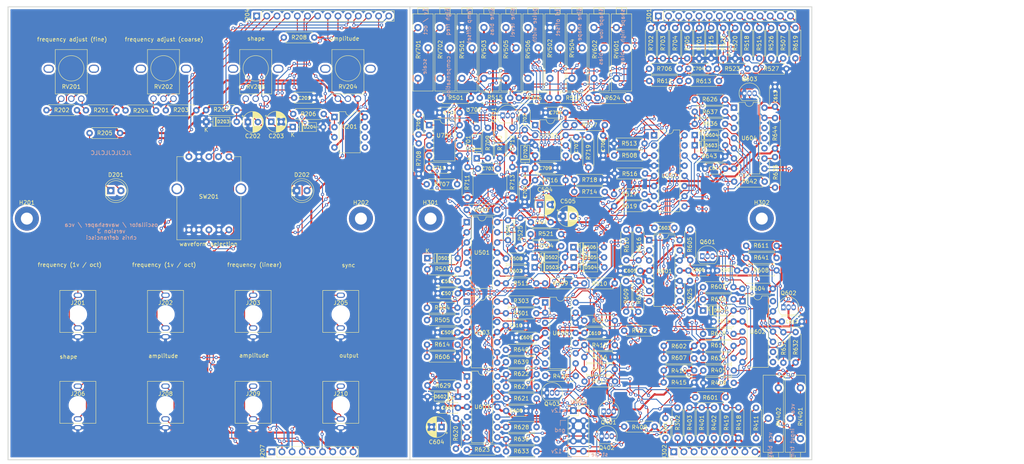
<source format=kicad_pcb>
(kicad_pcb (version 20171130) (host pcbnew "(5.1.7-0-10_14)")
  (layers (0 F.Cu signal) (31 B.Cu signal) (34 B.Paste user) (35 F.Paste user) (36 B.SilkS user) (37 F.SilkS user) (38 B.Mask user) (39 F.Mask user) (44 Edge.Cuts user))
  (net 0 "")
  (net 1 GND)
  (net 2 "Net-(C201-Pad1)")
  (net 3 "Net-(C202-Pad2)")
  (net 4 "Net-(C203-Pad1)")
  (net 5 +12V)
  (net 6 -12V)
  (net 7 "Net-(C501-Pad1)")
  (net 8 "Net-(C502-Pad1)")
  (net 9 "Net-(C503-Pad2)")
  (net 10 "Net-(C504-Pad1)")
  (net 11 "Net-(C505-Pad2)")
  (net 12 "Net-(C506-Pad2)")
  (net 13 "Net-(C506-Pad1)")
  (net 14 /main/WAVESHAPER/IN)
  (net 15 "Net-(C601-Pad1)")
  (net 16 "Net-(C602-Pad2)")
  (net 17 "Net-(C603-Pad2)")
  (net 18 "Net-(C603-Pad1)")
  (net 19 "Net-(C604-Pad1)")
  (net 20 "Net-(C701-Pad2)")
  (net 21 "Net-(C701-Pad1)")
  (net 22 "Net-(C702-Pad2)")
  (net 23 /main/VCO_RAW/RAW)
  (net 24 "Net-(C703-Pad2)")
  (net 25 "Net-(C703-Pad1)")
  (net 26 /main/VCO_RAW/SYNC_IN)
  (net 27 "Net-(C704-Pad1)")
  (net 28 "Net-(C705-Pad1)")
  (net 29 "Net-(C707-Pad2)")
  (net 30 "Net-(C707-Pad1)")
  (net 31 "Net-(D201-Pad2)")
  (net 32 /panel/fold_led)
  (net 33 "Net-(D501-Pad2)")
  (net 34 "Net-(D502-Pad2)")
  (net 35 "Net-(D504-Pad2)")
  (net 36 "Net-(D505-Pad2)")
  (net 37 "Net-(D601-Pad2)")
  (net 38 "Net-(D601-Pad1)")
  (net 39 "Net-(D603-Pad2)")
  (net 40 "Net-(D603-Pad1)")
  (net 41 "Net-(D604-Pad2)")
  (net 42 "Net-(D701-Pad2)")
  (net 43 "Net-(D701-Pad1)")
  (net 44 /panel/fm_cv1)
  (net 45 /panel/fm_cv2)
  (net 46 /panel/fm_cv_lin)
  (net 47 /panel/ramp)
  (net 48 /panel/square)
  (net 49 /panel/tri)
  (net 50 /panel/sine)
  (net 51 /panel/shape_cv)
  (net 52 /panel/shape_offset)
  (net 53 /panel/sync)
  (net 54 /panel/freq_adj_course)
  (net 55 /panel/freq_adj_fine)
  (net 56 /panel/out)
  (net 57 /panel/vca_cv2)
  (net 58 /panel/vca_cv1)
  (net 59 /panel/vca_offset)
  (net 60 /panel/waveshaper_bypass)
  (net 61 /panel/waveshaper_in)
  (net 62 /main/VCA/LED)
  (net 63 /main/WAVESHAPER/LED)
  (net 64 /main/VCO_SHAPE/RAMP)
  (net 65 /main/VCO_SHAPE/SQUARE)
  (net 66 /main/VCO_SHAPE/TRIANGLE)
  (net 67 /main/VCO_SHAPE/SINE)
  (net 68 /main/VCO_SHAPE/CV)
  (net 69 /main/VCO_SHAPE/SHAPE)
  (net 70 /main/VCO_RAW/CV_LIN)
  (net 71 /main/VCO_RAW/CV2)
  (net 72 /main/VCO_RAW/CV1)
  (net 73 /main/VCO_RAW/OFFSET_COURSE)
  (net 74 /main/VCO_RAW/OFFSET_FINE)
  (net 75 /main/VCA/OUT)
  (net 76 /main/VCA/CV2)
  (net 77 /main/VCA/CV1)
  (net 78 /main/VCA/OFFSET)
  (net 79 "Net-(J302-Pad2)")
  (net 80 "Net-(Q401-Pad1)")
  (net 81 "Net-(Q401-Pad2)")
  (net 82 "Net-(Q403-Pad2)")
  (net 83 "Net-(Q601-Pad3)")
  (net 84 "Net-(Q602-Pad3)")
  (net 85 "Net-(Q603-Pad3)")
  (net 86 "Net-(Q603-Pad2)")
  (net 87 "Net-(Q701-Pad3)")
  (net 88 "Net-(R201-Pad2)")
  (net 89 "Net-(R202-Pad1)")
  (net 90 "Net-(R203-Pad2)")
  (net 91 "Net-(R204-Pad1)")
  (net 92 "Net-(R206-Pad1)")
  (net 93 /main/WAVESHAPER/OUT)
  (net 94 "Net-(R301-Pad1)")
  (net 95 /main/VCA/IN)
  (net 96 "Net-(R401-Pad1)")
  (net 97 "Net-(R405-Pad1)")
  (net 98 "Net-(R408-Pad1)")
  (net 99 "Net-(R410-Pad1)")
  (net 100 "Net-(R411-Pad2)")
  (net 101 "Net-(R412-Pad2)")
  (net 102 "Net-(R413-Pad1)")
  (net 103 "Net-(R414-Pad1)")
  (net 104 "Net-(R417-Pad1)")
  (net 105 "Net-(R418-Pad1)")
  (net 106 "Net-(R501-Pad2)")
  (net 107 "Net-(R502-Pad1)")
  (net 108 "Net-(R504-Pad2)")
  (net 109 "Net-(R506-Pad2)")
  (net 110 "Net-(R508-Pad2)")
  (net 111 "Net-(R508-Pad1)")
  (net 112 "Net-(R509-Pad1)")
  (net 113 "Net-(R511-Pad1)")
  (net 114 "Net-(R512-Pad1)")
  (net 115 "Net-(R515-Pad2)")
  (net 116 "Net-(R515-Pad1)")
  (net 117 "Net-(R516-Pad1)")
  (net 118 "Net-(R518-Pad2)")
  (net 119 "Net-(R522-Pad1)")
  (net 120 "Net-(R524-Pad2)")
  (net 121 "Net-(R601-Pad1)")
  (net 122 "Net-(R606-Pad1)")
  (net 123 "Net-(R607-Pad1)")
  (net 124 "Net-(R609-Pad1)")
  (net 125 "Net-(R610-Pad1)")
  (net 126 "Net-(R612-Pad1)")
  (net 127 /main/WAVESHAPER/10v)
  (net 128 "Net-(R615-Pad1)")
  (net 129 /main/WAVESHAPER/Mid_bias_signal)
  (net 130 "Net-(R618-Pad2)")
  (net 131 /main/WAVESHAPER/High_bias_signal)
  (net 132 "Net-(R620-Pad1)")
  (net 133 "Net-(R621-Pad1)")
  (net 134 "Net-(R623-Pad1)")
  (net 135 "Net-(R624-Pad2)")
  (net 136 "Net-(R625-Pad1)")
  (net 137 "Net-(R626-Pad1)")
  (net 138 "Net-(R627-Pad1)")
  (net 139 "Net-(R628-Pad1)")
  (net 140 /main/WAVESHAPER/Low_bias_signal)
  (net 141 "Net-(R633-Pad1)")
  (net 142 "Net-(R634-Pad1)")
  (net 143 "Net-(R635-Pad2)")
  (net 144 "Net-(R635-Pad1)")
  (net 145 "Net-(R636-Pad2)")
  (net 146 "Net-(R637-Pad2)")
  (net 147 "Net-(R639-Pad1)")
  (net 148 "Net-(R708-Pad2)")
  (net 149 "Net-(R709-Pad1)")
  (net 150 "Net-(R710-Pad2)")
  (net 151 "Net-(R714-Pad1)")
  (net 152 "Net-(RV506-Pad3)")
  (net 153 "Net-(RV506-Pad1)")
  (net 154 /main/WAVESHAPER/-10v)
  (net 155 /panel/vca_led)
  (net 156 "Net-(Q402-Pad3)")
  (net 157 "Net-(Q602-Pad1)")
  (module MountingHole:MountingHole_3mm_Pad (layer F.Cu) (at 255.45 83)
    (fp_text reference H302 (at 0 -4) (layer F.SilkS))
    (fp_text value MountingHole)
    (pad 1 thru_hole circle (at 0 0) (size 6 6) (drill 3) (layers *.Cu *.Mask))
  )
  (module MountingHole:MountingHole_3mm_Pad (layer F.Cu) (at 172.65 83)
    (fp_text reference H301 (at 0 -4) (layer F.SilkS))
    (fp_text value MountingHole)
    (pad 1 thru_hole circle (at 0 0) (size 6 6) (drill 3) (layers *.Cu *.Mask))
  )
  (module MountingHole:MountingHole_3mm_Pad (layer F.Cu) (at 155.25 83)
    (fp_text reference H202 (at 0 -4) (layer F.SilkS))
    (fp_text value MountingHole)
    (pad 1 thru_hole circle (at 0 0) (size 6 6) (drill 3) (layers *.Cu *.Mask))
  )
  (module MountingHole:MountingHole_3mm_Pad (layer F.Cu) (at 71.75 83)
    (fp_text reference H201 (at 0 -4) (layer F.SilkS))
    (fp_text value MountingHole)
    (pad 1 thru_hole circle (at 0 0) (size 6 6) (drill 3) (layers *.Cu *.Mask))
  )
  (module A-5513:A-5513 (layer F.Cu) (at 152 53)
    (fp_text reference RV204 (at 0 -3) (layer F.SilkS))
    (fp_text value 100k)
    (pad "" thru_hole oval (at 5.65 -7.5 270) (size 2 2.6) (drill oval 1.4 2) (layers *.Cu *.Mask))
    (pad "" thru_hole oval (at -5.65 -7.5 270) (size 2 2.6) (drill oval 1.4 2) (layers *.Cu *.Mask))
    (pad 3 thru_hole circle (at 2.5 0 270) (size 1.6 1.6) (drill 1.1) (layers *.Cu *.Mask) (net 5 +12V))
    (pad 2 thru_hole circle (at 0 0 270) (size 1.6 1.6) (drill 1.1) (layers *.Cu *.Mask) (net 59 /panel/vca_offset))
    (pad 1 thru_hole circle (at -2.5 0 270) (size 1.6 1.6) (drill 1.1) (layers *.Cu *.Mask) (net 6 -12V))
  )
  (module A-5513:A-5513 (layer F.Cu) (at 128.95 53)
    (fp_text reference RV203 (at 0 -3) (layer F.SilkS))
    (fp_text value 100k)
    (pad "" thru_hole oval (at 5.65 -7.5 270) (size 2 2.6) (drill oval 1.4 2) (layers *.Cu *.Mask))
    (pad "" thru_hole oval (at -5.65 -7.5 270) (size 2 2.6) (drill oval 1.4 2) (layers *.Cu *.Mask))
    (pad 3 thru_hole circle (at 2.5 0 270) (size 1.6 1.6) (drill 1.1) (layers *.Cu *.Mask) (net 4 "Net-(C203-Pad1)"))
    (pad 2 thru_hole circle (at 0 0 270) (size 1.6 1.6) (drill 1.1) (layers *.Cu *.Mask) (net 2 "Net-(C201-Pad1)"))
    (pad 1 thru_hole circle (at -2.5 0 270) (size 1.6 1.6) (drill 1.1) (layers *.Cu *.Mask) (net 3 "Net-(C202-Pad2)"))
  )
  (module A-5513:A-5513 (layer F.Cu) (at 105.9 53)
    (fp_text reference RV202 (at 0 -3) (layer F.SilkS))
    (fp_text value 100k)
    (pad "" thru_hole oval (at 5.65 -7.5 270) (size 2 2.6) (drill oval 1.4 2) (layers *.Cu *.Mask))
    (pad "" thru_hole oval (at -5.65 -7.5 270) (size 2 2.6) (drill oval 1.4 2) (layers *.Cu *.Mask))
    (pad 3 thru_hole circle (at 2.5 0 270) (size 1.6 1.6) (drill 1.1) (layers *.Cu *.Mask) (net 90 "Net-(R203-Pad2)"))
    (pad 2 thru_hole circle (at 0 0 270) (size 1.6 1.6) (drill 1.1) (layers *.Cu *.Mask) (net 54 /panel/freq_adj_course))
    (pad 1 thru_hole circle (at -2.5 0 270) (size 1.6 1.6) (drill 1.1) (layers *.Cu *.Mask) (net 91 "Net-(R204-Pad1)"))
  )
  (module A-5513:A-5513 (layer F.Cu) (at 82.85 53)
    (fp_text reference RV201 (at 0 -3) (layer F.SilkS))
    (fp_text value 100k)
    (pad "" thru_hole oval (at 5.65 -7.5 270) (size 2 2.6) (drill oval 1.4 2) (layers *.Cu *.Mask))
    (pad "" thru_hole oval (at -5.65 -7.5 270) (size 2 2.6) (drill oval 1.4 2) (layers *.Cu *.Mask))
    (pad 3 thru_hole circle (at 2.5 0 270) (size 1.6 1.6) (drill 1.1) (layers *.Cu *.Mask) (net 88 "Net-(R201-Pad2)"))
    (pad 2 thru_hole circle (at 0 0 270) (size 1.6 1.6) (drill 1.1) (layers *.Cu *.Mask) (net 55 /panel/freq_adj_fine))
    (pad 1 thru_hole circle (at -2.5 0 270) (size 1.6 1.6) (drill 1.1) (layers *.Cu *.Mask) (net 89 "Net-(R202-Pad1)"))
  )
  (module A-2563:A-2563 (layer F.Cu) (at 150.2 135.325)
    (fp_text reference J210 (at 0 -8.5) (layer F.SilkS))
    (fp_text value AudioJack2)
    (pad "" np_thru_hole circle (at 0 -5.6) (size 3.6 3.6) (drill 3.6) (layers *.Cu *.Mask))
    (pad T thru_hole oval (at 0 -10.4) (size 2.1 1.3) (drill oval 1.5 0.8) (layers *.Cu *.Mask) (net 56 /panel/out))
    (pad T thru_hole oval (at 0 -2.2) (size 2.1 1.3) (drill oval 1.5 0.8) (layers *.Cu *.Mask) (net 56 /panel/out))
    (pad S thru_hole oval (at 0 0) (size 2.1 1.3) (drill oval 1.5 0.8) (layers *.Cu *.Mask) (net 1 GND))
  )
  (module A-2563:A-2563 (layer F.Cu) (at 128.3 135.325)
    (fp_text reference J209 (at 0 -8.5) (layer F.SilkS))
    (fp_text value AudioJack2)
    (pad "" np_thru_hole circle (at 0 -5.6) (size 3.6 3.6) (drill 3.6) (layers *.Cu *.Mask))
    (pad T thru_hole oval (at 0 -10.4) (size 2.1 1.3) (drill oval 1.5 0.8) (layers *.Cu *.Mask) (net 57 /panel/vca_cv2))
    (pad T thru_hole oval (at 0 -2.2) (size 2.1 1.3) (drill oval 1.5 0.8) (layers *.Cu *.Mask) (net 57 /panel/vca_cv2))
    (pad S thru_hole oval (at 0 0) (size 2.1 1.3) (drill oval 1.5 0.8) (layers *.Cu *.Mask) (net 1 GND))
  )
  (module A-2563:A-2563 (layer F.Cu) (at 106.4 135.325)
    (fp_text reference J208 (at 0 -8.5) (layer F.SilkS))
    (fp_text value AudioJack2)
    (pad "" np_thru_hole circle (at 0 -5.6) (size 3.6 3.6) (drill 3.6) (layers *.Cu *.Mask))
    (pad T thru_hole oval (at 0 -10.4) (size 2.1 1.3) (drill oval 1.5 0.8) (layers *.Cu *.Mask) (net 58 /panel/vca_cv1))
    (pad T thru_hole oval (at 0 -2.2) (size 2.1 1.3) (drill oval 1.5 0.8) (layers *.Cu *.Mask) (net 58 /panel/vca_cv1))
    (pad S thru_hole oval (at 0 0) (size 2.1 1.3) (drill oval 1.5 0.8) (layers *.Cu *.Mask) (net 1 GND))
  )
  (module A-2563:A-2563 (layer F.Cu) (at 84.5 135.325)
    (fp_text reference J206 (at 0 -8.5) (layer F.SilkS))
    (fp_text value AudioJack2)
    (pad "" np_thru_hole circle (at 0 -5.6) (size 3.6 3.6) (drill 3.6) (layers *.Cu *.Mask))
    (pad T thru_hole oval (at 0 -10.4) (size 2.1 1.3) (drill oval 1.5 0.8) (layers *.Cu *.Mask) (net 51 /panel/shape_cv))
    (pad T thru_hole oval (at 0 -2.2) (size 2.1 1.3) (drill oval 1.5 0.8) (layers *.Cu *.Mask) (net 51 /panel/shape_cv))
    (pad S thru_hole oval (at 0 0) (size 2.1 1.3) (drill oval 1.5 0.8) (layers *.Cu *.Mask) (net 1 GND))
  )
  (module A-2563:A-2563 (layer F.Cu) (at 150.2 112.575)
    (fp_text reference J205 (at 0 -8.5) (layer F.SilkS))
    (fp_text value AudioJack2)
    (pad "" np_thru_hole circle (at 0 -5.6) (size 3.6 3.6) (drill 3.6) (layers *.Cu *.Mask))
    (pad T thru_hole oval (at 0 -10.4) (size 2.1 1.3) (drill oval 1.5 0.8) (layers *.Cu *.Mask) (net 53 /panel/sync))
    (pad T thru_hole oval (at 0 -2.2) (size 2.1 1.3) (drill oval 1.5 0.8) (layers *.Cu *.Mask) (net 53 /panel/sync))
    (pad S thru_hole oval (at 0 0) (size 2.1 1.3) (drill oval 1.5 0.8) (layers *.Cu *.Mask) (net 1 GND))
  )
  (module A-2563:A-2563 (layer F.Cu) (at 128.3 112.575)
    (fp_text reference J203 (at 0 -8.5) (layer F.SilkS))
    (fp_text value AudioJack2)
    (pad "" np_thru_hole circle (at 0 -5.6) (size 3.6 3.6) (drill 3.6) (layers *.Cu *.Mask))
    (pad T thru_hole oval (at 0 -10.4) (size 2.1 1.3) (drill oval 1.5 0.8) (layers *.Cu *.Mask) (net 46 /panel/fm_cv_lin))
    (pad T thru_hole oval (at 0 -2.2) (size 2.1 1.3) (drill oval 1.5 0.8) (layers *.Cu *.Mask) (net 46 /panel/fm_cv_lin))
    (pad S thru_hole oval (at 0 0) (size 2.1 1.3) (drill oval 1.5 0.8) (layers *.Cu *.Mask) (net 1 GND))
  )
  (module A-2563:A-2563 (layer F.Cu) (at 106.4 112.575)
    (fp_text reference J202 (at 0 -8.5) (layer F.SilkS))
    (fp_text value AudioJack2)
    (pad "" np_thru_hole circle (at 0 -5.6) (size 3.6 3.6) (drill 3.6) (layers *.Cu *.Mask))
    (pad T thru_hole oval (at 0 -10.4) (size 2.1 1.3) (drill oval 1.5 0.8) (layers *.Cu *.Mask) (net 45 /panel/fm_cv2))
    (pad T thru_hole oval (at 0 -2.2) (size 2.1 1.3) (drill oval 1.5 0.8) (layers *.Cu *.Mask) (net 45 /panel/fm_cv2))
    (pad S thru_hole oval (at 0 0) (size 2.1 1.3) (drill oval 1.5 0.8) (layers *.Cu *.Mask) (net 1 GND))
  )
  (module A-2563:A-2563 (layer F.Cu) (at 84.5 112.575)
    (fp_text reference J201 (at 0 -8.5) (layer F.SilkS))
    (fp_text value AudioJack2)
    (pad "" np_thru_hole circle (at 0 -5.6) (size 3.6 3.6) (drill 3.6) (layers *.Cu *.Mask))
    (pad T thru_hole oval (at 0 -10.4) (size 2.1 1.3) (drill oval 1.5 0.8) (layers *.Cu *.Mask) (net 44 /panel/fm_cv1))
    (pad T thru_hole oval (at 0 -2.2) (size 2.1 1.3) (drill oval 1.5 0.8) (layers *.Cu *.Mask) (net 44 /panel/fm_cv1))
    (pad S thru_hole oval (at 0 0) (size 2.1 1.3) (drill oval 1.5 0.8) (layers *.Cu *.Mask) (net 1 GND))
  )
  (module SR1712F-0204-20F0A-N9-N-027:SR1712F-0204-20F0A-N9-N-027 (layer F.Cu) (at 117.25 85.8)
    (fp_text reference SW201 (at 0 -8.3) (layer F.SilkS))
    (fp_text value SR1712F-0204-20F0A-N9-N-027)
    (pad "" thru_hole circle (at 8 -10.25) (size 2.7 2.7) (drill 2) (layers *.Cu *.Mask))
    (pad "" thru_hole circle (at -8 -10.25) (size 2.7 2.7) (drill 2) (layers *.Cu *.Mask))
    (pad 10 thru_hole circle (at 5 -18.3) (size 1.7 1.7) (drill 0.9) (layers *.Cu *.Mask) (net 61 /panel/waveshaper_in))
    (pad 9 thru_hole circle (at 2.4 -18.3) (size 1.7 1.7) (drill 0.9) (layers *.Cu *.Mask) (net 50 /panel/sine))
    (pad 8 thru_hole circle (at 0 -18.3) (size 1.7 1.7) (drill 0.9) (layers *.Cu *.Mask) (net 49 /panel/tri))
    (pad 7 thru_hole circle (at -2.5 -18.3) (size 1.7 1.7) (drill 0.9) (layers *.Cu *.Mask) (net 1 GND))
    (pad 6 thru_hole circle (at -5 -18.3) (size 1.7 1.7) (drill 0.9) (layers *.Cu *.Mask) (net 47 /panel/ramp))
    (pad 1 thru_hole circle (at 5 0) (size 1.7 1.7) (drill 0.9) (layers *.Cu *.Mask) (net 60 /panel/waveshaper_bypass))
    (pad 2 thru_hole circle (at 2.5 0) (size 1.7 1.7) (drill 0.9) (layers *.Cu *.Mask) (net 1 GND))
    (pad 3 thru_hole circle (at 0 0) (size 1.7 1.7) (drill 0.9) (layers *.Cu *.Mask) (net 48 /panel/square))
    (pad 4 thru_hole circle (at -2.5 0) (size 1.7 1.7) (drill 0.9) (layers *.Cu *.Mask) (net 1 GND))
    (pad 5 thru_hole circle (at -5 0) (size 1.7 1.7) (drill 0.9) (layers *.Cu *.Mask) (net 1 GND))
  )
  (module Connector_PinHeader_2.54mm:PinHeader_2x05_P2.54mm_Vertical (layer F.Cu) (at 208.35 131.05)
    (fp_text reference J303 (at 1.27 -2.33) (layer F.SilkS))
    (fp_text value Conn_02x05_Odd_Even)
    (pad 10 thru_hole oval (at 2.54 10.16) (size 1.7 1.7) (drill 1) (layers *.Cu *.Mask) (net 6 -12V))
    (pad 9 thru_hole oval (at 0 10.16) (size 1.7 1.7) (drill 1) (layers *.Cu *.Mask) (net 6 -12V))
    (pad 8 thru_hole oval (at 2.54 7.62) (size 1.7 1.7) (drill 1) (layers *.Cu *.Mask) (net 1 GND))
    (pad 7 thru_hole oval (at 0 7.62) (size 1.7 1.7) (drill 1) (layers *.Cu *.Mask) (net 1 GND))
    (pad 6 thru_hole oval (at 2.54 5.08) (size 1.7 1.7) (drill 1) (layers *.Cu *.Mask) (net 1 GND))
    (pad 5 thru_hole oval (at 0 5.08) (size 1.7 1.7) (drill 1) (layers *.Cu *.Mask) (net 1 GND))
    (pad 4 thru_hole oval (at 2.54 2.54) (size 1.7 1.7) (drill 1) (layers *.Cu *.Mask) (net 1 GND))
    (pad 3 thru_hole oval (at 0 2.54) (size 1.7 1.7) (drill 1) (layers *.Cu *.Mask) (net 1 GND))
    (pad 2 thru_hole oval (at 2.54 0) (size 1.7 1.7) (drill 1) (layers *.Cu *.Mask) (net 5 +12V))
    (pad 1 thru_hole rect (at 0 0) (size 1.7 1.7) (drill 1) (layers *.Cu *.Mask) (net 5 +12V))
  )
  (module Connector_PinHeader_2.54mm:PinHeader_1x09_P2.54mm_Vertical (layer F.Cu) (at 233.45 141.35 90)
    (fp_text reference J302 (at 0 -2.33 90) (layer F.SilkS))
    (fp_text value Conn_01x09)
    (pad 9 thru_hole oval (at 0 20.32 90) (size 1.7 1.7) (drill 1) (layers *.Cu *.Mask) (net 5 +12V))
    (pad 8 thru_hole oval (at 0 17.78 90) (size 1.7 1.7) (drill 1) (layers *.Cu *.Mask) (net 1 GND))
    (pad 7 thru_hole oval (at 0 15.24 90) (size 1.7 1.7) (drill 1) (layers *.Cu *.Mask) (net 6 -12V))
    (pad 6 thru_hole oval (at 0 12.7 90) (size 1.7 1.7) (drill 1) (layers *.Cu *.Mask) (net 75 /main/VCA/OUT))
    (pad 5 thru_hole oval (at 0 10.16 90) (size 1.7 1.7) (drill 1) (layers *.Cu *.Mask) (net 76 /main/VCA/CV2))
    (pad 4 thru_hole oval (at 0 7.62 90) (size 1.7 1.7) (drill 1) (layers *.Cu *.Mask) (net 77 /main/VCA/CV1))
    (pad 3 thru_hole oval (at 0 5.08 90) (size 1.7 1.7) (drill 1) (layers *.Cu *.Mask) (net 78 /main/VCA/OFFSET))
    (pad 2 thru_hole oval (at 0 2.54 90) (size 1.7 1.7) (drill 1) (layers *.Cu *.Mask) (net 79 "Net-(J302-Pad2)"))
    (pad 1 thru_hole rect (at 0 0 90) (size 1.7 1.7) (drill 1) (layers *.Cu *.Mask) (net 14 /main/WAVESHAPER/IN))
  )
  (module Connector_PinHeader_2.54mm:PinHeader_1x14_P2.54mm_Vertical (layer F.Cu) (at 229.6 32.3 90)
    (fp_text reference J301 (at 0 -2.33 90) (layer F.SilkS))
    (fp_text value Conn_01x14)
    (pad 14 thru_hole oval (at 0 33.02 90) (size 1.7 1.7) (drill 1) (layers *.Cu *.Mask) (net 62 /main/VCA/LED))
    (pad 13 thru_hole oval (at 0 30.48 90) (size 1.7 1.7) (drill 1) (layers *.Cu *.Mask) (net 63 /main/WAVESHAPER/LED))
    (pad 12 thru_hole oval (at 0 27.94 90) (size 1.7 1.7) (drill 1) (layers *.Cu *.Mask) (net 64 /main/VCO_SHAPE/RAMP))
    (pad 11 thru_hole oval (at 0 25.4 90) (size 1.7 1.7) (drill 1) (layers *.Cu *.Mask) (net 65 /main/VCO_SHAPE/SQUARE))
    (pad 10 thru_hole oval (at 0 22.86 90) (size 1.7 1.7) (drill 1) (layers *.Cu *.Mask) (net 66 /main/VCO_SHAPE/TRIANGLE))
    (pad 9 thru_hole oval (at 0 20.32 90) (size 1.7 1.7) (drill 1) (layers *.Cu *.Mask) (net 67 /main/VCO_SHAPE/SINE))
    (pad 8 thru_hole oval (at 0 17.78 90) (size 1.7 1.7) (drill 1) (layers *.Cu *.Mask) (net 68 /main/VCO_SHAPE/CV))
    (pad 7 thru_hole oval (at 0 15.24 90) (size 1.7 1.7) (drill 1) (layers *.Cu *.Mask) (net 69 /main/VCO_SHAPE/SHAPE))
    (pad 6 thru_hole oval (at 0 12.7 90) (size 1.7 1.7) (drill 1) (layers *.Cu *.Mask) (net 26 /main/VCO_RAW/SYNC_IN))
    (pad 5 thru_hole oval (at 0 10.16 90) (size 1.7 1.7) (drill 1) (layers *.Cu *.Mask) (net 70 /main/VCO_RAW/CV_LIN))
    (pad 4 thru_hole oval (at 0 7.62 90) (size 1.7 1.7) (drill 1) (layers *.Cu *.Mask) (net 71 /main/VCO_RAW/CV2))
    (pad 3 thru_hole oval (at 0 5.08 90) (size 1.7 1.7) (drill 1) (layers *.Cu *.Mask) (net 72 /main/VCO_RAW/CV1))
    (pad 2 thru_hole oval (at 0 2.54 90) (size 1.7 1.7) (drill 1) (layers *.Cu *.Mask) (net 73 /main/VCO_RAW/OFFSET_COURSE))
    (pad 1 thru_hole rect (at 0 0 90) (size 1.7 1.7) (drill 1) (layers *.Cu *.Mask) (net 74 /main/VCO_RAW/OFFSET_FINE))
  )
  (module Connector_PinHeader_2.54mm:PinHeader_1x09_P2.54mm_Vertical (layer F.Cu) (at 132.975 141.35 90)
    (fp_text reference J207 (at 0 -2.33 90) (layer F.SilkS))
    (fp_text value Conn_01x09)
    (pad 9 thru_hole oval (at 0 20.32 90) (size 1.7 1.7) (drill 1) (layers *.Cu *.Mask) (net 5 +12V))
    (pad 8 thru_hole oval (at 0 17.78 90) (size 1.7 1.7) (drill 1) (layers *.Cu *.Mask) (net 1 GND))
    (pad 7 thru_hole oval (at 0 15.24 90) (size 1.7 1.7) (drill 1) (layers *.Cu *.Mask) (net 6 -12V))
    (pad 6 thru_hole oval (at 0 12.7 90) (size 1.7 1.7) (drill 1) (layers *.Cu *.Mask) (net 56 /panel/out))
    (pad 5 thru_hole oval (at 0 10.16 90) (size 1.7 1.7) (drill 1) (layers *.Cu *.Mask) (net 57 /panel/vca_cv2))
    (pad 4 thru_hole oval (at 0 7.62 90) (size 1.7 1.7) (drill 1) (layers *.Cu *.Mask) (net 58 /panel/vca_cv1))
    (pad 3 thru_hole oval (at 0 5.08 90) (size 1.7 1.7) (drill 1) (layers *.Cu *.Mask) (net 59 /panel/vca_offset))
    (pad 2 thru_hole oval (at 0 2.54 90) (size 1.7 1.7) (drill 1) (layers *.Cu *.Mask) (net 60 /panel/waveshaper_bypass))
    (pad 1 thru_hole rect (at 0 0 90) (size 1.7 1.7) (drill 1) (layers *.Cu *.Mask) (net 61 /panel/waveshaper_in))
  )
  (module Connector_PinHeader_2.54mm:PinHeader_1x14_P2.54mm_Vertical (layer F.Cu) (at 129.195 32.3 90)
    (fp_text reference J204 (at 0 -2.33 90) (layer F.SilkS))
    (fp_text value Conn_01x14)
    (pad 14 thru_hole oval (at 0 33.02 90) (size 1.7 1.7) (drill 1) (layers *.Cu *.Mask) (net 155 /panel/vca_led))
    (pad 13 thru_hole oval (at 0 30.48 90) (size 1.7 1.7) (drill 1) (layers *.Cu *.Mask) (net 32 /panel/fold_led))
    (pad 12 thru_hole oval (at 0 27.94 90) (size 1.7 1.7) (drill 1) (layers *.Cu *.Mask) (net 47 /panel/ramp))
    (pad 11 thru_hole oval (at 0 25.4 90) (size 1.7 1.7) (drill 1) (layers *.Cu *.Mask) (net 48 /panel/square))
    (pad 10 thru_hole oval (at 0 22.86 90) (size 1.7 1.7) (drill 1) (layers *.Cu *.Mask) (net 49 /panel/tri))
    (pad 9 thru_hole oval (at 0 20.32 90) (size 1.7 1.7) (drill 1) (layers *.Cu *.Mask) (net 50 /panel/sine))
    (pad 8 thru_hole oval (at 0 17.78 90) (size 1.7 1.7) (drill 1) (layers *.Cu *.Mask) (net 51 /panel/shape_cv))
    (pad 7 thru_hole oval (at 0 15.24 90) (size 1.7 1.7) (drill 1) (layers *.Cu *.Mask) (net 52 /panel/shape_offset))
    (pad 6 thru_hole oval (at 0 12.7 90) (size 1.7 1.7) (drill 1) (layers *.Cu *.Mask) (net 53 /panel/sync))
    (pad 5 thru_hole oval (at 0 10.16 90) (size 1.7 1.7) (drill 1) (layers *.Cu *.Mask) (net 46 /panel/fm_cv_lin))
    (pad 4 thru_hole oval (at 0 7.62 90) (size 1.7 1.7) (drill 1) (layers *.Cu *.Mask) (net 45 /panel/fm_cv2))
    (pad 3 thru_hole oval (at 0 5.08 90) (size 1.7 1.7) (drill 1) (layers *.Cu *.Mask) (net 44 /panel/fm_cv1))
    (pad 2 thru_hole oval (at 0 2.54 90) (size 1.7 1.7) (drill 1) (layers *.Cu *.Mask) (net 54 /panel/freq_adj_course))
    (pad 1 thru_hole rect (at 0 0 90) (size 1.7 1.7) (drill 1) (layers *.Cu *.Mask) (net 55 /panel/freq_adj_fine))
  )
  (module Package_DIP:DIP-8_W7.62mm (layer F.Cu) (at 198.8 59.6)
    (fp_text reference U703 (at 3.7 2.6) (layer F.SilkS))
    (fp_text value TL072)
    (pad 8 thru_hole oval (at 7.62 0) (size 1.6 1.6) (drill 0.8) (layers *.Cu *.Mask) (net 5 +12V))
    (pad 4 thru_hole oval (at 0 7.62) (size 1.6 1.6) (drill 0.8) (layers *.Cu *.Mask) (net 6 -12V))
    (pad 7 thru_hole oval (at 7.62 2.54) (size 1.6 1.6) (drill 0.8) (layers *.Cu *.Mask) (net 30 "Net-(C707-Pad1)"))
    (pad 3 thru_hole oval (at 0 5.08) (size 1.6 1.6) (drill 0.8) (layers *.Cu *.Mask) (net 1 GND))
    (pad 6 thru_hole oval (at 7.62 5.08) (size 1.6 1.6) (drill 0.8) (layers *.Cu *.Mask) (net 151 "Net-(R714-Pad1)"))
    (pad 2 thru_hole oval (at 0 2.54) (size 1.6 1.6) (drill 0.8) (layers *.Cu *.Mask) (net 22 "Net-(C702-Pad2)"))
    (pad 5 thru_hole oval (at 7.62 7.62) (size 1.6 1.6) (drill 0.8) (layers *.Cu *.Mask) (net 29 "Net-(C707-Pad2)"))
    (pad 1 thru_hole rect (at 0 0) (size 1.6 1.6) (drill 0.8) (layers *.Cu *.Mask) (net 23 /main/VCO_RAW/RAW))
  )
  (module Package_TO_SOT_SMD:SOT-363_SC-70-6_Handsoldering (layer F.Cu) (at 183.47 57.75)
    (fp_text reference U702 (at 0 -2) (layer F.SilkS))
    (fp_text value DMMT3904W)
    (pad 6 smd rect (at 1.33 -0.65) (size 1.5 0.4) (layers F.Cu F.Paste F.Mask) (net 22 "Net-(C702-Pad2)"))
    (pad 5 smd rect (at 1.33 0) (size 1.5 0.4) (layers F.Cu F.Paste F.Mask) (net 150 "Net-(R710-Pad2)"))
    (pad 4 smd rect (at 1.33 0.65) (size 1.5 0.4) (layers F.Cu F.Paste F.Mask) (net 150 "Net-(R710-Pad2)"))
    (pad 3 smd rect (at -1.33 0.65) (size 1.5 0.4) (layers F.Cu F.Paste F.Mask) (net 24 "Net-(C703-Pad2)"))
    (pad 2 smd rect (at -1.33 0) (size 1.5 0.4) (layers F.Cu F.Paste F.Mask) (net 42 "Net-(D701-Pad2)"))
    (pad 1 smd rect (at -1.33 -0.65) (size 1.5 0.4) (layers F.Cu F.Paste F.Mask) (net 1 GND))
  )
  (module Package_DIP:DIP-8_W7.62mm (layer F.Cu) (at 172.3 59.6)
    (fp_text reference U701 (at 3.8 2.6) (layer F.SilkS))
    (fp_text value OP275)
    (pad 8 thru_hole oval (at 7.62 0) (size 1.6 1.6) (drill 0.8) (layers *.Cu *.Mask) (net 5 +12V))
    (pad 4 thru_hole oval (at 0 7.62) (size 1.6 1.6) (drill 0.8) (layers *.Cu *.Mask) (net 6 -12V))
    (pad 7 thru_hole oval (at 7.62 2.54) (size 1.6 1.6) (drill 0.8) (layers *.Cu *.Mask) (net 25 "Net-(C703-Pad1)"))
    (pad 3 thru_hole oval (at 0 5.08) (size 1.6 1.6) (drill 0.8) (layers *.Cu *.Mask) (net 1 GND))
    (pad 6 thru_hole oval (at 7.62 5.08) (size 1.6 1.6) (drill 0.8) (layers *.Cu *.Mask) (net 24 "Net-(C703-Pad2)"))
    (pad 2 thru_hole oval (at 0 2.54) (size 1.6 1.6) (drill 0.8) (layers *.Cu *.Mask) (net 20 "Net-(C701-Pad2)"))
    (pad 5 thru_hole oval (at 7.62 7.62) (size 1.6 1.6) (drill 0.8) (layers *.Cu *.Mask) (net 1 GND))
    (pad 1 thru_hole rect (at 0 0) (size 1.6 1.6) (drill 0.8) (layers *.Cu *.Mask) (net 21 "Net-(C701-Pad1)"))
  )
  (module Package_DIP:DIP-14_W7.62mm (layer F.Cu) (at 201.3 104)
    (fp_text reference U605 (at 3.81 7.65) (layer F.SilkS))
    (fp_text value TL074)
    (pad 14 thru_hole oval (at 7.62 0) (size 1.6 1.6) (drill 0.8) (layers *.Cu *.Mask) (net 81 "Net-(Q401-Pad2)"))
    (pad 7 thru_hole oval (at 0 15.24) (size 1.6 1.6) (drill 0.8) (layers *.Cu *.Mask) (net 154 /main/WAVESHAPER/-10v))
    (pad 13 thru_hole oval (at 7.62 2.54) (size 1.6 1.6) (drill 0.8) (layers *.Cu *.Mask) (net 96 "Net-(R401-Pad1)"))
    (pad 6 thru_hole oval (at 0 12.7) (size 1.6 1.6) (drill 0.8) (layers *.Cu *.Mask) (net 147 "Net-(R639-Pad1)"))
    (pad 12 thru_hole oval (at 7.62 5.08) (size 1.6 1.6) (drill 0.8) (layers *.Cu *.Mask) (net 1 GND))
    (pad 5 thru_hole oval (at 0 10.16) (size 1.6 1.6) (drill 0.8) (layers *.Cu *.Mask) (net 1 GND))
    (pad 11 thru_hole oval (at 7.62 7.62) (size 1.6 1.6) (drill 0.8) (layers *.Cu *.Mask) (net 6 -12V))
    (pad 4 thru_hole oval (at 0 7.62) (size 1.6 1.6) (drill 0.8) (layers *.Cu *.Mask) (net 5 +12V))
    (pad 10 thru_hole oval (at 7.62 10.16) (size 1.6 1.6) (drill 0.8) (layers *.Cu *.Mask) (net 103 "Net-(R414-Pad1)"))
    (pad 3 thru_hole oval (at 0 5.08) (size 1.6 1.6) (drill 0.8) (layers *.Cu *.Mask) (net 144 "Net-(R635-Pad1)"))
    (pad 9 thru_hole oval (at 7.62 12.7) (size 1.6 1.6) (drill 0.8) (layers *.Cu *.Mask) (net 102 "Net-(R413-Pad1)"))
    (pad 2 thru_hole oval (at 0 2.54) (size 1.6 1.6) (drill 0.8) (layers *.Cu *.Mask) (net 93 /main/WAVESHAPER/OUT))
    (pad 8 thru_hole oval (at 7.62 15.24) (size 1.6 1.6) (drill 0.8) (layers *.Cu *.Mask) (net 104 "Net-(R417-Pad1)"))
    (pad 1 thru_hole rect (at 0 0) (size 1.6 1.6) (drill 0.8) (layers *.Cu *.Mask) (net 93 /main/WAVESHAPER/OUT))
  )
  (module Package_DIP:DIP-14_W7.62mm (layer F.Cu) (at 248.5 55.25)
    (fp_text reference U604 (at 3.81 7.6) (layer F.SilkS))
    (fp_text value 4066)
    (pad 14 thru_hole oval (at 7.62 0) (size 1.6 1.6) (drill 0.8) (layers *.Cu *.Mask) (net 5 +12V))
    (pad 7 thru_hole oval (at 0 15.24) (size 1.6 1.6) (drill 0.8) (layers *.Cu *.Mask) (net 6 -12V))
    (pad 13 thru_hole oval (at 7.62 2.54) (size 1.6 1.6) (drill 0.8) (layers *.Cu *.Mask) (net 85 "Net-(Q603-Pad3)"))
    (pad 6 thru_hole oval (at 0 12.7) (size 1.6 1.6) (drill 0.8) (layers *.Cu *.Mask) (net 39 "Net-(D603-Pad2)"))
    (pad 12 thru_hole oval (at 7.62 5.08) (size 1.6 1.6) (drill 0.8) (layers *.Cu *.Mask))
    (pad 5 thru_hole oval (at 0 10.16) (size 1.6 1.6) (drill 0.8) (layers *.Cu *.Mask) (net 41 "Net-(D604-Pad2)"))
    (pad 11 thru_hole oval (at 7.62 7.62) (size 1.6 1.6) (drill 0.8) (layers *.Cu *.Mask))
    (pad 4 thru_hole oval (at 0 7.62) (size 1.6 1.6) (drill 0.8) (layers *.Cu *.Mask) (net 131 /main/WAVESHAPER/High_bias_signal))
    (pad 10 thru_hole oval (at 7.62 10.16) (size 1.6 1.6) (drill 0.8) (layers *.Cu *.Mask))
    (pad 3 thru_hole oval (at 0 5.08) (size 1.6 1.6) (drill 0.8) (layers *.Cu *.Mask) (net 145 "Net-(R636-Pad2)"))
    (pad 9 thru_hole oval (at 7.62 12.7) (size 1.6 1.6) (drill 0.8) (layers *.Cu *.Mask) (net 143 "Net-(R635-Pad2)"))
    (pad 2 thru_hole oval (at 0 2.54) (size 1.6 1.6) (drill 0.8) (layers *.Cu *.Mask) (net 146 "Net-(R637-Pad2)"))
    (pad 8 thru_hole oval (at 7.62 15.24) (size 1.6 1.6) (drill 0.8) (layers *.Cu *.Mask) (net 140 /main/WAVESHAPER/Low_bias_signal))
    (pad 1 thru_hole rect (at 0 0) (size 1.6 1.6) (drill 0.8) (layers *.Cu *.Mask) (net 129 /main/WAVESHAPER/Mid_bias_signal))
  )
  (module Package_DIP:DIP-14_W7.62mm (layer F.Cu) (at 181.75 122.5)
    (fp_text reference U603 (at 3.81 7.6) (layer F.SilkS))
    (fp_text value TL074)
    (pad 14 thru_hole oval (at 7.62 0) (size 1.6 1.6) (drill 0.8) (layers *.Cu *.Mask) (net 131 /main/WAVESHAPER/High_bias_signal))
    (pad 7 thru_hole oval (at 0 15.24) (size 1.6 1.6) (drill 0.8) (layers *.Cu *.Mask) (net 132 "Net-(R620-Pad1)"))
    (pad 13 thru_hole oval (at 7.62 2.54) (size 1.6 1.6) (drill 0.8) (layers *.Cu *.Mask) (net 133 "Net-(R621-Pad1)"))
    (pad 6 thru_hole oval (at 0 12.7) (size 1.6 1.6) (drill 0.8) (layers *.Cu *.Mask) (net 126 "Net-(R612-Pad1)"))
    (pad 12 thru_hole oval (at 7.62 5.08) (size 1.6 1.6) (drill 0.8) (layers *.Cu *.Mask) (net 132 "Net-(R620-Pad1)"))
    (pad 5 thru_hole oval (at 0 10.16) (size 1.6 1.6) (drill 0.8) (layers *.Cu *.Mask) (net 1 GND))
    (pad 11 thru_hole oval (at 7.62 7.62) (size 1.6 1.6) (drill 0.8) (layers *.Cu *.Mask) (net 6 -12V))
    (pad 4 thru_hole oval (at 0 7.62) (size 1.6 1.6) (drill 0.8) (layers *.Cu *.Mask) (net 5 +12V))
    (pad 10 thru_hole oval (at 7.62 10.16) (size 1.6 1.6) (drill 0.8) (layers *.Cu *.Mask) (net 136 "Net-(R625-Pad1)"))
    (pad 3 thru_hole oval (at 0 5.08) (size 1.6 1.6) (drill 0.8) (layers *.Cu *.Mask) (net 19 "Net-(C604-Pad1)"))
    (pad 9 thru_hole oval (at 7.62 12.7) (size 1.6 1.6) (drill 0.8) (layers *.Cu *.Mask) (net 139 "Net-(R628-Pad1)"))
    (pad 2 thru_hole oval (at 0 2.54) (size 1.6 1.6) (drill 0.8) (layers *.Cu *.Mask) (net 127 /main/WAVESHAPER/10v))
    (pad 8 thru_hole oval (at 7.62 15.24) (size 1.6 1.6) (drill 0.8) (layers *.Cu *.Mask) (net 140 /main/WAVESHAPER/Low_bias_signal))
    (pad 1 thru_hole rect (at 0 0) (size 1.6 1.6) (drill 0.8) (layers *.Cu *.Mask) (net 127 /main/WAVESHAPER/10v))
  )
  (module Package_DIP:DIP-14_W7.62mm (layer F.Cu) (at 250.63 103.66)
    (fp_text reference U602 (at 3.81 7.65) (layer F.SilkS))
    (fp_text value LM339)
    (pad 14 thru_hole oval (at 7.62 0) (size 1.6 1.6) (drill 0.8) (layers *.Cu *.Mask))
    (pad 7 thru_hole oval (at 0 15.24) (size 1.6 1.6) (drill 0.8) (layers *.Cu *.Mask) (net 141 "Net-(R633-Pad1)"))
    (pad 13 thru_hole oval (at 7.62 2.54) (size 1.6 1.6) (drill 0.8) (layers *.Cu *.Mask) (net 41 "Net-(D604-Pad2)"))
    (pad 6 thru_hole oval (at 0 12.7) (size 1.6 1.6) (drill 0.8) (layers *.Cu *.Mask) (net 142 "Net-(R634-Pad1)"))
    (pad 12 thru_hole oval (at 7.62 5.08) (size 1.6 1.6) (drill 0.8) (layers *.Cu *.Mask) (net 6 -12V))
    (pad 5 thru_hole oval (at 0 10.16) (size 1.6 1.6) (drill 0.8) (layers *.Cu *.Mask) (net 123 "Net-(R607-Pad1)"))
    (pad 11 thru_hole oval (at 7.62 7.62) (size 1.6 1.6) (drill 0.8) (layers *.Cu *.Mask) (net 137 "Net-(R626-Pad1)"))
    (pad 4 thru_hole oval (at 0 7.62) (size 1.6 1.6) (drill 0.8) (layers *.Cu *.Mask) (net 130 "Net-(R618-Pad2)"))
    (pad 10 thru_hole oval (at 7.62 10.16) (size 1.6 1.6) (drill 0.8) (layers *.Cu *.Mask) (net 138 "Net-(R627-Pad1)"))
    (pad 3 thru_hole oval (at 0 5.08) (size 1.6 1.6) (drill 0.8) (layers *.Cu *.Mask) (net 5 +12V))
    (pad 9 thru_hole oval (at 7.62 12.7) (size 1.6 1.6) (drill 0.8) (layers *.Cu *.Mask))
    (pad 2 thru_hole oval (at 0 2.54) (size 1.6 1.6) (drill 0.8) (layers *.Cu *.Mask) (net 37 "Net-(D601-Pad2)"))
    (pad 8 thru_hole oval (at 7.62 15.24) (size 1.6 1.6) (drill 0.8) (layers *.Cu *.Mask))
    (pad 1 thru_hole rect (at 0 0) (size 1.6 1.6) (drill 0.8) (layers *.Cu *.Mask) (net 39 "Net-(D603-Pad2)"))
  )
  (module Package_DIP:DIP-14_W7.62mm (layer F.Cu) (at 227.3 88.4)
    (fp_text reference U601 (at 3.8 7.75) (layer F.SilkS))
    (fp_text value TL074)
    (pad 14 thru_hole oval (at 7.62 0) (size 1.6 1.6) (drill 0.8) (layers *.Cu *.Mask) (net 17 "Net-(C603-Pad2)"))
    (pad 7 thru_hole oval (at 0 15.24) (size 1.6 1.6) (drill 0.8) (layers *.Cu *.Mask) (net 128 "Net-(R615-Pad1)"))
    (pad 13 thru_hole oval (at 7.62 2.54) (size 1.6 1.6) (drill 0.8) (layers *.Cu *.Mask) (net 121 "Net-(R601-Pad1)"))
    (pad 6 thru_hole oval (at 0 12.7) (size 1.6 1.6) (drill 0.8) (layers *.Cu *.Mask) (net 124 "Net-(R609-Pad1)"))
    (pad 12 thru_hole oval (at 7.62 5.08) (size 1.6 1.6) (drill 0.8) (layers *.Cu *.Mask) (net 1 GND))
    (pad 5 thru_hole oval (at 0 10.16) (size 1.6 1.6) (drill 0.8) (layers *.Cu *.Mask) (net 1 GND))
    (pad 11 thru_hole oval (at 7.62 7.62) (size 1.6 1.6) (drill 0.8) (layers *.Cu *.Mask) (net 6 -12V))
    (pad 4 thru_hole oval (at 0 7.62) (size 1.6 1.6) (drill 0.8) (layers *.Cu *.Mask) (net 5 +12V))
    (pad 10 thru_hole oval (at 7.62 10.16) (size 1.6 1.6) (drill 0.8) (layers *.Cu *.Mask) (net 1 GND))
    (pad 3 thru_hole oval (at 0 5.08) (size 1.6 1.6) (drill 0.8) (layers *.Cu *.Mask) (net 122 "Net-(R606-Pad1)"))
    (pad 9 thru_hole oval (at 7.62 12.7) (size 1.6 1.6) (drill 0.8) (layers *.Cu *.Mask) (net 134 "Net-(R623-Pad1)"))
    (pad 2 thru_hole oval (at 0 2.54) (size 1.6 1.6) (drill 0.8) (layers *.Cu *.Mask) (net 125 "Net-(R610-Pad1)"))
    (pad 8 thru_hole oval (at 7.62 15.24) (size 1.6 1.6) (drill 0.8) (layers *.Cu *.Mask) (net 136 "Net-(R625-Pad1)"))
    (pad 1 thru_hole rect (at 0 0) (size 1.6 1.6) (drill 0.8) (layers *.Cu *.Mask) (net 129 /main/WAVESHAPER/Mid_bias_signal))
  )
  (module Package_DIP:DIP-14_W7.62mm (layer F.Cu) (at 181.68 103.78)
    (fp_text reference U503 (at 3.81 7.72) (layer F.SilkS))
    (fp_text value TL074)
    (pad 14 thru_hole oval (at 7.62 0) (size 1.6 1.6) (drill 0.8) (layers *.Cu *.Mask) (net 95 /main/VCA/IN))
    (pad 7 thru_hole oval (at 0 15.24) (size 1.6 1.6) (drill 0.8) (layers *.Cu *.Mask) (net 153 "Net-(RV506-Pad1)"))
    (pad 13 thru_hole oval (at 7.62 2.54) (size 1.6 1.6) (drill 0.8) (layers *.Cu *.Mask) (net 94 "Net-(R301-Pad1)"))
    (pad 6 thru_hole oval (at 0 12.7) (size 1.6 1.6) (drill 0.8) (layers *.Cu *.Mask) (net 153 "Net-(RV506-Pad1)"))
    (pad 12 thru_hole oval (at 7.62 5.08) (size 1.6 1.6) (drill 0.8) (layers *.Cu *.Mask) (net 1 GND))
    (pad 5 thru_hole oval (at 0 10.16) (size 1.6 1.6) (drill 0.8) (layers *.Cu *.Mask) (net 10 "Net-(C504-Pad1)"))
    (pad 11 thru_hole oval (at 7.62 7.62) (size 1.6 1.6) (drill 0.8) (layers *.Cu *.Mask) (net 6 -12V))
    (pad 4 thru_hole oval (at 0 7.62) (size 1.6 1.6) (drill 0.8) (layers *.Cu *.Mask) (net 5 +12V))
    (pad 10 thru_hole oval (at 7.62 10.16) (size 1.6 1.6) (drill 0.8) (layers *.Cu *.Mask) (net 11 "Net-(C505-Pad2)"))
    (pad 3 thru_hole oval (at 0 5.08) (size 1.6 1.6) (drill 0.8) (layers *.Cu *.Mask))
    (pad 9 thru_hole oval (at 7.62 12.7) (size 1.6 1.6) (drill 0.8) (layers *.Cu *.Mask) (net 152 "Net-(RV506-Pad3)"))
    (pad 2 thru_hole oval (at 0 2.54) (size 1.6 1.6) (drill 0.8) (layers *.Cu *.Mask))
    (pad 8 thru_hole oval (at 7.62 15.24) (size 1.6 1.6) (drill 0.8) (layers *.Cu *.Mask) (net 152 "Net-(RV506-Pad3)"))
    (pad 1 thru_hole rect (at 0 0) (size 1.6 1.6) (drill 0.8) (layers *.Cu *.Mask))
  )
  (module Package_DIP:DIP-16_W7.62mm (layer F.Cu) (at 228.52 62.15)
    (fp_text reference U502 (at 3.81 10.15) (layer F.SilkS))
    (fp_text value LM13700)
    (pad 16 thru_hole oval (at 7.62 0) (size 1.6 1.6) (drill 0.8) (layers *.Cu *.Mask) (net 101 "Net-(R412-Pad2)"))
    (pad 8 thru_hole oval (at 0 17.78) (size 1.6 1.6) (drill 0.8) (layers *.Cu *.Mask) (net 118 "Net-(R518-Pad2)"))
    (pad 15 thru_hole oval (at 7.62 2.54) (size 1.6 1.6) (drill 0.8) (layers *.Cu *.Mask))
    (pad 7 thru_hole oval (at 0 15.24) (size 1.6 1.6) (drill 0.8) (layers *.Cu *.Mask) (net 117 "Net-(R516-Pad1)"))
    (pad 14 thru_hole oval (at 7.62 5.08) (size 1.6 1.6) (drill 0.8) (layers *.Cu *.Mask) (net 97 "Net-(R405-Pad1)"))
    (pad 6 thru_hole oval (at 0 12.7) (size 1.6 1.6) (drill 0.8) (layers *.Cu *.Mask) (net 6 -12V))
    (pad 13 thru_hole oval (at 7.62 7.62) (size 1.6 1.6) (drill 0.8) (layers *.Cu *.Mask) (net 1 GND))
    (pad 5 thru_hole oval (at 0 10.16) (size 1.6 1.6) (drill 0.8) (layers *.Cu *.Mask) (net 117 "Net-(R516-Pad1)"))
    (pad 12 thru_hole oval (at 7.62 10.16) (size 1.6 1.6) (drill 0.8) (layers *.Cu *.Mask) (net 99 "Net-(R410-Pad1)"))
    (pad 4 thru_hole oval (at 0 7.62) (size 1.6 1.6) (drill 0.8) (layers *.Cu *.Mask) (net 1 GND))
    (pad 11 thru_hole oval (at 7.62 12.7) (size 1.6 1.6) (drill 0.8) (layers *.Cu *.Mask) (net 5 +12V))
    (pad 3 thru_hole oval (at 0 5.08) (size 1.6 1.6) (drill 0.8) (layers *.Cu *.Mask) (net 110 "Net-(R508-Pad2)"))
    (pad 10 thru_hole oval (at 7.62 15.24) (size 1.6 1.6) (drill 0.8) (layers *.Cu *.Mask) (net 99 "Net-(R410-Pad1)"))
    (pad 2 thru_hole oval (at 0 2.54) (size 1.6 1.6) (drill 0.8) (layers *.Cu *.Mask))
    (pad 9 thru_hole oval (at 7.62 17.78) (size 1.6 1.6) (drill 0.8) (layers *.Cu *.Mask) (net 105 "Net-(R418-Pad1)"))
    (pad 1 thru_hole rect (at 0 0) (size 1.6 1.6) (drill 0.8) (layers *.Cu *.Mask) (net 115 "Net-(R515-Pad2)"))
  )
  (module Package_DIP:DIP-14_W7.62mm (layer F.Cu) (at 181.7 83.9)
    (fp_text reference U501 (at 3.8 7.6) (layer F.SilkS))
    (fp_text value TL074)
    (pad 14 thru_hole oval (at 7.62 0) (size 1.6 1.6) (drill 0.8) (layers *.Cu *.Mask) (net 13 "Net-(C506-Pad1)"))
    (pad 7 thru_hole oval (at 0 15.24) (size 1.6 1.6) (drill 0.8) (layers *.Cu *.Mask) (net 34 "Net-(D502-Pad2)"))
    (pad 13 thru_hole oval (at 7.62 2.54) (size 1.6 1.6) (drill 0.8) (layers *.Cu *.Mask) (net 119 "Net-(R522-Pad1)"))
    (pad 6 thru_hole oval (at 0 12.7) (size 1.6 1.6) (drill 0.8) (layers *.Cu *.Mask) (net 108 "Net-(R504-Pad2)"))
    (pad 12 thru_hole oval (at 7.62 5.08) (size 1.6 1.6) (drill 0.8) (layers *.Cu *.Mask) (net 12 "Net-(C506-Pad2)"))
    (pad 5 thru_hole oval (at 0 10.16) (size 1.6 1.6) (drill 0.8) (layers *.Cu *.Mask) (net 1 GND))
    (pad 11 thru_hole oval (at 7.62 7.62) (size 1.6 1.6) (drill 0.8) (layers *.Cu *.Mask) (net 6 -12V))
    (pad 4 thru_hole oval (at 0 7.62) (size 1.6 1.6) (drill 0.8) (layers *.Cu *.Mask) (net 5 +12V))
    (pad 10 thru_hole oval (at 7.62 10.16) (size 1.6 1.6) (drill 0.8) (layers *.Cu *.Mask) (net 8 "Net-(C502-Pad1)"))
    (pad 3 thru_hole oval (at 0 5.08) (size 1.6 1.6) (drill 0.8) (layers *.Cu *.Mask) (net 7 "Net-(C501-Pad1)"))
    (pad 9 thru_hole oval (at 7.62 12.7) (size 1.6 1.6) (drill 0.8) (layers *.Cu *.Mask) (net 112 "Net-(R509-Pad1)"))
    (pad 2 thru_hole oval (at 0 2.54) (size 1.6 1.6) (drill 0.8) (layers *.Cu *.Mask) (net 107 "Net-(R502-Pad1)"))
    (pad 8 thru_hole oval (at 7.62 15.24) (size 1.6 1.6) (drill 0.8) (layers *.Cu *.Mask) (net 113 "Net-(R511-Pad1)"))
    (pad 1 thru_hole rect (at 0 0) (size 1.6 1.6) (drill 0.8) (layers *.Cu *.Mask) (net 33 "Net-(D501-Pad2)"))
  )
  (module Package_DIP:DIP-8_W7.62mm (layer F.Cu) (at 148.63 57.575)
    (fp_text reference U201 (at 3.75 2.425) (layer F.SilkS))
    (fp_text value TL072)
    (pad 8 thru_hole oval (at 7.62 0) (size 1.6 1.6) (drill 0.8) (layers *.Cu *.Mask) (net 5 +12V))
    (pad 4 thru_hole oval (at 0 7.62) (size 1.6 1.6) (drill 0.8) (layers *.Cu *.Mask) (net 6 -12V))
    (pad 7 thru_hole oval (at 7.62 2.54) (size 1.6 1.6) (drill 0.8) (layers *.Cu *.Mask))
    (pad 3 thru_hole oval (at 0 5.08) (size 1.6 1.6) (drill 0.8) (layers *.Cu *.Mask) (net 92 "Net-(R206-Pad1)"))
    (pad 6 thru_hole oval (at 7.62 5.08) (size 1.6 1.6) (drill 0.8) (layers *.Cu *.Mask))
    (pad 2 thru_hole oval (at 0 2.54) (size 1.6 1.6) (drill 0.8) (layers *.Cu *.Mask) (net 52 /panel/shape_offset))
    (pad 5 thru_hole oval (at 7.62 7.62) (size 1.6 1.6) (drill 0.8) (layers *.Cu *.Mask))
    (pad 1 thru_hole rect (at 0 0) (size 1.6 1.6) (drill 0.8) (layers *.Cu *.Mask) (net 52 /panel/shape_offset))
  )
  (module Potentiometer_THT:Potentiometer_Bourns_3006P_Horizontal (layer F.Cu) (at 175 47.9 270)
    (fp_text reference RV702 (at -7.22 -0.1 90) (layer F.SilkS))
    (fp_text value 100k)
    (pad 3 thru_hole circle (at -12.7 0 270) (size 1.8 1.8) (drill 1) (layers *.Cu *.Mask) (net 25 "Net-(C703-Pad1)"))
    (pad 2 thru_hole circle (at -7.62 -2.54 270) (size 1.8 1.8) (drill 1) (layers *.Cu *.Mask) (net 149 "Net-(R709-Pad1)"))
    (pad 1 thru_hole circle (at 0 0 270) (size 1.8 1.8) (drill 1) (layers *.Cu *.Mask) (net 149 "Net-(R709-Pad1)"))
  )
  (module Potentiometer_THT:Potentiometer_Bourns_3006P_Horizontal (layer F.Cu) (at 169.5 47.9 270)
    (fp_text reference RV701 (at -7.22 -0.1 90) (layer F.SilkS))
    (fp_text value 100)
    (pad 3 thru_hole circle (at -12.7 0 270) (size 1.8 1.8) (drill 1) (layers *.Cu *.Mask) (net 148 "Net-(R708-Pad2)"))
    (pad 2 thru_hole circle (at -7.62 -2.54 270) (size 1.8 1.8) (drill 1) (layers *.Cu *.Mask) (net 42 "Net-(D701-Pad2)"))
    (pad 1 thru_hole circle (at 0 0 270) (size 1.8 1.8) (drill 1) (layers *.Cu *.Mask) (net 21 "Net-(C701-Pad1)"))
  )
  (module Potentiometer_THT:Potentiometer_Bourns_3006P_Horizontal (layer F.Cu) (at 213.5 47.9 270)
    (fp_text reference RV602 (at -7.235 -0.2 90) (layer F.SilkS))
    (fp_text value 100k)
    (pad 3 thru_hole circle (at -12.7 0 270) (size 1.8 1.8) (drill 1) (layers *.Cu *.Mask) (net 154 /main/WAVESHAPER/-10v))
    (pad 2 thru_hole circle (at -7.62 -2.54 270) (size 1.8 1.8) (drill 1) (layers *.Cu *.Mask) (net 135 "Net-(R624-Pad2)"))
    (pad 1 thru_hole circle (at 0 0 270) (size 1.8 1.8) (drill 1) (layers *.Cu *.Mask) (net 135 "Net-(R624-Pad2)"))
  )
  (module Potentiometer_THT:Potentiometer_Bourns_3006P_Horizontal (layer F.Cu) (at 219.1 47.9 270)
    (fp_text reference RV601 (at -7.235 0 90) (layer F.SilkS))
    (fp_text value 100k)
    (pad 3 thru_hole circle (at -12.7 0 270) (size 1.8 1.8) (drill 1) (layers *.Cu *.Mask) (net 154 /main/WAVESHAPER/-10v))
    (pad 2 thru_hole circle (at -7.62 -2.54 270) (size 1.8 1.8) (drill 1) (layers *.Cu *.Mask) (net 126 "Net-(R612-Pad1)"))
    (pad 1 thru_hole circle (at 0 0 270) (size 1.8 1.8) (drill 1) (layers *.Cu *.Mask) (net 126 "Net-(R612-Pad1)"))
  )
  (module Potentiometer_THT:Potentiometer_Bourns_3006P_Horizontal (layer F.Cu) (at 197 47.9 270)
    (fp_text reference RV506 (at -7.235 0 90) (layer F.SilkS))
    (fp_text value 100k)
    (pad 3 thru_hole circle (at -12.7 0 270) (size 1.8 1.8) (drill 1) (layers *.Cu *.Mask) (net 152 "Net-(RV506-Pad3)"))
    (pad 2 thru_hole circle (at -7.62 -2.54 270) (size 1.8 1.8) (drill 1) (layers *.Cu *.Mask) (net 120 "Net-(R524-Pad2)"))
    (pad 1 thru_hole circle (at 0 0 270) (size 1.8 1.8) (drill 1) (layers *.Cu *.Mask) (net 153 "Net-(RV506-Pad1)"))
  )
  (module Potentiometer_THT:Potentiometer_Bourns_3006P_Horizontal (layer F.Cu) (at 191.5 47.9 270)
    (fp_text reference RV505 (at -7.235 0 90) (layer F.SilkS))
    (fp_text value 1M)
    (pad 3 thru_hole circle (at -12.7 0 270) (size 1.8 1.8) (drill 1) (layers *.Cu *.Mask) (net 116 "Net-(R515-Pad1)"))
    (pad 2 thru_hole circle (at -7.62 -2.54 270) (size 1.8 1.8) (drill 1) (layers *.Cu *.Mask) (net 116 "Net-(R515-Pad1)"))
    (pad 1 thru_hole circle (at 0 0 270) (size 1.8 1.8) (drill 1) (layers *.Cu *.Mask) (net 5 +12V))
  )
  (module Potentiometer_THT:Potentiometer_Bourns_3006P_Horizontal (layer F.Cu) (at 208 47.9 270)
    (fp_text reference RV504 (at -7.5 0 90) (layer F.SilkS))
    (fp_text value 100k)
    (pad 3 thru_hole circle (at -12.7 0 270) (size 1.8 1.8) (drill 1) (layers *.Cu *.Mask) (net 114 "Net-(R512-Pad1)"))
    (pad 2 thru_hole circle (at -7.62 -2.54 270) (size 1.8 1.8) (drill 1) (layers *.Cu *.Mask) (net 114 "Net-(R512-Pad1)"))
    (pad 1 thru_hole circle (at 0 0 270) (size 1.8 1.8) (drill 1) (layers *.Cu *.Mask) (net 113 "Net-(R511-Pad1)"))
  )
  (module Potentiometer_THT:Potentiometer_Bourns_3006P_Horizontal (layer F.Cu) (at 186 47.9 270)
    (fp_text reference RV503 (at -7.235 0 90) (layer F.SilkS))
    (fp_text value 100k)
    (pad 3 thru_hole circle (at -12.7 0 270) (size 1.8 1.8) (drill 1) (layers *.Cu *.Mask) (net 6 -12V))
    (pad 2 thru_hole circle (at -7.62 -2.54 270) (size 1.8 1.8) (drill 1) (layers *.Cu *.Mask) (net 111 "Net-(R508-Pad1)"))
    (pad 1 thru_hole circle (at 0 0 270) (size 1.8 1.8) (drill 1) (layers *.Cu *.Mask) (net 5 +12V))
  )
  (module Potentiometer_THT:Potentiometer_Bourns_3006P_Horizontal (layer F.Cu) (at 202.5 47.9 270)
    (fp_text reference RV502 (at -7.5 0 90) (layer F.SilkS))
    (fp_text value 10k)
    (pad 3 thru_hole circle (at -12.7 0 270) (size 1.8 1.8) (drill 1) (layers *.Cu *.Mask) (net 1 GND))
    (pad 2 thru_hole circle (at -7.62 -2.54 270) (size 1.8 1.8) (drill 1) (layers *.Cu *.Mask) (net 8 "Net-(C502-Pad1)"))
    (pad 1 thru_hole circle (at 0 0 270) (size 1.8 1.8) (drill 1) (layers *.Cu *.Mask) (net 109 "Net-(R506-Pad2)"))
  )
  (module Potentiometer_THT:Potentiometer_Bourns_3006P_Horizontal (layer F.Cu) (at 180.5 47.9 270)
    (fp_text reference RV501 (at -7.235 0 90) (layer F.SilkS))
    (fp_text value 10k)
    (pad 3 thru_hole circle (at -12.7 0 270) (size 1.8 1.8) (drill 1) (layers *.Cu *.Mask) (net 1 GND))
    (pad 2 thru_hole circle (at -7.62 -2.54 270) (size 1.8 1.8) (drill 1) (layers *.Cu *.Mask) (net 7 "Net-(C501-Pad1)"))
    (pad 1 thru_hole circle (at 0 0 270) (size 1.8 1.8) (drill 1) (layers *.Cu *.Mask) (net 106 "Net-(R501-Pad2)"))
  )
  (module Potentiometer_THT:Potentiometer_Bourns_3006P_Horizontal (layer F.Cu) (at 259.6 125.35 90)
    (fp_text reference RV402 (at -7.235 0.05 90) (layer F.SilkS))
    (fp_text value 100k)
    (pad 3 thru_hole circle (at -12.7 0 90) (size 1.8 1.8) (drill 1) (layers *.Cu *.Mask) (net 6 -12V))
    (pad 2 thru_hole circle (at -7.62 -2.54 90) (size 1.8 1.8) (drill 1) (layers *.Cu *.Mask) (net 100 "Net-(R411-Pad2)"))
    (pad 1 thru_hole circle (at 0 0 90) (size 1.8 1.8) (drill 1) (layers *.Cu *.Mask) (net 5 +12V))
  )
  (module Potentiometer_THT:Potentiometer_Bourns_3006P_Horizontal (layer F.Cu) (at 265.1 125.35 90)
    (fp_text reference RV401 (at -7.2 0 90) (layer F.SilkS))
    (fp_text value 2k)
    (pad 3 thru_hole circle (at -12.7 0 90) (size 1.8 1.8) (drill 1) (layers *.Cu *.Mask) (net 98 "Net-(R408-Pad1)"))
    (pad 2 thru_hole circle (at -7.62 -2.54 90) (size 1.8 1.8) (drill 1) (layers *.Cu *.Mask) (net 97 "Net-(R405-Pad1)"))
    (pad 1 thru_hole circle (at 0 0 90) (size 1.8 1.8) (drill 1) (layers *.Cu *.Mask) (net 97 "Net-(R405-Pad1)"))
  )
  (module Resistor_THT:R_Axial_DIN0207_L6.3mm_D2.5mm_P7.62mm_Horizontal (layer F.Cu) (at 212.1 62.6 270)
    (fp_text reference R719 (at 3.8 0 90) (layer F.SilkS))
    (fp_text value 1M)
    (pad 2 thru_hole oval (at 7.62 0 270) (size 1.6 1.6) (drill 0.8) (layers *.Cu *.Mask) (net 29 "Net-(C707-Pad2)"))
    (pad 1 thru_hole circle (at 0 0 270) (size 1.6 1.6) (drill 0.8) (layers *.Cu *.Mask) (net 30 "Net-(C707-Pad1)"))
  )
  (module Resistor_THT:R_Axial_DIN0207_L6.3mm_D2.5mm_P7.62mm_Horizontal (layer F.Cu) (at 216.22 73.3 180)
    (fp_text reference R718 (at 3.82 0) (layer F.SilkS))
    (fp_text value 2k)
    (pad 2 thru_hole oval (at 7.62 0 180) (size 1.6 1.6) (drill 0.8) (layers *.Cu *.Mask) (net 151 "Net-(R714-Pad1)"))
    (pad 1 thru_hole circle (at 0 0 180) (size 1.6 1.6) (drill 0.8) (layers *.Cu *.Mask) (net 1 GND))
  )
  (module Resistor_THT:R_Axial_DIN0207_L6.3mm_D2.5mm_P7.62mm_Horizontal (layer F.Cu) (at 216.22 59.6 180)
    (fp_text reference R717 (at 3.8 0) (layer F.SilkS))
    (fp_text value 10k)
    (pad 2 thru_hole oval (at 7.62 0 180) (size 1.6 1.6) (drill 0.8) (layers *.Cu *.Mask) (net 151 "Net-(R714-Pad1)"))
    (pad 1 thru_hole circle (at 0 0 180) (size 1.6 1.6) (drill 0.8) (layers *.Cu *.Mask) (net 5 +12V))
  )
  (module Resistor_THT:R_Axial_DIN0207_L6.3mm_D2.5mm_P7.62mm_Horizontal (layer F.Cu) (at 206.4 73.4 180)
    (fp_text reference R716 (at 3.81 0) (layer F.SilkS))
    (fp_text value 10k)
    (pad 2 thru_hole oval (at 7.62 0 180) (size 1.6 1.6) (drill 0.8) (layers *.Cu *.Mask) (net 23 /main/VCO_RAW/RAW))
    (pad 1 thru_hole circle (at 0 0 180) (size 1.6 1.6) (drill 0.8) (layers *.Cu *.Mask) (net 29 "Net-(C707-Pad2)"))
  )
  (module Resistor_THT:R_Axial_DIN0207_L6.3mm_D2.5mm_P7.62mm_Horizontal (layer F.Cu) (at 242.8 35.28 270)
    (fp_text reference R715 (at 3.82 0 90) (layer F.SilkS))
    (fp_text value 100k)
    (pad 2 thru_hole oval (at 7.62 0 270) (size 1.6 1.6) (drill 0.8) (layers *.Cu *.Mask) (net 1 GND))
    (pad 1 thru_hole circle (at 0 0 270) (size 1.6 1.6) (drill 0.8) (layers *.Cu *.Mask) (net 26 /main/VCO_RAW/SYNC_IN))
  )
  (module Resistor_THT:R_Axial_DIN0207_L6.3mm_D2.5mm_P7.62mm_Horizontal (layer F.Cu) (at 208.58 76.3)
    (fp_text reference R714 (at 3.8 0) (layer F.SilkS))
    (fp_text value 1k)
    (pad 2 thru_hole oval (at 7.62 0) (size 1.6 1.6) (drill 0.8) (layers *.Cu *.Mask) (net 27 "Net-(C704-Pad1)"))
    (pad 1 thru_hole circle (at 0 0) (size 1.6 1.6) (drill 0.8) (layers *.Cu *.Mask) (net 151 "Net-(R714-Pad1)"))
  )
  (module Resistor_THT:R_Axial_DIN0207_L6.3mm_D2.5mm_P7.62mm_Horizontal (layer F.Cu) (at 193.1 70.1 270)
    (fp_text reference R713 (at 3.8 0 90) (layer F.SilkS))
    (fp_text value 18k)
    (pad 2 thru_hole oval (at 7.62 0 270) (size 1.6 1.6) (drill 0.8) (layers *.Cu *.Mask) (net 6 -12V))
    (pad 1 thru_hole circle (at 0 0 270) (size 1.6 1.6) (drill 0.8) (layers *.Cu *.Mask) (net 28 "Net-(C705-Pad1)"))
  )
  (module Resistor_THT:R_Axial_DIN0207_L6.3mm_D2.5mm_P7.62mm_Horizontal (layer F.Cu) (at 193.1 67.9 90)
    (fp_text reference R712 (at 3.81 0 90) (layer F.SilkS))
    (fp_text value 100k)
    (pad 2 thru_hole oval (at 7.62 0 90) (size 1.6 1.6) (drill 0.8) (layers *.Cu *.Mask) (net 87 "Net-(Q701-Pad3)"))
    (pad 1 thru_hole circle (at 0 0 90) (size 1.6 1.6) (drill 0.8) (layers *.Cu *.Mask) (net 28 "Net-(C705-Pad1)"))
  )
  (module Resistor_THT:R_Axial_DIN0207_L6.3mm_D2.5mm_P7.62mm_Horizontal (layer F.Cu) (at 181.9 77.75 90)
    (fp_text reference R711 (at 3.81 -0.1 90) (layer F.SilkS))
    (fp_text value 1M)
    (pad 2 thru_hole oval (at 7.62 0 90) (size 1.6 1.6) (drill 0.8) (layers *.Cu *.Mask) (net 24 "Net-(C703-Pad2)"))
    (pad 1 thru_hole circle (at 0 0 90) (size 1.6 1.6) (drill 0.8) (layers *.Cu *.Mask) (net 5 +12V))
  )
  (module Resistor_THT:R_Axial_DIN0207_L6.3mm_D2.5mm_P7.62mm_Horizontal (layer F.Cu) (at 190 67.9 90)
    (fp_text reference R710 (at 3.81 0 90) (layer F.SilkS))
    (fp_text value 10k)
    (pad 2 thru_hole oval (at 7.62 0 90) (size 1.6 1.6) (drill 0.8) (layers *.Cu *.Mask) (net 150 "Net-(R710-Pad2)"))
    (pad 1 thru_hole circle (at 0 0 90) (size 1.6 1.6) (drill 0.8) (layers *.Cu *.Mask) (net 25 "Net-(C703-Pad1)"))
  )
  (module Resistor_THT:R_Axial_DIN0207_L6.3mm_D2.5mm_P7.62mm_Horizontal (layer F.Cu) (at 187 60.28 270)
    (fp_text reference R709 (at 3.81 0 90) (layer F.SilkS))
    (fp_text value 4.7k)
    (pad 2 thru_hole oval (at 7.62 0 270) (size 1.6 1.6) (drill 0.8) (layers *.Cu *.Mask) (net 43 "Net-(D701-Pad1)"))
    (pad 1 thru_hole circle (at 0 0 270) (size 1.6 1.6) (drill 0.8) (layers *.Cu *.Mask) (net 149 "Net-(R709-Pad1)"))
  )
  (module Resistor_THT:R_Axial_DIN0207_L6.3mm_D2.5mm_P7.62mm_Horizontal (layer F.Cu) (at 169.7 71.8 90)
    (fp_text reference R708 (at 3.81 0 90) (layer F.SilkS))
    (fp_text value 475)
    (pad 2 thru_hole oval (at 7.62 0 90) (size 1.6 1.6) (drill 0.8) (layers *.Cu *.Mask) (net 148 "Net-(R708-Pad2)"))
    (pad 1 thru_hole circle (at 0 0 90) (size 1.6 1.6) (drill 0.8) (layers *.Cu *.Mask) (net 1 GND))
  )
  (module Resistor_THT:R_Axial_DIN0207_L6.3mm_D2.5mm_P7.62mm_Horizontal (layer F.Cu) (at 179.3 74.4 180)
    (fp_text reference R707 (at 3.81 0) (layer F.SilkS))
    (fp_text value 2k)
    (pad 2 thru_hole oval (at 7.62 0 180) (size 1.6 1.6) (drill 0.8) (layers *.Cu *.Mask) (net 20 "Net-(C701-Pad2)"))
    (pad 1 thru_hole circle (at 0 0 180) (size 1.6 1.6) (drill 0.8) (layers *.Cu *.Mask) (net 21 "Net-(C701-Pad1)"))
  )
  (module Resistor_THT:R_Axial_DIN0207_L6.3mm_D2.5mm_P7.62mm_Horizontal (layer F.Cu) (at 227.28 45.5)
    (fp_text reference R706 (at 3.82 0) (layer F.SilkS))
    (fp_text value 1M)
    (pad 2 thru_hole oval (at 7.62 0) (size 1.6 1.6) (drill 0.8) (layers *.Cu *.Mask) (net 70 /main/VCO_RAW/CV_LIN))
    (pad 1 thru_hole circle (at 0 0) (size 1.6 1.6) (drill 0.8) (layers *.Cu *.Mask) (net 24 "Net-(C703-Pad2)"))
  )
  (module Resistor_THT:R_Axial_DIN0207_L6.3mm_D2.5mm_P7.62mm_Horizontal (layer F.Cu) (at 236.8 42.92 90)
    (fp_text reference R705 (at 3.81 0 90) (layer F.SilkS))
    (fp_text value 100k)
    (pad 2 thru_hole oval (at 7.62 0 90) (size 1.6 1.6) (drill 0.8) (layers *.Cu *.Mask) (net 71 /main/VCO_RAW/CV2))
    (pad 1 thru_hole circle (at 0 0 90) (size 1.6 1.6) (drill 0.8) (layers *.Cu *.Mask) (net 20 "Net-(C701-Pad2)"))
  )
  (module Resistor_THT:R_Axial_DIN0207_L6.3mm_D2.5mm_P7.62mm_Horizontal (layer F.Cu) (at 233.8 42.92 90)
    (fp_text reference R704 (at 3.81 0 90) (layer F.SilkS))
    (fp_text value 100k)
    (pad 2 thru_hole oval (at 7.62 0 90) (size 1.6 1.6) (drill 0.8) (layers *.Cu *.Mask) (net 72 /main/VCO_RAW/CV1))
    (pad 1 thru_hole circle (at 0 0 90) (size 1.6 1.6) (drill 0.8) (layers *.Cu *.Mask) (net 20 "Net-(C701-Pad2)"))
  )
  (module Resistor_THT:R_Axial_DIN0207_L6.3mm_D2.5mm_P7.62mm_Horizontal (layer F.Cu) (at 230.75 42.92 90)
    (fp_text reference R703 (at 3.81 0 90) (layer F.SilkS))
    (fp_text value 100k)
    (pad 2 thru_hole oval (at 7.62 0 90) (size 1.6 1.6) (drill 0.8) (layers *.Cu *.Mask) (net 73 /main/VCO_RAW/OFFSET_COURSE))
    (pad 1 thru_hole circle (at 0 0 90) (size 1.6 1.6) (drill 0.8) (layers *.Cu *.Mask) (net 20 "Net-(C701-Pad2)"))
  )
  (module Resistor_THT:R_Axial_DIN0207_L6.3mm_D2.5mm_P7.62mm_Horizontal (layer F.Cu) (at 227.75 42.92 90)
    (fp_text reference R702 (at 3.81 0 90) (layer F.SilkS))
    (fp_text value 1M)
    (pad 2 thru_hole oval (at 7.62 0 90) (size 1.6 1.6) (drill 0.8) (layers *.Cu *.Mask) (net 74 /main/VCO_RAW/OFFSET_FINE))
    (pad 1 thru_hole circle (at 0 0 90) (size 1.6 1.6) (drill 0.8) (layers *.Cu *.Mask) (net 20 "Net-(C701-Pad2)"))
  )
  (module Resistor_THT:R_Axial_DIN0207_L6.3mm_D2.5mm_P7.62mm_Horizontal (layer F.Cu) (at 239.8 35.3 270)
    (fp_text reference R701 (at 3.82 0 90) (layer F.SilkS))
    (fp_text value 100k)
    (pad 2 thru_hole oval (at 7.62 0 270) (size 1.6 1.6) (drill 0.8) (layers *.Cu *.Mask) (net 1 GND))
    (pad 1 thru_hole circle (at 0 0 270) (size 1.6 1.6) (drill 0.8) (layers *.Cu *.Mask) (net 70 /main/VCO_RAW/CV_LIN))
  )
  (module Resistor_THT:R_Axial_DIN0207_L6.3mm_D2.5mm_P7.62mm_Horizontal (layer F.Cu) (at 258.75 57.83 270)
    (fp_text reference R644 (at 3.83 0 90) (layer F.SilkS))
    (fp_text value 10k)
    (pad 2 thru_hole oval (at 7.62 0 270) (size 1.6 1.6) (drill 0.8) (layers *.Cu *.Mask) (net 5 +12V))
    (pad 1 thru_hole circle (at 0 0 270) (size 1.6 1.6) (drill 0.8) (layers *.Cu *.Mask) (net 85 "Net-(Q603-Pad3)"))
  )
  (module Resistor_THT:R_Axial_DIN0207_L6.3mm_D2.5mm_P7.62mm_Horizontal (layer F.Cu) (at 246.3 67.45 180)
    (fp_text reference R643 (at 3.95 0.1) (layer F.SilkS))
    (fp_text value 47k)
    (pad 2 thru_hole oval (at 7.62 0 180) (size 1.6 1.6) (drill 0.8) (layers *.Cu *.Mask) (net 40 "Net-(D603-Pad1)"))
    (pad 1 thru_hole circle (at 0 0 180) (size 1.6 1.6) (drill 0.8) (layers *.Cu *.Mask) (net 1 GND))
  )
  (module Resistor_THT:R_Axial_DIN0207_L6.3mm_D2.5mm_P7.62mm_Horizontal (layer F.Cu) (at 248.55 73.75)
    (fp_text reference R642 (at 3.83 -0.05) (layer F.SilkS))
    (fp_text value 20k)
    (pad 2 thru_hole oval (at 7.62 0) (size 1.6 1.6) (drill 0.8) (layers *.Cu *.Mask) (net 86 "Net-(Q603-Pad2)"))
    (pad 1 thru_hole circle (at 0 0) (size 1.6 1.6) (drill 0.8) (layers *.Cu *.Mask) (net 40 "Net-(D603-Pad1)"))
  )
  (module Resistor_THT:R_Axial_DIN0207_L6.3mm_D2.5mm_P7.62mm_Horizontal (layer F.Cu) (at 251.53 92.85)
    (fp_text reference R641 (at 3.82 -0.1) (layer F.SilkS))
    (fp_text value 10k)
    (pad 2 thru_hole oval (at 7.62 0) (size 1.6 1.6) (drill 0.8) (layers *.Cu *.Mask) (net 5 +12V))
    (pad 1 thru_hole circle (at 0 0) (size 1.6 1.6) (drill 0.8) (layers *.Cu *.Mask) (net 39 "Net-(D603-Pad2)"))
  )
  (module Resistor_THT:R_Axial_DIN0207_L6.3mm_D2.5mm_P7.62mm_Horizontal (layer F.Cu) (at 191.48 115.85)
    (fp_text reference R640 (at 3.81 -0.05) (layer F.SilkS))
    (fp_text value 10k)
    (pad 2 thru_hole oval (at 7.62 0) (size 1.6 1.6) (drill 0.8) (layers *.Cu *.Mask) (net 147 "Net-(R639-Pad1)"))
    (pad 1 thru_hole circle (at 0 0) (size 1.6 1.6) (drill 0.8) (layers *.Cu *.Mask) (net 154 /main/WAVESHAPER/-10v))
  )
  (module Resistor_THT:R_Axial_DIN0207_L6.3mm_D2.5mm_P7.62mm_Horizontal (layer F.Cu) (at 199.12 118.9 180)
    (fp_text reference R639 (at 3.82 0) (layer F.SilkS))
    (fp_text value 10k)
    (pad 2 thru_hole oval (at 7.62 0 180) (size 1.6 1.6) (drill 0.8) (layers *.Cu *.Mask) (net 127 /main/WAVESHAPER/10v))
    (pad 1 thru_hole circle (at 0 0 180) (size 1.6 1.6) (drill 0.8) (layers *.Cu *.Mask) (net 147 "Net-(R639-Pad1)"))
  )
  (module Resistor_THT:R_Axial_DIN0207_L6.3mm_D2.5mm_P7.62mm_Horizontal (layer F.Cu) (at 248.4 103.2 180)
    (fp_text reference R638 (at 3.81 0) (layer F.SilkS))
    (fp_text value 3M)
    (pad 2 thru_hole oval (at 7.62 0 180) (size 1.6 1.6) (drill 0.8) (layers *.Cu *.Mask) (net 141 "Net-(R633-Pad1)"))
    (pad 1 thru_hole circle (at 0 0 180) (size 1.6 1.6) (drill 0.8) (layers *.Cu *.Mask) (net 39 "Net-(D603-Pad2)"))
  )
  (module Resistor_THT:R_Axial_DIN0207_L6.3mm_D2.5mm_P7.62mm_Horizontal (layer F.Cu) (at 238.68 56.25)
    (fp_text reference R637 (at 3.84 0.05) (layer F.SilkS))
    (fp_text value 100k)
    (pad 2 thru_hole oval (at 7.62 0) (size 1.6 1.6) (drill 0.8) (layers *.Cu *.Mask) (net 146 "Net-(R637-Pad2)"))
    (pad 1 thru_hole circle (at 0 0) (size 1.6 1.6) (drill 0.8) (layers *.Cu *.Mask) (net 144 "Net-(R635-Pad1)"))
  )
  (module Resistor_THT:R_Axial_DIN0207_L6.3mm_D2.5mm_P7.62mm_Horizontal (layer F.Cu) (at 238.68 59.3)
    (fp_text reference R636 (at 3.82 -0.05) (layer F.SilkS))
    (fp_text value 100k)
    (pad 2 thru_hole oval (at 7.62 0) (size 1.6 1.6) (drill 0.8) (layers *.Cu *.Mask) (net 145 "Net-(R636-Pad2)"))
    (pad 1 thru_hole circle (at 0 0) (size 1.6 1.6) (drill 0.8) (layers *.Cu *.Mask) (net 144 "Net-(R635-Pad1)"))
  )
  (module Resistor_THT:R_Axial_DIN0207_L6.3mm_D2.5mm_P7.62mm_Horizontal (layer F.Cu) (at 258.75 75.22 90)
    (fp_text reference R635 (at 3.82 0.15 90) (layer F.SilkS))
    (fp_text value 100k)
    (pad 2 thru_hole oval (at 7.62 0 90) (size 1.6 1.6) (drill 0.8) (layers *.Cu *.Mask) (net 143 "Net-(R635-Pad2)"))
    (pad 1 thru_hole circle (at 0 0 90) (size 1.6 1.6) (drill 0.8) (layers *.Cu *.Mask) (net 144 "Net-(R635-Pad1)"))
  )
  (module Resistor_THT:R_Axial_DIN0207_L6.3mm_D2.5mm_P7.62mm_Horizontal (layer F.Cu) (at 248.4 117.9 180)
    (fp_text reference R634 (at 3.82 -0.05) (layer F.SilkS))
    (fp_text value 47k)
    (pad 2 thru_hole oval (at 7.62 0 180) (size 1.6 1.6) (drill 0.8) (layers *.Cu *.Mask) (net 129 /main/WAVESHAPER/Mid_bias_signal))
    (pad 1 thru_hole circle (at 0 0 180) (size 1.6 1.6) (drill 0.8) (layers *.Cu *.Mask) (net 142 "Net-(R634-Pad1)"))
  )
  (module Resistor_THT:R_Axial_DIN0207_L6.3mm_D2.5mm_P7.62mm_Horizontal (layer F.Cu) (at 199.15 141.25 180)
    (fp_text reference R633 (at 3.8 0.05) (layer F.SilkS))
    (fp_text value 47k)
    (pad 2 thru_hole oval (at 7.62 0 180) (size 1.6 1.6) (drill 0.8) (layers *.Cu *.Mask) (net 140 /main/WAVESHAPER/Low_bias_signal))
    (pad 1 thru_hole circle (at 0 0 180) (size 1.6 1.6) (drill 0.8) (layers *.Cu *.Mask) (net 141 "Net-(R633-Pad1)"))
  )
  (module Resistor_THT:R_Axial_DIN0207_L6.3mm_D2.5mm_P7.62mm_Horizontal (layer F.Cu) (at 263.9 111.4 270)
    (fp_text reference R632 (at 3.79 0 90) (layer F.SilkS))
    (fp_text value 10k)
    (pad 2 thru_hole oval (at 7.62 0 270) (size 1.6 1.6) (drill 0.8) (layers *.Cu *.Mask) (net 5 +12V))
    (pad 1 thru_hole circle (at 0 0 270) (size 1.6 1.6) (drill 0.8) (layers *.Cu *.Mask) (net 41 "Net-(D604-Pad2)"))
  )
  (module Resistor_THT:R_Axial_DIN0207_L6.3mm_D2.5mm_P7.62mm_Horizontal (layer F.Cu) (at 260.85 111.43 270)
    (fp_text reference R631 (at 3.82 -0.05 90) (layer F.SilkS))
    (fp_text value 3M)
    (pad 2 thru_hole oval (at 7.62 0 270) (size 1.6 1.6) (drill 0.8) (layers *.Cu *.Mask) (net 137 "Net-(R626-Pad1)"))
    (pad 1 thru_hole circle (at 0 0 270) (size 1.6 1.6) (drill 0.8) (layers *.Cu *.Mask) (net 41 "Net-(D604-Pad2)"))
  )
  (module Resistor_THT:R_Axial_DIN0207_L6.3mm_D2.5mm_P7.62mm_Horizontal (layer F.Cu) (at 191.53 138.2)
    (fp_text reference R630 (at 3.81 0) (layer F.SilkS))
    (fp_text value 39k)
    (pad 2 thru_hole oval (at 7.62 0) (size 1.6 1.6) (drill 0.8) (layers *.Cu *.Mask) (net 139 "Net-(R628-Pad1)"))
    (pad 1 thru_hole circle (at 0 0) (size 1.6 1.6) (drill 0.8) (layers *.Cu *.Mask) (net 140 /main/WAVESHAPER/Low_bias_signal))
  )
  (module Resistor_THT:R_Axial_DIN0207_L6.3mm_D2.5mm_P7.62mm_Horizontal (layer F.Cu) (at 171.88 124.75)
    (fp_text reference R629 (at 3.94 0.05) (layer F.SilkS))
    (fp_text value 10k)
    (pad 2 thru_hole oval (at 7.62 0) (size 1.6 1.6) (drill 0.8) (layers *.Cu *.Mask) (net 19 "Net-(C604-Pad1)"))
    (pad 1 thru_hole circle (at 0 0) (size 1.6 1.6) (drill 0.8) (layers *.Cu *.Mask) (net 5 +12V))
  )
  (module Resistor_THT:R_Axial_DIN0207_L6.3mm_D2.5mm_P7.62mm_Horizontal (layer F.Cu) (at 191.53 135.15)
    (fp_text reference R628 (at 3.82 0.05) (layer F.SilkS))
    (fp_text value 120k)
    (pad 2 thru_hole oval (at 7.62 0) (size 1.6 1.6) (drill 0.8) (layers *.Cu *.Mask) (net 128 "Net-(R615-Pad1)"))
    (pad 1 thru_hole circle (at 0 0) (size 1.6 1.6) (drill 0.8) (layers *.Cu *.Mask) (net 139 "Net-(R628-Pad1)"))
  )
  (module Resistor_THT:R_Axial_DIN0207_L6.3mm_D2.5mm_P7.62mm_Horizontal (layer F.Cu) (at 199.15 125 180)
    (fp_text reference R627 (at 3.81 -0.05) (layer F.SilkS))
    (fp_text value 10k)
    (pad 2 thru_hole oval (at 7.62 0 180) (size 1.6 1.6) (drill 0.8) (layers *.Cu *.Mask) (net 131 /main/WAVESHAPER/High_bias_signal))
    (pad 1 thru_hole circle (at 0 0 180) (size 1.6 1.6) (drill 0.8) (layers *.Cu *.Mask) (net 138 "Net-(R627-Pad1)"))
  )
  (module Resistor_THT:R_Axial_DIN0207_L6.3mm_D2.5mm_P7.62mm_Horizontal (layer F.Cu) (at 238.68 53.25)
    (fp_text reference R626 (at 3.81 -0.1) (layer F.SilkS))
    (fp_text value 10k)
    (pad 2 thru_hole oval (at 7.62 0) (size 1.6 1.6) (drill 0.8) (layers *.Cu *.Mask) (net 129 /main/WAVESHAPER/Mid_bias_signal))
    (pad 1 thru_hole circle (at 0 0) (size 1.6 1.6) (drill 0.8) (layers *.Cu *.Mask) (net 137 "Net-(R626-Pad1)"))
  )
  (module Resistor_THT:R_Axial_DIN0207_L6.3mm_D2.5mm_P7.62mm_Horizontal (layer F.Cu) (at 237.5 106.17 90)
    (fp_text reference R625 (at 3.84 -0.05 90) (layer F.SilkS))
    (fp_text value 100k)
    (pad 2 thru_hole oval (at 7.62 0 90) (size 1.6 1.6) (drill 0.8) (layers *.Cu *.Mask) (net 134 "Net-(R623-Pad1)"))
    (pad 1 thru_hole circle (at 0 0 90) (size 1.6 1.6) (drill 0.8) (layers *.Cu *.Mask) (net 136 "Net-(R625-Pad1)"))
  )
  (module Resistor_THT:R_Axial_DIN0207_L6.3mm_D2.5mm_P7.62mm_Horizontal (layer F.Cu) (at 222 52.85 180)
    (fp_text reference R624 (at 3.8 0.05) (layer F.SilkS))
    (fp_text value 100k)
    (pad 2 thru_hole oval (at 7.62 0 180) (size 1.6 1.6) (drill 0.8) (layers *.Cu *.Mask) (net 135 "Net-(R624-Pad2)"))
    (pad 1 thru_hole circle (at 0 0 180) (size 1.6 1.6) (drill 0.8) (layers *.Cu *.Mask) (net 134 "Net-(R623-Pad1)"))
  )
  (module Resistor_THT:R_Axial_DIN0207_L6.3mm_D2.5mm_P7.62mm_Horizontal (layer F.Cu) (at 181.73 140.8)
    (fp_text reference R623 (at 3.81 0) (layer F.SilkS))
    (fp_text value 100k)
    (pad 2 thru_hole oval (at 7.62 0) (size 1.6 1.6) (drill 0.8) (layers *.Cu *.Mask) (net 132 "Net-(R620-Pad1)"))
    (pad 1 thru_hole circle (at 0 0) (size 1.6 1.6) (drill 0.8) (layers *.Cu *.Mask) (net 134 "Net-(R623-Pad1)"))
  )
  (module Resistor_THT:R_Axial_DIN0207_L6.3mm_D2.5mm_P7.62mm_Horizontal (layer F.Cu) (at 191.53 121.95)
    (fp_text reference R622 (at 3.81 -0.1) (layer F.SilkS))
    (fp_text value 39k)
    (pad 2 thru_hole oval (at 7.62 0) (size 1.6 1.6) (drill 0.8) (layers *.Cu *.Mask) (net 133 "Net-(R621-Pad1)"))
    (pad 1 thru_hole circle (at 0 0) (size 1.6 1.6) (drill 0.8) (layers *.Cu *.Mask) (net 131 /main/WAVESHAPER/High_bias_signal))
  )
  (module Resistor_THT:R_Axial_DIN0207_L6.3mm_D2.5mm_P7.62mm_Horizontal (layer F.Cu) (at 191.53 128.05)
    (fp_text reference R621 (at 3.82 -0.05) (layer F.SilkS))
    (fp_text value 120k)
    (pad 2 thru_hole oval (at 7.62 0) (size 1.6 1.6) (drill 0.8) (layers *.Cu *.Mask) (net 128 "Net-(R615-Pad1)"))
    (pad 1 thru_hole circle (at 0 0) (size 1.6 1.6) (drill 0.8) (layers *.Cu *.Mask) (net 133 "Net-(R621-Pad1)"))
  )
  (module Resistor_THT:R_Axial_DIN0207_L6.3mm_D2.5mm_P7.62mm_Horizontal (layer F.Cu) (at 179 140.57 90)
    (fp_text reference R620 (at 3.8 -0.05 90) (layer F.SilkS))
    (fp_text value 33k)
    (pad 2 thru_hole oval (at 7.62 0 90) (size 1.6 1.6) (drill 0.8) (layers *.Cu *.Mask) (net 126 "Net-(R612-Pad1)"))
    (pad 1 thru_hole circle (at 0 0 90) (size 1.6 1.6) (drill 0.8) (layers *.Cu *.Mask) (net 132 "Net-(R620-Pad1)"))
  )
  (module Resistor_THT:R_Axial_DIN0207_L6.3mm_D2.5mm_P7.62mm_Horizontal (layer F.Cu) (at 263.85 35.28 270)
    (fp_text reference R619 (at 3.81 -0.05 90) (layer F.SilkS))
    (fp_text value 3k)
    (pad 2 thru_hole oval (at 7.62 0 270) (size 1.6 1.6) (drill 0.8) (layers *.Cu *.Mask) (net 157 "Net-(Q602-Pad1)"))
    (pad 1 thru_hole circle (at 0 0 270) (size 1.6 1.6) (drill 0.8) (layers *.Cu *.Mask) (net 63 /main/WAVESHAPER/LED))
  )
  (module Resistor_THT:R_Axial_DIN0207_L6.3mm_D2.5mm_P7.62mm_Horizontal (layer F.Cu) (at 240.78 111.85)
    (fp_text reference R618 (at 3.81 -0.1) (layer F.SilkS))
    (fp_text value 47k)
    (pad 2 thru_hole oval (at 7.62 0) (size 1.6 1.6) (drill 0.8) (layers *.Cu *.Mask) (net 130 "Net-(R618-Pad2)"))
    (pad 1 thru_hole circle (at 0 0) (size 1.6 1.6) (drill 0.8) (layers *.Cu *.Mask) (net 131 /main/WAVESHAPER/High_bias_signal))
  )
  (module Resistor_THT:R_Axial_DIN0207_L6.3mm_D2.5mm_P7.62mm_Horizontal (layer F.Cu) (at 240.78 114.85)
    (fp_text reference R617 (at 3.81 -0.15) (layer F.SilkS))
    (fp_text value 47k)
    (pad 2 thru_hole oval (at 7.62 0) (size 1.6 1.6) (drill 0.8) (layers *.Cu *.Mask) (net 123 "Net-(R607-Pad1)"))
    (pad 1 thru_hole circle (at 0 0) (size 1.6 1.6) (drill 0.8) (layers *.Cu *.Mask) (net 129 /main/WAVESHAPER/Mid_bias_signal))
  )
  (module Resistor_THT:R_Axial_DIN0207_L6.3mm_D2.5mm_P7.62mm_Horizontal (layer F.Cu) (at 224.65 85.8 270)
    (fp_text reference R616 (at 3.77 -0.1 90) (layer F.SilkS))
    (fp_text value 39k)
    (pad 2 thru_hole oval (at 7.62 0 270) (size 1.6 1.6) (drill 0.8) (layers *.Cu *.Mask) (net 125 "Net-(R610-Pad1)"))
    (pad 1 thru_hole circle (at 0 0 270) (size 1.6 1.6) (drill 0.8) (layers *.Cu *.Mask) (net 129 /main/WAVESHAPER/Mid_bias_signal))
  )
  (module Resistor_THT:R_Axial_DIN0207_L6.3mm_D2.5mm_P7.62mm_Horizontal (layer F.Cu) (at 224.6 106.3 90)
    (fp_text reference R615 (at 3.82 0.1 90) (layer F.SilkS))
    (fp_text value 100k)
    (pad 2 thru_hole oval (at 7.62 0 90) (size 1.6 1.6) (drill 0.8) (layers *.Cu *.Mask) (net 124 "Net-(R609-Pad1)"))
    (pad 1 thru_hole circle (at 0 0 90) (size 1.6 1.6) (drill 0.8) (layers *.Cu *.Mask) (net 128 "Net-(R615-Pad1)"))
  )
  (module Resistor_THT:R_Axial_DIN0207_L6.3mm_D2.5mm_P7.62mm_Horizontal (layer F.Cu) (at 179.4 114.55 180)
    (fp_text reference R614 (at 3.82 0.05) (layer F.SilkS))
    (fp_text value 200k)
    (pad 2 thru_hole oval (at 7.62 0 180) (size 1.6 1.6) (drill 0.8) (layers *.Cu *.Mask) (net 122 "Net-(R606-Pad1)"))
    (pad 1 thru_hole circle (at 0 0 180) (size 1.6 1.6) (drill 0.8) (layers *.Cu *.Mask) (net 127 /main/WAVESHAPER/10v))
  )
  (module Resistor_THT:R_Axial_DIN0207_L6.3mm_D2.5mm_P7.62mm_Horizontal (layer F.Cu) (at 237.13 48.55)
    (fp_text reference R613 (at 3.76 0.05) (layer F.SilkS))
    (fp_text value 120k)
    (pad 2 thru_hole oval (at 7.62 0) (size 1.6 1.6) (drill 0.8) (layers *.Cu *.Mask) (net 69 /main/VCO_SHAPE/SHAPE))
    (pad 1 thru_hole circle (at 0 0) (size 1.6 1.6) (drill 0.8) (layers *.Cu *.Mask) (net 126 "Net-(R612-Pad1)"))
  )
  (module Resistor_THT:R_Axial_DIN0207_L6.3mm_D2.5mm_P7.62mm_Horizontal (layer F.Cu) (at 227.3 48.55)
    (fp_text reference R612 (at 3.81 0) (layer F.SilkS))
    (fp_text value 100k)
    (pad 2 thru_hole oval (at 7.62 0) (size 1.6 1.6) (drill 0.8) (layers *.Cu *.Mask) (net 68 /main/VCO_SHAPE/CV))
    (pad 1 thru_hole circle (at 0 0) (size 1.6 1.6) (drill 0.8) (layers *.Cu *.Mask) (net 126 "Net-(R612-Pad1)"))
  )
  (module Resistor_THT:R_Axial_DIN0207_L6.3mm_D2.5mm_P7.62mm_Horizontal (layer F.Cu) (at 259.17 89.8 180)
    (fp_text reference R611 (at 3.86 0.05) (layer F.SilkS))
    (fp_text value 1M)
    (pad 2 thru_hole oval (at 7.62 0 180) (size 1.6 1.6) (drill 0.8) (layers *.Cu *.Mask) (net 84 "Net-(Q602-Pad3)"))
    (pad 1 thru_hole circle (at 0 0 180) (size 1.6 1.6) (drill 0.8) (layers *.Cu *.Mask) (net 6 -12V))
  )
  (module Resistor_THT:R_Axial_DIN0207_L6.3mm_D2.5mm_P7.62mm_Horizontal (layer F.Cu) (at 221.6 93.42 90)
    (fp_text reference R610 (at 3.85 0.05 90) (layer F.SilkS))
    (fp_text value 120k)
    (pad 2 thru_hole oval (at 7.62 0 90) (size 1.6 1.6) (drill 0.8) (layers *.Cu *.Mask) (net 18 "Net-(C603-Pad1)"))
    (pad 1 thru_hole circle (at 0 0 90) (size 1.6 1.6) (drill 0.8) (layers *.Cu *.Mask) (net 125 "Net-(R610-Pad1)"))
  )
  (module Resistor_THT:R_Axial_DIN0207_L6.3mm_D2.5mm_P7.62mm_Horizontal (layer F.Cu) (at 221.55 98.65 270)
    (fp_text reference R609 (at 3.72 0 90) (layer F.SilkS))
    (fp_text value 100k)
    (pad 2 thru_hole oval (at 7.62 0 270) (size 1.6 1.6) (drill 0.8) (layers *.Cu *.Mask) (net 18 "Net-(C603-Pad1)"))
    (pad 1 thru_hole circle (at 0 0 270) (size 1.6 1.6) (drill 0.8) (layers *.Cu *.Mask) (net 124 "Net-(R609-Pad1)"))
  )
  (module Resistor_THT:R_Axial_DIN0207_L6.3mm_D2.5mm_P7.62mm_Horizontal (layer F.Cu) (at 259.15 95.95 180)
    (fp_text reference R608 (at 3.88 0) (layer F.SilkS))
    (fp_text value 20k)
    (pad 2 thru_hole oval (at 7.62 0 180) (size 1.6 1.6) (drill 0.8) (layers *.Cu *.Mask) (net 16 "Net-(C602-Pad2)"))
    (pad 1 thru_hole circle (at 0 0 180) (size 1.6 1.6) (drill 0.8) (layers *.Cu *.Mask) (net 84 "Net-(Q602-Pad3)"))
  )
  (module Resistor_THT:R_Axial_DIN0207_L6.3mm_D2.5mm_P7.62mm_Horizontal (layer F.Cu) (at 238.55 117.95 180)
    (fp_text reference R607 (at 3.81 0.1) (layer F.SilkS))
    (fp_text value 3M)
    (pad 2 thru_hole oval (at 7.62 0 180) (size 1.6 1.6) (drill 0.8) (layers *.Cu *.Mask) (net 37 "Net-(D601-Pad2)"))
    (pad 1 thru_hole circle (at 0 0 180) (size 1.6 1.6) (drill 0.8) (layers *.Cu *.Mask) (net 123 "Net-(R607-Pad1)"))
  )
  (module Resistor_THT:R_Axial_DIN0207_L6.3mm_D2.5mm_P7.62mm_Horizontal (layer F.Cu) (at 171.78 117.55)
    (fp_text reference R606 (at 3.82 0.05) (layer F.SilkS))
    (fp_text value 180k)
    (pad 2 thru_hole oval (at 7.62 0) (size 1.6 1.6) (drill 0.8) (layers *.Cu *.Mask) (net 1 GND))
    (pad 1 thru_hole circle (at 0 0) (size 1.6 1.6) (drill 0.8) (layers *.Cu *.Mask) (net 122 "Net-(R606-Pad1)"))
  )
  (module Resistor_THT:R_Axial_DIN0207_L6.3mm_D2.5mm_P7.62mm_Horizontal (layer F.Cu) (at 237.55 85.73 270)
    (fp_text reference R605 (at 3.81 0.1 90) (layer F.SilkS))
    (fp_text value 200k)
    (pad 2 thru_hole oval (at 7.62 0 270) (size 1.6 1.6) (drill 0.8) (layers *.Cu *.Mask) (net 121 "Net-(R601-Pad1)"))
    (pad 1 thru_hole circle (at 0 0 270) (size 1.6 1.6) (drill 0.8) (layers *.Cu *.Mask) (net 17 "Net-(C603-Pad2)"))
  )
  (module Resistor_THT:R_Axial_DIN0207_L6.3mm_D2.5mm_P7.62mm_Horizontal (layer F.Cu) (at 250.58 100.55)
    (fp_text reference R604 (at 3.81 -0.05) (layer F.SilkS))
    (fp_text value 1M)
    (pad 2 thru_hole oval (at 7.62 0) (size 1.6 1.6) (drill 0.8) (layers *.Cu *.Mask) (net 6 -12V))
    (pad 1 thru_hole circle (at 0 0) (size 1.6 1.6) (drill 0.8) (layers *.Cu *.Mask) (net 83 "Net-(Q601-Pad3)"))
  )
  (module Resistor_THT:R_Axial_DIN0207_L6.3mm_D2.5mm_P7.62mm_Horizontal (layer F.Cu) (at 240.75 100.15)
    (fp_text reference R603 (at 3.8 -0.1) (layer F.SilkS))
    (fp_text value 20k)
    (pad 2 thru_hole oval (at 7.62 0) (size 1.6 1.6) (drill 0.8) (layers *.Cu *.Mask) (net 83 "Net-(Q601-Pad3)"))
    (pad 1 thru_hole circle (at 0 0) (size 1.6 1.6) (drill 0.8) (layers *.Cu *.Mask) (net 38 "Net-(D601-Pad1)"))
  )
  (module Resistor_THT:R_Axial_DIN0207_L6.3mm_D2.5mm_P7.62mm_Horizontal (layer F.Cu) (at 230.95 114.85)
    (fp_text reference R602 (at 3.8 0.1) (layer F.SilkS))
    (fp_text value 10k)
    (pad 2 thru_hole oval (at 7.62 0) (size 1.6 1.6) (drill 0.8) (layers *.Cu *.Mask) (net 5 +12V))
    (pad 1 thru_hole circle (at 0 0) (size 1.6 1.6) (drill 0.8) (layers *.Cu *.Mask) (net 37 "Net-(D601-Pad2)"))
  )
  (module Resistor_THT:R_Axial_DIN0207_L6.3mm_D2.5mm_P7.62mm_Horizontal (layer F.Cu) (at 246.42 127.7 180)
    (fp_text reference R601 (at 3.82 -0.1) (layer F.SilkS))
    (fp_text value 100k)
    (pad 2 thru_hole oval (at 7.62 0 180) (size 1.6 1.6) (drill 0.8) (layers *.Cu *.Mask) (net 15 "Net-(C601-Pad1)"))
    (pad 1 thru_hole circle (at 0 0 180) (size 1.6 1.6) (drill 0.8) (layers *.Cu *.Mask) (net 121 "Net-(R601-Pad1)"))
  )
  (module Resistor_THT:R_Axial_DIN0207_L6.3mm_D2.5mm_P7.62mm_Horizontal (layer F.Cu) (at 254 45.5)
    (fp_text reference R527 (at 3.84 0) (layer F.SilkS))
    (fp_text value 3k)
    (pad 2 thru_hole oval (at 7.62 0) (size 1.6 1.6) (drill 0.8) (layers *.Cu *.Mask) (net 1 GND))
    (pad 1 thru_hole circle (at 0 0) (size 1.6 1.6) (drill 0.8) (layers *.Cu *.Mask) (net 65 /main/VCO_SHAPE/SQUARE))
  )
  (module Resistor_THT:R_Axial_DIN0207_L6.3mm_D2.5mm_P7.62mm_Horizontal (layer F.Cu) (at 257.8 42.92 90)
    (fp_text reference R526 (at 3.81 0 90) (layer F.SilkS))
    (fp_text value 4.7k)
    (pad 2 thru_hole oval (at 7.62 0 90) (size 1.6 1.6) (drill 0.8) (layers *.Cu *.Mask) (net 65 /main/VCO_SHAPE/SQUARE))
    (pad 1 thru_hole circle (at 0 0 90) (size 1.6 1.6) (drill 0.8) (layers *.Cu *.Mask) (net 13 "Net-(C506-Pad1)"))
  )
  (module Resistor_THT:R_Axial_DIN0207_L6.3mm_D2.5mm_P7.62mm_Horizontal (layer F.Cu) (at 195.1 82.83 270)
    (fp_text reference R525 (at 3.81 0 90) (layer F.SilkS))
    (fp_text value 10M)
    (pad 2 thru_hole oval (at 7.62 0 270) (size 1.6 1.6) (drill 0.8) (layers *.Cu *.Mask) (net 12 "Net-(C506-Pad2)"))
    (pad 1 thru_hole circle (at 0 0 270) (size 1.6 1.6) (drill 0.8) (layers *.Cu *.Mask) (net 13 "Net-(C506-Pad1)"))
  )
  (module Resistor_THT:R_Axial_DIN0207_L6.3mm_D2.5mm_P7.62mm_Horizontal (layer F.Cu) (at 197.68 89.9)
    (fp_text reference R524 (at 3.82 -0.1) (layer F.SilkS))
    (fp_text value 10k)
    (pad 2 thru_hole oval (at 7.62 0) (size 1.6 1.6) (drill 0.8) (layers *.Cu *.Mask) (net 120 "Net-(R524-Pad2)"))
    (pad 1 thru_hole circle (at 0 0) (size 1.6 1.6) (drill 0.8) (layers *.Cu *.Mask) (net 119 "Net-(R522-Pad1)"))
  )
  (module Resistor_THT:R_Axial_DIN0207_L6.3mm_D2.5mm_P7.62mm_Horizontal (layer F.Cu) (at 251.9 45.5 180)
    (fp_text reference R523 (at 3.82 0) (layer F.SilkS))
    (fp_text value 10k)
    (pad 2 thru_hole oval (at 7.62 0 180) (size 1.6 1.6) (drill 0.8) (layers *.Cu *.Mask) (net 68 /main/VCO_SHAPE/CV))
    (pad 1 thru_hole circle (at 0 0 180) (size 1.6 1.6) (drill 0.8) (layers *.Cu *.Mask) (net 119 "Net-(R522-Pad1)"))
  )
  (module Resistor_THT:R_Axial_DIN0207_L6.3mm_D2.5mm_P7.62mm_Horizontal (layer F.Cu) (at 245.8 42.92 90)
    (fp_text reference R522 (at 3.82 0 90) (layer F.SilkS))
    (fp_text value 10k)
    (pad 2 thru_hole oval (at 7.62 0 90) (size 1.6 1.6) (drill 0.8) (layers *.Cu *.Mask) (net 69 /main/VCO_SHAPE/SHAPE))
    (pad 1 thru_hole circle (at 0 0 90) (size 1.6 1.6) (drill 0.8) (layers *.Cu *.Mask) (net 119 "Net-(R522-Pad1)"))
  )
  (module Resistor_THT:R_Axial_DIN0207_L6.3mm_D2.5mm_P7.62mm_Horizontal (layer F.Cu) (at 197.68 86.9)
    (fp_text reference R521 (at 3.81 -0.1) (layer F.SilkS))
    (fp_text value 100k)
    (pad 2 thru_hole oval (at 7.62 0) (size 1.6 1.6) (drill 0.8) (layers *.Cu *.Mask) (net 34 "Net-(D502-Pad2)"))
    (pad 1 thru_hole circle (at 0 0) (size 1.6 1.6) (drill 0.8) (layers *.Cu *.Mask) (net 12 "Net-(C506-Pad2)"))
  )
  (module Resistor_THT:R_Axial_DIN0207_L6.3mm_D2.5mm_P7.62mm_Horizontal (layer F.Cu) (at 248.8 35.3 270)
    (fp_text reference R520 (at 3.82 0 90) (layer F.SilkS))
    (fp_text value 100k)
    (pad 2 thru_hole oval (at 7.62 0 270) (size 1.6 1.6) (drill 0.8) (layers *.Cu *.Mask) (net 1 GND))
    (pad 1 thru_hole circle (at 0 0 270) (size 1.6 1.6) (drill 0.8) (layers *.Cu *.Mask) (net 68 /main/VCO_SHAPE/CV))
  )
  (module Resistor_THT:R_Axial_DIN0207_L6.3mm_D2.5mm_P7.62mm_Horizontal (layer F.Cu) (at 218.55 79.9)
    (fp_text reference R519 (at 3.8 0) (layer F.SilkS))
    (fp_text value 4.7k)
    (pad 2 thru_hole oval (at 7.62 0) (size 1.6 1.6) (drill 0.8) (layers *.Cu *.Mask) (net 118 "Net-(R518-Pad2)"))
    (pad 1 thru_hole circle (at 0 0) (size 1.6 1.6) (drill 0.8) (layers *.Cu *.Mask) (net 6 -12V))
  )
  (module Resistor_THT:R_Axial_DIN0207_L6.3mm_D2.5mm_P7.62mm_Horizontal (layer F.Cu) (at 251.8 35.3 270)
    (fp_text reference R518 (at 3.81 0.1 90) (layer F.SilkS))
    (fp_text value 1k)
    (pad 2 thru_hole oval (at 7.62 0 270) (size 1.6 1.6) (drill 0.8) (layers *.Cu *.Mask) (net 118 "Net-(R518-Pad2)"))
    (pad 1 thru_hole circle (at 0 0 270) (size 1.6 1.6) (drill 0.8) (layers *.Cu *.Mask) (net 67 /main/VCO_SHAPE/SINE))
  )
  (module Resistor_THT:R_Axial_DIN0207_L6.3mm_D2.5mm_P7.62mm_Horizontal (layer F.Cu) (at 226.15 76.9 180)
    (fp_text reference R517 (at 3.81 0) (layer F.SilkS))
    (fp_text value 1M)
    (pad 2 thru_hole oval (at 7.62 0 180) (size 1.6 1.6) (drill 0.8) (layers *.Cu *.Mask) (net 5 +12V))
    (pad 1 thru_hole circle (at 0 0 180) (size 1.6 1.6) (drill 0.8) (layers *.Cu *.Mask) (net 117 "Net-(R516-Pad1)"))
  )
  (module Resistor_THT:R_Axial_DIN0207_L6.3mm_D2.5mm_P7.62mm_Horizontal (layer F.Cu) (at 226.27 71.7 180)
    (fp_text reference R516 (at 3.82 -0.1) (layer F.SilkS))
    (fp_text value 130k)
    (pad 2 thru_hole oval (at 7.62 0 180) (size 1.6 1.6) (drill 0.8) (layers *.Cu *.Mask) (net 1 GND))
    (pad 1 thru_hole circle (at 0 0 180) (size 1.6 1.6) (drill 0.8) (layers *.Cu *.Mask) (net 117 "Net-(R516-Pad1)"))
  )
  (module Resistor_THT:R_Axial_DIN0207_L6.3mm_D2.5mm_P7.62mm_Horizontal (layer F.Cu) (at 184.95 52.8)
    (fp_text reference R515 (at 3.82 -0.1) (layer F.SilkS))
    (fp_text value 100k)
    (pad 2 thru_hole oval (at 7.62 0) (size 1.6 1.6) (drill 0.8) (layers *.Cu *.Mask) (net 115 "Net-(R515-Pad2)"))
    (pad 1 thru_hole circle (at 0 0) (size 1.6 1.6) (drill 0.8) (layers *.Cu *.Mask) (net 116 "Net-(R515-Pad1)"))
  )
  (module Resistor_THT:R_Axial_DIN0207_L6.3mm_D2.5mm_P7.62mm_Horizontal (layer F.Cu) (at 254.8 35.3 270)
    (fp_text reference R514 (at 3.81 0 90) (layer F.SilkS))
    (fp_text value 1k)
    (pad 2 thru_hole oval (at 7.62 0 270) (size 1.6 1.6) (drill 0.8) (layers *.Cu *.Mask) (net 113 "Net-(R511-Pad1)"))
    (pad 1 thru_hole circle (at 0 0 270) (size 1.6 1.6) (drill 0.8) (layers *.Cu *.Mask) (net 66 /main/VCO_SHAPE/TRIANGLE))
  )
  (module Resistor_THT:R_Axial_DIN0207_L6.3mm_D2.5mm_P7.62mm_Horizontal (layer F.Cu) (at 226.15 64.2 180)
    (fp_text reference R513 (at 3.82 0) (layer F.SilkS))
    (fp_text value 1k)
    (pad 2 thru_hole oval (at 7.62 0 180) (size 1.6 1.6) (drill 0.8) (layers *.Cu *.Mask) (net 1 GND))
    (pad 1 thru_hole circle (at 0 0 180) (size 1.6 1.6) (drill 0.8) (layers *.Cu *.Mask) (net 110 "Net-(R508-Pad2)"))
  )
  (module Resistor_THT:R_Axial_DIN0207_L6.3mm_D2.5mm_P7.62mm_Horizontal (layer F.Cu) (at 204.55 52.8)
    (fp_text reference R512 (at 3.82 0) (layer F.SilkS))
    (fp_text value 20k)
    (pad 2 thru_hole oval (at 7.62 0) (size 1.6 1.6) (drill 0.8) (layers *.Cu *.Mask) (net 110 "Net-(R508-Pad2)"))
    (pad 1 thru_hole circle (at 0 0) (size 1.6 1.6) (drill 0.8) (layers *.Cu *.Mask) (net 114 "Net-(R512-Pad1)"))
  )
  (module Resistor_THT:R_Axial_DIN0207_L6.3mm_D2.5mm_P7.62mm_Horizontal (layer F.Cu) (at 191.48 99.2)
    (fp_text reference R511 (at 3.81 0) (layer F.SilkS))
    (fp_text value 20k)
    (pad 2 thru_hole oval (at 7.62 0) (size 1.6 1.6) (drill 0.8) (layers *.Cu *.Mask) (net 112 "Net-(R509-Pad1)"))
    (pad 1 thru_hole circle (at 0 0) (size 1.6 1.6) (drill 0.8) (layers *.Cu *.Mask) (net 113 "Net-(R511-Pad1)"))
  )
  (module Resistor_THT:R_Axial_DIN0207_L6.3mm_D2.5mm_P7.62mm_Horizontal (layer F.Cu) (at 218.7 99.2 180)
    (fp_text reference R510 (at 3.81 -0.1) (layer F.SilkS))
    (fp_text value 20k)
    (pad 2 thru_hole oval (at 7.62 0 180) (size 1.6 1.6) (drill 0.8) (layers *.Cu *.Mask) (net 9 "Net-(C503-Pad2)"))
    (pad 1 thru_hole circle (at 0 0 180) (size 1.6 1.6) (drill 0.8) (layers *.Cu *.Mask) (net 6 -12V))
  )
  (module Resistor_THT:R_Axial_DIN0207_L6.3mm_D2.5mm_P7.62mm_Horizontal (layer F.Cu) (at 201.3 99.2)
    (fp_text reference R509 (at 3.81 0) (layer F.SilkS))
    (fp_text value 10k)
    (pad 2 thru_hole oval (at 7.62 0) (size 1.6 1.6) (drill 0.8) (layers *.Cu *.Mask) (net 9 "Net-(C503-Pad2)"))
    (pad 1 thru_hole circle (at 0 0) (size 1.6 1.6) (drill 0.8) (layers *.Cu *.Mask) (net 112 "Net-(R509-Pad1)"))
  )
  (module Resistor_THT:R_Axial_DIN0207_L6.3mm_D2.5mm_P7.62mm_Horizontal (layer F.Cu) (at 218.55 67.2)
    (fp_text reference R508 (at 3.82 0) (layer F.SilkS))
    (fp_text value 470k)
    (pad 2 thru_hole oval (at 7.62 0) (size 1.6 1.6) (drill 0.8) (layers *.Cu *.Mask) (net 110 "Net-(R508-Pad2)"))
    (pad 1 thru_hole circle (at 0 0) (size 1.6 1.6) (drill 0.8) (layers *.Cu *.Mask) (net 111 "Net-(R508-Pad1)"))
  )
  (module Resistor_THT:R_Axial_DIN0207_L6.3mm_D2.5mm_P7.62mm_Horizontal (layer F.Cu) (at 260.8 35.3 270)
    (fp_text reference R507 (at 3.81 0 90) (layer F.SilkS))
    (fp_text value 1k)
    (pad 2 thru_hole oval (at 7.62 0 270) (size 1.6 1.6) (drill 0.8) (layers *.Cu *.Mask) (net 34 "Net-(D502-Pad2)"))
    (pad 1 thru_hole circle (at 0 0 270) (size 1.6 1.6) (drill 0.8) (layers *.Cu *.Mask) (net 64 /main/VCO_SHAPE/RAMP))
  )
  (module Resistor_THT:R_Axial_DIN0207_L6.3mm_D2.5mm_P7.62mm_Horizontal (layer F.Cu) (at 194.73 52.8)
    (fp_text reference R506 (at 3.82 0) (layer F.SilkS))
    (fp_text value 10k)
    (pad 2 thru_hole oval (at 7.62 0) (size 1.6 1.6) (drill 0.8) (layers *.Cu *.Mask) (net 109 "Net-(R506-Pad2)"))
    (pad 1 thru_hole circle (at 0 0) (size 1.6 1.6) (drill 0.8) (layers *.Cu *.Mask) (net 5 +12V))
  )
  (module Resistor_THT:R_Axial_DIN0207_L6.3mm_D2.5mm_P7.62mm_Horizontal (layer F.Cu) (at 179.395 108.4 180)
    (fp_text reference R505 (at 3.82 0) (layer F.SilkS))
    (fp_text value 10k)
    (pad 2 thru_hole oval (at 7.62 0 180) (size 1.6 1.6) (drill 0.8) (layers *.Cu *.Mask) (net 108 "Net-(R504-Pad2)"))
    (pad 1 thru_hole circle (at 0 0 180) (size 1.6 1.6) (drill 0.8) (layers *.Cu *.Mask) (net 34 "Net-(D502-Pad2)"))
  )
  (module Resistor_THT:R_Axial_DIN0207_L6.3mm_D2.5mm_P7.62mm_Horizontal (layer F.Cu) (at 171.755 105.3)
    (fp_text reference R504 (at 3.82 0) (layer F.SilkS))
    (fp_text value 10k)
    (pad 2 thru_hole oval (at 7.62 0) (size 1.6 1.6) (drill 0.8) (layers *.Cu *.Mask) (net 108 "Net-(R504-Pad2)"))
    (pad 1 thru_hole circle (at 0 0) (size 1.6 1.6) (drill 0.8) (layers *.Cu *.Mask) (net 33 "Net-(D501-Pad2)"))
  )
  (module Resistor_THT:R_Axial_DIN0207_L6.3mm_D2.5mm_P7.62mm_Horizontal (layer F.Cu) (at 171.855 95.7)
    (fp_text reference R503 (at 3.82 -0.1) (layer F.SilkS))
    (fp_text value 47k)
    (pad 2 thru_hole oval (at 7.62 0) (size 1.6 1.6) (drill 0.8) (layers *.Cu *.Mask) (net 107 "Net-(R502-Pad1)"))
    (pad 1 thru_hole circle (at 0 0) (size 1.6 1.6) (drill 0.8) (layers *.Cu *.Mask) (net 33 "Net-(D501-Pad2)"))
  )
  (module Resistor_THT:R_Axial_DIN0207_L6.3mm_D2.5mm_P7.62mm_Horizontal (layer F.Cu) (at 181.68 80.8)
    (fp_text reference R502 (at 3.81 0.05) (layer F.SilkS))
    (fp_text value 10k)
    (pad 2 thru_hole oval (at 7.62 0) (size 1.6 1.6) (drill 0.8) (layers *.Cu *.Mask) (net 23 /main/VCO_RAW/RAW))
    (pad 1 thru_hole circle (at 0 0) (size 1.6 1.6) (drill 0.8) (layers *.Cu *.Mask) (net 107 "Net-(R502-Pad1)"))
  )
  (module Resistor_THT:R_Axial_DIN0207_L6.3mm_D2.5mm_P7.62mm_Horizontal (layer F.Cu) (at 182.75 52.82 180)
    (fp_text reference R501 (at 3.75 0.05) (layer F.SilkS))
    (fp_text value 100k)
    (pad 2 thru_hole oval (at 7.62 0 180) (size 1.6 1.6) (drill 0.8) (layers *.Cu *.Mask) (net 106 "Net-(R501-Pad2)"))
    (pad 1 thru_hole circle (at 0 0 180) (size 1.6 1.6) (drill 0.8) (layers *.Cu *.Mask) (net 5 +12V))
  )
  (module Resistor_THT:R_Axial_DIN0207_L6.3mm_D2.5mm_P7.62mm_Horizontal (layer F.Cu) (at 208.95 122.35 180)
    (fp_text reference R420 (at 3.81 -0.1) (layer F.SilkS))
    (fp_text value 100k)
    (pad 2 thru_hole oval (at 7.62 0 180) (size 1.6 1.6) (drill 0.8) (layers *.Cu *.Mask) (net 104 "Net-(R417-Pad1)"))
    (pad 1 thru_hole circle (at 0 0 180) (size 1.6 1.6) (drill 0.8) (layers *.Cu *.Mask) (net 82 "Net-(Q403-Pad2)"))
  )
  (module Resistor_THT:R_Axial_DIN0207_L6.3mm_D2.5mm_P7.62mm_Horizontal (layer F.Cu) (at 246.55 137.92 90)
    (fp_text reference R419 (at 3.8 0.05 90) (layer F.SilkS))
    (fp_text value 1k)
    (pad 2 thru_hole oval (at 7.62 0 90) (size 1.6 1.6) (drill 0.8) (layers *.Cu *.Mask) (net 105 "Net-(R418-Pad1)"))
    (pad 1 thru_hole circle (at 0 0 90) (size 1.6 1.6) (drill 0.8) (layers *.Cu *.Mask) (net 75 /main/VCA/OUT))
  )
  (module Resistor_THT:R_Axial_DIN0207_L6.3mm_D2.5mm_P7.62mm_Horizontal (layer F.Cu) (at 249.6 130.28 270)
    (fp_text reference R418 (at 3.81 -0.1 90) (layer F.SilkS))
    (fp_text value 4.7k)
    (pad 2 thru_hole oval (at 7.62 0 270) (size 1.6 1.6) (drill 0.8) (layers *.Cu *.Mask) (net 6 -12V))
    (pad 1 thru_hole circle (at 0 0 270) (size 1.6 1.6) (drill 0.8) (layers *.Cu *.Mask) (net 105 "Net-(R418-Pad1)"))
  )
  (module Resistor_THT:R_Axial_DIN0207_L6.3mm_D2.5mm_P7.62mm_Horizontal (layer F.Cu) (at 211.15 123.75)
    (fp_text reference R417 (at 3.82 -0.02) (layer F.SilkS))
    (fp_text value 100k)
    (pad 2 thru_hole oval (at 7.62 0) (size 1.6 1.6) (drill 0.8) (layers *.Cu *.Mask) (net 102 "Net-(R413-Pad1)"))
    (pad 1 thru_hole circle (at 0 0) (size 1.6 1.6) (drill 0.8) (layers *.Cu *.Mask) (net 104 "Net-(R417-Pad1)"))
  )
  (module Resistor_THT:R_Axial_DIN0207_L6.3mm_D2.5mm_P7.62mm_Horizontal (layer F.Cu) (at 218.72 117.65 180)
    (fp_text reference R416 (at 3.82 -0.05) (layer F.SilkS))
    (fp_text value 1k)
    (pad 2 thru_hole oval (at 7.62 0 180) (size 1.6 1.6) (drill 0.8) (layers *.Cu *.Mask) (net 103 "Net-(R414-Pad1)"))
    (pad 1 thru_hole circle (at 0 0 180) (size 1.6 1.6) (drill 0.8) (layers *.Cu *.Mask) (net 1 GND))
  )
  (module Resistor_THT:R_Axial_DIN0207_L6.3mm_D2.5mm_P7.62mm_Horizontal (layer F.Cu) (at 238.55 124 180)
    (fp_text reference R415 (at 3.81 0) (layer F.SilkS))
    (fp_text value 47k)
    (pad 2 thru_hole oval (at 7.62 0 180) (size 1.6 1.6) (drill 0.8) (layers *.Cu *.Mask) (net 99 "Net-(R410-Pad1)"))
    (pad 1 thru_hole circle (at 0 0 180) (size 1.6 1.6) (drill 0.8) (layers *.Cu *.Mask) (net 1 GND))
  )
  (module Resistor_THT:R_Axial_DIN0207_L6.3mm_D2.5mm_P7.62mm_Horizontal (layer F.Cu) (at 211.1 120.7)
    (fp_text reference R414 (at 3.82 0.05) (layer F.SilkS))
    (fp_text value 100k)
    (pad 2 thru_hole oval (at 7.62 0) (size 1.6 1.6) (drill 0.8) (layers *.Cu *.Mask) (net 5 +12V))
    (pad 1 thru_hole circle (at 0 0) (size 1.6 1.6) (drill 0.8) (layers *.Cu *.Mask) (net 103 "Net-(R414-Pad1)"))
  )
  (module Resistor_THT:R_Axial_DIN0207_L6.3mm_D2.5mm_P7.62mm_Horizontal (layer F.Cu) (at 211.1 114.65)
    (fp_text reference R413 (at 3.81 0.05) (layer F.SilkS))
    (fp_text value 2k)
    (pad 2 thru_hole oval (at 7.62 0) (size 1.6 1.6) (drill 0.8) (layers *.Cu *.Mask) (net 81 "Net-(Q401-Pad2)"))
    (pad 1 thru_hole circle (at 0 0) (size 1.6 1.6) (drill 0.8) (layers *.Cu *.Mask) (net 102 "Net-(R413-Pad1)"))
  )
  (module Resistor_THT:R_Axial_DIN0207_L6.3mm_D2.5mm_P7.62mm_Horizontal (layer F.Cu) (at 221.05 111.05)
    (fp_text reference R412 (at 3.81 0) (layer F.SilkS))
    (fp_text value 20k)
    (pad 2 thru_hole oval (at 7.62 0) (size 1.6 1.6) (drill 0.8) (layers *.Cu *.Mask) (net 101 "Net-(R412-Pad2)"))
    (pad 1 thru_hole circle (at 0 0) (size 1.6 1.6) (drill 0.8) (layers *.Cu *.Mask) (net 156 "Net-(Q402-Pad3)"))
  )
  (module Resistor_THT:R_Axial_DIN0207_L6.3mm_D2.5mm_P7.62mm_Horizontal (layer F.Cu) (at 254 130.33 270)
    (fp_text reference R411 (at 3.87 -0.02 90) (layer F.SilkS))
    (fp_text value 2M)
    (pad 2 thru_hole oval (at 7.62 0 270) (size 1.6 1.6) (drill 0.8) (layers *.Cu *.Mask) (net 100 "Net-(R411-Pad2)"))
    (pad 1 thru_hole circle (at 0 0 270) (size 1.6 1.6) (drill 0.8) (layers *.Cu *.Mask) (net 99 "Net-(R410-Pad1)"))
  )
  (module Resistor_THT:R_Axial_DIN0207_L6.3mm_D2.5mm_P7.62mm_Horizontal (layer F.Cu) (at 230.93 121)
    (fp_text reference R410 (at 3.79 0.08) (layer F.SilkS))
    (fp_text value 470k)
    (pad 2 thru_hole oval (at 7.62 0) (size 1.6 1.6) (drill 0.8) (layers *.Cu *.Mask) (net 5 +12V))
    (pad 1 thru_hole circle (at 0 0) (size 1.6 1.6) (drill 0.8) (layers *.Cu *.Mask) (net 99 "Net-(R410-Pad1)"))
  )
  (module Resistor_THT:R_Axial_DIN0207_L6.3mm_D2.5mm_P7.62mm_Horizontal (layer F.Cu) (at 221.05 135.05)
    (fp_text reference R409 (at 3.82 0.15) (layer F.SilkS))
    (fp_text value 120k)
    (pad 2 thru_hole oval (at 7.62 0) (size 1.6 1.6) (drill 0.8) (layers *.Cu *.Mask) (net 6 -12V))
    (pad 1 thru_hole circle (at 0 0) (size 1.6 1.6) (drill 0.8) (layers *.Cu *.Mask) (net 80 "Net-(Q401-Pad1)"))
  )
  (module Resistor_THT:R_Axial_DIN0207_L6.3mm_D2.5mm_P7.62mm_Horizontal (layer F.Cu) (at 248.45 124.1 180)
    (fp_text reference R408 (at 3.79 -0.02) (layer F.SilkS))
    (fp_text value 150)
    (pad 2 thru_hole oval (at 7.62 0 180) (size 1.6 1.6) (drill 0.8) (layers *.Cu *.Mask) (net 1 GND))
    (pad 1 thru_hole circle (at 0 0 180) (size 1.6 1.6) (drill 0.8) (layers *.Cu *.Mask) (net 98 "Net-(R408-Pad1)"))
  )
  (module Resistor_THT:R_Axial_DIN0207_L6.3mm_D2.5mm_P7.62mm_Horizontal (layer F.Cu) (at 218.72 108.55 180)
    (fp_text reference R407 (at 3.77 -0.1) (layer F.SilkS))
    (fp_text value 2k)
    (pad 2 thru_hole oval (at 7.62 0 180) (size 1.6 1.6) (drill 0.8) (layers *.Cu *.Mask) (net 96 "Net-(R401-Pad1)"))
    (pad 1 thru_hole circle (at 0 0 180) (size 1.6 1.6) (drill 0.8) (layers *.Cu *.Mask) (net 81 "Net-(Q401-Pad2)"))
  )
  (module Resistor_THT:R_Axial_DIN0207_L6.3mm_D2.5mm_P7.62mm_Horizontal (layer F.Cu) (at 248.45 121 180)
    (fp_text reference R405 (at 3.82 0.03) (layer F.SilkS))
    (fp_text value 100k)
    (pad 2 thru_hole oval (at 7.62 0 180) (size 1.6 1.6) (drill 0.8) (layers *.Cu *.Mask) (net 95 /main/VCA/IN))
    (pad 1 thru_hole circle (at 0 0 180) (size 1.6 1.6) (drill 0.8) (layers *.Cu *.Mask) (net 97 "Net-(R405-Pad1)"))
  )
  (module Resistor_THT:R_Axial_DIN0207_L6.3mm_D2.5mm_P7.62mm_Horizontal (layer F.Cu) (at 237.4 130.28 270)
    (fp_text reference R403 (at 3.83 -0.02 90) (layer F.SilkS))
    (fp_text value 100k)
    (pad 2 thru_hole oval (at 7.62 0 270) (size 1.6 1.6) (drill 0.8) (layers *.Cu *.Mask) (net 78 /main/VCA/OFFSET))
    (pad 1 thru_hole circle (at 0 0 270) (size 1.6 1.6) (drill 0.8) (layers *.Cu *.Mask) (net 96 "Net-(R401-Pad1)"))
  )
  (module Resistor_THT:R_Axial_DIN0207_L6.3mm_D2.5mm_P7.62mm_Horizontal (layer F.Cu) (at 243.5 130.3 270)
    (fp_text reference R402 (at 3.81 -0.02 90) (layer F.SilkS))
    (fp_text value 100k)
    (pad 2 thru_hole oval (at 7.62 0 270) (size 1.6 1.6) (drill 0.8) (layers *.Cu *.Mask) (net 76 /main/VCA/CV2))
    (pad 1 thru_hole circle (at 0 0 270) (size 1.6 1.6) (drill 0.8) (layers *.Cu *.Mask) (net 96 "Net-(R401-Pad1)"))
  )
  (module Resistor_THT:R_Axial_DIN0207_L6.3mm_D2.5mm_P7.62mm_Horizontal (layer F.Cu) (at 240.45 130.28 270)
    (fp_text reference R401 (at 3.81 0 90) (layer F.SilkS))
    (fp_text value 100k)
    (pad 2 thru_hole oval (at 7.62 0 270) (size 1.6 1.6) (drill 0.8) (layers *.Cu *.Mask) (net 77 /main/VCA/CV1))
    (pad 1 thru_hole circle (at 0 0 270) (size 1.6 1.6) (drill 0.8) (layers *.Cu *.Mask) (net 96 "Net-(R401-Pad1)"))
  )
  (module Resistor_THT:R_Axial_DIN0207_L6.3mm_D2.5mm_P7.62mm_Horizontal (layer F.Cu) (at 191.5 103.7)
    (fp_text reference R303 (at 3.81 -0.1) (layer F.SilkS))
    (fp_text value 100k)
    (pad 2 thru_hole oval (at 7.62 0) (size 1.6 1.6) (drill 0.8) (layers *.Cu *.Mask) (net 94 "Net-(R301-Pad1)"))
    (pad 1 thru_hole circle (at 0 0) (size 1.6 1.6) (drill 0.8) (layers *.Cu *.Mask) (net 95 /main/VCA/IN))
  )
  (module Resistor_THT:R_Axial_DIN0207_L6.3mm_D2.5mm_P7.62mm_Horizontal (layer F.Cu) (at 234.4 130.28 270)
    (fp_text reference R302 (at 3.81 0 90) (layer F.SilkS))
    (fp_text value 100k)
    (pad 2 thru_hole oval (at 7.62 0 270) (size 1.6 1.6) (drill 0.8) (layers *.Cu *.Mask) (net 79 "Net-(J302-Pad2)"))
    (pad 1 thru_hole circle (at 0 0 270) (size 1.6 1.6) (drill 0.8) (layers *.Cu *.Mask) (net 94 "Net-(R301-Pad1)"))
  )
  (module Resistor_THT:R_Axial_DIN0207_L6.3mm_D2.5mm_P7.62mm_Horizontal (layer F.Cu) (at 191.48 106.7)
    (fp_text reference R301 (at 3.81 0) (layer F.SilkS))
    (fp_text value 100k)
    (pad 2 thru_hole oval (at 7.62 0) (size 1.6 1.6) (drill 0.8) (layers *.Cu *.Mask) (net 93 /main/WAVESHAPER/OUT))
    (pad 1 thru_hole circle (at 0 0) (size 1.6 1.6) (drill 0.8) (layers *.Cu *.Mask) (net 94 "Net-(R301-Pad1)"))
  )
  (module Resistor_THT:R_Axial_DIN0207_L6.3mm_D2.5mm_P7.62mm_Horizontal (layer F.Cu) (at 135.975 37.675)
    (fp_text reference R208 (at 3.81 -0.025) (layer F.SilkS))
    (fp_text value 10k)
    (pad 2 thru_hole oval (at 7.62 0) (size 1.6 1.6) (drill 0.8) (layers *.Cu *.Mask) (net 5 +12V))
    (pad 1 thru_hole circle (at 0 0) (size 1.6 1.6) (drill 0.8) (layers *.Cu *.Mask) (net 4 "Net-(C203-Pad1)"))
  )
  (module Resistor_THT:R_Axial_DIN0207_L6.3mm_D2.5mm_P7.62mm_Horizontal (layer F.Cu) (at 124.175 55.85 180)
    (fp_text reference R207 (at 3.855 0.125) (layer F.SilkS))
    (fp_text value 10k)
    (pad 2 thru_hole oval (at 7.62 0 180) (size 1.6 1.6) (drill 0.8) (layers *.Cu *.Mask) (net 6 -12V))
    (pad 1 thru_hole circle (at 0 0 180) (size 1.6 1.6) (drill 0.8) (layers *.Cu *.Mask) (net 3 "Net-(C202-Pad2)"))
  )
  (module Resistor_THT:R_Axial_DIN0207_L6.3mm_D2.5mm_P7.62mm_Horizontal (layer F.Cu) (at 145.95 56.825 180)
    (fp_text reference R206 (at 3.82 0) (layer F.SilkS))
    (fp_text value 10k)
    (pad 2 thru_hole oval (at 7.62 0 180) (size 1.6 1.6) (drill 0.8) (layers *.Cu *.Mask) (net 2 "Net-(C201-Pad1)"))
    (pad 1 thru_hole circle (at 0 0 180) (size 1.6 1.6) (drill 0.8) (layers *.Cu *.Mask) (net 92 "Net-(R206-Pad1)"))
  )
  (module Resistor_THT:R_Axial_DIN0207_L6.3mm_D2.5mm_P7.62mm_Horizontal (layer F.Cu) (at 95.045 61.6 180)
    (fp_text reference R205 (at 3.825 0) (layer F.SilkS))
    (fp_text value 1k)
    (pad 2 thru_hole oval (at 7.62 0 180) (size 1.6 1.6) (drill 0.8) (layers *.Cu *.Mask) (net 31 "Net-(D201-Pad2)"))
    (pad 1 thru_hole circle (at 0 0 180) (size 1.6 1.6) (drill 0.8) (layers *.Cu *.Mask) (net 5 +12V))
  )
  (module Resistor_THT:R_Axial_DIN0207_L6.3mm_D2.5mm_P7.62mm_Horizontal (layer F.Cu) (at 104.045 55.925 180)
    (fp_text reference R204 (at 3.81 -0.075) (layer F.SilkS))
    (fp_text value 10k)
    (pad 2 thru_hole oval (at 7.62 0 180) (size 1.6 1.6) (drill 0.8) (layers *.Cu *.Mask) (net 6 -12V))
    (pad 1 thru_hole circle (at 0 0 180) (size 1.6 1.6) (drill 0.8) (layers *.Cu *.Mask) (net 91 "Net-(R204-Pad1)"))
  )
  (module Resistor_THT:R_Axial_DIN0207_L6.3mm_D2.5mm_P7.62mm_Horizontal (layer F.Cu) (at 114.1 55.9 180)
    (fp_text reference R203 (at 3.825 0.1) (layer F.SilkS))
    (fp_text value 47k)
    (pad 2 thru_hole oval (at 7.62 0 180) (size 1.6 1.6) (drill 0.8) (layers *.Cu *.Mask) (net 90 "Net-(R203-Pad2)"))
    (pad 1 thru_hole circle (at 0 0 180) (size 1.6 1.6) (drill 0.8) (layers *.Cu *.Mask) (net 5 +12V))
  )
  (module Resistor_THT:R_Axial_DIN0207_L6.3mm_D2.5mm_P7.62mm_Horizontal (layer F.Cu) (at 76.655 55.875)
    (fp_text reference R202 (at 3.81 -0.025) (layer F.SilkS))
    (fp_text value 200k)
    (pad 2 thru_hole oval (at 7.62 0) (size 1.6 1.6) (drill 0.8) (layers *.Cu *.Mask) (net 6 -12V))
    (pad 1 thru_hole circle (at 0 0) (size 1.6 1.6) (drill 0.8) (layers *.Cu *.Mask) (net 89 "Net-(R202-Pad1)"))
  )
  (module Resistor_THT:R_Axial_DIN0207_L6.3mm_D2.5mm_P7.62mm_Horizontal (layer F.Cu) (at 94.145 55.9 180)
    (fp_text reference R201 (at 3.8 0.025) (layer F.SilkS))
    (fp_text value 200k)
    (pad 2 thru_hole oval (at 7.62 0 180) (size 1.6 1.6) (drill 0.8) (layers *.Cu *.Mask) (net 88 "Net-(R201-Pad2)"))
    (pad 1 thru_hole circle (at 0 0 180) (size 1.6 1.6) (drill 0.8) (layers *.Cu *.Mask) (net 5 +12V))
  )
  (module Package_TO_SOT_THT:TO-92_Inline (layer F.Cu) (at 190.66 57.2)
    (fp_text reference Q701 (at -2.16 -0.1 90) (layer F.SilkS))
    (fp_text value Q_NJFET_DSG)
    (pad 1 thru_hole rect (at 0 0) (size 1.05 1.5) (drill 0.75) (layers *.Cu *.Mask) (net 22 "Net-(C702-Pad2)"))
    (pad 3 thru_hole oval (at 2.54 0) (size 1.05 1.5) (drill 0.75) (layers *.Cu *.Mask) (net 87 "Net-(Q701-Pad3)"))
    (pad 2 thru_hole oval (at 1.27 0) (size 1.05 1.5) (drill 0.75) (layers *.Cu *.Mask) (net 23 /main/VCO_RAW/RAW))
  )
  (module Package_TO_SOT_THT:TO-92_Inline (layer F.Cu) (at 251.1 51.65)
    (fp_text reference Q603 (at 1.27 -3.56) (layer F.SilkS))
    (fp_text value 2N3904)
    (pad 1 thru_hole rect (at 0 0) (size 1.05 1.5) (drill 0.75) (layers *.Cu *.Mask) (net 1 GND))
    (pad 3 thru_hole oval (at 2.54 0) (size 1.05 1.5) (drill 0.75) (layers *.Cu *.Mask) (net 85 "Net-(Q603-Pad3)"))
    (pad 2 thru_hole oval (at 1.27 0) (size 1.05 1.5) (drill 0.75) (layers *.Cu *.Mask) (net 86 "Net-(Q603-Pad2)"))
  )
  (module Package_TO_SOT_THT:TO-92_Inline (layer F.Cu) (at 260.86 105.2)
    (fp_text reference Q602 (at 1.27 -3.56) (layer F.SilkS))
    (fp_text value Q_NJFET_DSG)
    (pad 1 thru_hole rect (at 0 0) (size 1.05 1.5) (drill 0.75) (layers *.Cu *.Mask) (net 157 "Net-(Q602-Pad1)"))
    (pad 3 thru_hole oval (at 2.54 0) (size 1.05 1.5) (drill 0.75) (layers *.Cu *.Mask) (net 84 "Net-(Q602-Pad3)"))
    (pad 2 thru_hole oval (at 1.27 0) (size 1.05 1.5) (drill 0.75) (layers *.Cu *.Mask) (net 5 +12V))
  )
  (module Package_TO_SOT_THT:TO-92_Inline (layer F.Cu) (at 240.61 92.4)
    (fp_text reference Q601 (at 1.27 -3.56) (layer F.SilkS))
    (fp_text value Q_NJFET_DSG)
    (pad 1 thru_hole rect (at 0 0) (size 1.05 1.5) (drill 0.75) (layers *.Cu *.Mask) (net 16 "Net-(C602-Pad2)"))
    (pad 3 thru_hole oval (at 2.54 0) (size 1.05 1.5) (drill 0.75) (layers *.Cu *.Mask) (net 83 "Net-(Q601-Pad3)"))
    (pad 2 thru_hole oval (at 1.27 0) (size 1.05 1.5) (drill 0.75) (layers *.Cu *.Mask) (net 5 +12V))
  )
  (module Package_TO_SOT_THT:TO-92_Inline (layer F.Cu) (at 201.76 126.6)
    (fp_text reference Q403 (at 1.27 2.75) (layer F.SilkS))
    (fp_text value 2N3904)
    (pad 1 thru_hole rect (at 0 0) (size 1.05 1.5) (drill 0.75) (layers *.Cu *.Mask) (net 1 GND))
    (pad 3 thru_hole oval (at 2.54 0) (size 1.05 1.5) (drill 0.75) (layers *.Cu *.Mask) (net 62 /main/VCA/LED))
    (pad 2 thru_hole oval (at 1.27 0) (size 1.05 1.5) (drill 0.75) (layers *.Cu *.Mask) (net 82 "Net-(Q403-Pad2)"))
  )
  (module Package_TO_SOT_THT:TO-92_Inline (layer F.Cu) (at 215.41 137.45)
    (fp_text reference Q402 (at 1.27 2.9) (layer F.SilkS))
    (fp_text value 2N3906)
    (pad 1 thru_hole rect (at 0 0) (size 1.05 1.5) (drill 0.75) (layers *.Cu *.Mask) (net 1 GND))
    (pad 3 thru_hole oval (at 2.54 0) (size 1.05 1.5) (drill 0.75) (layers *.Cu *.Mask) (net 156 "Net-(Q402-Pad3)"))
    (pad 2 thru_hole oval (at 1.27 0) (size 1.05 1.5) (drill 0.75) (layers *.Cu *.Mask) (net 80 "Net-(Q401-Pad1)"))
  )
  (module Package_TO_SOT_THT:TO-92_Inline (layer F.Cu) (at 215.91 131.25)
    (fp_text reference Q401 (at 1.25 2.75) (layer F.SilkS))
    (fp_text value 2N3904)
    (pad 1 thru_hole rect (at 0 0) (size 1.05 1.5) (drill 0.75) (layers *.Cu *.Mask) (net 80 "Net-(Q401-Pad1)"))
    (pad 3 thru_hole oval (at 2.54 0) (size 1.05 1.5) (drill 0.75) (layers *.Cu *.Mask) (net 5 +12V))
    (pad 2 thru_hole oval (at 1.27 0) (size 1.05 1.5) (drill 0.75) (layers *.Cu *.Mask) (net 81 "Net-(Q401-Pad2)"))
  )
  (module Diode_THT:D_DO-35_SOD27_P7.62mm_Horizontal (layer F.Cu) (at 196.3 70.6 90)
    (fp_text reference D702 (at 4.3 0.1 90) (layer F.SilkS) (effects (font (size 0.8 0.8))))
    (fp_text value D)
    (fp_text user K (at -1.6 0 90) (layer F.SilkS))
    (pad 2 thru_hole oval (at 7.62 0 90) (size 1.6 1.6) (drill 0.8) (layers *.Cu *.Mask) (net 30 "Net-(C707-Pad1)"))
    (pad 1 thru_hole rect (at 0 0 90) (size 1.6 1.6) (drill 0.8) (layers *.Cu *.Mask) (net 28 "Net-(C705-Pad1)"))
  )
  (module Diode_THT:D_DO-35_SOD27_P7.62mm_Horizontal (layer F.Cu) (at 184.2 67.92 90)
    (fp_text reference D701 (at 3.81 -2.12 90) (layer F.SilkS))
    (fp_text value D)
    (fp_text user K (at 0 -1.8 90) (layer F.SilkS))
    (pad 2 thru_hole oval (at 7.62 0 90) (size 1.6 1.6) (drill 0.8) (layers *.Cu *.Mask) (net 42 "Net-(D701-Pad2)"))
    (pad 1 thru_hole rect (at 0 0 90) (size 1.6 1.6) (drill 0.8) (layers *.Cu *.Mask) (net 43 "Net-(D701-Pad1)"))
  )
  (module Diode_THT:D_DO-35_SOD27_P7.62mm_Horizontal (layer F.Cu) (at 238.68 62.1)
    (fp_text reference D604 (at 4.32 0) (layer F.SilkS) (effects (font (size 0.8 0.8))))
    (fp_text value D)
    (fp_text user K (at 1.32 -0.55) (layer F.SilkS) (effects (font (size 0.7 0.7))))
    (pad 2 thru_hole oval (at 7.62 0) (size 1.6 1.6) (drill 0.8) (layers *.Cu *.Mask) (net 41 "Net-(D604-Pad2)"))
    (pad 1 thru_hole rect (at 0 0) (size 1.6 1.6) (drill 0.8) (layers *.Cu *.Mask) (net 40 "Net-(D603-Pad1)"))
  )
  (module Diode_THT:D_DO-35_SOD27_P7.62mm_Horizontal (layer F.Cu) (at 238.68 64.65)
    (fp_text reference D603 (at 4.12 0.05) (layer F.SilkS) (effects (font (size 0.8 0.8))))
    (fp_text value D)
    (fp_text user K (at 1.32 -0.6) (layer F.SilkS) (effects (font (size 0.7 0.7))))
    (pad 2 thru_hole oval (at 7.62 0) (size 1.6 1.6) (drill 0.8) (layers *.Cu *.Mask) (net 39 "Net-(D603-Pad2)"))
    (pad 1 thru_hole rect (at 0 0) (size 1.6 1.6) (drill 0.8) (layers *.Cu *.Mask) (net 40 "Net-(D603-Pad1)"))
  )
  (module Diode_THT:D_DO-35_SOD27_P7.62mm_Horizontal (layer F.Cu) (at 179.5 127.55 180)
    (fp_text reference D602 (at 4.4 0) (layer F.SilkS) (effects (font (size 0.8 0.8))))
    (fp_text value BZX55C10)
    (fp_text user K (at 1.35 -0.5) (layer F.SilkS) (effects (font (size 0.7 0.7))))
    (pad 2 thru_hole oval (at 7.62 0 180) (size 1.6 1.6) (drill 0.8) (layers *.Cu *.Mask) (net 1 GND))
    (pad 1 thru_hole rect (at 0 0 180) (size 1.6 1.6) (drill 0.8) (layers *.Cu *.Mask) (net 19 "Net-(C604-Pad1)"))
  )
  (module Diode_THT:D_DO-35_SOD27_P7.62mm_Horizontal (layer F.Cu) (at 240.78 106)
    (fp_text reference D601 (at 4.25 0) (layer F.SilkS) (effects (font (size 0.8 0.8))))
    (fp_text value D)
    (fp_text user K (at 1.3 -0.55) (layer F.SilkS) (effects (font (size 0.7 0.7))))
    (pad 2 thru_hole oval (at 7.62 0) (size 1.6 1.6) (drill 0.8) (layers *.Cu *.Mask) (net 37 "Net-(D601-Pad2)"))
    (pad 1 thru_hole rect (at 0 0) (size 1.6 1.6) (drill 0.8) (layers *.Cu *.Mask) (net 38 "Net-(D601-Pad1)"))
  )
  (module Diode_THT:D_DO-35_SOD27_P7.62mm_Horizontal (layer F.Cu) (at 208.38 90.15)
    (fp_text reference D506 (at 4.1 0) (layer F.SilkS) (effects (font (size 0.8 0.8))))
    (fp_text value D)
    (fp_text user K (at 1.32 -0.6) (layer F.SilkS) (effects (font (size 0.7 0.7))))
    (pad 2 thru_hole oval (at 7.62 0) (size 1.6 1.6) (drill 0.8) (layers *.Cu *.Mask) (net 11 "Net-(C505-Pad2)"))
    (pad 1 thru_hole rect (at 0 0) (size 1.6 1.6) (drill 0.8) (layers *.Cu *.Mask) (net 36 "Net-(D505-Pad2)"))
  )
  (module Diode_THT:D_DO-35_SOD27_P7.62mm_Horizontal (layer F.Cu) (at 208.4 92.7)
    (fp_text reference D505 (at 4.2 0) (layer F.SilkS) (effects (font (size 0.8 0.8))))
    (fp_text value D)
    (fp_text user K (at 1.3 -0.6) (layer F.SilkS) (effects (font (size 0.7 0.7))))
    (pad 2 thru_hole oval (at 7.62 0) (size 1.6 1.6) (drill 0.8) (layers *.Cu *.Mask) (net 36 "Net-(D505-Pad2)"))
    (pad 1 thru_hole rect (at 0 0) (size 1.6 1.6) (drill 0.8) (layers *.Cu *.Mask) (net 35 "Net-(D504-Pad2)"))
  )
  (module Diode_THT:D_DO-35_SOD27_P7.62mm_Horizontal (layer F.Cu) (at 208.48 95.2)
    (fp_text reference D504 (at 4.22 0) (layer F.SilkS) (effects (font (size 0.8 0.8))))
    (fp_text value D)
    (fp_text user K (at 1.3 -0.5) (layer F.SilkS) (effects (font (size 0.7 0.7))))
    (pad 2 thru_hole oval (at 7.62 0) (size 1.6 1.6) (drill 0.8) (layers *.Cu *.Mask) (net 35 "Net-(D504-Pad2)"))
    (pad 1 thru_hole rect (at 0 0) (size 1.6 1.6) (drill 0.8) (layers *.Cu *.Mask) (net 34 "Net-(D502-Pad2)"))
  )
  (module Diode_THT:D_DO-35_SOD27_P7.62mm_Horizontal (layer F.Cu) (at 198.68 95.2)
    (fp_text reference D503 (at 4.32 0) (layer F.SilkS) (effects (font (size 0.8 0.8))))
    (fp_text value D)
    (fp_text user K (at 1.32 -0.5) (layer F.SilkS) (effects (font (size 0.7 0.7) (thickness 0.125))))
    (pad 2 thru_hole oval (at 7.62 0) (size 1.6 1.6) (drill 0.8) (layers *.Cu *.Mask) (net 34 "Net-(D502-Pad2)"))
    (pad 1 thru_hole rect (at 0 0) (size 1.6 1.6) (drill 0.8) (layers *.Cu *.Mask) (net 10 "Net-(C504-Pad1)"))
  )
  (module Diode_THT:D_DO-35_SOD27_P7.62mm_Horizontal (layer F.Cu) (at 198.68 92.7)
    (fp_text reference D502 (at 4.22 0) (layer F.SilkS) (effects (font (size 0.8 0.8))))
    (fp_text value D)
    (fp_text user K (at 1.32 -0.6) (layer F.SilkS) (effects (font (size 0.7 0.7))))
    (pad 2 thru_hole oval (at 7.62 0) (size 1.6 1.6) (drill 0.8) (layers *.Cu *.Mask) (net 34 "Net-(D502-Pad2)"))
    (pad 1 thru_hole rect (at 0 0) (size 1.6 1.6) (drill 0.8) (layers *.Cu *.Mask) (net 9 "Net-(C503-Pad2)"))
  )
  (module Diode_THT:D_DO-35_SOD27_P7.62mm_Horizontal (layer F.Cu) (at 171.855 92.9)
    (fp_text reference D501 (at 4.22 0) (layer F.SilkS) (effects (font (size 0.8 0.8))))
    (fp_text value D)
    (fp_text user K (at 0 -1.8) (layer F.SilkS))
    (pad 2 thru_hole oval (at 7.62 0) (size 1.6 1.6) (drill 0.8) (layers *.Cu *.Mask) (net 33 "Net-(D501-Pad2)"))
    (pad 1 thru_hole rect (at 0 0) (size 1.6 1.6) (drill 0.8) (layers *.Cu *.Mask) (net 9 "Net-(C503-Pad2)"))
  )
  (module Diode_THT:D_DO-35_SOD27_P7.62mm_Horizontal (layer F.Cu) (at 138.205 60.075)
    (fp_text reference D204 (at 4.275 0) (layer F.SilkS) (effects (font (size 0.8 0.8))))
    (fp_text value NZX5V1B)
    (fp_text user K (at -0.005 1.975) (layer F.SilkS))
    (pad 2 thru_hole oval (at 7.62 0) (size 1.6 1.6) (drill 0.8) (layers *.Cu *.Mask) (net 1 GND))
    (pad 1 thru_hole rect (at 0 0) (size 1.6 1.6) (drill 0.8) (layers *.Cu *.Mask) (net 4 "Net-(C203-Pad1)"))
  )
  (module Diode_THT:D_DO-35_SOD27_P7.62mm_Horizontal (layer F.Cu) (at 116.58 58.775)
    (fp_text reference D203 (at 4.25 -0.05) (layer F.SilkS) (effects (font (size 0.8 0.8))))
    (fp_text value NZX5V1B)
    (fp_text user K (at -0.005 2.025) (layer F.SilkS))
    (pad 2 thru_hole oval (at 7.62 0) (size 1.6 1.6) (drill 0.8) (layers *.Cu *.Mask) (net 3 "Net-(C202-Pad2)"))
    (pad 1 thru_hole rect (at 0 0) (size 1.6 1.6) (drill 0.8) (layers *.Cu *.Mask) (net 1 GND))
  )
  (module LED_THT:LED_D5.0mm (layer F.Cu) (at 139.23 76)
    (fp_text reference D202 (at 1.27 -3.96) (layer F.SilkS))
    (fp_text value LED)
    (pad 2 thru_hole circle (at 2.54 0) (size 1.8 1.8) (drill 0.9) (layers *.Cu *.Mask) (net 32 /panel/fold_led))
    (pad 1 thru_hole rect (at 0 0) (size 1.8 1.8) (drill 0.9) (layers *.Cu *.Mask) (net 1 GND))
  )
  (module LED_THT:LED_D5.0mm (layer F.Cu) (at 92.73 76)
    (fp_text reference D201 (at 1.27 -3.96) (layer F.SilkS))
    (fp_text value LED)
    (pad 2 thru_hole circle (at 2.54 0) (size 1.8 1.8) (drill 0.9) (layers *.Cu *.Mask) (net 31 "Net-(D201-Pad2)"))
    (pad 1 thru_hole rect (at 0 0) (size 1.8 1.8) (drill 0.9) (layers *.Cu *.Mask) (net 155 /panel/vca_led))
  )
  (module Capacitor_THT:C_Disc_D4.7mm_W2.5mm_P5.00mm (layer F.Cu) (at 177.3 70.3 180)
    (fp_text reference C711 (at 2.5 0) (layer F.SilkS) (effects (font (size 0.8 0.8))))
    (fp_text value 0.1u)
    (pad 2 thru_hole circle (at 5 0 180) (size 1.6 1.6) (drill 0.8) (layers *.Cu *.Mask) (net 6 -12V))
    (pad 1 thru_hole circle (at 0 0 180) (size 1.6 1.6) (drill 0.8) (layers *.Cu *.Mask) (net 1 GND))
  )
  (module Capacitor_THT:C_Disc_D4.7mm_W2.5mm_P5.00mm (layer F.Cu) (at 179.9 56.5 180)
    (fp_text reference C710 (at 2.5 0) (layer F.SilkS) (effects (font (size 0.8 0.8))))
    (fp_text value 0.1u)
    (pad 2 thru_hole circle (at 5 0 180) (size 1.6 1.6) (drill 0.8) (layers *.Cu *.Mask) (net 1 GND))
    (pad 1 thru_hole circle (at 0 0 180) (size 1.6 1.6) (drill 0.8) (layers *.Cu *.Mask) (net 5 +12V))
  )
  (module Capacitor_THT:C_Disc_D4.7mm_W2.5mm_P5.00mm (layer F.Cu) (at 203.8 70.3 180)
    (fp_text reference C709 (at 2.5 -0.1) (layer F.SilkS) (effects (font (size 0.8 0.8))))
    (fp_text value 0.1u)
    (pad 2 thru_hole circle (at 5 0 180) (size 1.6 1.6) (drill 0.8) (layers *.Cu *.Mask) (net 6 -12V))
    (pad 1 thru_hole circle (at 0 0 180) (size 1.6 1.6) (drill 0.8) (layers *.Cu *.Mask) (net 1 GND))
  )
  (module Capacitor_THT:C_Disc_D4.7mm_W2.5mm_P5.00mm (layer F.Cu) (at 206.4 56.5 180)
    (fp_text reference C708 (at 2.5 0) (layer F.SilkS) (effects (font (size 0.8 0.8))))
    (fp_text value 0.1u)
    (pad 2 thru_hole circle (at 5 0 180) (size 1.6 1.6) (drill 0.8) (layers *.Cu *.Mask) (net 1 GND))
    (pad 1 thru_hole circle (at 0 0 180) (size 1.6 1.6) (drill 0.8) (layers *.Cu *.Mask) (net 5 +12V))
  )
  (module Capacitor_THT:C_Disc_D4.7mm_W2.5mm_P5.00mm (layer F.Cu) (at 209.1 62.6 270)
    (fp_text reference C707 (at 2.5 0 90) (layer F.SilkS) (effects (font (size 0.8 0.8))))
    (fp_text value 4.7p)
    (pad 2 thru_hole circle (at 5 0 270) (size 1.6 1.6) (drill 0.8) (layers *.Cu *.Mask) (net 29 "Net-(C707-Pad2)"))
    (pad 1 thru_hole circle (at 0 0 270) (size 1.6 1.6) (drill 0.8) (layers *.Cu *.Mask) (net 30 "Net-(C707-Pad1)"))
  )
  (module Capacitor_THT:C_Disc_D4.7mm_W2.5mm_P5.00mm (layer F.Cu) (at 215.8 62.2 270)
    (fp_text reference C706 (at 2.5 0 90) (layer F.SilkS) (effects (font (size 0.8 0.8))))
    (fp_text value 0.1u)
    (pad 2 thru_hole circle (at 5 0 270) (size 1.6 1.6) (drill 0.8) (layers *.Cu *.Mask) (net 1 GND))
    (pad 1 thru_hole circle (at 0 0 270) (size 1.6 1.6) (drill 0.8) (layers *.Cu *.Mask) (net 5 +12V))
  )
  (module Capacitor_THT:C_Disc_D4.7mm_W2.5mm_P5.00mm (layer F.Cu) (at 196.2 73.8 270)
    (fp_text reference C705 (at 2.5 -0.1 90) (layer F.SilkS) (effects (font (size 0.8 0.8))))
    (fp_text value 100p)
    (pad 2 thru_hole circle (at 5 0 270) (size 1.6 1.6) (drill 0.8) (layers *.Cu *.Mask) (net 1 GND))
    (pad 1 thru_hole circle (at 0 0 270) (size 1.6 1.6) (drill 0.8) (layers *.Cu *.Mask) (net 28 "Net-(C705-Pad1)"))
  )
  (module Capacitor_THT:C_Disc_D4.7mm_W2.5mm_P5.00mm (layer F.Cu) (at 237.1 45.5)
    (fp_text reference C704 (at 2.5 0) (layer F.SilkS) (effects (font (size 0.8 0.8))))
    (fp_text value 0.001u)
    (pad 2 thru_hole circle (at 5 0) (size 1.6 1.6) (drill 0.8) (layers *.Cu *.Mask) (net 26 /main/VCO_RAW/SYNC_IN))
    (pad 1 thru_hole circle (at 0 0) (size 1.6 1.6) (drill 0.8) (layers *.Cu *.Mask) (net 27 "Net-(C704-Pad1)"))
  )
  (module Capacitor_THT:C_Disc_D4.7mm_W2.5mm_P5.00mm (layer F.Cu) (at 189.5 70.5 180)
    (fp_text reference C703 (at 2.5 0) (layer F.SilkS) (effects (font (size 0.8 0.8))))
    (fp_text value 100p)
    (pad 2 thru_hole circle (at 5 0 180) (size 1.6 1.6) (drill 0.8) (layers *.Cu *.Mask) (net 24 "Net-(C703-Pad2)"))
    (pad 1 thru_hole circle (at 0 0 180) (size 1.6 1.6) (drill 0.8) (layers *.Cu *.Mask) (net 25 "Net-(C703-Pad1)"))
  )
  (module Capacitor_THT:C_Disc_D4.7mm_W2.5mm_P5.00mm (layer F.Cu) (at 196.2 55.8 270)
    (fp_text reference C702 (at 2.5 -0.05 90) (layer F.SilkS) (effects (font (size 0.8 0.8))))
    (fp_text value 0.005u)
    (pad 2 thru_hole circle (at 5 0 270) (size 1.6 1.6) (drill 0.8) (layers *.Cu *.Mask) (net 22 "Net-(C702-Pad2)"))
    (pad 1 thru_hole circle (at 0 0 270) (size 1.6 1.6) (drill 0.8) (layers *.Cu *.Mask) (net 23 /main/VCO_RAW/RAW))
  )
  (module Capacitor_THT:C_Disc_D4.7mm_W2.5mm_P5.00mm (layer F.Cu) (at 169.65 56.95 270)
    (fp_text reference C701 (at 2.5 0 90) (layer F.SilkS) (effects (font (size 0.8 0.8))))
    (fp_text value 100p)
    (pad 2 thru_hole circle (at 5 0 270) (size 1.6 1.6) (drill 0.8) (layers *.Cu *.Mask) (net 20 "Net-(C701-Pad2)"))
    (pad 1 thru_hole circle (at 0 0 270) (size 1.6 1.6) (drill 0.8) (layers *.Cu *.Mask) (net 21 "Net-(C701-Pad1)"))
  )
  (module Capacitor_THT:C_Disc_D4.7mm_W2.5mm_P5.00mm (layer F.Cu) (at 241.3 70.5)
    (fp_text reference C614 (at 2.49 -0.1) (layer F.SilkS) (effects (font (size 0.8 0.8))))
    (fp_text value 0.1u)
    (pad 2 thru_hole circle (at 5 0) (size 1.6 1.6) (drill 0.8) (layers *.Cu *.Mask) (net 6 -12V))
    (pad 1 thru_hole circle (at 0 0) (size 1.6 1.6) (drill 0.8) (layers *.Cu *.Mask) (net 1 GND))
  )
  (module Capacitor_THT:C_Disc_D4.7mm_W2.5mm_P5.00mm (layer F.Cu) (at 258.75 55 90)
    (fp_text reference C613 (at 2.5 0.15 90) (layer F.SilkS) (effects (font (size 0.8 0.8))))
    (fp_text value 0.1u)
    (pad 2 thru_hole circle (at 5 0 90) (size 1.6 1.6) (drill 0.8) (layers *.Cu *.Mask) (net 1 GND))
    (pad 1 thru_hole circle (at 0 0 90) (size 1.6 1.6) (drill 0.8) (layers *.Cu *.Mask) (net 5 +12V))
  )
  (module Capacitor_THT:C_Disc_D4.7mm_W2.5mm_P5.00mm (layer F.Cu) (at 265.45 108.75 180)
    (fp_text reference C612 (at 2.48 -0.05) (layer F.SilkS) (effects (font (size 0.8 0.8))))
    (fp_text value 0.1u)
    (pad 2 thru_hole circle (at 5 0 180) (size 1.6 1.6) (drill 0.8) (layers *.Cu *.Mask) (net 6 -12V))
    (pad 1 thru_hole circle (at 0 0 180) (size 1.6 1.6) (drill 0.8) (layers *.Cu *.Mask) (net 1 GND))
  )
  (module Capacitor_THT:C_Disc_D4.7mm_W2.5mm_P5.00mm (layer F.Cu) (at 248.4 108.75 180)
    (fp_text reference C611 (at 2.54 0.1) (layer F.SilkS) (effects (font (size 0.8 0.8))))
    (fp_text value 0.1u)
    (pad 2 thru_hole circle (at 5 0 180) (size 1.6 1.6) (drill 0.8) (layers *.Cu *.Mask) (net 1 GND))
    (pad 1 thru_hole circle (at 0 0 180) (size 1.6 1.6) (drill 0.8) (layers *.Cu *.Mask) (net 5 +12V))
  )
  (module Capacitor_THT:C_Disc_D4.7mm_W2.5mm_P5.00mm (layer F.Cu) (at 216.1 111.6 180)
    (fp_text reference C610 (at 2.5 -0.1) (layer F.SilkS) (effects (font (size 0.8 0.8))))
    (fp_text value 0.1u)
    (pad 2 thru_hole circle (at 5 0 180) (size 1.6 1.6) (drill 0.8) (layers *.Cu *.Mask) (net 6 -12V))
    (pad 1 thru_hole circle (at 0 0 180) (size 1.6 1.6) (drill 0.8) (layers *.Cu *.Mask) (net 1 GND))
  )
  (module Capacitor_THT:C_Disc_D4.7mm_W2.5mm_P5.00mm (layer F.Cu) (at 199.1 112.8 180)
    (fp_text reference C609 (at 2.5 0.05) (layer F.SilkS) (effects (font (size 0.8 0.8))))
    (fp_text value 0.1u)
    (pad 2 thru_hole circle (at 5 0 180) (size 1.6 1.6) (drill 0.8) (layers *.Cu *.Mask) (net 1 GND))
    (pad 1 thru_hole circle (at 0 0 180) (size 1.6 1.6) (drill 0.8) (layers *.Cu *.Mask) (net 5 +12V))
  )
  (module Capacitor_THT:C_Disc_D4.7mm_W2.5mm_P5.00mm (layer F.Cu) (at 196.55 131.1 180)
    (fp_text reference C608 (at 2.5 0.05) (layer F.SilkS) (effects (font (size 0.8 0.8))))
    (fp_text value 0.1u)
    (pad 2 thru_hole circle (at 5 0 180) (size 1.6 1.6) (drill 0.8) (layers *.Cu *.Mask) (net 6 -12V))
    (pad 1 thru_hole circle (at 0 0 180) (size 1.6 1.6) (drill 0.8) (layers *.Cu *.Mask) (net 1 GND))
  )
  (module Capacitor_THT:C_Disc_D4.7mm_W2.5mm_P5.00mm (layer F.Cu) (at 179.5 130.35 180)
    (fp_text reference C607 (at 2.5 0.05) (layer F.SilkS) (effects (font (size 0.8 0.8))))
    (fp_text value 0.1u)
    (pad 2 thru_hole circle (at 5 0 180) (size 1.6 1.6) (drill 0.8) (layers *.Cu *.Mask) (net 1 GND))
    (pad 1 thru_hole circle (at 0 0 180) (size 1.6 1.6) (drill 0.8) (layers *.Cu *.Mask) (net 5 +12V))
  )
  (module Capacitor_THT:C_Disc_D4.7mm_W2.5mm_P5.00mm (layer F.Cu) (at 242.1 96 180)
    (fp_text reference C606 (at 2.5 0.2) (layer F.SilkS) (effects (font (size 0.8 0.8))))
    (fp_text value 0.1u)
    (pad 2 thru_hole circle (at 5 0 180) (size 1.6 1.6) (drill 0.8) (layers *.Cu *.Mask) (net 6 -12V))
    (pad 1 thru_hole circle (at 0 0 180) (size 1.6 1.6) (drill 0.8) (layers *.Cu *.Mask) (net 1 GND))
  )
  (module Capacitor_THT:C_Disc_D4.7mm_W2.5mm_P5.00mm (layer F.Cu) (at 225.1 96.05 180)
    (fp_text reference C605 (at 2.47 0) (layer F.SilkS) (effects (font (size 0.8 0.8))))
    (fp_text value 0.1u)
    (pad 2 thru_hole circle (at 5 0 180) (size 1.6 1.6) (drill 0.8) (layers *.Cu *.Mask) (net 1 GND))
    (pad 1 thru_hole circle (at 0 0 180) (size 1.6 1.6) (drill 0.8) (layers *.Cu *.Mask) (net 5 +12V))
  )
  (module Capacitor_THT:CP_Radial_D5.0mm_P2.50mm (layer F.Cu) (at 175.4 135.15 180)
    (fp_text reference C604 (at 1.25 -3.75) (layer F.SilkS))
    (fp_text value 1u)
    (pad 2 thru_hole circle (at 2.5 0 180) (size 1.6 1.6) (drill 0.8) (layers *.Cu *.Mask) (net 1 GND))
    (pad 1 thru_hole rect (at 0 0 180) (size 1.6 1.6) (drill 0.8) (layers *.Cu *.Mask) (net 19 "Net-(C604-Pad1)"))
  )
  (module Capacitor_THT:C_Disc_D4.7mm_W2.5mm_P5.00mm (layer F.Cu) (at 228.6 85.3)
    (fp_text reference C603 (at 2.5 0.05) (layer F.SilkS) (effects (font (size 0.8 0.8))))
    (fp_text value 10u)
    (pad 2 thru_hole circle (at 5 0) (size 1.6 1.6) (drill 0.8) (layers *.Cu *.Mask) (net 17 "Net-(C603-Pad2)"))
    (pad 1 thru_hole circle (at 0 0) (size 1.6 1.6) (drill 0.8) (layers *.Cu *.Mask) (net 18 "Net-(C603-Pad1)"))
  )
  (module Capacitor_THT:C_Disc_D4.7mm_W2.5mm_P5.00mm (layer F.Cu) (at 244.3 96)
    (fp_text reference C602 (at 2.5 -0.15) (layer F.SilkS) (effects (font (size 0.8 0.8))))
    (fp_text value 0.1u)
    (pad 2 thru_hole circle (at 5 0) (size 1.6 1.6) (drill 0.8) (layers *.Cu *.Mask) (net 16 "Net-(C602-Pad2)"))
    (pad 1 thru_hole circle (at 0 0) (size 1.6 1.6) (drill 0.8) (layers *.Cu *.Mask) (net 1 GND))
  )
  (module Capacitor_THT:C_Disc_D4.7mm_W2.5mm_P5.00mm (layer F.Cu) (at 231.35 132.9 270)
    (fp_text reference C601 (at 2.5 0 90) (layer F.SilkS) (effects (font (size 0.8 0.8))))
    (fp_text value 10u)
    (pad 2 thru_hole circle (at 5 0 270) (size 1.6 1.6) (drill 0.8) (layers *.Cu *.Mask) (net 14 /main/WAVESHAPER/IN))
    (pad 1 thru_hole circle (at 0 0 270) (size 1.6 1.6) (drill 0.8) (layers *.Cu *.Mask) (net 15 "Net-(C601-Pad1)"))
  )
  (module Capacitor_THT:C_Disc_D4.7mm_W2.5mm_P5.00mm (layer F.Cu) (at 196.45 109.75 180)
    (fp_text reference C510 (at 2.5 0) (layer F.SilkS) (effects (font (size 0.8 0.8))))
    (fp_text value 0.1u)
    (pad 2 thru_hole circle (at 5 0 180) (size 1.6 1.6) (drill 0.8) (layers *.Cu *.Mask) (net 6 -12V))
    (pad 1 thru_hole circle (at 0 0 180) (size 1.6 1.6) (drill 0.8) (layers *.Cu *.Mask) (net 1 GND))
  )
  (module Capacitor_THT:C_Disc_D4.7mm_W2.5mm_P5.00mm (layer F.Cu) (at 179.4 111.5 180)
    (fp_text reference C509 (at 2.5 0) (layer F.SilkS) (effects (font (size 0.8 0.8))))
    (fp_text value 0.1u)
    (pad 2 thru_hole circle (at 5 0 180) (size 1.6 1.6) (drill 0.8) (layers *.Cu *.Mask) (net 1 GND))
    (pad 1 thru_hole circle (at 0 0 180) (size 1.6 1.6) (drill 0.8) (layers *.Cu *.Mask) (net 5 +12V))
  )
  (module Capacitor_THT:C_Disc_D4.7mm_W2.5mm_P5.00mm (layer F.Cu) (at 196.5 93 180)
    (fp_text reference C508 (at 2.5 0) (layer F.SilkS) (effects (font (size 0.8 0.8))))
    (fp_text value 0.1u)
    (pad 2 thru_hole circle (at 5 0 180) (size 1.6 1.6) (drill 0.8) (layers *.Cu *.Mask) (net 6 -12V))
    (pad 1 thru_hole circle (at 0 0 180) (size 1.6 1.6) (drill 0.8) (layers *.Cu *.Mask) (net 1 GND))
  )
  (module Capacitor_THT:C_Disc_D4.7mm_W2.5mm_P5.00mm (layer F.Cu) (at 179.475 101.7 180)
    (fp_text reference C507 (at 2.5 0) (layer F.SilkS) (effects (font (size 0.8 0.8))))
    (fp_text value 0.1u)
    (pad 2 thru_hole circle (at 5 0 180) (size 1.6 1.6) (drill 0.8) (layers *.Cu *.Mask) (net 1 GND))
    (pad 1 thru_hole circle (at 0 0 180) (size 1.6 1.6) (drill 0.8) (layers *.Cu *.Mask) (net 5 +12V))
  )
  (module Capacitor_THT:C_Disc_D4.7mm_W2.5mm_P5.00mm (layer F.Cu) (at 192 83.4 270)
    (fp_text reference C506 (at 2.6 0 90) (layer F.SilkS) (effects (font (size 0.8 0.8))))
    (fp_text value 10p)
    (pad 2 thru_hole circle (at 5 0 270) (size 1.6 1.6) (drill 0.8) (layers *.Cu *.Mask) (net 12 "Net-(C506-Pad2)"))
    (pad 1 thru_hole circle (at 0 0 270) (size 1.6 1.6) (drill 0.8) (layers *.Cu *.Mask) (net 13 "Net-(C506-Pad1)"))
  )
  (module Capacitor_THT:CP_Radial_D5.0mm_P2.50mm (layer F.Cu) (at 205.75 82.4)
    (fp_text reference C505 (at 1.25 -3.75) (layer F.SilkS))
    (fp_text value 1u)
    (pad 2 thru_hole circle (at 2.5 0) (size 1.6 1.6) (drill 0.8) (layers *.Cu *.Mask) (net 11 "Net-(C505-Pad2)"))
    (pad 1 thru_hole rect (at 0 0) (size 1.6 1.6) (drill 0.8) (layers *.Cu *.Mask) (net 1 GND))
  )
  (module Capacitor_THT:CP_Radial_D5.0mm_P2.50mm (layer F.Cu) (at 200 79.5)
    (fp_text reference C504 (at 1.25 -3.75) (layer F.SilkS))
    (fp_text value 1u)
    (pad 2 thru_hole circle (at 2.5 0) (size 1.6 1.6) (drill 0.8) (layers *.Cu *.Mask) (net 1 GND))
    (pad 1 thru_hole rect (at 0 0) (size 1.6 1.6) (drill 0.8) (layers *.Cu *.Mask) (net 10 "Net-(C504-Pad1)"))
  )
  (module Capacitor_THT:C_Disc_D4.7mm_W2.5mm_P5.00mm (layer F.Cu) (at 202.7 83.9 180)
    (fp_text reference C503 (at 2.5 0) (layer F.SilkS) (effects (font (size 0.8 0.8))))
    (fp_text value 0.002u)
    (pad 2 thru_hole circle (at 5 0 180) (size 1.6 1.6) (drill 0.8) (layers *.Cu *.Mask) (net 9 "Net-(C503-Pad2)"))
    (pad 1 thru_hole circle (at 0 0 180) (size 1.6 1.6) (drill 0.8) (layers *.Cu *.Mask) (net 6 -12V))
  )
  (module Capacitor_THT:C_Disc_D4.7mm_W2.5mm_P5.00mm (layer F.Cu) (at 191.5 96.1)
    (fp_text reference C502 (at 2.5 0) (layer F.SilkS) (effects (font (size 0.8 0.8))))
    (fp_text value .1u)
    (pad 2 thru_hole circle (at 5 0) (size 1.6 1.6) (drill 0.8) (layers *.Cu *.Mask) (net 1 GND))
    (pad 1 thru_hole circle (at 0 0) (size 1.6 1.6) (drill 0.8) (layers *.Cu *.Mask) (net 8 "Net-(C502-Pad1)"))
  )
  (module Capacitor_THT:C_Disc_D4.7mm_W2.5mm_P5.00mm (layer F.Cu) (at 179.475 98.7 180)
    (fp_text reference C501 (at 2.5 0) (layer F.SilkS) (effects (font (size 0.8 0.8))))
    (fp_text value .1u)
    (pad 2 thru_hole circle (at 5 0 180) (size 1.6 1.6) (drill 0.8) (layers *.Cu *.Mask) (net 1 GND))
    (pad 1 thru_hole circle (at 0 0 180) (size 1.6 1.6) (drill 0.8) (layers *.Cu *.Mask) (net 7 "Net-(C501-Pad1)"))
  )
  (module Capacitor_THT:CP_Radial_D5.0mm_P2.50mm (layer F.Cu) (at 132.825 58.775)
    (fp_text reference C203 (at 1.25 3.575) (layer F.SilkS))
    (fp_text value 1u)
    (pad 2 thru_hole circle (at 2.5 0) (size 1.6 1.6) (drill 0.8) (layers *.Cu *.Mask) (net 1 GND))
    (pad 1 thru_hole rect (at 0 0) (size 1.6 1.6) (drill 0.8) (layers *.Cu *.Mask) (net 4 "Net-(C203-Pad1)"))
  )
  (module Capacitor_THT:CP_Radial_D5.0mm_P2.50mm (layer F.Cu) (at 127 58.825)
    (fp_text reference C202 (at 1.225 3.525) (layer F.SilkS))
    (fp_text value 1u)
    (pad 2 thru_hole circle (at 2.5 0) (size 1.6 1.6) (drill 0.8) (layers *.Cu *.Mask) (net 3 "Net-(C202-Pad2)"))
    (pad 1 thru_hole rect (at 0 0) (size 1.6 1.6) (drill 0.8) (layers *.Cu *.Mask) (net 1 GND))
  )
  (module Capacitor_THT:C_Disc_D4.7mm_W2.5mm_P5.00mm (layer F.Cu) (at 138.55 52.75)
    (fp_text reference C201 (at 2.55 0.1) (layer F.SilkS) (effects (font (size 0.8 0.8))))
    (fp_text value .1u)
    (pad 2 thru_hole circle (at 5 0) (size 1.6 1.6) (drill 0.8) (layers *.Cu *.Mask) (net 1 GND))
    (pad 1 thru_hole circle (at 0 0) (size 1.6 1.6) (drill 0.8) (layers *.Cu *.Mask) (net 2 "Net-(C201-Pad1)"))
  )
  (gr_text "oscillator / waveshaper / vca\nversion 3\nchris defrancisci" (at 92.85 86.15) (layer B.SilkS) (effects (font (size 1 1)) (justify mirror)))
  (gr_text JLCJLCJLCJLC (at 92.85 66.55) (layer B.SilkS) (effects (font (size 1 1)) (justify mirror)))
  (gr_text output (at 152.25 117.25) (layer F.SilkS) (effects (font (size 1 1))))
  (gr_text amplitude (at 128.55 117.25) (layer F.SilkS) (effects (font (size 1 1))))
  (gr_text amplitude (at 105.85 117.35) (layer F.SilkS) (effects (font (size 1 1))))
  (gr_text shape (at 82.15 117.55) (layer F.SilkS) (effects (font (size 1 1))))
  (gr_text sync (at 152.15 94.65) (layer F.SilkS) (effects (font (size 1 1))))
  (gr_text "frequency (linear)" (at 128.65 94.55) (layer F.SilkS) (effects (font (size 1 1))))
  (gr_text "frequency (1v / oct)" (at 106.05 94.55) (layer F.SilkS) (effects (font (size 1 1))))
  (gr_text "frequency (1v / oct)" (at 82.45 94.55) (layer F.SilkS) (effects (font (size 1 1))))
  (gr_text "waveform selection" (at 117.15 89.35) (layer F.SilkS) (effects (font (size 1 1))))
  (gr_text amplitude (at 151.15 37.95) (layer F.SilkS) (effects (font (size 1 1))))
  (gr_text shape (at 129.05 37.95) (layer F.SilkS) (effects (font (size 1 1))))
  (gr_text "frequency adjust (coarse)" (at 106.05 38.15) (layer F.SilkS) (effects (font (size 1 1))))
  (gr_text "frequency adjust (fine)" (at 83.05 38.15) (layer F.SilkS) (effects (font (size 1 1))))
  (gr_text vca (at 263.15 130.55 90) (layer B.SilkS) (effects (font (size 1 1)) (justify mirror)))
  (gr_text "input trim" (at 263.05 139.25 90) (layer B.SilkS) (effects (font (size 1 1)) (justify mirror)))
  (gr_text "vca bias" (at 257.55 139.65 90) (layer B.SilkS) (effects (font (size 1 1)) (justify mirror)))
  (gr_text scale (at 171.15 44.95 90) (layer B.SilkS) (effects (font (size 1 1)) (justify mirror)))
  (gr_text "1v / oct" (at 171.35 33.65 90) (layer B.SilkS) (effects (font (size 1 1)) (justify mirror)))
  (gr_text compensation (at 177.05 47.45 90) (layer B.SilkS) (effects (font (size 1 1)) (justify mirror)))
  (gr_text "high freq" (at 176.95 33.75 90) (layer B.SilkS) (effects (font (size 1 1)) (justify mirror)))
  (gr_text "ramp offset" (at 182.25 34.75 90) (layer B.SilkS) (effects (font (size 1 1)) (justify mirror)))
  (gr_text "tri offset" (at 204.45 33.95 90) (layer B.SilkS) (effects (font (size 1 1)) (justify mirror)))
  (gr_text bias (at 215.15 43.05 90) (layer B.SilkS) (effects (font (size 1 1)) (justify mirror)))
  (gr_text "shape low\n" (at 215.25 34.25 90) (layer B.SilkS) (effects (font (size 1 1)) (justify mirror)))
  (gr_text bias (at 220.55 42.85 90) (layer B.SilkS) (effects (font (size 1 1)) (justify mirror)))
  (gr_text "shape high" (at 220.65 34.75 90) (layer B.SilkS) (effects (font (size 1 1)) (justify mirror)))
  (gr_text "pulse width" (at 198.65 34.65 90) (layer B.SilkS) (effects (font (size 1 1)) (justify mirror)))
  (gr_text "sine level" (at 193.15 33.95 90) (layer B.SilkS) (effects (font (size 1 1)) (justify mirror)))
  (gr_text "sine shape" (at 209.85 34.45 90) (layer B.SilkS) (effects (font (size 1 1)) (justify mirror)))
  (gr_text "sine bias" (at 187.95 33.75 90) (layer B.SilkS) (effects (font (size 1 1)) (justify mirror)))
  (gr_line (start 167.5 30) (end 67.05 30) (layer Edge.Cuts) (width 0.2))
  (gr_line (start 167.5 143.35) (end 67.05 143.35) (layer Edge.Cuts) (width 0.2))
  (gr_line (start 67.05 143.35) (end 67.05 30) (layer Edge.Cuts) (width 0.2))
  (gr_line (start 205.1 138.6) (end 206.4 138.6) (layer B.SilkS) (width 0.12))
  (gr_line (start 205.1 137.2) (end 205.1 138.6) (layer B.SilkS) (width 0.12))
  (gr_line (start 205.1 133.5) (end 205.1 134.8) (layer B.SilkS) (width 0.12))
  (gr_line (start 206.5 133.5) (end 205.1 133.5) (layer B.SilkS) (width 0.12))
  (gr_text gnd (at 205 135.9) (layer B.SilkS) (effects (font (size 1 1)) (justify mirror)))
  (gr_text -12v (at 204.75 141.2) (layer B.SilkS) (effects (font (size 1 1)) (justify mirror)))
  (gr_text +12v (at 204.75 131) (layer B.SilkS) (effects (font (size 1 1)) (justify mirror)))
  (gr_text stripe (at 214.9 142) (layer B.SilkS) (effects (font (size 1 1)) (justify mirror)))
  (gr_line (start 206.9 142.55) (end 212.2 142.55) (layer B.SilkS) (width 0.12))
  (gr_text power (at 209.7 128.8) (layer B.SilkS) (effects (font (size 1 1)) (justify mirror)))
  (gr_line (start 267.95 30) (end 267.95 143.35) (layer Edge.Cuts) (width 0.2))
  (gr_line (start 167.5 30) (end 267.95 30) (layer Edge.Cuts) (width 0.2))
  (gr_line (start 167.5 143.35) (end 267.95 143.35) (layer Edge.Cuts) (width 0.2))
  (gr_line (start 167.5 30) (end 167.5 143.35) (layer Edge.Cuts) (width 0.2))
  (via (at 182.1 55.45) (size 0.8) (drill 0.4) (layers F.Cu B.Cu) (net 1))
  (segment (start 182.14 55.49) (end 182.1 55.45) (width 0.25) (layer F.Cu) (net 1))
  (segment (start 182.14 57.1) (end 182.14 55.49) (width 0.25) (layer F.Cu) (net 1))
  (segment (start 182.1 55.45) (end 181.65 55) (width 0.25) (layer B.Cu) (net 1))
  (segment (start 234.92 93.48) (end 236.1 92.3) (width 0.5) (layer B.Cu) (net 1))
  (segment (start 234.92 98.56) (end 236.2 99.84) (width 0.5) (layer B.Cu) (net 1))
  (segment (start 226.169999 97.429999) (end 224.429999 97.429999) (width 0.5) (layer B.Cu) (net 1))
  (segment (start 227.3 98.56) (end 226.169999 97.429999) (width 0.5) (layer B.Cu) (net 1))
  (segment (start 196.5 91.86863) (end 197.16863 91.2) (width 0.5) (layer B.Cu) (net 1))
  (segment (start 196.5 93) (end 196.5 91.86863) (width 0.5) (layer B.Cu) (net 1))
  (segment (start 197.16863 91.2) (end 198.9 91.2) (width 0.5) (layer B.Cu) (net 1))
  (segment (start 196.5 93) (end 196.5 93.6) (width 0.5) (layer B.Cu) (net 1))
  (segment (start 196.5 93.6) (end 197.05 94.15) (width 0.5) (layer B.Cu) (net 1))
  (segment (start 197.05 95.55) (end 196.5 96.1) (width 0.5) (layer B.Cu) (net 1))
  (segment (start 197.05 94.15) (end 197.05 95.55) (width 0.5) (layer B.Cu) (net 1))
  (segment (start 198.8 64.68) (end 199.95 65.83) (width 0.5) (layer B.Cu) (net 1))
  (segment (start 198.8 64.68) (end 198.8 63.95) (width 0.5) (layer B.Cu) (net 1))
  (segment (start 198.8 63.95) (end 198.15 63.3) (width 0.5) (layer B.Cu) (net 1))
  (segment (start 198.15 63.3) (end 197.95 63.3) (width 0.5) (layer B.Cu) (net 1))
  (segment (start 208.92 109.08) (end 207.79 107.95) (width 0.5) (layer B.Cu) (net 1))
  (segment (start 208.92 109.08) (end 209.99 110.15) (width 0.5) (layer B.Cu) (net 1))
  (segment (start 208.92 109.08) (end 208.92 108.68) (width 0.5) (layer B.Cu) (net 1))
  (segment (start 208.92 108.68) (end 209.55 108.05) (width 0.5) (layer B.Cu) (net 1))
  (segment (start 209.55 108.05) (end 210.05 107.55) (width 0.5) (layer B.Cu) (net 1))
  (segment (start 210.05 107.55) (end 210.55 107.05) (width 0.5) (layer B.Cu) (net 1))
  (segment (start 130.755 50.825) (end 137.025 50.825) (width 0.25) (layer F.Cu) (net 2))
  (segment (start 128.58 53) (end 130.755 50.825) (width 0.25) (layer F.Cu) (net 2))
  (segment (start 137.025 55.52) (end 138.33 56.825) (width 0.25) (layer F.Cu) (net 2))
  (segment (start 137.1 52.75) (end 137.025 52.825) (width 0.25) (layer F.Cu) (net 2))
  (segment (start 138.55 52.75) (end 137.1 52.75) (width 0.25) (layer F.Cu) (net 2))
  (segment (start 137.025 52.825) (end 137.025 55.52) (width 0.25) (layer F.Cu) (net 2))
  (segment (start 137.025 50.825) (end 137.025 52.825) (width 0.25) (layer F.Cu) (net 2))
  (segment (start 124.175 58.75) (end 124.2 58.775) (width 0.25) (layer F.Cu) (net 3))
  (segment (start 124.175 55.85) (end 124.175 58.75) (width 0.25) (layer F.Cu) (net 3))
  (segment (start 126.525 55.85) (end 129.5 58.825) (width 0.25) (layer F.Cu) (net 3))
  (segment (start 126.08 55.82) (end 126.05 55.85) (width 0.25) (layer F.Cu) (net 3))
  (segment (start 126.08 53) (end 126.08 55.82) (width 0.25) (layer F.Cu) (net 3))
  (segment (start 126.05 55.85) (end 126.525 55.85) (width 0.25) (layer F.Cu) (net 3))
  (segment (start 124.175 55.85) (end 126.05 55.85) (width 0.25) (layer F.Cu) (net 3))
  (segment (start 134.125 60.075) (end 138.205 60.075) (width 0.25) (layer F.Cu) (net 4))
  (segment (start 132.825 58.775) (end 134.125 60.075) (width 0.25) (layer F.Cu) (net 4))
  (segment (start 131.08 57.03) (end 132.825 58.775) (width 0.25) (layer F.Cu) (net 4))
  (segment (start 131.08 53) (end 131.08 57.03) (width 0.25) (layer F.Cu) (net 4))
  (via (at 130.45 47.600001) (size 0.8) (drill 0.4) (layers F.Cu B.Cu) (net 4))
  (segment (start 130.45 43.2) (end 130.45 47.600001) (width 0.25) (layer F.Cu) (net 4))
  (segment (start 135.975 37.675) (end 130.45 43.2) (width 0.25) (layer F.Cu) (net 4))
  (segment (start 130.45 52.37) (end 131.08 53) (width 0.25) (layer B.Cu) (net 4))
  (segment (start 130.45 47.600001) (end 130.45 52.37) (width 0.25) (layer B.Cu) (net 4))
  (segment (start 208.35 131.05) (end 210.89 131.05) (width 0.5) (layer F.Cu) (net 5))
  (segment (start 228.86 127.05) (end 228.73 126.92) (width 0.5) (layer F.Cu) (net 5))
  (segment (start 230.95 127.05) (end 228.86 127.05) (width 0.5) (layer F.Cu) (net 5))
  (segment (start 260.950001 133.358003) (end 260.950001 138.698001) (width 0.5) (layer F.Cu) (net 5))
  (segment (start 259.6 132.008002) (end 260.950001 133.358003) (width 0.5) (layer F.Cu) (net 5))
  (segment (start 258.298002 141.35) (end 253.77 141.35) (width 0.5) (layer F.Cu) (net 5))
  (segment (start 260.950001 138.698001) (end 258.298002 141.35) (width 0.5) (layer F.Cu) (net 5))
  (segment (start 259.6 125.35) (end 259.6 132.008002) (width 0.5) (layer F.Cu) (net 5))
  (segment (start 259.6 123.32) (end 263.9 119.02) (width 0.5) (layer F.Cu) (net 5))
  (segment (start 259.6 125.35) (end 259.6 123.32) (width 0.5) (layer F.Cu) (net 5))
  (segment (start 237.299999 116.120001) (end 237.299999 119.749999) (width 0.5) (layer F.Cu) (net 5))
  (segment (start 237.299999 119.749999) (end 238.55 121) (width 0.5) (layer F.Cu) (net 5))
  (segment (start 238.57 114.85) (end 237.299999 116.120001) (width 0.5) (layer F.Cu) (net 5))
  (segment (start 237 121) (end 230.95 127.05) (width 0.5) (layer F.Cu) (net 5))
  (segment (start 238.55 121) (end 237 121) (width 0.5) (layer F.Cu) (net 5))
  (segment (start 217.583862 132.45001) (end 212.29001 132.45001) (width 0.5) (layer F.Cu) (net 5))
  (segment (start 218.15501 131.878862) (end 217.583862 132.45001) (width 0.5) (layer F.Cu) (net 5))
  (segment (start 218.15501 131.29499) (end 218.15501 131.878862) (width 0.5) (layer F.Cu) (net 5))
  (segment (start 218.2 131.25) (end 218.15501 131.29499) (width 0.5) (layer F.Cu) (net 5))
  (segment (start 212.29001 132.45001) (end 210.89 131.05) (width 0.5) (layer F.Cu) (net 5))
  (segment (start 218.45 131.25) (end 218.2 131.25) (width 0.5) (layer F.Cu) (net 5))
  (segment (start 197.849999 114.050001) (end 199.1 112.8) (width 0.5) (layer F.Cu) (net 5))
  (segment (start 197.899999 119.530001) (end 197.849999 119.480001) (width 0.5) (layer F.Cu) (net 5))
  (segment (start 197.849999 119.480001) (end 197.849999 114.050001) (width 0.5) (layer F.Cu) (net 5))
  (segment (start 197.899999 126.850001) (end 197.899999 119.530001) (width 0.5) (layer F.Cu) (net 5))
  (segment (start 195.299999 129.450001) (end 197.899999 126.850001) (width 0.5) (layer F.Cu) (net 5))
  (segment (start 200.12 112.8) (end 201.3 111.62) (width 0.5) (layer F.Cu) (net 5))
  (segment (start 199.1 112.8) (end 200.12 112.8) (width 0.5) (layer F.Cu) (net 5))
  (segment (start 248.41 108.74) (end 248.4 108.75) (width 0.5) (layer F.Cu) (net 5))
  (segment (start 250.63 108.74) (end 248.41 108.74) (width 0.5) (layer F.Cu) (net 5))
  (segment (start 251.890001 110.000001) (end 262.399999 110.000001) (width 0.5) (layer F.Cu) (net 5))
  (segment (start 262.399999 110.000001) (end 262.649999 109.750001) (width 0.5) (layer F.Cu) (net 5))
  (segment (start 250.63 108.74) (end 251.890001 110.000001) (width 0.5) (layer F.Cu) (net 5))
  (segment (start 262.649999 109.750001) (end 262.649999 108.239999) (width 0.5) (layer F.Cu) (net 5))
  (segment (start 225.13 96.02) (end 225.1 96.05) (width 0.5) (layer F.Cu) (net 5))
  (segment (start 219.930002 105.2) (end 218.72 105.2) (width 0.5) (layer F.Cu) (net 5))
  (segment (start 225.850001 99.280001) (end 219.930002 105.2) (width 0.5) (layer F.Cu) (net 5))
  (segment (start 225.850001 96.439999) (end 225.850001 99.280001) (width 0.5) (layer F.Cu) (net 5))
  (segment (start 226.27 96.02) (end 225.850001 96.439999) (width 0.5) (layer F.Cu) (net 5))
  (segment (start 227.3 96.02) (end 226.27 96.02) (width 0.5) (layer F.Cu) (net 5))
  (segment (start 226.27 96.02) (end 225.13 96.02) (width 0.5) (layer F.Cu) (net 5))
  (segment (start 240.61 79.32) (end 240.61 89.71) (width 0.5) (layer F.Cu) (net 5))
  (segment (start 182.950001 90.269999) (end 181.7 91.52) (width 0.5) (layer F.Cu) (net 5))
  (segment (start 179.9 59.58) (end 179.92 59.6) (width 0.5) (layer F.Cu) (net 5))
  (segment (start 179.9 56.5) (end 179.9 59.58) (width 0.5) (layer F.Cu) (net 5))
  (segment (start 258.5 55.25) (end 258.75 55) (width 0.5) (layer F.Cu) (net 5))
  (segment (start 256.12 55.25) (end 258.5 55.25) (width 0.5) (layer F.Cu) (net 5))
  (segment (start 260.000001 56.250001) (end 258.75 55) (width 0.5) (layer F.Cu) (net 5))
  (segment (start 260.000001 64.199999) (end 260.000001 56.250001) (width 0.5) (layer F.Cu) (net 5))
  (segment (start 258.75 65.45) (end 260.000001 64.199999) (width 0.5) (layer F.Cu) (net 5))
  (segment (start 181.58 111.5) (end 181.68 111.4) (width 0.5) (layer F.Cu) (net 5))
  (segment (start 179.4 111.5) (end 181.58 111.5) (width 0.5) (layer F.Cu) (net 5))
  (segment (start 178.149999 118.480001) (end 171.88 124.75) (width 0.5) (layer F.Cu) (net 5))
  (segment (start 178.149999 112.750001) (end 178.149999 118.480001) (width 0.5) (layer F.Cu) (net 5))
  (segment (start 179.4 111.5) (end 178.149999 112.750001) (width 0.5) (layer F.Cu) (net 5))
  (segment (start 181.52 130.35) (end 181.75 130.12) (width 0.5) (layer F.Cu) (net 5))
  (segment (start 179.5 130.35) (end 181.52 130.35) (width 0.5) (layer F.Cu) (net 5))
  (segment (start 181.68 111.4) (end 182.950001 110.129999) (width 0.5) (layer F.Cu) (net 5))
  (segment (start 217.050001 72.279999) (end 218.53 73.759998) (width 0.5) (layer F.Cu) (net 5))
  (segment (start 217.050001 63.450001) (end 217.050001 72.279999) (width 0.5) (layer F.Cu) (net 5))
  (segment (start 218.53 73.759998) (end 218.53 76.9) (width 0.5) (layer F.Cu) (net 5))
  (segment (start 215.8 62.2) (end 217.050001 63.450001) (width 0.5) (layer F.Cu) (net 5))
  (segment (start 215.8 60.02) (end 216.22 59.6) (width 0.5) (layer F.Cu) (net 5))
  (segment (start 206.4 59.58) (end 206.42 59.6) (width 0.5) (layer F.Cu) (net 5))
  (segment (start 206.4 56.5) (end 206.4 59.58) (width 0.5) (layer F.Cu) (net 5))
  (segment (start 206.4 56.5) (end 207.53137 56.5) (width 0.5) (layer F.Cu) (net 5))
  (segment (start 212.03137 61) (end 215.8 61) (width 0.5) (layer F.Cu) (net 5))
  (segment (start 215.8 61) (end 215.8 60.02) (width 0.5) (layer F.Cu) (net 5))
  (segment (start 207.53137 56.5) (end 212.03137 61) (width 0.5) (layer F.Cu) (net 5))
  (segment (start 215.8 62.2) (end 215.8 61) (width 0.5) (layer F.Cu) (net 5))
  (segment (start 199.550002 52.8) (end 194.73 52.8) (width 0.5) (layer F.Cu) (net 5))
  (segment (start 203.250002 56.5) (end 199.550002 52.8) (width 0.5) (layer F.Cu) (net 5))
  (segment (start 206.4 56.5) (end 203.250002 56.5) (width 0.5) (layer F.Cu) (net 5))
  (segment (start 191.5 49.57) (end 194.73 52.8) (width 0.5) (layer F.Cu) (net 5))
  (segment (start 191.5 47.9) (end 191.5 49.57) (width 0.5) (layer F.Cu) (net 5))
  (segment (start 182.75 51.15) (end 186 47.9) (width 0.5) (layer F.Cu) (net 5))
  (segment (start 182.75 52.82) (end 182.75 51.15) (width 0.5) (layer F.Cu) (net 5))
  (segment (start 179.9 55.67) (end 182.75 52.82) (width 0.5) (layer F.Cu) (net 5))
  (segment (start 179.9 56.5) (end 179.9 55.67) (width 0.5) (layer F.Cu) (net 5))
  (segment (start 186 47.9) (end 191.5 47.9) (width 0.5) (layer B.Cu) (net 5))
  (segment (start 171.049999 70.900001) (end 177.769998 77.62) (width 0.5) (layer F.Cu) (net 5))
  (segment (start 177.769998 77.62) (end 181.9 77.62) (width 0.5) (layer F.Cu) (net 5))
  (segment (start 171.699999 65.969999) (end 171.049999 66.619999) (width 0.5) (layer F.Cu) (net 5))
  (segment (start 171.049999 66.619999) (end 171.049999 70.900001) (width 0.5) (layer F.Cu) (net 5))
  (segment (start 173.550001 65.969999) (end 171.699999 65.969999) (width 0.5) (layer F.Cu) (net 5))
  (segment (start 179.92 59.6) (end 173.550001 65.969999) (width 0.5) (layer F.Cu) (net 5))
  (via (at 187.874583 129.826665) (size 0.8) (drill 0.4) (layers F.Cu B.Cu) (net 5))
  (segment (start 187.581248 130.12) (end 187.874583 129.826665) (width 0.5) (layer F.Cu) (net 5))
  (segment (start 181.75 130.12) (end 187.581248 130.12) (width 0.5) (layer F.Cu) (net 5))
  (via (at 191.25 129.65) (size 0.8) (drill 0.4) (layers F.Cu B.Cu) (net 5))
  (segment (start 190.430001 128.830001) (end 191.25 129.65) (width 0.5) (layer B.Cu) (net 5))
  (segment (start 188.871247 128.830001) (end 190.430001 128.830001) (width 0.5) (layer B.Cu) (net 5))
  (segment (start 187.874583 129.826665) (end 188.871247 128.830001) (width 0.5) (layer B.Cu) (net 5))
  (segment (start 195.1 129.65) (end 195.299999 129.450001) (width 0.5) (layer F.Cu) (net 5))
  (segment (start 191.25 129.65) (end 195.1 129.65) (width 0.5) (layer F.Cu) (net 5))
  (segment (start 264.55 109.75) (end 262.65 109.75) (width 0.5) (layer F.Cu) (net 5))
  (segment (start 262.65 109.75) (end 262.649999 109.750001) (width 0.5) (layer F.Cu) (net 5))
  (segment (start 265.75 110.95) (end 264.55 109.75) (width 0.5) (layer F.Cu) (net 5))
  (segment (start 265.75 117.17) (end 265.75 110.95) (width 0.5) (layer F.Cu) (net 5))
  (segment (start 263.9 119.02) (end 265.75 117.17) (width 0.5) (layer F.Cu) (net 5))
  (segment (start 225.648382 130.057594) (end 224.955977 130.749999) (width 0.5) (layer F.Cu) (net 5))
  (segment (start 225.648382 129.945692) (end 225.648382 130.057594) (width 0.5) (layer F.Cu) (net 5))
  (segment (start 228.73 126.92) (end 228.674074 126.92) (width 0.5) (layer F.Cu) (net 5))
  (segment (start 224.955977 130.749999) (end 218.950001 130.749999) (width 0.5) (layer F.Cu) (net 5))
  (segment (start 228.674074 126.92) (end 225.648382 129.945692) (width 0.5) (layer F.Cu) (net 5))
  (segment (start 218.950001 130.749999) (end 218.45 131.25) (width 0.5) (layer F.Cu) (net 5))
  (segment (start 240.61 77.39) (end 240.61 79.32) (width 0.5) (layer F.Cu) (net 5))
  (segment (start 245.550001 72.449999) (end 240.61 77.39) (width 0.5) (layer F.Cu) (net 5))
  (segment (start 254.500001 66.699999) (end 248.750001 72.449999) (width 0.5) (layer F.Cu) (net 5))
  (segment (start 248.750001 72.449999) (end 245.550001 72.449999) (width 0.5) (layer F.Cu) (net 5))
  (segment (start 257.500001 66.699999) (end 254.500001 66.699999) (width 0.5) (layer F.Cu) (net 5))
  (segment (start 258.75 65.45) (end 257.500001 66.699999) (width 0.5) (layer F.Cu) (net 5))
  (segment (start 187.25 80.441996) (end 187.25 85.97) (width 0.5) (layer F.Cu) (net 5))
  (segment (start 181.9 77.62) (end 184.428004 77.62) (width 0.5) (layer F.Cu) (net 5))
  (segment (start 187.25 85.97) (end 182.950001 90.269999) (width 0.5) (layer F.Cu) (net 5))
  (segment (start 184.428004 77.62) (end 187.25 80.441996) (width 0.5) (layer F.Cu) (net 5))
  (segment (start 194.65 132.4) (end 194.65 130.1) (width 0.5) (layer F.Cu) (net 5))
  (segment (start 194.65 130.1) (end 195.299999 129.450001) (width 0.5) (layer F.Cu) (net 5))
  (segment (start 201.25 132.4) (end 194.65 132.4) (width 0.5) (layer F.Cu) (net 5))
  (segment (start 202.6 131.05) (end 201.25 132.4) (width 0.5) (layer F.Cu) (net 5))
  (segment (start 208.35 131.05) (end 202.6 131.05) (width 0.5) (layer F.Cu) (net 5))
  (segment (start 218.72 119.462619) (end 218.72 120.7) (width 0.5) (layer F.Cu) (net 5))
  (segment (start 218.72 105.2) (end 217.469999 106.450001) (width 0.5) (layer F.Cu) (net 5))
  (segment (start 217.469999 118.212618) (end 218.72 119.462619) (width 0.5) (layer F.Cu) (net 5))
  (segment (start 217.469999 106.450001) (end 217.469999 118.212618) (width 0.5) (layer F.Cu) (net 5))
  (segment (start 240.589999 89.689999) (end 240.61 89.71) (width 0.5) (layer F.Cu) (net 5))
  (segment (start 227.388004 96.02) (end 233.718005 89.689999) (width 0.5) (layer F.Cu) (net 5))
  (segment (start 227.3 96.02) (end 227.388004 96.02) (width 0.5) (layer F.Cu) (net 5))
  (segment (start 233.718005 89.689999) (end 240.589999 89.689999) (width 0.5) (layer F.Cu) (net 5))
  (segment (start 171.88 125.088004) (end 171.88 124.75) (width 0.5) (layer F.Cu) (net 5))
  (segment (start 176.641998 129.850002) (end 171.88 125.088004) (width 0.5) (layer F.Cu) (net 5))
  (segment (start 179.000002 129.850002) (end 176.641998 129.850002) (width 0.5) (layer F.Cu) (net 5))
  (segment (start 179.5 130.35) (end 179.000002 129.850002) (width 0.5) (layer F.Cu) (net 5))
  (segment (start 218.72 121.83137) (end 218.72 120.7) (width 0.5) (layer F.Cu) (net 5))
  (segment (start 218.45 128.350002) (end 216.83264 126.732642) (width 0.5) (layer F.Cu) (net 5))
  (segment (start 217.062339 123.489031) (end 218.72 121.83137) (width 0.5) (layer F.Cu) (net 5))
  (segment (start 216.83264 126.732642) (end 216.83264 124.234037) (width 0.5) (layer F.Cu) (net 5))
  (segment (start 216.83264 124.234037) (end 217.062339 124.004338) (width 0.5) (layer F.Cu) (net 5))
  (segment (start 218.45 131.25) (end 218.45 128.350002) (width 0.5) (layer F.Cu) (net 5))
  (segment (start 217.062339 124.004338) (end 217.062339 123.489031) (width 0.5) (layer F.Cu) (net 5))
  (segment (start 182.724999 100.900001) (end 182.950001 100.674999) (width 0.5) (layer F.Cu) (net 5))
  (segment (start 179.475 101.7) (end 180.274999 100.900001) (width 0.5) (layer F.Cu) (net 5))
  (segment (start 180.274999 100.900001) (end 182.724999 100.900001) (width 0.5) (layer F.Cu) (net 5))
  (segment (start 182.950001 100.674999) (end 182.950001 90.269999) (width 0.5) (layer F.Cu) (net 5))
  (segment (start 182.950001 110.129999) (end 182.950001 100.674999) (width 0.5) (layer F.Cu) (net 5))
  (segment (start 260.000001 66.700001) (end 258.75 65.45) (width 0.5) (layer F.Cu) (net 5))
  (segment (start 260.000001 88.549999) (end 260.000001 66.700001) (width 0.5) (layer F.Cu) (net 5))
  (segment (start 259.15 92.85) (end 258.625 92.325) (width 0.5) (layer F.Cu) (net 5))
  (segment (start 258.625 91.050001) (end 258.569999 91.050001) (width 0.5) (layer F.Cu) (net 5))
  (segment (start 258.569999 88.549999) (end 260.000001 88.549999) (width 0.5) (layer F.Cu) (net 5))
  (segment (start 257.919999 89.199999) (end 258.569999 88.549999) (width 0.5) (layer F.Cu) (net 5))
  (segment (start 257.919999 90.400001) (end 257.919999 89.199999) (width 0.5) (layer F.Cu) (net 5))
  (segment (start 258.625 92.325) (end 258.625 91.050001) (width 0.5) (layer F.Cu) (net 5))
  (segment (start 258.569999 91.050001) (end 257.919999 90.400001) (width 0.5) (layer F.Cu) (net 5))
  (segment (start 94.145 60.7) (end 95.045 61.6) (width 0.5) (layer F.Cu) (net 5))
  (segment (start 94.145 55.9) (end 94.145 60.7) (width 0.5) (layer F.Cu) (net 5))
  (segment (start 108.4 61.6) (end 114.1 55.9) (width 0.5) (layer F.Cu) (net 5))
  (segment (start 95.045 61.6) (end 108.4 61.6) (width 0.5) (layer F.Cu) (net 5))
  (segment (start 151.849999 48.450001) (end 151.85 48.45) (width 0.5) (layer F.Cu) (net 5))
  (segment (start 121.549999 48.450001) (end 151.849999 48.450001) (width 0.5) (layer F.Cu) (net 5))
  (segment (start 114.1 55.9) (end 121.549999 48.450001) (width 0.5) (layer F.Cu) (net 5))
  (segment (start 151.85 43.736192) (end 151.85 48.45) (width 0.5) (layer F.Cu) (net 5))
  (segment (start 143.595 37.675) (end 145.788808 37.675) (width 0.5) (layer F.Cu) (net 5))
  (segment (start 145.788808 37.675) (end 151.85 43.736192) (width 0.5) (layer F.Cu) (net 5))
  (segment (start 241.88 90.98) (end 240.589999 89.689999) (width 0.5) (layer F.Cu) (net 5))
  (segment (start 241.88 92.4) (end 241.88 90.98) (width 0.5) (layer F.Cu) (net 5))
  (segment (start 262.13 107.72) (end 262.649999 108.239999) (width 0.5) (layer F.Cu) (net 5))
  (segment (start 262.13 105.2) (end 262.13 107.72) (width 0.5) (layer F.Cu) (net 5))
  (segment (start 154.45 53.25) (end 154.45 55.775) (width 0.5) (layer F.Cu) (net 5))
  (segment (start 154.45 55.775) (end 156.25 57.575) (width 0.5) (layer F.Cu) (net 5))
  (segment (start 151.85 50.65) (end 154.45 53.25) (width 0.5) (layer F.Cu) (net 5))
  (segment (start 151.85 48.45) (end 151.85 50.65) (width 0.5) (layer F.Cu) (net 5))
  (segment (start 141.989999 113.089999) (end 153.295 124.395) (width 0.5) (layer F.Cu) (net 5))
  (segment (start 153.295 124.395) (end 153.295 141.35) (width 0.5) (layer F.Cu) (net 5))
  (segment (start 142.85 100.05) (end 141.989999 100.910001) (width 0.5) (layer F.Cu) (net 5))
  (segment (start 142.85 77.55) (end 142.85 100.05) (width 0.5) (layer F.Cu) (net 5))
  (segment (start 141.989999 100.910001) (end 141.989999 113.089999) (width 0.5) (layer F.Cu) (net 5))
  (segment (start 151.499999 68.900001) (end 142.85 77.55) (width 0.5) (layer F.Cu) (net 5))
  (segment (start 151.499999 62.325001) (end 151.499999 68.900001) (width 0.5) (layer F.Cu) (net 5))
  (segment (start 156.25 57.575) (end 151.499999 62.325001) (width 0.5) (layer F.Cu) (net 5))
  (segment (start 240.61 76.351996) (end 240.61 79.32) (width 0.5) (layer F.Cu) (net 5))
  (segment (start 238.983228 74.725226) (end 240.61 76.351996) (width 0.5) (layer F.Cu) (net 5))
  (segment (start 236.264774 74.725226) (end 238.983228 74.725226) (width 0.5) (layer F.Cu) (net 5))
  (segment (start 236.14 74.85) (end 236.264774 74.725226) (width 0.5) (layer F.Cu) (net 5))
  (segment (start 240.220001 113.199999) (end 242.818631 113.199999) (width 0.5) (layer F.Cu) (net 5))
  (segment (start 238.57 114.85) (end 240.220001 113.199999) (width 0.5) (layer F.Cu) (net 5))
  (segment (start 247.26863 108.75) (end 248.4 108.75) (width 0.5) (layer F.Cu) (net 5))
  (segment (start 242.818631 113.199999) (end 247.26863 108.75) (width 0.5) (layer F.Cu) (net 5))
  (segment (start 208.35 141.21) (end 210.89 141.21) (width 0.5) (layer F.Cu) (net 6))
  (segment (start 248.69 138.81) (end 249.6 137.9) (width 0.5) (layer F.Cu) (net 6))
  (segment (start 248.69 141.35) (end 248.69 138.81) (width 0.5) (layer F.Cu) (net 6))
  (segment (start 222.51 141.21) (end 228.67 135.05) (width 0.5) (layer F.Cu) (net 6))
  (segment (start 210.89 141.21) (end 222.51 141.21) (width 0.5) (layer F.Cu) (net 6))
  (segment (start 190.35 131.1) (end 189.37 130.12) (width 0.5) (layer F.Cu) (net 6))
  (segment (start 191.55 131.1) (end 190.35 131.1) (width 0.5) (layer F.Cu) (net 6))
  (segment (start 188.049999 112.650001) (end 189.3 111.4) (width 0.5) (layer F.Cu) (net 6))
  (segment (start 188.049999 128.799999) (end 188.049999 112.650001) (width 0.5) (layer F.Cu) (net 6))
  (segment (start 189.37 130.12) (end 188.049999 128.799999) (width 0.5) (layer F.Cu) (net 6))
  (segment (start 189.8 111.4) (end 191.45 109.75) (width 0.5) (layer F.Cu) (net 6))
  (segment (start 189.3 111.4) (end 189.8 111.4) (width 0.5) (layer F.Cu) (net 6))
  (segment (start 211.08 111.62) (end 211.1 111.6) (width 0.5) (layer F.Cu) (net 6))
  (segment (start 208.92 111.62) (end 211.08 111.62) (width 0.5) (layer F.Cu) (net 6))
  (segment (start 200.94 133.8) (end 194.25 133.8) (width 0.5) (layer F.Cu) (net 6))
  (segment (start 194.25 133.8) (end 191.55 131.1) (width 0.5) (layer F.Cu) (net 6))
  (segment (start 208.35 141.21) (end 200.94 133.8) (width 0.5) (layer F.Cu) (net 6))
  (segment (start 258.26 108.75) (end 258.25 108.74) (width 0.5) (layer F.Cu) (net 6))
  (segment (start 260.45 108.75) (end 258.26 108.75) (width 0.5) (layer F.Cu) (net 6))
  (segment (start 256.999999 101.750001) (end 258.2 100.55) (width 0.5) (layer F.Cu) (net 6))
  (segment (start 256.999999 107.489999) (end 256.999999 101.750001) (width 0.5) (layer F.Cu) (net 6))
  (segment (start 258.25 108.74) (end 256.999999 107.489999) (width 0.5) (layer F.Cu) (net 6))
  (segment (start 234.94 96) (end 234.92 96.02) (width 0.5) (layer F.Cu) (net 6))
  (segment (start 237.1 96) (end 234.94 96) (width 0.5) (layer F.Cu) (net 6))
  (segment (start 260.400001 91.030001) (end 260.400001 98.349999) (width 0.5) (layer F.Cu) (net 6))
  (segment (start 260.400001 98.349999) (end 258.2 100.55) (width 0.5) (layer F.Cu) (net 6))
  (segment (start 259.17 89.8) (end 260.400001 91.030001) (width 0.5) (layer F.Cu) (net 6))
  (segment (start 254.900001 97.250001) (end 258.2 100.55) (width 0.5) (layer F.Cu) (net 6))
  (segment (start 238.350001 97.250001) (end 254.900001 97.250001) (width 0.5) (layer F.Cu) (net 6))
  (segment (start 237.1 96) (end 238.350001 97.250001) (width 0.5) (layer F.Cu) (net 6))
  (segment (start 190.02 91.52) (end 191.5 93) (width 0.5) (layer F.Cu) (net 6))
  (segment (start 189.32 91.52) (end 190.02 91.52) (width 0.5) (layer F.Cu) (net 6))
  (segment (start 188.049999 80.199999) (end 190.529998 77.72) (width 0.5) (layer F.Cu) (net 6))
  (segment (start 188.049999 90.249999) (end 188.049999 80.199999) (width 0.5) (layer F.Cu) (net 6))
  (segment (start 190.529998 77.72) (end 193.1 77.72) (width 0.5) (layer F.Cu) (net 6))
  (segment (start 189.32 91.52) (end 188.049999 90.249999) (width 0.5) (layer F.Cu) (net 6))
  (segment (start 201.449999 82.649999) (end 202.7 83.9) (width 0.5) (layer F.Cu) (net 6))
  (segment (start 198.029999 82.649999) (end 201.449999 82.649999) (width 0.5) (layer F.Cu) (net 6))
  (segment (start 193.1 77.72) (end 198.029999 82.649999) (width 0.5) (layer F.Cu) (net 6))
  (segment (start 172.3 67.22) (end 172.3 70.3) (width 0.5) (layer F.Cu) (net 6))
  (segment (start 246.31 70.49) (end 246.3 70.5) (width 0.5) (layer F.Cu) (net 6))
  (segment (start 248.5 70.49) (end 246.31 70.49) (width 0.5) (layer F.Cu) (net 6))
  (segment (start 223.6 74.85) (end 228.52 74.85) (width 0.5) (layer F.Cu) (net 6))
  (segment (start 218.55 79.9) (end 223.6 74.85) (width 0.5) (layer F.Cu) (net 6))
  (segment (start 214.55 83.9) (end 202.7 83.9) (width 0.5) (layer F.Cu) (net 6))
  (segment (start 218.55 79.9) (end 214.55 83.9) (width 0.5) (layer F.Cu) (net 6))
  (segment (start 218.7 88.05) (end 214.55 83.9) (width 0.5) (layer F.Cu) (net 6))
  (segment (start 218.7 99.2) (end 218.7 88.05) (width 0.5) (layer F.Cu) (net 6))
  (segment (start 184.219999 76.369999) (end 188.049999 80.199999) (width 0.5) (layer F.Cu) (net 6))
  (segment (start 178.369999 76.369999) (end 184.219999 76.369999) (width 0.5) (layer F.Cu) (net 6))
  (segment (start 172.3 70.3) (end 178.369999 76.369999) (width 0.5) (layer F.Cu) (net 6))
  (segment (start 198.8 70.3) (end 198.8 67.22) (width 0.5) (layer F.Cu) (net 6))
  (segment (start 194.130002 77.72) (end 193.1 77.72) (width 0.5) (layer F.Cu) (net 6))
  (segment (start 197.529999 71.570001) (end 197.529999 74.320003) (width 0.5) (layer F.Cu) (net 6))
  (segment (start 197.529999 74.320003) (end 194.130002 77.72) (width 0.5) (layer F.Cu) (net 6))
  (segment (start 198.8 70.3) (end 197.529999 71.570001) (width 0.5) (layer F.Cu) (net 6))
  (segment (start 258.05 139.6) (end 259.6 138.05) (width 0.5) (layer F.Cu) (net 6))
  (segment (start 251.3 139.6) (end 258.05 139.6) (width 0.5) (layer F.Cu) (net 6))
  (segment (start 249.6 137.9) (end 251.3 139.6) (width 0.5) (layer F.Cu) (net 6))
  (segment (start 230.145011 136.525011) (end 228.67 135.05) (width 0.5) (layer F.Cu) (net 6))
  (segment (start 248.225011 136.525011) (end 230.145011 136.525011) (width 0.5) (layer F.Cu) (net 6))
  (segment (start 249.6 137.9) (end 248.225011 136.525011) (width 0.5) (layer F.Cu) (net 6))
  (segment (start 186 39.738002) (end 186 35.2) (width 0.5) (layer F.Cu) (net 6))
  (segment (start 188.250001 61.750001) (end 188.250001 41.988003) (width 0.5) (layer F.Cu) (net 6))
  (segment (start 198.8 67.22) (end 198.229999 66.649999) (width 0.5) (layer F.Cu) (net 6))
  (segment (start 188.250001 41.988003) (end 186 39.738002) (width 0.5) (layer F.Cu) (net 6))
  (segment (start 193.149999 66.649999) (end 188.250001 61.750001) (width 0.5) (layer F.Cu) (net 6))
  (segment (start 198.229999 66.649999) (end 193.149999 66.649999) (width 0.5) (layer F.Cu) (net 6))
  (segment (start 246.3 70.5) (end 246.3 70.658002) (width 0.5) (layer F.Cu) (net 6))
  (segment (start 243.358003 73.599999) (end 229.770001 73.599999) (width 0.5) (layer F.Cu) (net 6))
  (segment (start 246.3 70.658002) (end 243.358003 73.599999) (width 0.5) (layer F.Cu) (net 6))
  (segment (start 229.770001 73.599999) (end 228.52 74.85) (width 0.5) (layer F.Cu) (net 6))
  (segment (start 213.45 104.45) (end 218.7 99.2) (width 0.5) (layer F.Cu) (net 6))
  (segment (start 213.45 109.25) (end 213.45 104.45) (width 0.5) (layer F.Cu) (net 6))
  (segment (start 211.1 111.6) (end 213.45 109.25) (width 0.5) (layer F.Cu) (net 6))
  (segment (start 200.699999 110.369999) (end 200.069997 111.000001) (width 0.5) (layer F.Cu) (net 6))
  (segment (start 202.530003 111.000001) (end 201.900001 110.369999) (width 0.5) (layer F.Cu) (net 6))
  (segment (start 192.700001 111.000001) (end 191.45 109.75) (width 0.5) (layer F.Cu) (net 6))
  (segment (start 208.92 111.62) (end 208.300001 111.000001) (width 0.5) (layer F.Cu) (net 6))
  (segment (start 208.300001 111.000001) (end 202.530003 111.000001) (width 0.5) (layer F.Cu) (net 6))
  (segment (start 200.069997 111.000001) (end 192.700001 111.000001) (width 0.5) (layer F.Cu) (net 6))
  (segment (start 201.900001 110.369999) (end 200.699999 110.369999) (width 0.5) (layer F.Cu) (net 6))
  (segment (start 255.769999 53.749999) (end 259.350001 53.749999) (width 0.5) (layer F.Cu) (net 6))
  (segment (start 254.869999 64.120001) (end 254.869999 54.649999) (width 0.5) (layer F.Cu) (net 6))
  (segment (start 248.5 70.49) (end 254.869999 64.120001) (width 0.5) (layer F.Cu) (net 6))
  (segment (start 254.869999 54.649999) (end 255.769999 53.749999) (width 0.5) (layer F.Cu) (net 6))
  (segment (start 260.700011 55.100009) (end 260.700012 89.401358) (width 0.5) (layer F.Cu) (net 6))
  (segment (start 260.30137 89.8) (end 259.17 89.8) (width 0.5) (layer F.Cu) (net 6))
  (segment (start 260.700012 89.401358) (end 260.30137 89.8) (width 0.5) (layer F.Cu) (net 6))
  (segment (start 259.350001 53.749999) (end 260.700011 55.100009) (width 0.5) (layer F.Cu) (net 6))
  (segment (start 84.275 55.875) (end 86.35 57.95) (width 0.5) (layer F.Cu) (net 6))
  (segment (start 90.244998 57.95) (end 93.944998 54.25) (width 0.5) (layer F.Cu) (net 6))
  (segment (start 86.35 57.95) (end 90.244998 57.95) (width 0.5) (layer F.Cu) (net 6))
  (segment (start 94.75 54.25) (end 96.425 55.925) (width 0.5) (layer F.Cu) (net 6))
  (segment (start 93.944998 54.25) (end 94.75 54.25) (width 0.5) (layer F.Cu) (net 6))
  (segment (start 90.244998 58.65) (end 90.244998 57.95) (width 0.5) (layer F.Cu) (net 6))
  (segment (start 94.444999 62.850001) (end 90.244998 58.65) (width 0.5) (layer F.Cu) (net 6))
  (segment (start 116.555 55.85) (end 109.554999 62.850001) (width 0.5) (layer F.Cu) (net 6))
  (segment (start 109.554999 62.850001) (end 106.250001 62.850001) (width 0.5) (layer F.Cu) (net 6))
  (segment (start 106.250001 62.850001) (end 94.444999 62.850001) (width 0.5) (layer F.Cu) (net 6))
  (segment (start 122.45 136.55) (end 143.415 136.55) (width 0.5) (layer F.Cu) (net 6))
  (segment (start 116.85 130.95) (end 122.45 136.55) (width 0.5) (layer F.Cu) (net 6))
  (segment (start 116.85 95.75) (end 116.85 130.95) (width 0.5) (layer F.Cu) (net 6))
  (segment (start 143.415 136.55) (end 148.215 141.35) (width 0.5) (layer F.Cu) (net 6))
  (segment (start 106.250001 62.850001) (end 106.25 85.15) (width 0.5) (layer F.Cu) (net 6))
  (segment (start 106.25 85.15) (end 116.85 95.75) (width 0.5) (layer F.Cu) (net 6))
  (segment (start 123.155 49.25) (end 116.555 55.85) (width 0.5) (layer F.Cu) (net 6))
  (segment (start 145.85 49.25) (end 123.155 49.25) (width 0.5) (layer F.Cu) (net 6))
  (segment (start 150.75 54.15) (end 145.85 49.25) (width 0.5) (layer F.Cu) (net 6))
  (segment (start 150.75 63.075) (end 150.75 54.15) (width 0.5) (layer F.Cu) (net 6))
  (segment (start 148.63 65.195) (end 150.75 63.075) (width 0.5) (layer F.Cu) (net 6))
  (segment (start 177.875 97.1) (end 177.875 95.55) (width 0.25) (layer F.Cu) (net 7))
  (via (at 177.875 95.55) (size 0.8) (drill 0.4) (layers F.Cu B.Cu) (net 7))
  (segment (start 179.475 98.7) (end 177.875 97.1) (width 0.25) (layer F.Cu) (net 7))
  (via (at 174.273958 75.326042) (size 0.8) (drill 0.4) (layers F.Cu B.Cu) (net 7))
  (via (at 174.301041 71.098959) (size 0.8) (drill 0.4) (layers F.Cu B.Cu) (net 7))
  (segment (start 174.273958 71.126042) (end 174.301041 71.098959) (width 0.25) (layer B.Cu) (net 7))
  (segment (start 174.273958 75.326042) (end 174.273958 71.126042) (width 0.25) (layer B.Cu) (net 7))
  (segment (start 174.301041 71.098959) (end 174.35 71.147918) (width 0.25) (layer F.Cu) (net 7))
  (via (at 177.261041 63.461041) (size 0.8) (drill 0.4) (layers F.Cu B.Cu) (net 7))
  (segment (start 174.35 66) (end 177.1 63.25) (width 0.25) (layer F.Cu) (net 7))
  (segment (start 174.35 71.147918) (end 174.35 66) (width 0.25) (layer F.Cu) (net 7))
  (via (at 178.563875 54.910819) (size 0.8) (drill 0.4) (layers F.Cu B.Cu) (net 7))
  (segment (start 178.389036 54.910819) (end 178.563875 54.910819) (width 0.25) (layer B.Cu) (net 7))
  (segment (start 176.874989 56.424866) (end 178.389036 54.910819) (width 0.25) (layer B.Cu) (net 7))
  (segment (start 176.874989 63.024989) (end 176.874989 56.424866) (width 0.25) (layer B.Cu) (net 7))
  (segment (start 177.1 63.25) (end 176.874989 63.024989) (width 0.25) (layer B.Cu) (net 7))
  (via (at 182.656173 47.693826) (size 0.8) (drill 0.4) (layers F.Cu B.Cu) (net 7))
  (segment (start 178.563875 51.786124) (end 182.656173 47.693826) (width 0.25) (layer F.Cu) (net 7))
  (segment (start 178.563875 54.910819) (end 178.563875 51.786124) (width 0.25) (layer F.Cu) (net 7))
  (via (at 183.356479 46.343521) (size 0.8) (drill 0.4) (layers F.Cu B.Cu) (net 7))
  (segment (start 182.656173 47.043827) (end 183.356479 46.343521) (width 0.25) (layer B.Cu) (net 7))
  (segment (start 182.656173 47.693826) (end 182.656173 47.043827) (width 0.25) (layer B.Cu) (net 7))
  (segment (start 183.356479 40.596479) (end 183.04 40.28) (width 0.25) (layer F.Cu) (net 7))
  (segment (start 183.356479 46.343521) (end 183.356479 40.596479) (width 0.25) (layer F.Cu) (net 7))
  (segment (start 177.875 95.55) (end 177.875 92.2) (width 0.25) (layer B.Cu) (net 7))
  (segment (start 178.100001 78.65) (end 177.55 78.65) (width 0.25) (layer B.Cu) (net 7))
  (segment (start 177.55 78.602084) (end 177.55 78.65) (width 0.25) (layer F.Cu) (net 7))
  (segment (start 174.273958 75.326042) (end 177.55 78.602084) (width 0.25) (layer F.Cu) (net 7))
  (segment (start 180.03766 80.587659) (end 178.100001 78.65) (width 0.25) (layer B.Cu) (net 7))
  (via (at 177.55 78.65) (size 0.8) (drill 0.4) (layers F.Cu B.Cu) (net 7))
  (segment (start 178.509998 92.2) (end 181.7 89.009998) (width 0.25) (layer B.Cu) (net 7))
  (segment (start 181.7 89.009998) (end 181.7 88.98) (width 0.25) (layer B.Cu) (net 7))
  (segment (start 177.875 92.2) (end 178.509998 92.2) (width 0.25) (layer B.Cu) (net 7))
  (segment (start 182.825001 87.854999) (end 181.7 88.98) (width 0.25) (layer B.Cu) (net 7))
  (segment (start 182.825001 82.839999) (end 182.825001 87.854999) (width 0.25) (layer B.Cu) (net 7))
  (segment (start 182.760001 82.774999) (end 182.825001 82.839999) (width 0.25) (layer B.Cu) (net 7))
  (segment (start 181.989997 82.774999) (end 182.760001 82.774999) (width 0.25) (layer B.Cu) (net 7))
  (segment (start 180.03766 80.822662) (end 181.989997 82.774999) (width 0.25) (layer B.Cu) (net 7))
  (segment (start 180.03766 80.587659) (end 180.03766 80.822662) (width 0.25) (layer B.Cu) (net 7))
  (segment (start 191.36 96.1) (end 191.5 96.1) (width 0.25) (layer F.Cu) (net 8))
  (segment (start 189.32 94.06) (end 191.36 96.1) (width 0.25) (layer F.Cu) (net 8))
  (via (at 188.275368 77.125368) (size 0.8) (drill 0.4) (layers F.Cu B.Cu) (net 8))
  (segment (start 188.59837 77.125368) (end 188.275368 77.125368) (width 0.25) (layer B.Cu) (net 8))
  (segment (start 190.874999 90.709997) (end 190.874999 82.859999) (width 0.25) (layer B.Cu) (net 8))
  (segment (start 191.487654 80.014652) (end 188.59837 77.125368) (width 0.25) (layer B.Cu) (net 8))
  (segment (start 191.487654 82.247344) (end 191.487654 80.014652) (width 0.25) (layer B.Cu) (net 8))
  (segment (start 192.625001 92.459999) (end 190.874999 90.709997) (width 0.25) (layer B.Cu) (net 8))
  (segment (start 190.874999 82.859999) (end 191.487654 82.247344) (width 0.25) (layer B.Cu) (net 8))
  (segment (start 192.625001 94.974999) (end 192.625001 92.459999) (width 0.25) (layer B.Cu) (net 8))
  (segment (start 191.5 96.1) (end 192.625001 94.974999) (width 0.25) (layer B.Cu) (net 8))
  (segment (start 188.275368 77.125368) (end 190.674991 74.725745) (width 0.25) (layer F.Cu) (net 8))
  (via (at 190.400001 71.95) (size 0.8) (drill 0.4) (layers F.Cu B.Cu) (net 8))
  (segment (start 190.674991 72.22499) (end 190.400001 71.95) (width 0.25) (layer F.Cu) (net 8))
  (segment (start 190.674991 74.725745) (end 190.674991 72.22499) (width 0.25) (layer F.Cu) (net 8))
  (via (at 191.850001 71.35) (size 0.8) (drill 0.4) (layers F.Cu B.Cu) (net 8))
  (segment (start 191.250001 71.95) (end 191.850001 71.35) (width 0.25) (layer B.Cu) (net 8))
  (segment (start 190.400001 71.95) (end 191.250001 71.95) (width 0.25) (layer B.Cu) (net 8))
  (via (at 195.575 72.1) (size 0.8) (drill 0.4) (layers F.Cu B.Cu) (net 8))
  (segment (start 192.600001 72.1) (end 195.575 72.1) (width 0.25) (layer F.Cu) (net 8))
  (segment (start 191.850001 71.35) (end 192.600001 72.1) (width 0.25) (layer F.Cu) (net 8))
  (via (at 201.57501 74.014902) (size 0.8) (drill 0.4) (layers F.Cu B.Cu) (net 8))
  (segment (start 199.660108 72.1) (end 201.57501 74.014902) (width 0.25) (layer B.Cu) (net 8))
  (segment (start 195.575 72.1) (end 199.660108 72.1) (width 0.25) (layer B.Cu) (net 8))
  (segment (start 201.57501 74.014902) (end 201.57501 65.77499) (width 0.25) (layer F.Cu) (net 8))
  (via (at 202.174438 63.990001) (size 0.8) (drill 0.4) (layers F.Cu B.Cu) (net 8))
  (segment (start 202.174438 65.175562) (end 202.174438 63.990001) (width 0.25) (layer F.Cu) (net 8))
  (segment (start 201.57501 65.77499) (end 202.174438 65.175562) (width 0.25) (layer F.Cu) (net 8))
  (via (at 202.300006 62.540001) (size 0.8) (drill 0.4) (layers F.Cu B.Cu) (net 8))
  (segment (start 202.174438 62.665569) (end 202.300006 62.540001) (width 0.25) (layer B.Cu) (net 8))
  (segment (start 202.174438 63.990001) (end 202.174438 62.665569) (width 0.25) (layer B.Cu) (net 8))
  (via (at 205.4 57.8) (size 0.8) (drill 0.4) (layers F.Cu B.Cu) (net 8))
  (segment (start 202.300006 60.899994) (end 205.4 57.8) (width 0.25) (layer F.Cu) (net 8))
  (segment (start 202.300006 62.540001) (end 202.300006 60.899994) (width 0.25) (layer F.Cu) (net 8))
  (via (at 205.161113 55.65) (size 0.8) (drill 0.4) (layers F.Cu B.Cu) (net 8))
  (segment (start 205.161113 57.561113) (end 205.161113 55.65) (width 0.25) (layer B.Cu) (net 8))
  (segment (start 205.4 57.8) (end 205.161113 57.561113) (width 0.25) (layer B.Cu) (net 8))
  (via (at 210.631599 54.512172) (size 0.8) (drill 0.4) (layers F.Cu B.Cu) (net 8))
  (segment (start 206.298941 54.512172) (end 210.631599 54.512172) (width 0.25) (layer F.Cu) (net 8))
  (segment (start 205.161113 55.65) (end 206.298941 54.512172) (width 0.25) (layer F.Cu) (net 8))
  (via (at 210.436642 51.033184) (size 0.8) (drill 0.4) (layers F.Cu B.Cu) (net 8))
  (segment (start 209.412346 51.639346) (end 210.018508 51.033184) (width 0.25) (layer B.Cu) (net 8))
  (segment (start 209.412346 53.292919) (end 209.412346 51.639346) (width 0.25) (layer B.Cu) (net 8))
  (segment (start 210.018508 51.033184) (end 210.436642 51.033184) (width 0.25) (layer B.Cu) (net 8))
  (segment (start 210.631599 54.512172) (end 209.412346 53.292919) (width 0.25) (layer B.Cu) (net 8))
  (segment (start 212.325001 45.701999) (end 211.523002 44.9) (width 0.25) (layer F.Cu) (net 8))
  (segment (start 212.325001 46.398001) (end 212.325001 45.701999) (width 0.25) (layer F.Cu) (net 8))
  (segment (start 212.274999 49.801999) (end 212.274999 46.448003) (width 0.25) (layer F.Cu) (net 8))
  (segment (start 212.274999 46.448003) (end 212.325001 46.398001) (width 0.25) (layer F.Cu) (net 8))
  (segment (start 211.043814 51.033184) (end 212.274999 49.801999) (width 0.25) (layer F.Cu) (net 8))
  (segment (start 210.436642 51.033184) (end 211.043814 51.033184) (width 0.25) (layer F.Cu) (net 8))
  (via (at 206.329761 45.515545) (size 0.8) (drill 0.4) (layers F.Cu B.Cu) (net 8))
  (segment (start 210.907457 45.515545) (end 206.329761 45.515545) (width 0.25) (layer F.Cu) (net 8))
  (segment (start 211.523002 44.9) (end 210.907457 45.515545) (width 0.25) (layer F.Cu) (net 8))
  (segment (start 205.965545 45.515545) (end 205.122347 44.672347) (width 0.25) (layer B.Cu) (net 8))
  (via (at 205.122347 44.672347) (size 0.8) (drill 0.4) (layers F.Cu B.Cu) (net 8))
  (segment (start 206.329761 45.515545) (end 205.965545 45.515545) (width 0.25) (layer B.Cu) (net 8))
  (segment (start 205.122347 40.362347) (end 205.04 40.28) (width 0.25) (layer F.Cu) (net 8))
  (segment (start 205.122347 44.672347) (end 205.122347 40.362347) (width 0.25) (layer F.Cu) (net 8))
  (segment (start 208.92 99.2) (end 211.08 99.2) (width 0.25) (layer F.Cu) (net 9))
  (segment (start 205.18 99.2) (end 208.92 99.2) (width 0.25) (layer F.Cu) (net 9))
  (segment (start 198.68 92.7) (end 205.18 99.2) (width 0.25) (layer F.Cu) (net 9))
  (segment (start 198.805001 92.574999) (end 198.68 92.7) (width 0.25) (layer F.Cu) (net 9))
  (segment (start 198.805001 85.005001) (end 198.805001 92.574999) (width 0.25) (layer F.Cu) (net 9))
  (segment (start 197.7 83.9) (end 198.805001 85.005001) (width 0.25) (layer F.Cu) (net 9))
  (via (at 190.762653 80.362653) (size 0.8) (drill 0.4) (layers F.Cu B.Cu) (net 9))
  (segment (start 194.247655 80.362653) (end 197.7 83.814998) (width 0.25) (layer F.Cu) (net 9))
  (segment (start 197.7 83.814998) (end 197.7 83.9) (width 0.25) (layer F.Cu) (net 9))
  (segment (start 190.762653 80.362653) (end 194.247655 80.362653) (width 0.25) (layer F.Cu) (net 9))
  (via (at 186.350004 80.8) (size 0.8) (drill 0.4) (layers F.Cu B.Cu) (net 9))
  (segment (start 190.762653 80.362653) (end 189.750001 79.350001) (width 0.25) (layer B.Cu) (net 9))
  (segment (start 189.750001 79.350001) (end 187.800003 79.350001) (width 0.25) (layer B.Cu) (net 9))
  (segment (start 187.800003 79.350001) (end 186.350004 80.8) (width 0.25) (layer B.Cu) (net 9))
  (segment (start 175.361411 92.9) (end 171.855 92.9) (width 0.25) (layer F.Cu) (net 9))
  (segment (start 185.200003 79.649999) (end 179.950001 79.649999) (width 0.25) (layer F.Cu) (net 9))
  (segment (start 186.350004 80.8) (end 185.200003 79.649999) (width 0.25) (layer F.Cu) (net 9))
  (segment (start 178.125011 81.474989) (end 178.125011 90.1364) (width 0.25) (layer F.Cu) (net 9))
  (segment (start 179.950001 79.649999) (end 178.125011 81.474989) (width 0.25) (layer F.Cu) (net 9))
  (segment (start 178.125011 90.1364) (end 175.361411 92.9) (width 0.25) (layer F.Cu) (net 9))
  (segment (start 199.73 95.2) (end 198.68 95.2) (width 0.25) (layer F.Cu) (net 10))
  (segment (start 202.425001 97.895001) (end 199.73 95.2) (width 0.25) (layer F.Cu) (net 10))
  (segment (start 202.425001 99.740001) (end 202.425001 97.895001) (width 0.25) (layer F.Cu) (net 10))
  (segment (start 201.840001 100.325001) (end 202.425001 99.740001) (width 0.25) (layer F.Cu) (net 10))
  (segment (start 191.089997 100.325001) (end 201.840001 100.325001) (width 0.25) (layer F.Cu) (net 10))
  (segment (start 188.174999 103.239999) (end 191.089997 100.325001) (width 0.25) (layer F.Cu) (net 10))
  (segment (start 188.174999 107.445001) (end 188.174999 103.239999) (width 0.25) (layer F.Cu) (net 10))
  (segment (start 181.68 113.94) (end 188.174999 107.445001) (width 0.25) (layer F.Cu) (net 10))
  (via (at 199.45 81.799999) (size 0.8) (drill 0.4) (layers F.Cu B.Cu) (net 10))
  (segment (start 200 81.249999) (end 199.45 81.799999) (width 0.25) (layer F.Cu) (net 10))
  (segment (start 200 79.5) (end 200 81.249999) (width 0.25) (layer F.Cu) (net 10))
  (via (at 199.4 83.499999) (size 0.8) (drill 0.4) (layers F.Cu B.Cu) (net 10))
  (segment (start 199.45 83.449999) (end 199.4 83.499999) (width 0.25) (layer B.Cu) (net 10))
  (segment (start 199.45 81.799999) (end 199.45 83.449999) (width 0.25) (layer B.Cu) (net 10))
  (segment (start 199.4 83.499999) (end 199.4 88.65) (width 0.25) (layer F.Cu) (net 10))
  (via (at 200.117654 93.112348) (size 0.8) (drill 0.4) (layers F.Cu B.Cu) (net 10))
  (segment (start 199.4 91.234998) (end 200.117654 91.952652) (width 0.25) (layer F.Cu) (net 10))
  (segment (start 200.117654 91.952652) (end 200.117654 93.112348) (width 0.25) (layer F.Cu) (net 10))
  (segment (start 199.4 88.65) (end 199.4 91.234998) (width 0.25) (layer F.Cu) (net 10))
  (segment (start 198.68 95.115687) (end 198.68 95.2) (width 0.25) (layer B.Cu) (net 10))
  (segment (start 200.117654 93.678033) (end 198.68 95.115687) (width 0.25) (layer B.Cu) (net 10))
  (segment (start 200.117654 93.112348) (end 200.117654 93.678033) (width 0.25) (layer B.Cu) (net 10))
  (via (at 209.8 83.05) (size 0.8) (drill 0.4) (layers F.Cu B.Cu) (net 11))
  (segment (start 209.15 82.4) (end 209.8 83.05) (width 0.25) (layer F.Cu) (net 11))
  (segment (start 208.25 82.4) (end 209.15 82.4) (width 0.25) (layer F.Cu) (net 11))
  (via (at 210.65 84.75) (size 0.8) (drill 0.4) (layers F.Cu B.Cu) (net 11))
  (segment (start 209.8 83.9) (end 210.65 84.75) (width 0.25) (layer B.Cu) (net 11))
  (segment (start 209.8 83.05) (end 209.8 83.9) (width 0.25) (layer B.Cu) (net 11))
  (segment (start 210.65 84.75) (end 214.55 84.75) (width 0.25) (layer F.Cu) (net 11))
  (segment (start 214.75 84.95) (end 214.786814 84.95) (width 0.25) (layer F.Cu) (net 11))
  (segment (start 214.55 84.75) (end 214.75 84.95) (width 0.25) (layer F.Cu) (net 11))
  (segment (start 216 86.163186) (end 216 90.15) (width 0.25) (layer F.Cu) (net 11))
  (segment (start 214.786814 84.95) (end 216 86.163186) (width 0.25) (layer F.Cu) (net 11))
  (via (at 211.200153 91.974847) (size 0.8) (drill 0.4) (layers F.Cu B.Cu) (net 11))
  (segment (start 213.025 90.15) (end 211.200153 91.974847) (width 0.25) (layer F.Cu) (net 11))
  (segment (start 216 90.15) (end 213.025 90.15) (width 0.25) (layer F.Cu) (net 11))
  (via (at 205.415153 98.409847) (size 0.8) (drill 0.4) (layers F.Cu B.Cu) (net 11))
  (via (at 204.4 99.5) (size 0.8) (drill 0.4) (layers F.Cu B.Cu) (net 11))
  (segment (start 205.415153 98.484847) (end 204.4 99.5) (width 0.25) (layer B.Cu) (net 11))
  (segment (start 205.415153 98.409847) (end 205.415153 98.484847) (width 0.25) (layer B.Cu) (net 11))
  (via (at 193.15 105.975) (size 0.8) (drill 0.4) (layers F.Cu B.Cu) (net 11))
  (via (at 191.45 111.15) (size 0.8) (drill 0.4) (layers F.Cu B.Cu) (net 11))
  (segment (start 191.715002 111.15) (end 191.45 111.15) (width 0.25) (layer B.Cu) (net 11))
  (segment (start 193.15 109.715002) (end 191.715002 111.15) (width 0.25) (layer B.Cu) (net 11))
  (segment (start 193.15 105.975) (end 193.15 109.715002) (width 0.25) (layer B.Cu) (net 11))
  (segment (start 191.45 111.79) (end 189.3 113.94) (width 0.25) (layer F.Cu) (net 11))
  (segment (start 191.45 111.15) (end 191.45 111.79) (width 0.25) (layer F.Cu) (net 11))
  (segment (start 197.525 101.6) (end 193.15 105.975) (width 0.25) (layer F.Cu) (net 11))
  (segment (start 202.3 101.6) (end 197.525 101.6) (width 0.25) (layer F.Cu) (net 11))
  (segment (start 204.4 99.5) (end 202.3 101.6) (width 0.25) (layer F.Cu) (net 11))
  (segment (start 207.150001 96.674999) (end 209.101999 96.674999) (width 0.25) (layer F.Cu) (net 11))
  (segment (start 209.692724 96.084274) (end 209.692724 94.209806) (width 0.25) (layer F.Cu) (net 11))
  (segment (start 205.415153 98.409847) (end 207.150001 96.674999) (width 0.25) (layer F.Cu) (net 11))
  (segment (start 209.692724 94.209806) (end 210.092723 93.809807) (width 0.25) (layer F.Cu) (net 11))
  (segment (start 211.200153 91.974847) (end 211.200153 92.702377) (width 0.25) (layer B.Cu) (net 11))
  (segment (start 211.200153 92.702377) (end 210.092723 93.809807) (width 0.25) (layer B.Cu) (net 11))
  (via (at 210.092723 93.809807) (size 0.8) (drill 0.4) (layers F.Cu B.Cu) (net 11))
  (segment (start 209.101999 96.674999) (end 209.692724 96.084274) (width 0.25) (layer F.Cu) (net 11))
  (segment (start 194.1 90.5) (end 195.1 90.5) (width 0.25) (layer F.Cu) (net 12))
  (segment (start 192 88.4) (end 194.1 90.5) (width 0.25) (layer F.Cu) (net 12))
  (segment (start 197.68 87.92) (end 197.68 86.9) (width 0.25) (layer F.Cu) (net 12))
  (segment (start 195.1 90.5) (end 197.68 87.92) (width 0.25) (layer F.Cu) (net 12))
  (segment (start 189.9 88.4) (end 189.32 88.98) (width 0.25) (layer F.Cu) (net 12))
  (segment (start 192 88.4) (end 189.9 88.4) (width 0.25) (layer F.Cu) (net 12))
  (segment (start 192.52 82.88) (end 192 83.4) (width 0.25) (layer F.Cu) (net 13))
  (segment (start 195.1 82.88) (end 192.52 82.88) (width 0.25) (layer F.Cu) (net 13))
  (segment (start 189.82 83.4) (end 189.32 83.9) (width 0.25) (layer F.Cu) (net 13))
  (segment (start 192 83.4) (end 189.82 83.4) (width 0.25) (layer F.Cu) (net 13))
  (via (at 251.350365 47.559939) (size 0.8) (drill 0.4) (layers F.Cu B.Cu) (net 13))
  (segment (start 254.291431 47.559939) (end 251.350365 47.559939) (width 0.25) (layer F.Cu) (net 13))
  (segment (start 257.8 44.05137) (end 254.291431 47.559939) (width 0.25) (layer F.Cu) (net 13))
  (segment (start 257.8 42.92) (end 257.8 44.05137) (width 0.25) (layer F.Cu) (net 13))
  (via (at 250.55 46.3) (size 0.8) (drill 0.4) (layers F.Cu B.Cu) (net 13))
  (segment (start 251.350365 47.100365) (end 250.55 46.3) (width 0.25) (layer B.Cu) (net 13))
  (segment (start 251.350365 47.559939) (end 251.350365 47.100365) (width 0.25) (layer B.Cu) (net 13))
  (segment (start 247.174999 49.675001) (end 242.925001 49.675001) (width 0.25) (layer F.Cu) (net 13))
  (segment (start 250.55 46.3) (end 247.174999 49.675001) (width 0.25) (layer F.Cu) (net 13))
  (via (at 240.661704 54.75) (size 0.8) (drill 0.4) (layers F.Cu B.Cu) (net 13))
  (segment (start 240.661704 51.938298) (end 240.661704 54.75) (width 0.25) (layer F.Cu) (net 13))
  (segment (start 242.925001 49.675001) (end 240.661704 51.938298) (width 0.25) (layer F.Cu) (net 13))
  (via (at 237.45 55.25) (size 0.8) (drill 0.4) (layers F.Cu B.Cu) (net 13))
  (segment (start 237.95 54.75) (end 237.45 55.25) (width 0.25) (layer B.Cu) (net 13))
  (segment (start 240.661704 54.75) (end 237.95 54.75) (width 0.25) (layer B.Cu) (net 13))
  (via (at 231.647908 60.191615) (size 0.8) (drill 0.4) (layers F.Cu B.Cu) (net 13))
  (segment (start 236.589523 55.25) (end 231.647908 60.191615) (width 0.25) (layer F.Cu) (net 13))
  (segment (start 237.45 55.25) (end 236.589523 55.25) (width 0.25) (layer F.Cu) (net 13))
  (via (at 225.425 65.462134) (size 0.8) (drill 0.4) (layers F.Cu B.Cu) (net 13))
  (segment (start 227.275001 64.740001) (end 226.552868 65.462134) (width 0.25) (layer B.Cu) (net 13))
  (segment (start 227.275001 64.269997) (end 227.275001 64.740001) (width 0.25) (layer B.Cu) (net 13))
  (segment (start 226.552868 65.462134) (end 225.425 65.462134) (width 0.25) (layer B.Cu) (net 13))
  (segment (start 231.647908 60.191615) (end 231.647908 61.207094) (width 0.25) (layer B.Cu) (net 13))
  (segment (start 227.979999 63.564999) (end 227.275001 64.269997) (width 0.25) (layer B.Cu) (net 13))
  (segment (start 229.290003 63.564999) (end 227.979999 63.564999) (width 0.25) (layer B.Cu) (net 13))
  (segment (start 231.647908 61.207094) (end 229.290003 63.564999) (width 0.25) (layer B.Cu) (net 13))
  (via (at 223.675 73.995859) (size 0.8) (drill 0.4) (layers F.Cu B.Cu) (net 13))
  (segment (start 223.675 67.212134) (end 223.675 73.995859) (width 0.25) (layer F.Cu) (net 13))
  (segment (start 225.425 65.462134) (end 223.675 67.212134) (width 0.25) (layer F.Cu) (net 13))
  (segment (start 223.675 75.977082) (end 223.551041 76.101041) (width 0.25) (layer B.Cu) (net 13))
  (via (at 223.551041 76.101041) (size 0.8) (drill 0.4) (layers F.Cu B.Cu) (net 13))
  (segment (start 223.675 73.995859) (end 223.675 75.977082) (width 0.25) (layer B.Cu) (net 13))
  (via (at 218.178344 81.473739) (size 0.8) (drill 0.4) (layers F.Cu B.Cu) (net 13))
  (segment (start 218.744028 81.473739) (end 218.178344 81.473739) (width 0.25) (layer F.Cu) (net 13))
  (segment (start 223.551041 76.666726) (end 218.744028 81.473739) (width 0.25) (layer F.Cu) (net 13))
  (segment (start 223.551041 76.101041) (end 223.551041 76.666726) (width 0.25) (layer F.Cu) (net 13))
  (via (at 215.737347 79.237347) (size 0.8) (drill 0.4) (layers F.Cu B.Cu) (net 13))
  (segment (start 215.941952 79.237347) (end 215.737347 79.237347) (width 0.25) (layer B.Cu) (net 13))
  (segment (start 218.178344 81.473739) (end 215.941952 79.237347) (width 0.25) (layer B.Cu) (net 13))
  (segment (start 198.449999 78.864999) (end 198.449999 81.799999) (width 0.25) (layer F.Cu) (net 13))
  (segment (start 198.939999 78.374999) (end 198.449999 78.864999) (width 0.25) (layer F.Cu) (net 13))
  (via (at 198.449999 81.799999) (size 0.8) (drill 0.4) (layers F.Cu B.Cu) (net 13))
  (segment (start 214.874999 78.374999) (end 198.939999 78.374999) (width 0.25) (layer F.Cu) (net 13))
  (segment (start 215.737347 79.237347) (end 214.874999 78.374999) (width 0.25) (layer F.Cu) (net 13))
  (segment (start 195.23 82.75) (end 195.1 82.88) (width 0.25) (layer B.Cu) (net 13))
  (segment (start 197.499998 82.75) (end 195.23 82.75) (width 0.25) (layer B.Cu) (net 13))
  (segment (start 198.449999 81.799999) (end 197.499998 82.75) (width 0.25) (layer B.Cu) (net 13))
  (segment (start 231.35 139.25) (end 233.45 141.35) (width 0.25) (layer F.Cu) (net 14))
  (segment (start 231.35 137.9) (end 231.35 139.25) (width 0.25) (layer F.Cu) (net 14))
  (segment (start 237.66863 127.7) (end 237.06863 128.3) (width 0.25) (layer F.Cu) (net 15))
  (segment (start 238.8 127.7) (end 237.66863 127.7) (width 0.25) (layer F.Cu) (net 15))
  (segment (start 237.06863 128.3) (end 234.714998 128.3) (width 0.25) (layer F.Cu) (net 15))
  (segment (start 231.35 131.664998) (end 231.35 132.9) (width 0.25) (layer F.Cu) (net 15))
  (segment (start 234.714998 128.3) (end 231.35 131.664998) (width 0.25) (layer F.Cu) (net 15))
  (segment (start 251.48 96) (end 251.53 95.95) (width 0.25) (layer F.Cu) (net 16))
  (segment (start 249.3 96) (end 251.48 96) (width 0.25) (layer F.Cu) (net 16))
  (segment (start 248.174999 94.874999) (end 249.3 96) (width 0.25) (layer F.Cu) (net 16))
  (segment (start 240.61 92.625) (end 242.859999 94.874999) (width 0.25) (layer F.Cu) (net 16))
  (segment (start 242.859999 94.874999) (end 248.174999 94.874999) (width 0.25) (layer F.Cu) (net 16))
  (segment (start 240.61 92.4) (end 240.61 92.625) (width 0.25) (layer F.Cu) (net 16))
  (segment (start 233.6 87.08) (end 234.92 88.4) (width 0.25) (layer F.Cu) (net 17))
  (segment (start 233.6 85.3) (end 233.6 87.08) (width 0.25) (layer F.Cu) (net 17))
  (segment (start 237.55 85.77) (end 237.55 85.73) (width 0.25) (layer F.Cu) (net 17))
  (segment (start 234.92 88.4) (end 237.55 85.77) (width 0.25) (layer F.Cu) (net 17))
  (segment (start 227.974999 84.674999) (end 228.6 85.3) (width 0.25) (layer F.Cu) (net 18))
  (segment (start 222.725001 84.674999) (end 227.974999 84.674999) (width 0.25) (layer F.Cu) (net 18))
  (segment (start 221.6 85.8) (end 222.725001 84.674999) (width 0.25) (layer F.Cu) (net 18))
  (via (at 225.670125 90.19482) (size 0.8) (drill 0.4) (layers F.Cu B.Cu) (net 18))
  (segment (start 225.670125 89.870125) (end 225.670125 90.19482) (width 0.25) (layer F.Cu) (net 18))
  (segment (start 221.6 85.8) (end 225.670125 89.870125) (width 0.25) (layer F.Cu) (net 18))
  (via (at 223.386773 94.145) (size 0.8) (drill 0.4) (layers F.Cu B.Cu) (net 18))
  (segment (start 223.386773 92.478172) (end 223.386773 94.145) (width 0.25) (layer B.Cu) (net 18))
  (segment (start 225.670125 90.19482) (end 223.386773 92.478172) (width 0.25) (layer B.Cu) (net 18))
  (via (at 223.25623 97.925) (size 0.8) (drill 0.4) (layers F.Cu B.Cu) (net 18))
  (segment (start 223.386773 97.794457) (end 223.25623 97.925) (width 0.25) (layer F.Cu) (net 18))
  (segment (start 223.386773 94.145) (end 223.386773 97.794457) (width 0.25) (layer F.Cu) (net 18))
  (via (at 225.416042 100.916042) (size 0.8) (drill 0.4) (layers F.Cu B.Cu) (net 18))
  (segment (start 225.17104 100.916042) (end 225.416042 100.916042) (width 0.25) (layer B.Cu) (net 18))
  (segment (start 223.25623 99.001232) (end 225.17104 100.916042) (width 0.25) (layer B.Cu) (net 18))
  (segment (start 223.25623 97.925) (end 223.25623 99.001232) (width 0.25) (layer B.Cu) (net 18))
  (via (at 221.991042 104.341042) (size 0.8) (drill 0.4) (layers F.Cu B.Cu) (net 18))
  (segment (start 225.416042 100.916042) (end 221.991042 104.341042) (width 0.25) (layer F.Cu) (net 18))
  (segment (start 221.991042 105.828958) (end 221.55 106.27) (width 0.25) (layer B.Cu) (net 18))
  (segment (start 221.991042 104.341042) (end 221.991042 105.828958) (width 0.25) (layer B.Cu) (net 18))
  (segment (start 179.5 124.75) (end 179.5 127.55) (width 0.25) (layer F.Cu) (net 19))
  (segment (start 181.72 127.55) (end 181.75 127.58) (width 0.25) (layer F.Cu) (net 19))
  (segment (start 179.5 127.55) (end 181.72 127.55) (width 0.25) (layer F.Cu) (net 19))
  (via (at 177.268315 131.17322) (size 0.8) (drill 0.4) (layers F.Cu B.Cu) (net 19))
  (segment (start 175.4 133.041535) (end 175.4 135.15) (width 0.25) (layer F.Cu) (net 19))
  (segment (start 177.268315 131.17322) (end 175.4 133.041535) (width 0.25) (layer F.Cu) (net 19))
  (segment (start 178.45 127.55) (end 177.05 128.95) (width 0.25) (layer F.Cu) (net 19))
  (segment (start 179.5 127.55) (end 178.45 127.55) (width 0.25) (layer F.Cu) (net 19))
  (segment (start 177.268315 129.168315) (end 177.05 128.95) (width 0.25) (layer B.Cu) (net 19))
  (segment (start 177.268315 131.17322) (end 177.268315 129.168315) (width 0.25) (layer B.Cu) (net 19))
  (via (at 177.05 128.95) (size 0.8) (drill 0.4) (layers F.Cu B.Cu) (net 19))
  (segment (start 172.26 62.1) (end 172.3 62.14) (width 0.25) (layer F.Cu) (net 20))
  (segment (start 169.7 62.1) (end 172.26 62.1) (width 0.25) (layer F.Cu) (net 20))
  (segment (start 233.8 42.92) (end 236.8 42.92) (width 0.25) (layer F.Cu) (net 20))
  (segment (start 233.8 42.92) (end 230.75 42.92) (width 0.25) (layer F.Cu) (net 20))
  (segment (start 230.75 42.92) (end 227.75 42.92) (width 0.25) (layer F.Cu) (net 20))
  (segment (start 170.634998 74.4) (end 171.68 74.4) (width 0.25) (layer F.Cu) (net 20))
  (segment (start 168.574999 72.340001) (end 170.634998 74.4) (width 0.25) (layer F.Cu) (net 20))
  (segment (start 168.574999 68.281813) (end 168.574999 72.340001) (width 0.25) (layer F.Cu) (net 20))
  (segment (start 171.174999 65.681813) (end 168.574999 68.281813) (width 0.25) (layer F.Cu) (net 20))
  (segment (start 171.174999 63.265001) (end 171.174999 65.681813) (width 0.25) (layer F.Cu) (net 20))
  (segment (start 172.3 62.14) (end 171.174999 63.265001) (width 0.25) (layer F.Cu) (net 20))
  (segment (start 172.3 62.14) (end 176.566814 62.14) (width 0.25) (layer F.Cu) (net 20))
  (segment (start 178.794999 59.911815) (end 178.794999 59.355001) (width 0.25) (layer F.Cu) (net 20))
  (segment (start 176.566814 62.14) (end 178.794999 59.911815) (width 0.25) (layer F.Cu) (net 20))
  (segment (start 178.774999 59.335001) (end 178.774999 55.725001) (width 0.25) (layer F.Cu) (net 20))
  (segment (start 178.794999 59.355001) (end 178.774999 59.335001) (width 0.25) (layer F.Cu) (net 20))
  (segment (start 178.774999 55.725001) (end 181.4 53.1) (width 0.25) (layer F.Cu) (net 20))
  (segment (start 181.4 53.1) (end 181.4 51.65) (width 0.25) (layer F.Cu) (net 20))
  (segment (start 181.4 51.65) (end 184.7 48.35) (width 0.25) (layer F.Cu) (net 20))
  (via (at 187.400001 46.5) (size 0.8) (drill 0.4) (layers F.Cu B.Cu) (net 20))
  (segment (start 185.586998 46.5) (end 187.400001 46.5) (width 0.25) (layer F.Cu) (net 20))
  (segment (start 184.7 47.386998) (end 185.586998 46.5) (width 0.25) (layer F.Cu) (net 20))
  (segment (start 184.7 48.35) (end 184.7 47.386998) (width 0.25) (layer F.Cu) (net 20))
  (via (at 203.871782 46.013785) (size 0.8) (drill 0.4) (layers F.Cu B.Cu) (net 20))
  (via (at 205.622653 46.222653) (size 0.8) (drill 0.4) (layers F.Cu B.Cu) (net 20))
  (segment (start 205.413785 46.013785) (end 205.622653 46.222653) (width 0.25) (layer B.Cu) (net 20))
  (segment (start 203.871782 46.013785) (end 205.413785 46.013785) (width 0.25) (layer B.Cu) (net 20))
  (via (at 214.225 46.05) (size 0.8) (drill 0.4) (layers F.Cu B.Cu) (net 20))
  (via (at 190.213785 46.013785) (size 0.8) (drill 0.4) (layers F.Cu B.Cu) (net 20))
  (segment (start 189.72757 46.5) (end 190.213785 46.013785) (width 0.25) (layer B.Cu) (net 20))
  (segment (start 187.400001 46.5) (end 189.72757 46.5) (width 0.25) (layer B.Cu) (net 20))
  (segment (start 203.871782 46.013785) (end 203.306097 46.013785) (width 0.25) (layer F.Cu) (net 20))
  (segment (start 203.306097 46.013785) (end 190.213785 46.013785) (width 0.25) (layer F.Cu) (net 20))
  (segment (start 218.236777 45.486777) (end 218.2 45.45) (width 0.25) (layer B.Cu) (net 20))
  (segment (start 217.6 46.05) (end 218.2 45.45) (width 0.25) (layer F.Cu) (net 20))
  (segment (start 214.225 46.05) (end 217.6 46.05) (width 0.25) (layer F.Cu) (net 20))
  (via (at 218.2 45.45) (size 0.8) (drill 0.4) (layers F.Cu B.Cu) (net 20))
  (segment (start 227.75 42.92) (end 225.183223 45.486777) (width 0.25) (layer F.Cu) (net 20))
  (segment (start 219.917331 45.486777) (end 218.236777 45.486777) (width 0.25) (layer B.Cu) (net 20))
  (segment (start 225.183223 45.486777) (end 219.917331 45.486777) (width 0.25) (layer F.Cu) (net 20))
  (via (at 219.917331 45.486777) (size 0.8) (drill 0.4) (layers F.Cu B.Cu) (net 20))
  (segment (start 214.225 46.05) (end 212.775 46.05) (width 0.25) (layer B.Cu) (net 20))
  (via (at 211.6 46.05) (size 0.8) (drill 0.4) (layers F.Cu B.Cu) (net 20))
  (segment (start 212.775 46.05) (end 211.6 46.05) (width 0.25) (layer B.Cu) (net 20))
  (segment (start 205.622653 46.222653) (end 206.022652 46.622652) (width 0.25) (layer F.Cu) (net 20))
  (segment (start 206.022652 46.622652) (end 211.027348 46.622652) (width 0.25) (layer F.Cu) (net 20))
  (segment (start 211.027348 46.622652) (end 211.6 46.05) (width 0.25) (layer F.Cu) (net 20))
  (segment (start 172.2 59.6) (end 169.7 57.1) (width 0.25) (layer F.Cu) (net 21))
  (segment (start 172.3 59.6) (end 172.2 59.6) (width 0.25) (layer F.Cu) (net 21))
  (segment (start 169.5 56.9) (end 169.7 57.1) (width 0.25) (layer F.Cu) (net 21))
  (segment (start 169.5 47.9) (end 169.5 56.9) (width 0.25) (layer F.Cu) (net 21))
  (via (at 178.001325 59.680183) (size 0.8) (drill 0.4) (layers F.Cu B.Cu) (net 21))
  (segment (start 177.921142 59.6) (end 178.001325 59.680183) (width 0.25) (layer F.Cu) (net 21))
  (segment (start 172.3 59.6) (end 177.921142 59.6) (width 0.25) (layer F.Cu) (net 21))
  (segment (start 178.001325 62.720757) (end 177.986041 62.736041) (width 0.25) (layer B.Cu) (net 21))
  (via (at 177.986041 62.736041) (size 0.8) (drill 0.4) (layers F.Cu B.Cu) (net 21))
  (segment (start 178.001325 59.680183) (end 178.001325 62.720757) (width 0.25) (layer B.Cu) (net 21))
  (segment (start 179.3 68.265002) (end 179.3 74.4) (width 0.25) (layer F.Cu) (net 21))
  (segment (start 177.986041 66.951043) (end 179.3 68.265002) (width 0.25) (layer F.Cu) (net 21))
  (segment (start 177.986041 62.736041) (end 177.986041 66.951043) (width 0.25) (layer F.Cu) (net 21))
  (segment (start 197.54 62.14) (end 196.2 60.8) (width 0.25) (layer F.Cu) (net 22))
  (segment (start 198.8 62.14) (end 197.54 62.14) (width 0.25) (layer F.Cu) (net 22))
  (segment (start 190.66 58.2) (end 190.66 57.2) (width 0.25) (layer F.Cu) (net 22))
  (segment (start 191.125001 58.665001) (end 190.66 58.2) (width 0.25) (layer F.Cu) (net 22))
  (segment (start 191.125001 59.970003) (end 191.125001 58.665001) (width 0.25) (layer F.Cu) (net 22))
  (segment (start 192.754997 61.599999) (end 191.125001 59.970003) (width 0.25) (layer F.Cu) (net 22))
  (segment (start 195.400001 61.599999) (end 192.754997 61.599999) (width 0.25) (layer F.Cu) (net 22))
  (segment (start 196.2 60.8) (end 195.400001 61.599999) (width 0.25) (layer F.Cu) (net 22))
  (via (at 187.400001 57.1) (size 0.8) (drill 0.4) (layers F.Cu B.Cu) (net 22))
  (segment (start 184.8 57.1) (end 187.400001 57.1) (width 0.25) (layer F.Cu) (net 22))
  (segment (start 190.56 57.1) (end 190.66 57.2) (width 0.25) (layer B.Cu) (net 22))
  (segment (start 187.400001 57.1) (end 190.56 57.1) (width 0.25) (layer B.Cu) (net 22))
  (segment (start 196.2 57) (end 198.8 59.6) (width 0.25) (layer F.Cu) (net 23))
  (segment (start 196.2 55.8) (end 196.2 57) (width 0.25) (layer F.Cu) (net 23))
  (segment (start 192.33 55.8) (end 196.2 55.8) (width 0.25) (layer F.Cu) (net 23))
  (segment (start 191.93 56.2) (end 192.33 55.8) (width 0.25) (layer F.Cu) (net 23))
  (segment (start 191.93 57.2) (end 191.93 56.2) (width 0.25) (layer F.Cu) (net 23))
  (segment (start 200.4 71.78) (end 200.4 63.990001) (width 0.25) (layer F.Cu) (net 23))
  (via (at 200.4 63.990001) (size 0.8) (drill 0.4) (layers F.Cu B.Cu) (net 23))
  (segment (start 198.78 73.4) (end 200.4 71.78) (width 0.25) (layer F.Cu) (net 23))
  (via (at 200.3 62.540001) (size 0.8) (drill 0.4) (layers F.Cu B.Cu) (net 23))
  (segment (start 200.3 61.1) (end 198.8 59.6) (width 0.25) (layer F.Cu) (net 23))
  (segment (start 200.3 62.540001) (end 200.3 61.1) (width 0.25) (layer F.Cu) (net 23))
  (segment (start 200.4 62.640001) (end 200.3 62.540001) (width 0.25) (layer B.Cu) (net 23))
  (segment (start 200.4 63.990001) (end 200.4 62.640001) (width 0.25) (layer B.Cu) (net 23))
  (segment (start 191.4 78.7) (end 191.4 78.57) (width 0.25) (layer F.Cu) (net 23))
  (via (at 191.4 78.57) (size 0.8) (drill 0.4) (layers F.Cu B.Cu) (net 23))
  (segment (start 189.3 80.8) (end 191.4 78.7) (width 0.25) (layer F.Cu) (net 23))
  (via (at 191.85 76.85) (size 0.8) (drill 0.4) (layers F.Cu B.Cu) (net 23))
  (segment (start 191.4 77.3) (end 191.85 76.85) (width 0.25) (layer B.Cu) (net 23))
  (segment (start 191.4 78.57) (end 191.4 77.3) (width 0.25) (layer B.Cu) (net 23))
  (via (at 195.588517 75.059402) (size 0.8) (drill 0.4) (layers F.Cu B.Cu) (net 23))
  (segment (start 193.640598 75.059402) (end 195.588517 75.059402) (width 0.25) (layer F.Cu) (net 23))
  (segment (start 191.85 76.85) (end 193.640598 75.059402) (width 0.25) (layer F.Cu) (net 23))
  (segment (start 197.120598 75.059402) (end 198.78 73.4) (width 0.25) (layer B.Cu) (net 23))
  (segment (start 195.588517 75.059402) (end 197.120598 75.059402) (width 0.25) (layer B.Cu) (net 23))
  (segment (start 182.14 62.46) (end 179.92 64.68) (width 0.25) (layer F.Cu) (net 24))
  (segment (start 182.4 70.5) (end 181.9 70) (width 0.25) (layer F.Cu) (net 24))
  (segment (start 184.5 70.5) (end 182.4 70.5) (width 0.25) (layer F.Cu) (net 24))
  (via (at 181.95 66.819999) (size 0.8) (drill 0.4) (layers F.Cu B.Cu) (net 24))
  (segment (start 181.9 66.869999) (end 181.95 66.819999) (width 0.25) (layer F.Cu) (net 24))
  (segment (start 181.9 70) (end 181.9 66.869999) (width 0.25) (layer F.Cu) (net 24))
  (via (at 181.95 65.369999) (size 0.8) (drill 0.4) (layers F.Cu B.Cu) (net 24))
  (segment (start 181.95 66.819999) (end 181.95 65.369999) (width 0.25) (layer B.Cu) (net 24))
  (segment (start 181.95 62.65) (end 182.14 62.46) (width 0.25) (layer F.Cu) (net 24))
  (segment (start 181.95 65.369999) (end 181.95 62.65) (width 0.25) (layer F.Cu) (net 24))
  (via (at 220.260842 46.950025) (size 0.8) (drill 0.4) (layers F.Cu B.Cu) (net 24))
  (segment (start 225.829975 46.950025) (end 220.260842 46.950025) (width 0.25) (layer F.Cu) (net 24))
  (segment (start 227.28 45.5) (end 225.829975 46.950025) (width 0.25) (layer F.Cu) (net 24))
  (via (at 217.75 47.05) (size 0.8) (drill 0.4) (layers F.Cu B.Cu) (net 24))
  (segment (start 218.249974 46.550026) (end 217.75 47.05) (width 0.25) (layer B.Cu) (net 24))
  (segment (start 219.860843 46.550026) (end 218.249974 46.550026) (width 0.25) (layer B.Cu) (net 24))
  (segment (start 220.260842 46.950025) (end 219.860843 46.550026) (width 0.25) (layer B.Cu) (net 24))
  (via (at 215.25 48.525) (size 0.8) (drill 0.4) (layers F.Cu B.Cu) (net 24))
  (segment (start 216.275 48.525) (end 215.25 48.525) (width 0.25) (layer F.Cu) (net 24))
  (segment (start 217.75 47.05) (end 216.275 48.525) (width 0.25) (layer F.Cu) (net 24))
  (via (at 212.7 50.45) (size 0.8) (drill 0.4) (layers F.Cu B.Cu) (net 24))
  (segment (start 214.198002 50.45) (end 212.7 50.45) (width 0.25) (layer B.Cu) (net 24))
  (segment (start 215.25 49.398002) (end 214.198002 50.45) (width 0.25) (layer B.Cu) (net 24))
  (segment (start 215.25 48.525) (end 215.25 49.398002) (width 0.25) (layer B.Cu) (net 24))
  (via (at 197.4 51.95) (size 0.8) (drill 0.4) (layers F.Cu B.Cu) (net 24))
  (segment (start 199.834998 51.95) (end 197.4 51.95) (width 0.25) (layer F.Cu) (net 24))
  (segment (start 201.809999 53.925001) (end 199.834998 51.95) (width 0.25) (layer F.Cu) (net 24))
  (segment (start 209.224999 53.925001) (end 201.809999 53.925001) (width 0.25) (layer F.Cu) (net 24))
  (segment (start 212.7 50.45) (end 209.224999 53.925001) (width 0.25) (layer F.Cu) (net 24))
  (via (at 194.3 56.525) (size 0.8) (drill 0.4) (layers F.Cu B.Cu) (net 24))
  (segment (start 194.3 56.034998) (end 194.3 56.525) (width 0.25) (layer B.Cu) (net 24))
  (segment (start 197.4 52.934998) (end 194.3 56.034998) (width 0.25) (layer B.Cu) (net 24))
  (segment (start 197.4 51.95) (end 197.4 52.934998) (width 0.25) (layer B.Cu) (net 24))
  (via (at 188.328289 64.055676) (size 0.8) (drill 0.4) (layers F.Cu B.Cu) (net 24))
  (segment (start 185.897612 61.624999) (end 182.175001 61.624999) (width 0.25) (layer F.Cu) (net 24))
  (segment (start 182.175001 61.624999) (end 182.14 61.66) (width 0.25) (layer F.Cu) (net 24))
  (segment (start 188.328289 64.055676) (end 185.897612 61.624999) (width 0.25) (layer F.Cu) (net 24))
  (segment (start 182.14 61.66) (end 182.14 62.46) (width 0.25) (layer F.Cu) (net 24))
  (segment (start 182.14 58.4) (end 182.14 61.66) (width 0.25) (layer F.Cu) (net 24))
  (via (at 193.858985 59.103574) (size 0.8) (drill 0.4) (layers F.Cu B.Cu) (net 24))
  (segment (start 194.3 56.525) (end 194.3 58.662559) (width 0.25) (layer F.Cu) (net 24))
  (segment (start 194.3 58.662559) (end 193.858985 59.103574) (width 0.25) (layer F.Cu) (net 24))
  (segment (start 188.328289 64.055676) (end 190.989326 64.055676) (width 0.25) (layer B.Cu) (net 24))
  (segment (start 190.989326 64.055676) (end 194.258984 60.786018) (width 0.25) (layer B.Cu) (net 24))
  (segment (start 194.258984 60.786018) (end 194.258984 59.503573) (width 0.25) (layer B.Cu) (net 24))
  (segment (start 194.258984 59.503573) (end 193.858985 59.103574) (width 0.25) (layer B.Cu) (net 24))
  (segment (start 190 70) (end 189.5 70.5) (width 0.25) (layer F.Cu) (net 25))
  (segment (start 190 67.9) (end 190 70) (width 0.25) (layer F.Cu) (net 25))
  (segment (start 179.669997 66.094999) (end 188.194999 66.094999) (width 0.25) (layer F.Cu) (net 25))
  (segment (start 188.194999 66.094999) (end 190 67.9) (width 0.25) (layer F.Cu) (net 25))
  (segment (start 178.794999 65.220001) (end 179.669997 66.094999) (width 0.25) (layer F.Cu) (net 25))
  (segment (start 178.794999 63.265001) (end 178.794999 65.220001) (width 0.25) (layer F.Cu) (net 25))
  (segment (start 179.92 62.14) (end 178.794999 63.265001) (width 0.25) (layer F.Cu) (net 25))
  (via (at 177.929581 56.443276) (size 0.8) (drill 0.4) (layers F.Cu B.Cu) (net 25))
  (segment (start 177.324998 58.198001) (end 177.324998 57.047859) (width 0.25) (layer B.Cu) (net 25))
  (segment (start 177.701998 58.575001) (end 177.324998 58.198001) (width 0.25) (layer B.Cu) (net 25))
  (segment (start 178.398 58.575001) (end 177.701998 58.575001) (width 0.25) (layer B.Cu) (net 25))
  (segment (start 178.794999 58.972) (end 178.398 58.575001) (width 0.25) (layer B.Cu) (net 25))
  (segment (start 177.324998 57.047859) (end 177.929581 56.443276) (width 0.25) (layer B.Cu) (net 25))
  (segment (start 178.794999 61.014999) (end 178.794999 58.972) (width 0.25) (layer B.Cu) (net 25))
  (segment (start 179.92 62.14) (end 178.794999 61.014999) (width 0.25) (layer B.Cu) (net 25))
  (segment (start 173.774999 36.425001) (end 175 35.2) (width 0.25) (layer F.Cu) (net 25))
  (segment (start 173.774999 53.374999) (end 173.774999 36.425001) (width 0.25) (layer F.Cu) (net 25))
  (segment (start 176.843276 56.443276) (end 173.774999 53.374999) (width 0.25) (layer F.Cu) (net 25))
  (segment (start 177.929581 56.443276) (end 176.843276 56.443276) (width 0.25) (layer F.Cu) (net 25))
  (segment (start 242.3 34.78) (end 242.8 35.28) (width 0.25) (layer F.Cu) (net 26))
  (segment (start 242.3 32.3) (end 242.3 34.78) (width 0.25) (layer F.Cu) (net 26))
  (segment (start 241.300001 36.779999) (end 242.8 35.28) (width 0.25) (layer F.Cu) (net 26))
  (segment (start 241.300001 44.700001) (end 241.300001 36.779999) (width 0.25) (layer F.Cu) (net 26))
  (segment (start 242.1 45.5) (end 241.300001 44.700001) (width 0.25) (layer F.Cu) (net 26))
  (via (at 233.1 48.950001) (size 0.8) (drill 0.4) (layers F.Cu B.Cu) (net 27))
  (segment (start 234.379999 47.424999) (end 233.1 48.704998) (width 0.25) (layer F.Cu) (net 27))
  (segment (start 235.175001 47.424999) (end 234.379999 47.424999) (width 0.25) (layer F.Cu) (net 27))
  (segment (start 233.1 48.704998) (end 233.1 48.950001) (width 0.25) (layer F.Cu) (net 27))
  (segment (start 237.1 45.5) (end 235.175001 47.424999) (width 0.25) (layer F.Cu) (net 27))
  (via (at 232.6 50.400001) (size 0.8) (drill 0.4) (layers F.Cu B.Cu) (net 27))
  (segment (start 233.1 49.900001) (end 232.6 50.400001) (width 0.25) (layer B.Cu) (net 27))
  (segment (start 233.1 48.950001) (end 233.1 49.900001) (width 0.25) (layer B.Cu) (net 27))
  (segment (start 232.6 50.400001) (end 232.6 55.35) (width 0.25) (layer F.Cu) (net 27))
  (via (at 229.787653 59.612347) (size 0.8) (drill 0.4) (layers F.Cu B.Cu) (net 27))
  (segment (start 232.6 56.8) (end 229.787653 59.612347) (width 0.25) (layer F.Cu) (net 27))
  (segment (start 232.6 55.35) (end 232.6 56.8) (width 0.25) (layer F.Cu) (net 27))
  (via (at 225.425 60.6) (size 0.8) (drill 0.4) (layers F.Cu B.Cu) (net 27))
  (segment (start 226.425 59.6) (end 225.425 60.6) (width 0.25) (layer B.Cu) (net 27))
  (segment (start 229.775306 59.6) (end 226.425 59.6) (width 0.25) (layer B.Cu) (net 27))
  (segment (start 229.787653 59.612347) (end 229.775306 59.6) (width 0.25) (layer B.Cu) (net 27))
  (segment (start 219.070001 78.025001) (end 217.925001 78.025001) (width 0.25) (layer F.Cu) (net 27))
  (segment (start 222.95 74.145002) (end 219.070001 78.025001) (width 0.25) (layer F.Cu) (net 27))
  (segment (start 217.925001 78.025001) (end 216.2 76.3) (width 0.25) (layer F.Cu) (net 27))
  (segment (start 222.95 63.075) (end 222.95 74.145002) (width 0.25) (layer F.Cu) (net 27))
  (segment (start 225.425 60.6) (end 222.95 63.075) (width 0.25) (layer F.Cu) (net 27))
  (segment (start 193.1 70.1) (end 193.1 67.9) (width 0.25) (layer F.Cu) (net 28))
  (segment (start 195.8 70.1) (end 196.3 70.6) (width 0.25) (layer F.Cu) (net 28))
  (segment (start 193.1 70.1) (end 195.8 70.1) (width 0.25) (layer F.Cu) (net 28))
  (segment (start 196.3 73.7) (end 196.2 73.8) (width 0.25) (layer F.Cu) (net 28))
  (segment (start 196.3 70.6) (end 196.3 73.7) (width 0.25) (layer F.Cu) (net 28))
  (segment (start 209.48 67.6) (end 209.1 67.6) (width 0.25) (layer F.Cu) (net 29))
  (segment (start 212.1 70.22) (end 209.48 67.6) (width 0.25) (layer F.Cu) (net 29))
  (segment (start 212.1 74.445002) (end 212.1 70.22) (width 0.25) (layer F.Cu) (net 29))
  (segment (start 209.120001 77.425001) (end 212.1 74.445002) (width 0.25) (layer F.Cu) (net 29))
  (segment (start 208.039999 77.425001) (end 209.120001 77.425001) (width 0.25) (layer F.Cu) (net 29))
  (segment (start 206.4 75.785002) (end 208.039999 77.425001) (width 0.25) (layer F.Cu) (net 29))
  (segment (start 206.4 73.4) (end 206.4 75.785002) (width 0.25) (layer F.Cu) (net 29))
  (segment (start 206.42 73.38) (end 206.4 73.4) (width 0.25) (layer F.Cu) (net 29))
  (segment (start 206.42 67.22) (end 206.42 73.38) (width 0.25) (layer F.Cu) (net 29))
  (segment (start 208.64 62.14) (end 209.1 62.6) (width 0.25) (layer F.Cu) (net 30))
  (segment (start 206.42 62.14) (end 208.64 62.14) (width 0.25) (layer F.Cu) (net 30))
  (segment (start 209.1 62.6) (end 212.1 62.6) (width 0.25) (layer F.Cu) (net 30))
  (segment (start 196.585001 63.265001) (end 196.3 62.98) (width 0.25) (layer F.Cu) (net 30))
  (segment (start 205.294999 63.265001) (end 196.585001 63.265001) (width 0.25) (layer F.Cu) (net 30))
  (segment (start 206.42 62.14) (end 205.294999 63.265001) (width 0.25) (layer F.Cu) (net 30))
  (segment (start 87.425 68.155) (end 95.27 76) (width 0.25) (layer F.Cu) (net 31))
  (segment (start 87.425 61.6) (end 87.425 68.155) (width 0.25) (layer F.Cu) (net 31))
  (via (at 150.649999 67.25) (size 0.8) (drill 0.4) (layers F.Cu B.Cu) (net 32))
  (segment (start 150.52 67.25) (end 150.649999 67.25) (width 0.25) (layer F.Cu) (net 32))
  (segment (start 141.77 76) (end 150.52 67.25) (width 0.25) (layer F.Cu) (net 32))
  (segment (start 155.30001 54.95) (end 155.30001 55.05) (width 0.25) (layer F.Cu) (net 32))
  (via (at 155.30001 55.05) (size 0.8) (drill 0.4) (layers F.Cu B.Cu) (net 32))
  (segment (start 150.649999 59.700011) (end 155.30001 55.05) (width 0.25) (layer B.Cu) (net 32))
  (segment (start 159.675 50.57501) (end 155.30001 54.95) (width 0.25) (layer F.Cu) (net 32))
  (segment (start 150.649999 67.25) (end 150.649999 59.700011) (width 0.25) (layer B.Cu) (net 32))
  (segment (start 159.675 32.3) (end 159.675 50.57501) (width 0.25) (layer F.Cu) (net 32))
  (segment (start 181.5 83.7) (end 181.7 83.9) (width 0.25) (layer F.Cu) (net 33))
  (segment (start 171.855 105.2) (end 171.755 105.3) (width 0.25) (layer F.Cu) (net 33))
  (segment (start 171.855 95.7) (end 171.855 105.2) (width 0.25) (layer F.Cu) (net 33))
  (segment (start 171.855 95.7) (end 173.004999 94.550001) (width 0.25) (layer F.Cu) (net 33))
  (segment (start 173.004999 94.550001) (end 178.956369 94.550001) (width 0.25) (layer F.Cu) (net 33))
  (segment (start 179.475 94.03137) (end 179.475 92.9) (width 0.25) (layer F.Cu) (net 33))
  (segment (start 178.956369 94.550001) (end 179.475 94.03137) (width 0.25) (layer F.Cu) (net 33))
  (segment (start 179.475 86.125) (end 179.475 92.9) (width 0.25) (layer F.Cu) (net 33))
  (segment (start 181.7 83.9) (end 179.475 86.125) (width 0.25) (layer F.Cu) (net 33))
  (segment (start 179.455 108.34) (end 179.395 108.4) (width 0.25) (layer F.Cu) (net 34))
  (segment (start 208.48 95.2) (end 206.3 95.2) (width 0.25) (layer F.Cu) (net 34))
  (segment (start 206.3 92.7) (end 206.3 95.2) (width 0.25) (layer F.Cu) (net 34))
  (segment (start 205.3 86.9) (end 206.9 88.5) (width 0.25) (layer F.Cu) (net 34))
  (segment (start 206.9 92.1) (end 206.3 92.7) (width 0.25) (layer F.Cu) (net 34))
  (segment (start 206.9 88.5) (end 206.9 92.1) (width 0.25) (layer F.Cu) (net 34))
  (via (at 204.502653 97.497347) (size 0.8) (drill 0.4) (layers F.Cu B.Cu) (net 34))
  (segment (start 204.502653 96.997347) (end 204.502653 97.497347) (width 0.25) (layer F.Cu) (net 34))
  (segment (start 206.3 95.2) (end 204.502653 96.997347) (width 0.25) (layer F.Cu) (net 34))
  (via (at 203.477347 98.522653) (size 0.8) (drill 0.4) (layers F.Cu B.Cu) (net 34))
  (segment (start 204.502653 97.497347) (end 203.477347 98.522653) (width 0.25) (layer B.Cu) (net 34))
  (segment (start 201.68126 101.120152) (end 191.320151 101.120152) (width 0.25) (layer F.Cu) (net 34))
  (via (at 191.320151 101.120152) (size 0.8) (drill 0.4) (layers F.Cu B.Cu) (net 34))
  (segment (start 203.477347 99.324065) (end 201.68126 101.120152) (width 0.25) (layer F.Cu) (net 34))
  (segment (start 203.477347 98.522653) (end 203.477347 99.324065) (width 0.25) (layer F.Cu) (net 34))
  (via (at 189.269846 101.119846) (size 0.8) (drill 0.4) (layers F.Cu B.Cu) (net 34))
  (segment (start 189.270152 101.120152) (end 189.269846 101.119846) (width 0.25) (layer B.Cu) (net 34))
  (segment (start 191.320151 101.120152) (end 189.270152 101.120152) (width 0.25) (layer B.Cu) (net 34))
  (via (at 184.250011 100.85) (size 0.8) (drill 0.4) (layers F.Cu B.Cu) (net 34))
  (segment (start 184.519857 101.119846) (end 184.250011 100.85) (width 0.25) (layer F.Cu) (net 34))
  (segment (start 189.269846 101.119846) (end 184.519857 101.119846) (width 0.25) (layer F.Cu) (net 34))
  (segment (start 182.540011 99.14) (end 181.7 99.14) (width 0.25) (layer B.Cu) (net 34))
  (segment (start 184.250011 100.85) (end 182.540011 99.14) (width 0.25) (layer B.Cu) (net 34))
  (via (at 233.199999 79.85) (size 0.8) (drill 0.4) (layers F.Cu B.Cu) (net 34))
  (via (at 215.776041 83.876041) (size 0.8) (drill 0.4) (layers F.Cu B.Cu) (net 34))
  (via (at 214.15 85.475) (size 0.8) (drill 0.4) (layers F.Cu B.Cu) (net 34))
  (segment (start 215.748959 83.876041) (end 214.15 85.475) (width 0.25) (layer B.Cu) (net 34))
  (segment (start 215.776041 83.876041) (end 215.748959 83.876041) (width 0.25) (layer B.Cu) (net 34))
  (segment (start 213.199999 86.425001) (end 205.774999 86.425001) (width 0.25) (layer F.Cu) (net 34))
  (segment (start 205.774999 86.425001) (end 205.3 86.9) (width 0.25) (layer F.Cu) (net 34))
  (segment (start 214.15 85.475) (end 213.199999 86.425001) (width 0.25) (layer F.Cu) (net 34))
  (segment (start 184.32301 100.85) (end 184.250011 100.85) (width 0.25) (layer B.Cu) (net 34))
  (segment (start 184.975012 102.66999) (end 184.975012 101.502002) (width 0.25) (layer B.Cu) (net 34))
  (segment (start 182.740001 104.905001) (end 184.975012 102.66999) (width 0.25) (layer B.Cu) (net 34))
  (segment (start 181.429997 104.905001) (end 182.740001 104.905001) (width 0.25) (layer B.Cu) (net 34))
  (segment (start 180.500001 105.834997) (end 181.429997 104.905001) (width 0.25) (layer B.Cu) (net 34))
  (segment (start 180.500001 107.294999) (end 180.500001 105.834997) (width 0.25) (layer B.Cu) (net 34))
  (segment (start 184.975012 101.502002) (end 184.32301 100.85) (width 0.25) (layer B.Cu) (net 34))
  (segment (start 179.395 108.4) (end 180.500001 107.294999) (width 0.25) (layer B.Cu) (net 34))
  (via (at 239.55 72.05) (size 0.8) (drill 0.4) (layers F.Cu B.Cu) (net 34))
  (segment (start 250.249999 62.318587) (end 250.650332 62.71892) (width 0.25) (layer F.Cu) (net 34))
  (segment (start 250.314999 50.574999) (end 250.249999 50.639999) (width 0.25) (layer F.Cu) (net 34))
  (segment (start 250.249999 50.639999) (end 250.249999 62.318587) (width 0.25) (layer F.Cu) (net 34))
  (segment (start 250.650332 67.46467) (end 248.750003 69.364999) (width 0.25) (layer F.Cu) (net 34))
  (segment (start 248.750003 69.364999) (end 245.508003 69.364999) (width 0.25) (layer F.Cu) (net 34))
  (segment (start 260.8 42.92) (end 253.145001 50.574999) (width 0.25) (layer F.Cu) (net 34))
  (segment (start 245.508003 69.364999) (end 242.323003 72.549999) (width 0.25) (layer F.Cu) (net 34))
  (segment (start 250.650332 62.71892) (end 250.650332 67.46467) (width 0.25) (layer F.Cu) (net 34))
  (segment (start 240.049999 72.549999) (end 239.55 72.05) (width 0.25) (layer F.Cu) (net 34))
  (segment (start 242.323003 72.549999) (end 240.049999 72.549999) (width 0.25) (layer F.Cu) (net 34))
  (segment (start 253.145001 50.574999) (end 250.314999 50.574999) (width 0.25) (layer F.Cu) (net 34))
  (segment (start 239.55 76.15) (end 239.35 76.35) (width 0.25) (layer B.Cu) (net 34))
  (segment (start 239.55 72.05) (end 239.55 76.15) (width 0.25) (layer B.Cu) (net 34))
  (segment (start 234.5 78.549999) (end 237.150001 78.549999) (width 0.25) (layer F.Cu) (net 34))
  (segment (start 237.150001 78.549999) (end 239.35 76.35) (width 0.25) (layer F.Cu) (net 34))
  (segment (start 233.199999 79.85) (end 234.5 78.549999) (width 0.25) (layer F.Cu) (net 34))
  (via (at 239.35 76.35) (size 0.8) (drill 0.4) (layers F.Cu B.Cu) (net 34))
  (via (at 230.624979 80.444347) (size 0.8) (drill 0.4) (layers F.Cu B.Cu) (net 34))
  (segment (start 231.219326 79.85) (end 230.624979 80.444347) (width 0.25) (layer B.Cu) (net 34))
  (segment (start 230.059294 80.444347) (end 230.624979 80.444347) (width 0.25) (layer F.Cu) (net 34))
  (segment (start 215.776041 83.876041) (end 217.453342 82.19874) (width 0.25) (layer F.Cu) (net 34))
  (segment (start 233.199999 79.85) (end 231.219326 79.85) (width 0.25) (layer B.Cu) (net 34))
  (segment (start 217.453342 82.19874) (end 228.304901 82.19874) (width 0.25) (layer F.Cu) (net 34))
  (segment (start 228.304901 82.19874) (end 230.059294 80.444347) (width 0.25) (layer F.Cu) (net 34))
  (segment (start 210.575524 93.2) (end 214.1 93.2) (width 0.25) (layer F.Cu) (net 35))
  (segment (start 208.4 92.7) (end 210.075524 92.7) (width 0.25) (layer F.Cu) (net 35))
  (segment (start 214.1 93.2) (end 216.1 95.2) (width 0.25) (layer F.Cu) (net 35))
  (segment (start 210.075524 92.7) (end 210.575524 93.2) (width 0.25) (layer F.Cu) (net 35))
  (segment (start 208.38 90.15) (end 208.38 90.18) (width 0.25) (layer F.Cu) (net 36))
  (segment (start 210.9 92.7) (end 216.02 92.7) (width 0.25) (layer F.Cu) (net 36))
  (segment (start 208.38 90.18) (end 210.9 92.7) (width 0.25) (layer F.Cu) (net 36))
  (segment (start 248.6 106.2) (end 248.4 106) (width 0.25) (layer F.Cu) (net 37))
  (segment (start 250.63 106.2) (end 248.6 106.2) (width 0.25) (layer F.Cu) (net 37))
  (segment (start 230.95 117.93) (end 230.93 117.95) (width 0.25) (layer F.Cu) (net 37))
  (segment (start 230.95 114.85) (end 230.95 117.93) (width 0.25) (layer F.Cu) (net 37))
  (segment (start 243.675001 110.724999) (end 235.075001 110.724999) (width 0.25) (layer F.Cu) (net 37))
  (segment (start 248.4 106) (end 243.675001 110.724999) (width 0.25) (layer F.Cu) (net 37))
  (segment (start 235.075001 110.724999) (end 230.95 114.85) (width 0.25) (layer F.Cu) (net 37))
  (segment (start 239.654999 104.874999) (end 240.78 106) (width 0.25) (layer F.Cu) (net 38))
  (segment (start 239.654999 101.245001) (end 239.654999 104.874999) (width 0.25) (layer F.Cu) (net 38))
  (segment (start 240.75 100.15) (end 239.654999 101.245001) (width 0.25) (layer F.Cu) (net 38))
  (segment (start 248.86 103.66) (end 248.4 103.2) (width 0.25) (layer F.Cu) (net 39))
  (segment (start 250.63 103.66) (end 248.86 103.66) (width 0.25) (layer F.Cu) (net 39))
  (segment (start 246.3 65.75) (end 246.3 64.65) (width 0.25) (layer F.Cu) (net 39))
  (segment (start 248.5 67.95) (end 246.3 65.75) (width 0.25) (layer F.Cu) (net 39))
  (via (at 250.226041 72.176041) (size 0.8) (drill 0.4) (layers F.Cu B.Cu) (net 39))
  (segment (start 250.226041 69.676041) (end 250.226041 72.176041) (width 0.25) (layer B.Cu) (net 39))
  (segment (start 248.5 67.95) (end 250.226041 69.676041) (width 0.25) (layer B.Cu) (net 39))
  (segment (start 250.226041 91.546041) (end 251.53 92.85) (width 0.25) (layer F.Cu) (net 39))
  (segment (start 250.226041 72.176041) (end 250.226041 91.546041) (width 0.25) (layer F.Cu) (net 39))
  (via (at 253.1 96.400001) (size 0.8) (drill 0.4) (layers F.Cu B.Cu) (net 39))
  (segment (start 253.1 94.42) (end 253.1 96.400001) (width 0.25) (layer F.Cu) (net 39))
  (segment (start 251.53 92.85) (end 253.1 94.42) (width 0.25) (layer F.Cu) (net 39))
  (segment (start 251.49 101.75) (end 252.95 101.75) (width 0.25) (layer F.Cu) (net 39))
  (segment (start 250.63 103.66) (end 250.63 102.61) (width 0.25) (layer F.Cu) (net 39))
  (segment (start 253.1 101.6) (end 252.95 101.75) (width 0.25) (layer B.Cu) (net 39))
  (segment (start 250.63 102.61) (end 251.49 101.75) (width 0.25) (layer F.Cu) (net 39))
  (segment (start 253.1 96.400001) (end 253.1 101.6) (width 0.25) (layer B.Cu) (net 39))
  (via (at 252.95 101.75) (size 0.8) (drill 0.4) (layers F.Cu B.Cu) (net 39))
  (segment (start 238.68 62.1) (end 238.68 64.65) (width 0.25) (layer F.Cu) (net 40))
  (segment (start 238.68 64.65) (end 238.68 67.45) (width 0.25) (layer F.Cu) (net 40))
  (via (at 245.926041 73.299999) (size 0.8) (drill 0.4) (layers F.Cu B.Cu) (net 40))
  (segment (start 246.326042 73.7) (end 245.926041 73.299999) (width 0.25) (layer F.Cu) (net 40))
  (segment (start 248.68 73.7) (end 246.326042 73.7) (width 0.25) (layer F.Cu) (net 40))
  (via (at 241.791577 71.810873) (size 0.8) (drill 0.4) (layers F.Cu B.Cu) (net 40))
  (segment (start 239.915002 67.45) (end 242.449999 69.984997) (width 0.25) (layer F.Cu) (net 40))
  (segment (start 243.280703 73.299999) (end 241.791577 71.810873) (width 0.25) (layer B.Cu) (net 40))
  (segment (start 245.926041 73.299999) (end 243.280703 73.299999) (width 0.25) (layer B.Cu) (net 40))
  (segment (start 242.449999 69.984997) (end 242.449999 71.152451) (width 0.25) (layer F.Cu) (net 40))
  (segment (start 238.68 67.45) (end 239.915002 67.45) (width 0.25) (layer F.Cu) (net 40))
  (segment (start 242.449999 71.152451) (end 241.791577 71.810873) (width 0.25) (layer F.Cu) (net 40))
  (segment (start 260.88 111.4) (end 260.85 111.43) (width 0.25) (layer F.Cu) (net 41))
  (segment (start 263.9 111.4) (end 260.88 111.4) (width 0.25) (layer F.Cu) (net 41))
  (segment (start 247.425001 64.335001) (end 248.5 65.41) (width 0.25) (layer F.Cu) (net 41))
  (segment (start 247.425001 63.225001) (end 247.425001 64.335001) (width 0.25) (layer F.Cu) (net 41))
  (segment (start 246.3 62.1) (end 247.425001 63.225001) (width 0.25) (layer F.Cu) (net 41))
  (segment (start 257.124999 109.280001) (end 257.124999 107.325001) (width 0.25) (layer B.Cu) (net 41))
  (segment (start 257.999997 110.154999) (end 257.124999 109.280001) (width 0.25) (layer B.Cu) (net 41))
  (segment (start 257.124999 107.325001) (end 258.25 106.2) (width 0.25) (layer B.Cu) (net 41))
  (segment (start 259.574999 110.154999) (end 257.999997 110.154999) (width 0.25) (layer B.Cu) (net 41))
  (segment (start 260.85 111.43) (end 259.574999 110.154999) (width 0.25) (layer B.Cu) (net 41))
  (via (at 251.001041 71.401041) (size 0.8) (drill 0.4) (layers F.Cu B.Cu) (net 41))
  (segment (start 251.001041 67.911041) (end 251.001041 71.401041) (width 0.25) (layer B.Cu) (net 41))
  (segment (start 248.5 65.41) (end 251.001041 67.911041) (width 0.25) (layer B.Cu) (net 41))
  (segment (start 251.001041 71.401041) (end 251.001041 87.201041) (width 0.25) (layer F.Cu) (net 41))
  (segment (start 258.1 94.3) (end 258.1 95) (width 0.25) (layer F.Cu) (net 41))
  (via (at 258.1 95) (size 0.8) (drill 0.4) (layers F.Cu B.Cu) (net 41))
  (segment (start 251.001041 87.201041) (end 258.1 94.3) (width 0.25) (layer F.Cu) (net 41))
  (segment (start 259.35104 103.096038) (end 259.375001 103.119999) (width 0.25) (layer B.Cu) (net 41))
  (segment (start 259.35104 100.036038) (end 259.35104 103.096038) (width 0.25) (layer B.Cu) (net 41))
  (segment (start 259.375001 105.074999) (end 258.25 106.2) (width 0.25) (layer B.Cu) (net 41))
  (segment (start 258.024999 98.709997) (end 259.35104 100.036038) (width 0.25) (layer B.Cu) (net 41))
  (segment (start 259.375001 103.119999) (end 259.375001 105.074999) (width 0.25) (layer B.Cu) (net 41))
  (segment (start 258.024999 95.409999) (end 258.024999 98.709997) (width 0.25) (layer B.Cu) (net 41))
  (segment (start 258.1 95.334998) (end 258.024999 95.409999) (width 0.25) (layer B.Cu) (net 41))
  (segment (start 258.1 95) (end 258.1 95.334998) (width 0.25) (layer B.Cu) (net 41))
  (segment (start 183.14 57.75) (end 182.14 57.75) (width 0.25) (layer F.Cu) (net 42))
  (segment (start 183.400001 58.010001) (end 183.14 57.75) (width 0.25) (layer F.Cu) (net 42))
  (segment (start 183.400001 59.500001) (end 183.400001 58.010001) (width 0.25) (layer F.Cu) (net 42))
  (segment (start 184.2 60.3) (end 183.400001 59.500001) (width 0.25) (layer F.Cu) (net 42))
  (via (at 178.049999 57.85) (size 0.8) (drill 0.4) (layers F.Cu B.Cu) (net 42))
  (segment (start 181.75 57.85) (end 184.2 60.3) (width 0.25) (layer B.Cu) (net 42))
  (segment (start 178.049999 57.85) (end 181.75 57.85) (width 0.25) (layer B.Cu) (net 42))
  (segment (start 172.04 55.79) (end 174.1 57.85) (width 0.25) (layer F.Cu) (net 42))
  (segment (start 174.1 57.85) (end 178.049999 57.85) (width 0.25) (layer F.Cu) (net 42))
  (segment (start 172.04 40.28) (end 172.04 55.79) (width 0.25) (layer F.Cu) (net 42))
  (segment (start 184.22 67.9) (end 184.2 67.92) (width 0.25) (layer F.Cu) (net 43))
  (segment (start 187 67.9) (end 184.22 67.9) (width 0.25) (layer F.Cu) (net 43))
  (segment (start 105.05 63.75) (end 105.05 71.25) (width 0.25) (layer F.Cu) (net 44))
  (segment (start 105.45 60.75) (end 105.45 63.35) (width 0.25) (layer B.Cu) (net 44))
  (segment (start 105.45 63.35) (end 105.05 63.75) (width 0.25) (layer B.Cu) (net 44))
  (via (at 105.05 63.75) (size 0.8) (drill 0.4) (layers F.Cu B.Cu) (net 44))
  (via (at 105.45 60.75) (size 0.8) (drill 0.4) (layers F.Cu B.Cu) (net 44))
  (segment (start 105.45 60.45) (end 105.45 60.75) (width 0.25) (layer F.Cu) (net 44))
  (segment (start 133.6 32.3) (end 105.45 60.45) (width 0.25) (layer F.Cu) (net 44))
  (segment (start 134.275 32.3) (end 133.6 32.3) (width 0.25) (layer F.Cu) (net 44))
  (segment (start 82.374999 104.300001) (end 84.5 102.175) (width 0.25) (layer F.Cu) (net 44))
  (segment (start 82.374999 108.249999) (end 82.374999 104.300001) (width 0.25) (layer F.Cu) (net 44))
  (segment (start 84.5 110.375) (end 82.374999 108.249999) (width 0.25) (layer F.Cu) (net 44))
  (segment (start 84.5 91.8) (end 105.05 71.25) (width 0.25) (layer F.Cu) (net 44))
  (segment (start 84.5 102.175) (end 84.5 91.8) (width 0.25) (layer F.Cu) (net 44))
  (via (at 127.15 47.600001) (size 0.8) (drill 0.4) (layers F.Cu B.Cu) (net 45))
  (segment (start 127.15 41.965) (end 127.15 47.600001) (width 0.25) (layer F.Cu) (net 45))
  (segment (start 136.815 32.3) (end 127.15 41.965) (width 0.25) (layer F.Cu) (net 45))
  (via (at 125.65 50.1) (size 0.8) (drill 0.4) (layers F.Cu B.Cu) (net 45))
  (segment (start 127.15 48.6) (end 125.65 50.1) (width 0.25) (layer B.Cu) (net 45))
  (segment (start 127.15 47.600001) (end 127.15 48.6) (width 0.25) (layer B.Cu) (net 45))
  (segment (start 125.65 50.1) (end 119.25 56.5) (width 0.25) (layer F.Cu) (net 45))
  (via (at 107.100001 83.85) (size 0.8) (drill 0.4) (layers F.Cu B.Cu) (net 45))
  (segment (start 118.474999 72.475002) (end 107.100001 83.85) (width 0.25) (layer F.Cu) (net 45))
  (segment (start 118.474999 57.275001) (end 118.474999 72.475002) (width 0.25) (layer F.Cu) (net 45))
  (segment (start 119.25 56.5) (end 118.474999 57.275001) (width 0.25) (layer F.Cu) (net 45))
  (segment (start 106.95 83.85) (end 105.35 85.45) (width 0.25) (layer B.Cu) (net 45))
  (via (at 105.35 85.45) (size 0.8) (drill 0.4) (layers F.Cu B.Cu) (net 45))
  (segment (start 107.100001 83.85) (end 106.95 83.85) (width 0.25) (layer B.Cu) (net 45))
  (segment (start 105.35 101.125) (end 106.4 102.175) (width 0.25) (layer F.Cu) (net 45))
  (segment (start 105.35 85.45) (end 105.35 101.125) (width 0.25) (layer F.Cu) (net 45))
  (segment (start 104.274999 108.249999) (end 106.4 110.375) (width 0.25) (layer F.Cu) (net 45))
  (segment (start 104.274999 104.300001) (end 104.274999 108.249999) (width 0.25) (layer F.Cu) (net 45))
  (segment (start 106.4 102.175) (end 104.274999 104.300001) (width 0.25) (layer F.Cu) (net 45))
  (via (at 135.55 51.55) (size 0.8) (drill 0.4) (layers F.Cu B.Cu) (net 46))
  (segment (start 139.75 59.434998) (end 138.365002 58.05) (width 0.25) (layer F.Cu) (net 46))
  (segment (start 139.75 73.094998) (end 139.75 59.434998) (width 0.25) (layer F.Cu) (net 46))
  (segment (start 137.889998 58.05) (end 135.55 55.710002) (width 0.25) (layer F.Cu) (net 46))
  (segment (start 120.98 91.864998) (end 139.75 73.094998) (width 0.25) (layer F.Cu) (net 46))
  (segment (start 135.55 55.710002) (end 135.55 51.55) (width 0.25) (layer F.Cu) (net 46))
  (segment (start 138.365002 58.05) (end 137.889998 58.05) (width 0.25) (layer F.Cu) (net 46))
  (segment (start 139.355 32.3) (end 139.355 45.345) (width 0.25) (layer F.Cu) (net 46))
  (segment (start 139.355 45.345) (end 137.55 47.15) (width 0.25) (layer F.Cu) (net 46))
  (segment (start 135.55 49.15) (end 137.55 47.15) (width 0.25) (layer B.Cu) (net 46))
  (via (at 137.55 47.15) (size 0.8) (drill 0.4) (layers F.Cu B.Cu) (net 46))
  (segment (start 135.55 51.55) (end 135.55 49.15) (width 0.25) (layer B.Cu) (net 46))
  (segment (start 126.174999 108.249999) (end 128.3 110.375) (width 0.25) (layer F.Cu) (net 46))
  (segment (start 126.174999 104.300001) (end 126.174999 108.249999) (width 0.25) (layer F.Cu) (net 46))
  (segment (start 128.3 102.175) (end 126.174999 104.300001) (width 0.25) (layer F.Cu) (net 46))
  (segment (start 128.3 99.184998) (end 120.98 91.864998) (width 0.25) (layer F.Cu) (net 46))
  (segment (start 128.3 102.175) (end 128.3 99.184998) (width 0.25) (layer F.Cu) (net 46))
  (via (at 150.45 35.287347) (size 0.8) (drill 0.4) (layers F.Cu B.Cu) (net 47))
  (segment (start 154.147653 35.287347) (end 150.45 35.287347) (width 0.25) (layer F.Cu) (net 47))
  (segment (start 157.135 32.3) (end 154.147653 35.287347) (width 0.25) (layer F.Cu) (net 47))
  (via (at 123.337347 35.337347) (size 0.8) (drill 0.4) (layers F.Cu B.Cu) (net 47))
  (segment (start 123.387347 35.287347) (end 123.337347 35.337347) (width 0.25) (layer B.Cu) (net 47))
  (segment (start 150.45 35.287347) (end 123.387347 35.287347) (width 0.25) (layer B.Cu) (net 47))
  (via (at 113.124694 47.024694) (size 0.8) (drill 0.4) (layers F.Cu B.Cu) (net 47))
  (segment (start 112.724695 60.524695) (end 112.903541 60.703541) (width 0.25) (layer B.Cu) (net 47))
  (segment (start 112.724695 47.424693) (end 112.724695 60.524695) (width 0.25) (layer B.Cu) (net 47))
  (via (at 112.903541 60.703541) (size 0.8) (drill 0.4) (layers F.Cu B.Cu) (net 47))
  (segment (start 113.124694 47.024694) (end 112.724695 47.424693) (width 0.25) (layer B.Cu) (net 47))
  (segment (start 112.25 61.357082) (end 112.25 67.5) (width 0.25) (layer F.Cu) (net 47))
  (segment (start 112.903541 60.703541) (end 112.25 61.357082) (width 0.25) (layer F.Cu) (net 47))
  (segment (start 113.175306 47.024694) (end 113.124694 47.024694) (width 0.25) (layer F.Cu) (net 47))
  (segment (start 115.15 43.524694) (end 115.15 45.05) (width 0.25) (layer F.Cu) (net 47))
  (segment (start 115.15 45.05) (end 113.175306 47.024694) (width 0.25) (layer F.Cu) (net 47))
  (segment (start 123.337347 35.337347) (end 115.15 43.524694) (width 0.25) (layer F.Cu) (net 47))
  (via (at 153.485407 34.562347) (size 0.8) (drill 0.4) (layers F.Cu B.Cu) (net 48))
  (segment (start 153.485407 33.409593) (end 153.485407 34.562347) (width 0.25) (layer F.Cu) (net 48))
  (segment (start 154.595 32.3) (end 153.485407 33.409593) (width 0.25) (layer F.Cu) (net 48))
  (via (at 160.4 34.562347) (size 0.8) (drill 0.4) (layers F.Cu B.Cu) (net 48))
  (segment (start 153.485407 34.562347) (end 160.4 34.562347) (width 0.25) (layer B.Cu) (net 48))
  (via (at 146.65 79.55) (size 0.8) (drill 0.4) (layers F.Cu B.Cu) (net 48))
  (segment (start 160.4 65.8) (end 146.65 79.55) (width 0.25) (layer F.Cu) (net 48))
  (segment (start 160.4 34.562347) (end 160.4 65.8) (width 0.25) (layer F.Cu) (net 48))
  (via (at 138.825 86.45) (size 0.8) (drill 0.4) (layers F.Cu B.Cu) (net 48))
  (segment (start 139.75 86.45) (end 138.825 86.45) (width 0.25) (layer B.Cu) (net 48))
  (segment (start 146.65 79.55) (end 139.75 86.45) (width 0.25) (layer B.Cu) (net 48))
  (via (at 123.322652 90.547652) (size 0.8) (drill 0.4) (layers F.Cu B.Cu) (net 48))
  (segment (start 127.420304 86.45) (end 123.322652 90.547652) (width 0.25) (layer F.Cu) (net 48))
  (segment (start 138.825 86.45) (end 127.420304 86.45) (width 0.25) (layer F.Cu) (net 48))
  (via (at 117.25 89.44998) (size 0.8) (drill 0.4) (layers F.Cu B.Cu) (net 48))
  (segment (start 117.25 85.8) (end 117.25 89.44998) (width 0.25) (layer F.Cu) (net 48))
  (segment (start 123.322652 90.547652) (end 118.347672 90.547652) (width 0.25) (layer B.Cu) (net 48))
  (segment (start 118.347672 90.547652) (end 117.25 89.44998) (width 0.25) (layer B.Cu) (net 48))
  (via (at 151.55 34.562347) (size 0.8) (drill 0.4) (layers F.Cu B.Cu) (net 49))
  (segment (start 152.055 34.057347) (end 151.55 34.562347) (width 0.25) (layer F.Cu) (net 49))
  (segment (start 152.055 32.3) (end 152.055 34.057347) (width 0.25) (layer F.Cu) (net 49))
  (via (at 125.25 34.45) (size 0.8) (drill 0.4) (layers F.Cu B.Cu) (net 49))
  (segment (start 125.362347 34.562347) (end 125.25 34.45) (width 0.25) (layer B.Cu) (net 49))
  (segment (start 151.55 34.562347) (end 125.362347 34.562347) (width 0.25) (layer B.Cu) (net 49))
  (segment (start 121.524694 38.175306) (end 121.524694 38.624694) (width 0.25) (layer F.Cu) (net 49))
  (via (at 121.524694 38.624694) (size 0.8) (drill 0.4) (layers F.Cu B.Cu) (net 49))
  (segment (start 125.25 34.45) (end 121.524694 38.175306) (width 0.25) (layer F.Cu) (net 49))
  (via (at 121.737653 55.037653) (size 0.8) (drill 0.4) (layers F.Cu B.Cu) (net 49))
  (segment (start 121.524694 54.824694) (end 121.737653 55.037653) (width 0.25) (layer B.Cu) (net 49))
  (segment (start 121.524694 38.624694) (end 121.524694 54.824694) (width 0.25) (layer B.Cu) (net 49))
  (via (at 119.199999 65.65) (size 0.8) (drill 0.4) (layers F.Cu B.Cu) (net 49))
  (segment (start 119.199999 57.575307) (end 119.199999 65.65) (width 0.25) (layer F.Cu) (net 49))
  (segment (start 121.737653 55.037653) (end 119.199999 57.575307) (width 0.25) (layer F.Cu) (net 49))
  (segment (start 117.349999 67.5) (end 117.25 67.5) (width 0.25) (layer B.Cu) (net 49))
  (segment (start 119.199999 65.65) (end 117.349999 67.5) (width 0.25) (layer B.Cu) (net 49))
  (via (at 145.05 38.525) (size 0.8) (drill 0.4) (layers F.Cu B.Cu) (net 50))
  (via (at 142.375 44.35) (size 0.8) (drill 0.4) (layers F.Cu B.Cu) (net 50))
  (segment (start 142.375 41.2) (end 142.375 44.35) (width 0.25) (layer F.Cu) (net 50))
  (segment (start 145.05 38.525) (end 142.375 41.2) (width 0.25) (layer F.Cu) (net 50))
  (via (at 138.577347 44.197347) (size 0.8) (drill 0.4) (layers F.Cu B.Cu) (net 50))
  (segment (start 138.73 44.35) (end 138.577347 44.197347) (width 0.25) (layer B.Cu) (net 50))
  (segment (start 142.375 44.35) (end 138.73 44.35) (width 0.25) (layer B.Cu) (net 50))
  (via (at 134.55 51.55) (size 0.8) (drill 0.4) (layers F.Cu B.Cu) (net 50))
  (via (at 131.805 54.85) (size 0.8) (drill 0.4) (layers F.Cu B.Cu) (net 50))
  (segment (start 131.805 54.295) (end 131.805 54.85) (width 0.25) (layer F.Cu) (net 50))
  (segment (start 134.55 51.55) (end 131.805 54.295) (width 0.25) (layer F.Cu) (net 50))
  (via (at 130.15 54.45) (size 0.8) (drill 0.4) (layers F.Cu B.Cu) (net 50))
  (segment (start 130.55 54.85) (end 130.15 54.45) (width 0.25) (layer B.Cu) (net 50))
  (segment (start 131.805 54.85) (end 130.55 54.85) (width 0.25) (layer B.Cu) (net 50))
  (segment (start 120.825001 66.324999) (end 119.65 67.5) (width 0.25) (layer F.Cu) (net 50))
  (segment (start 130.625001 59.365001) (end 123.665003 66.324999) (width 0.25) (layer F.Cu) (net 50))
  (segment (start 123.665003 66.324999) (end 120.825001 66.324999) (width 0.25) (layer F.Cu) (net 50))
  (segment (start 130.625001 57.211411) (end 130.625001 59.365001) (width 0.25) (layer F.Cu) (net 50))
  (segment (start 130.15 56.73641) (end 130.625001 57.211411) (width 0.25) (layer F.Cu) (net 50))
  (segment (start 130.15 54.45) (end 130.15 56.73641) (width 0.25) (layer F.Cu) (net 50))
  (segment (start 145.05 38.525) (end 145.724998 37.850002) (width 0.25) (layer B.Cu) (net 50))
  (via (at 147.85 37.850002) (size 0.8) (drill 0.4) (layers F.Cu B.Cu) (net 50))
  (segment (start 149.515 32.3) (end 149.515 36.185002) (width 0.25) (layer F.Cu) (net 50))
  (segment (start 149.515 36.185002) (end 147.85 37.850002) (width 0.25) (layer F.Cu) (net 50))
  (segment (start 145.724998 37.850002) (end 147.85 37.850002) (width 0.25) (layer B.Cu) (net 50))
  (via (at 137.337347 45.437347) (size 0.8) (drill 0.4) (layers F.Cu B.Cu) (net 50))
  (segment (start 138.577347 44.197347) (end 137.337347 45.437347) (width 0.25) (layer F.Cu) (net 50))
  (segment (start 134.55 48.224694) (end 137.337347 45.437347) (width 0.25) (layer B.Cu) (net 50))
  (segment (start 134.55 51.55) (end 134.55 48.224694) (width 0.25) (layer B.Cu) (net 50))
  (via (at 146.485 78.15) (size 0.8) (drill 0.4) (layers F.Cu B.Cu) (net 51))
  (via (at 139.55 85.05) (size 0.8) (drill 0.4) (layers F.Cu B.Cu) (net 51))
  (segment (start 139.585 85.05) (end 139.55 85.05) (width 0.25) (layer B.Cu) (net 51))
  (segment (start 146.485 78.15) (end 139.585 85.05) (width 0.25) (layer B.Cu) (net 51))
  (via (at 119.075 117.75) (size 0.8) (drill 0.4) (layers F.Cu B.Cu) (net 51))
  (via (at 116 117.75) (size 0.8) (drill 0.4) (layers F.Cu B.Cu) (net 51))
  (segment (start 119.075 117.75) (end 116 117.75) (width 0.25) (layer B.Cu) (net 51))
  (segment (start 132.95 117.75) (end 119.075 117.75) (width 0.25) (layer F.Cu) (net 51))
  (segment (start 139.55 111.15) (end 132.95 117.75) (width 0.25) (layer F.Cu) (net 51))
  (segment (start 139.55 85.05) (end 139.55 111.15) (width 0.25) (layer F.Cu) (net 51))
  (segment (start 116 117.75) (end 92.35 117.75) (width 0.25) (layer F.Cu) (net 51))
  (segment (start 156.35 47.423004) (end 156.35 51.95) (width 0.25) (layer F.Cu) (net 51))
  (via (at 156.35 51.95) (size 0.8) (drill 0.4) (layers F.Cu B.Cu) (net 51))
  (segment (start 146.975 38.048004) (end 156.35 47.423004) (width 0.25) (layer F.Cu) (net 51))
  (segment (start 146.975 32.3) (end 146.975 38.048004) (width 0.25) (layer F.Cu) (net 51))
  (segment (start 146.485 78.15) (end 158.15 66.485) (width 0.25) (layer F.Cu) (net 51))
  (segment (start 156.35 51.95) (end 156.35 55.000023) (width 0.25) (layer B.Cu) (net 51))
  (segment (start 156.35 55.000023) (end 156.300023 55.05) (width 0.25) (layer B.Cu) (net 51))
  (segment (start 158.15 66.485) (end 158.15 56.899977) (width 0.25) (layer F.Cu) (net 51))
  (segment (start 158.15 56.899977) (end 156.300023 55.05) (width 0.25) (layer F.Cu) (net 51))
  (via (at 156.300023 55.05) (size 0.8) (drill 0.4) (layers F.Cu B.Cu) (net 51))
  (segment (start 86.625001 130.999999) (end 86.625001 127.050001) (width 0.25) (layer F.Cu) (net 51))
  (segment (start 86.625001 127.050001) (end 84.5 124.925) (width 0.25) (layer F.Cu) (net 51))
  (segment (start 84.5 133.125) (end 86.625001 130.999999) (width 0.25) (layer F.Cu) (net 51))
  (segment (start 85.175 124.925) (end 92.35 117.75) (width 0.25) (layer F.Cu) (net 51))
  (segment (start 84.5 124.925) (end 85.175 124.925) (width 0.25) (layer F.Cu) (net 51))
  (segment (start 148.63 60.115) (end 148.63 57.575) (width 0.25) (layer F.Cu) (net 52))
  (segment (start 146.363959 55.308959) (end 146.363959 51.736041) (width 0.25) (layer F.Cu) (net 52))
  (via (at 146.363959 51.736041) (size 0.8) (drill 0.4) (layers F.Cu B.Cu) (net 52))
  (segment (start 148.63 57.575) (end 146.363959 55.308959) (width 0.25) (layer F.Cu) (net 52))
  (segment (start 146.363959 49.763959) (end 143.95 47.35) (width 0.25) (layer B.Cu) (net 52))
  (via (at 143.95 47.35) (size 0.8) (drill 0.4) (layers F.Cu B.Cu) (net 52))
  (segment (start 146.363959 51.736041) (end 146.363959 49.763959) (width 0.25) (layer B.Cu) (net 52))
  (segment (start 143.95 47.35) (end 141.65 45.05) (width 0.25) (layer F.Cu) (net 52))
  (segment (start 143.634002 32.3) (end 144.435 32.3) (width 0.25) (layer F.Cu) (net 52))
  (segment (start 141.65 34.284002) (end 143.634002 32.3) (width 0.25) (layer F.Cu) (net 52))
  (segment (start 141.65 45.05) (end 141.65 34.284002) (width 0.25) (layer F.Cu) (net 52))
  (via (at 138.55 50.1) (size 0.8) (drill 0.4) (layers F.Cu B.Cu) (net 53))
  (via (at 140.481827 57.581827) (size 0.8) (drill 0.4) (layers F.Cu B.Cu) (net 53))
  (segment (start 140.481827 52.031827) (end 140.481827 57.581827) (width 0.25) (layer F.Cu) (net 53))
  (segment (start 138.55 50.1) (end 140.481827 52.031827) (width 0.25) (layer F.Cu) (net 53))
  (via (at 141.269999 58.957131) (size 0.8) (drill 0.4) (layers F.Cu B.Cu) (net 53))
  (segment (start 140.481827 58.168959) (end 141.269999 58.957131) (width 0.25) (layer B.Cu) (net 53))
  (segment (start 140.481827 57.581827) (end 140.481827 58.168959) (width 0.25) (layer B.Cu) (net 53))
  (segment (start 141.269999 58.957131) (end 141.269999 69.969999) (width 0.25) (layer F.Cu) (net 53))
  (via (at 144.072347 72.672347) (size 0.8) (drill 0.4) (layers F.Cu B.Cu) (net 53))
  (segment (start 143.972347 72.672347) (end 144.072347 72.672347) (width 0.25) (layer F.Cu) (net 53))
  (segment (start 141.269999 69.969999) (end 143.972347 72.672347) (width 0.25) (layer F.Cu) (net 53))
  (via (at 145.65 76.95) (size 0.8) (drill 0.4) (layers F.Cu B.Cu) (net 53))
  (segment (start 145.76 77.06) (end 145.65 76.95) (width 0.25) (layer F.Cu) (net 53))
  (segment (start 145.65 74.25) (end 145.65 76.95) (width 0.25) (layer B.Cu) (net 53))
  (segment (start 144.072347 72.672347) (end 145.65 74.25) (width 0.25) (layer B.Cu) (net 53))
  (segment (start 145.65 76.95) (end 145.65 100.765) (width 0.25) (layer F.Cu) (net 53))
  (via (at 138.549996 47.35) (size 0.8) (drill 0.4) (layers F.Cu B.Cu) (net 53))
  (segment (start 138.55 50.1) (end 138.55 47.350004) (width 0.25) (layer B.Cu) (net 53))
  (segment (start 141.045001 44.854995) (end 138.549996 47.35) (width 0.25) (layer F.Cu) (net 53))
  (segment (start 141.895 32.3) (end 141.045001 33.149999) (width 0.25) (layer F.Cu) (net 53))
  (segment (start 138.55 47.350004) (end 138.549996 47.35) (width 0.25) (layer B.Cu) (net 53))
  (segment (start 141.045001 33.149999) (end 141.045001 44.854995) (width 0.25) (layer F.Cu) (net 53))
  (segment (start 147.06 102.175) (end 145.65 100.765) (width 0.25) (layer F.Cu) (net 53))
  (segment (start 150.2 102.175) (end 147.06 102.175) (width 0.25) (layer F.Cu) (net 53))
  (segment (start 145.65 105.825) (end 145.65 100.765) (width 0.25) (layer F.Cu) (net 53))
  (segment (start 150.2 110.375) (end 145.65 105.825) (width 0.25) (layer F.Cu) (net 53))
  (segment (start 107.065001 51.774999) (end 105.84 53) (width 0.25) (layer F.Cu) (net 54))
  (segment (start 112.260001 51.774999) (end 107.065001 51.774999) (width 0.25) (layer F.Cu) (net 54))
  (segment (start 131.735 32.3) (end 112.260001 51.774999) (width 0.25) (layer F.Cu) (net 54))
  (segment (start 129.195 32.3) (end 129.195 33.005) (width 0.25) (layer F.Cu) (net 55))
  (segment (start 84.765011 51.324989) (end 83.09 53) (width 0.25) (layer F.Cu) (net 55))
  (segment (start 110.875011 51.324989) (end 84.765011 51.324989) (width 0.25) (layer F.Cu) (net 55))
  (segment (start 129.195 33.005) (end 110.875011 51.324989) (width 0.25) (layer F.Cu) (net 55))
  (segment (start 148.074999 127.050001) (end 150.2 124.925) (width 0.25) (layer F.Cu) (net 56))
  (segment (start 148.074999 130.745001) (end 148.074999 127.050001) (width 0.25) (layer F.Cu) (net 56))
  (segment (start 149.179999 131.850001) (end 148.074999 130.745001) (width 0.25) (layer F.Cu) (net 56))
  (segment (start 149.825001 131.850001) (end 149.179999 131.850001) (width 0.25) (layer F.Cu) (net 56))
  (segment (start 150.2 132.225) (end 149.825001 131.850001) (width 0.25) (layer F.Cu) (net 56))
  (segment (start 150.2 133.125) (end 150.2 132.225) (width 0.25) (layer F.Cu) (net 56))
  (segment (start 150.2 133.125) (end 147.575 133.125) (width 0.25) (layer F.Cu) (net 56))
  (via (at 145.55 136.95) (size 0.8) (drill 0.4) (layers F.Cu B.Cu) (net 56))
  (segment (start 145.55 135.15) (end 145.55 136.95) (width 0.25) (layer F.Cu) (net 56))
  (segment (start 147.575 133.125) (end 145.55 135.15) (width 0.25) (layer F.Cu) (net 56))
  (segment (start 145.55 141.225) (end 145.675 141.35) (width 0.25) (layer B.Cu) (net 56))
  (segment (start 145.55 136.95) (end 145.55 141.225) (width 0.25) (layer B.Cu) (net 56))
  (via (at 136.05 138.7) (size 0.8) (drill 0.4) (layers F.Cu B.Cu) (net 57))
  (segment (start 140.485 138.7) (end 143.135 141.35) (width 0.25) (layer F.Cu) (net 57))
  (segment (start 136.05 138.7) (end 140.485 138.7) (width 0.25) (layer F.Cu) (net 57))
  (segment (start 130.642357 133.805) (end 132.537347 135.69999) (width 0.25) (layer F.Cu) (net 57))
  (segment (start 134.498002 134.974988) (end 133.262349 134.974988) (width 0.25) (layer B.Cu) (net 57))
  (via (at 132.537347 135.69999) (size 0.8) (drill 0.4) (layers F.Cu B.Cu) (net 57))
  (segment (start 136.05 138.7) (end 136.05 136.526986) (width 0.25) (layer B.Cu) (net 57))
  (segment (start 136.05 136.526986) (end 134.498002 134.974988) (width 0.25) (layer B.Cu) (net 57))
  (segment (start 133.262349 134.974988) (end 132.537347 135.69999) (width 0.25) (layer B.Cu) (net 57))
  (segment (start 129.962357 133.125) (end 130.642357 133.805) (width 0.25) (layer F.Cu) (net 57))
  (segment (start 128.3 133.125) (end 129.962357 133.125) (width 0.25) (layer F.Cu) (net 57))
  (segment (start 134.498002 134.974988) (end 134.450304 134.974988) (width 0.25) (layer B.Cu) (net 57))
  (segment (start 126.174999 130.999999) (end 128.3 133.125) (width 0.25) (layer F.Cu) (net 57))
  (segment (start 126.174999 127.050001) (end 126.174999 130.999999) (width 0.25) (layer F.Cu) (net 57))
  (segment (start 128.3 124.925) (end 126.174999 127.050001) (width 0.25) (layer F.Cu) (net 57))
  (via (at 139.25 137.975) (size 0.8) (drill 0.4) (layers F.Cu B.Cu) (net 58))
  (segment (start 140.595 139.32) (end 139.25 137.975) (width 0.25) (layer B.Cu) (net 58))
  (segment (start 140.595 141.35) (end 140.595 139.32) (width 0.25) (layer B.Cu) (net 58))
  (segment (start 107.77501 134.50001) (end 106.4 133.125) (width 0.25) (layer F.Cu) (net 58))
  (segment (start 108.525001 133.750019) (end 107.77501 134.50001) (width 0.25) (layer F.Cu) (net 58))
  (segment (start 108.525001 127.050001) (end 108.525001 133.750019) (width 0.25) (layer F.Cu) (net 58))
  (segment (start 106.4 124.925) (end 108.525001 127.050001) (width 0.25) (layer F.Cu) (net 58))
  (segment (start 107.77501 135.97501) (end 107.77501 134.50001) (width 0.25) (layer F.Cu) (net 58))
  (segment (start 109.775 137.975) (end 107.77501 135.97501) (width 0.25) (layer F.Cu) (net 58))
  (segment (start 139.25 137.975) (end 109.775 137.975) (width 0.25) (layer F.Cu) (net 58))
  (via (at 138.05 135.7) (size 0.8) (drill 0.4) (layers F.Cu B.Cu) (net 59))
  (segment (start 138.055 135.705) (end 138.05 135.7) (width 0.25) (layer B.Cu) (net 59))
  (segment (start 138.055 141.35) (end 138.055 135.705) (width 0.25) (layer B.Cu) (net 59))
  (via (at 145.638959 53.45) (size 0.8) (drill 0.4) (layers F.Cu B.Cu) (net 59))
  (segment (start 140.544999 58.54396) (end 145.638959 53.45) (width 0.25) (layer F.Cu) (net 59))
  (segment (start 140.544999 133.205001) (end 140.544999 58.54396) (width 0.25) (layer F.Cu) (net 59))
  (segment (start 138.05 135.7) (end 140.544999 133.205001) (width 0.25) (layer F.Cu) (net 59))
  (segment (start 146.204644 53.45) (end 147.879645 51.774999) (width 0.25) (layer B.Cu) (net 59))
  (segment (start 150.104999 51.774999) (end 151.33 53) (width 0.25) (layer B.Cu) (net 59))
  (segment (start 147.879645 51.774999) (end 150.104999 51.774999) (width 0.25) (layer B.Cu) (net 59))
  (segment (start 145.638959 53.45) (end 146.204644 53.45) (width 0.25) (layer B.Cu) (net 59))
  (via (at 134.95 138.7) (size 0.8) (drill 0.4) (layers F.Cu B.Cu) (net 60))
  (segment (start 135.515 139.265) (end 135.515 141.35) (width 0.25) (layer F.Cu) (net 60))
  (segment (start 134.95 138.7) (end 135.515 139.265) (width 0.25) (layer F.Cu) (net 60))
  (segment (start 134.95 138.7) (end 134.15 137.9) (width 0.25) (layer B.Cu) (net 60))
  (segment (start 134.15 137.9) (end 134.15 135.69999) (width 0.25) (layer B.Cu) (net 60))
  (via (at 134.15 135.69999) (size 0.8) (drill 0.4) (layers F.Cu B.Cu) (net 60))
  (segment (start 117.42501 90.62499) (end 122.25 85.8) (width 0.25) (layer F.Cu) (net 60))
  (segment (start 128.475001 119.575001) (end 118.025021 119.575001) (width 0.25) (layer F.Cu) (net 60))
  (segment (start 118.025021 119.575001) (end 117.42501 118.97499) (width 0.25) (layer F.Cu) (net 60))
  (segment (start 134.15 125.25) (end 128.475001 119.575001) (width 0.25) (layer F.Cu) (net 60))
  (segment (start 134.15 135.69999) (end 134.15 125.25) (width 0.25) (layer F.Cu) (net 60))
  (segment (start 117.42501 118.97499) (end 117.42501 90.62499) (width 0.25) (layer F.Cu) (net 60))
  (segment (start 117.42501 118.975) (end 117.42501 118.97499) (width 0.25) (layer F.Cu) (net 60))
  (via (at 123.85 138.7) (size 0.8) (drill 0.4) (layers F.Cu B.Cu) (net 61))
  (segment (start 126.5 141.35) (end 123.85 138.7) (width 0.25) (layer F.Cu) (net 61))
  (segment (start 132.975 141.35) (end 126.5 141.35) (width 0.25) (layer F.Cu) (net 61))
  (via (at 122.95 135.7) (size 0.8) (drill 0.4) (layers F.Cu B.Cu) (net 61))
  (segment (start 122.95 137.8) (end 122.95 135.7) (width 0.25) (layer B.Cu) (net 61))
  (segment (start 123.85 138.7) (end 122.95 137.8) (width 0.25) (layer B.Cu) (net 61))
  (via (at 117.7 120.75) (size 0.8) (drill 0.4) (layers F.Cu B.Cu) (net 61))
  (segment (start 117.7 130.45) (end 117.7 120.75) (width 0.25) (layer F.Cu) (net 61))
  (segment (start 122.95 135.7) (end 117.7 130.45) (width 0.25) (layer F.Cu) (net 61))
  (via (at 118.35 118.85) (size 0.8) (drill 0.4) (layers F.Cu B.Cu) (net 61))
  (segment (start 117.7 119.5) (end 118.35 118.85) (width 0.25) (layer B.Cu) (net 61))
  (segment (start 117.7 120.75) (end 117.7 119.5) (width 0.25) (layer B.Cu) (net 61))
  (segment (start 118.35 118.85) (end 118.35 91.05) (width 0.25) (layer F.Cu) (net 61))
  (segment (start 123.425001 86.364001) (end 123.425001 68.675001) (width 0.25) (layer F.Cu) (net 61))
  (segment (start 118.739002 91.05) (end 123.425001 86.364001) (width 0.25) (layer F.Cu) (net 61))
  (segment (start 123.425001 68.675001) (end 122.25 67.5) (width 0.25) (layer F.Cu) (net 61))
  (segment (start 118.35 91.05) (end 118.739002 91.05) (width 0.25) (layer F.Cu) (net 61))
  (segment (start 264.975001 34.655001) (end 264.975001 46.074999) (width 0.25) (layer F.Cu) (net 62))
  (segment (start 262.62 32.3) (end 264.975001 34.655001) (width 0.25) (layer F.Cu) (net 62))
  (segment (start 264.975001 68.873001) (end 262.548012 71.29999) (width 0.25) (layer F.Cu) (net 62))
  (segment (start 264.975001 46.074999) (end 264.975001 68.873001) (width 0.25) (layer F.Cu) (net 62))
  (segment (start 262.548012 71.29999) (end 262.548012 100.55) (width 0.25) (layer F.Cu) (net 62))
  (segment (start 262.548012 100.55) (end 262.548012 101.7636) (width 0.25) (layer F.Cu) (net 62))
  (via (at 265.325 105.787347) (size 0.8) (drill 0.4) (layers F.Cu B.Cu) (net 62))
  (segment (start 265.325 104.540588) (end 265.325 105.787347) (width 0.25) (layer F.Cu) (net 62))
  (segment (start 262.548012 101.7636) (end 265.325 104.540588) (width 0.25) (layer F.Cu) (net 62))
  (segment (start 262.774999 111.475001) (end 259.9 114.35) (width 0.25) (layer B.Cu) (net 62))
  (segment (start 262.774999 108.337348) (end 262.774999 111.475001) (width 0.25) (layer B.Cu) (net 62))
  (via (at 259.9 114.35) (size 0.8) (drill 0.4) (layers F.Cu B.Cu) (net 62))
  (segment (start 265.325 105.787347) (end 262.774999 108.337348) (width 0.25) (layer B.Cu) (net 62))
  (segment (start 259.015001 115.234999) (end 256.015001 115.234999) (width 0.25) (layer F.Cu) (net 62))
  (segment (start 259.9 114.35) (end 259.015001 115.234999) (width 0.25) (layer F.Cu) (net 62))
  (via (at 250.95 120.275) (size 0.8) (drill 0.4) (layers F.Cu B.Cu) (net 62))
  (segment (start 250.975 120.275) (end 250.95 120.275) (width 0.25) (layer F.Cu) (net 62))
  (segment (start 256.015001 115.234999) (end 250.975 120.275) (width 0.25) (layer F.Cu) (net 62))
  (via (at 232.687653 128.887653) (size 0.8) (drill 0.4) (layers F.Cu B.Cu) (net 62))
  (segment (start 226.894999 125.794999) (end 226.592347 125.492347) (width 0.25) (layer B.Cu) (net 62))
  (segment (start 232.687653 127.122651) (end 231.360001 125.794999) (width 0.25) (layer B.Cu) (net 62))
  (segment (start 231.360001 125.794999) (end 226.894999 125.794999) (width 0.25) (layer B.Cu) (net 62))
  (segment (start 232.687653 128.887653) (end 232.687653 127.122651) (width 0.25) (layer B.Cu) (net 62))
  (segment (start 222.055011 125.344989) (end 221.65 125.75) (width 0.25) (layer B.Cu) (net 62))
  (segment (start 226.444989 125.344989) (end 222.055011 125.344989) (width 0.25) (layer B.Cu) (net 62))
  (segment (start 226.592347 125.492347) (end 226.444989 125.344989) (width 0.25) (layer B.Cu) (net 62))
  (segment (start 221.65 125.75) (end 219.25 125.75) (width 0.25) (layer B.Cu) (net 62))
  (segment (start 217.645348 129.297654) (end 216.658958 129.297654) (width 0.25) (layer B.Cu) (net 62))
  (via (at 216.658958 129.297654) (size 0.8) (drill 0.4) (layers F.Cu B.Cu) (net 62))
  (segment (start 218.108959 128.834043) (end 217.645348 129.297654) (width 0.25) (layer B.Cu) (net 62))
  (segment (start 218.108959 128.138041) (end 218.108959 128.834043) (width 0.25) (layer B.Cu) (net 62))
  (segment (start 217.774999 127.804081) (end 218.108959 128.138041) (width 0.25) (layer B.Cu) (net 62))
  (segment (start 218.434998 125.75) (end 217.774999 126.409999) (width 0.25) (layer B.Cu) (net 62))
  (segment (start 217.774999 126.409999) (end 217.774999 127.804081) (width 0.25) (layer B.Cu) (net 62))
  (segment (start 219.25 125.75) (end 218.434998 125.75) (width 0.25) (layer B.Cu) (net 62))
  (segment (start 211.647662 129.297654) (end 210.862252 128.512244) (width 0.25) (layer F.Cu) (net 62))
  (via (at 210.862252 128.512244) (size 0.8) (drill 0.4) (layers F.Cu B.Cu) (net 62))
  (segment (start 216.658958 129.297654) (end 211.647662 129.297654) (width 0.25) (layer F.Cu) (net 62))
  (segment (start 208.505447 126.155439) (end 204.744561 126.155439) (width 0.25) (layer B.Cu) (net 62))
  (segment (start 204.744561 126.155439) (end 204.3 126.6) (width 0.25) (layer B.Cu) (net 62))
  (segment (start 210.862252 128.512244) (end 208.505447 126.155439) (width 0.25) (layer B.Cu) (net 62))
  (segment (start 250.95 121.123544) (end 249.373534 122.70001) (width 0.25) (layer B.Cu) (net 62))
  (via (at 245.312478 124.112478) (size 0.8) (drill 0.4) (layers F.Cu B.Cu) (net 62))
  (segment (start 232.687653 128.887653) (end 235.065307 126.509999) (width 0.25) (layer F.Cu) (net 62))
  (segment (start 242.914957 126.509999) (end 245.312478 124.112478) (width 0.25) (layer F.Cu) (net 62))
  (segment (start 249.373534 122.70001) (end 246.724946 122.70001) (width 0.25) (layer B.Cu) (net 62))
  (segment (start 246.724946 122.70001) (end 245.312478 124.112478) (width 0.25) (layer B.Cu) (net 62))
  (segment (start 250.95 120.275) (end 250.95 121.123544) (width 0.25) (layer B.Cu) (net 62))
  (segment (start 235.065307 126.509999) (end 242.914957 126.509999) (width 0.25) (layer F.Cu) (net 62))
  (segment (start 263.06 35.28) (end 263.85 35.28) (width 0.25) (layer F.Cu) (net 63))
  (segment (start 260.08 32.3) (end 263.06 35.28) (width 0.25) (layer F.Cu) (net 63))
  (segment (start 260.54 35.3) (end 260.8 35.3) (width 0.25) (layer F.Cu) (net 64))
  (segment (start 257.54 32.3) (end 260.54 35.3) (width 0.25) (layer F.Cu) (net 64))
  (segment (start 257.8 35.1) (end 257.8 35.3) (width 0.25) (layer F.Cu) (net 65))
  (segment (start 255 32.3) (end 257.8 35.1) (width 0.25) (layer F.Cu) (net 65))
  (segment (start 255.925001 37.174999) (end 255.925001 43.574999) (width 0.25) (layer F.Cu) (net 65))
  (segment (start 255.925001 43.574999) (end 254 45.5) (width 0.25) (layer F.Cu) (net 65))
  (segment (start 257.8 35.3) (end 255.925001 37.174999) (width 0.25) (layer F.Cu) (net 65))
  (segment (start 254.8 34.64) (end 254.8 35.3) (width 0.25) (layer F.Cu) (net 66))
  (segment (start 252.46 32.3) (end 254.8 34.64) (width 0.25) (layer F.Cu) (net 66))
  (segment (start 251.8 34.18) (end 251.8 35.3) (width 0.25) (layer F.Cu) (net 67))
  (segment (start 249.92 32.3) (end 251.8 34.18) (width 0.25) (layer F.Cu) (net 67))
  (segment (start 247.38 33.88) (end 248.8 35.3) (width 0.25) (layer F.Cu) (net 68))
  (segment (start 247.38 32.3) (end 247.38 33.88) (width 0.25) (layer F.Cu) (net 68))
  (segment (start 244.6 45.18) (end 244.28 45.5) (width 0.25) (layer F.Cu) (net 68))
  (segment (start 244.6 39.5) (end 244.6 45.18) (width 0.25) (layer F.Cu) (net 68))
  (segment (start 248.8 35.3) (end 244.6 39.5) (width 0.25) (layer F.Cu) (net 68))
  (segment (start 236.844999 46.625001) (end 234.92 48.55) (width 0.25) (layer F.Cu) (net 68))
  (segment (start 243.154999 46.625001) (end 236.844999 46.625001) (width 0.25) (layer F.Cu) (net 68))
  (segment (start 244.28 45.5) (end 243.154999 46.625001) (width 0.25) (layer F.Cu) (net 68))
  (segment (start 244.84 34.34) (end 245.8 35.3) (width 0.25) (layer F.Cu) (net 69))
  (segment (start 244.84 32.3) (end 244.84 34.34) (width 0.25) (layer F.Cu) (net 69))
  (via (at 246.737653 38.387653) (size 0.8) (drill 0.4) (layers F.Cu B.Cu) (net 69))
  (segment (start 246.925001 38.575001) (end 246.737653 38.387653) (width 0.25) (layer F.Cu) (net 69))
  (segment (start 246.925001 46.374999) (end 246.925001 38.575001) (width 0.25) (layer F.Cu) (net 69))
  (segment (start 244.75 48.55) (end 246.925001 46.374999) (width 0.25) (layer F.Cu) (net 69))
  (via (at 245.962347 37.112347) (size 0.8) (drill 0.4) (layers F.Cu B.Cu) (net 69))
  (segment (start 246.737653 37.887653) (end 245.962347 37.112347) (width 0.25) (layer B.Cu) (net 69))
  (segment (start 246.737653 38.387653) (end 246.737653 37.887653) (width 0.25) (layer B.Cu) (net 69))
  (segment (start 245.962347 35.462347) (end 245.8 35.3) (width 0.25) (layer F.Cu) (net 69))
  (segment (start 245.962347 37.112347) (end 245.962347 35.462347) (width 0.25) (layer F.Cu) (net 69))
  (segment (start 239.76 35.26) (end 239.8 35.3) (width 0.25) (layer F.Cu) (net 70))
  (segment (start 239.76 32.3) (end 239.76 35.26) (width 0.25) (layer F.Cu) (net 70))
  (segment (start 237.010003 44.374999) (end 236.025001 44.374999) (width 0.25) (layer F.Cu) (net 70))
  (segment (start 237.925001 43.460001) (end 237.010003 44.374999) (width 0.25) (layer F.Cu) (net 70))
  (segment (start 236.025001 44.374999) (end 234.9 45.5) (width 0.25) (layer F.Cu) (net 70))
  (segment (start 237.925001 37.174999) (end 237.925001 43.460001) (width 0.25) (layer F.Cu) (net 70))
  (segment (start 239.8 35.3) (end 237.925001 37.174999) (width 0.25) (layer F.Cu) (net 70))
  (segment (start 237.22 34.88) (end 236.8 35.3) (width 0.25) (layer F.Cu) (net 71))
  (segment (start 237.22 32.3) (end 237.22 34.88) (width 0.25) (layer F.Cu) (net 71))
  (segment (start 234.68 34.42) (end 233.8 35.3) (width 0.25) (layer F.Cu) (net 72))
  (segment (start 234.68 32.3) (end 234.68 34.42) (width 0.25) (layer F.Cu) (net 72))
  (segment (start 232.14 33.91) (end 230.75 35.3) (width 0.25) (layer F.Cu) (net 73))
  (segment (start 232.14 32.3) (end 232.14 33.91) (width 0.25) (layer F.Cu) (net 73))
  (segment (start 229.6 33.45) (end 227.75 35.3) (width 0.25) (layer F.Cu) (net 74))
  (segment (start 229.6 32.3) (end 229.6 33.45) (width 0.25) (layer F.Cu) (net 74))
  (segment (start 246.55 140.95) (end 246.15 141.35) (width 0.25) (layer F.Cu) (net 75))
  (segment (start 246.55 137.92) (end 246.55 140.95) (width 0.25) (layer F.Cu) (net 75))
  (segment (start 243.5 141.24) (end 243.61 141.35) (width 0.25) (layer F.Cu) (net 76))
  (segment (start 243.5 137.92) (end 243.5 141.24) (width 0.25) (layer F.Cu) (net 76))
  (segment (start 240.45 140.73) (end 241.07 141.35) (width 0.25) (layer F.Cu) (net 77))
  (segment (start 240.45 137.9) (end 240.45 140.73) (width 0.25) (layer F.Cu) (net 77))
  (segment (start 237.4 140.22) (end 238.53 141.35) (width 0.25) (layer F.Cu) (net 78))
  (segment (start 237.4 137.9) (end 237.4 140.22) (width 0.25) (layer F.Cu) (net 78))
  (segment (start 234.4 139.76) (end 235.99 141.35) (width 0.25) (layer F.Cu) (net 79))
  (segment (start 234.4 137.9) (end 234.4 139.76) (width 0.25) (layer F.Cu) (net 79))
  (segment (start 218.08 135.05) (end 221.05 135.05) (width 0.25) (layer F.Cu) (net 80))
  (segment (start 216.68 136.45) (end 218.08 135.05) (width 0.25) (layer F.Cu) (net 80))
  (segment (start 216.68 137.45) (end 216.68 136.45) (width 0.25) (layer F.Cu) (net 80))
  (via (at 217 133.30001) (size 0.8) (drill 0.4) (layers F.Cu B.Cu) (net 80))
  (segment (start 215.91 132.21001) (end 217 133.30001) (width 0.25) (layer B.Cu) (net 80))
  (segment (start 215.91 131.25) (end 215.91 132.21001) (width 0.25) (layer B.Cu) (net 80))
  (segment (start 218.08 134.38001) (end 218.08 135.05) (width 0.25) (layer F.Cu) (net 80))
  (segment (start 217 133.30001) (end 218.08 134.38001) (width 0.25) (layer F.Cu) (net 80))
  (via (at 214.376041 104.726041) (size 0.8) (drill 0.4) (layers F.Cu B.Cu) (net 81))
  (segment (start 213.65 104) (end 214.376041 104.726041) (width 0.25) (layer B.Cu) (net 81))
  (segment (start 208.92 104) (end 213.65 104) (width 0.25) (layer B.Cu) (net 81))
  (via (at 216.619999 108.5) (size 0.8) (drill 0.4) (layers F.Cu B.Cu) (net 81))
  (segment (start 216.619999 106.969999) (end 216.619999 108.5) (width 0.25) (layer F.Cu) (net 81))
  (segment (start 214.376041 104.726041) (end 216.619999 106.969999) (width 0.25) (layer F.Cu) (net 81))
  (segment (start 218.67 108.5) (end 218.72 108.55) (width 0.25) (layer B.Cu) (net 81))
  (segment (start 216.619999 108.5) (end 218.67 108.5) (width 0.25) (layer B.Cu) (net 81))
  (segment (start 218.72 108.55) (end 218.72 114.65) (width 0.25) (layer F.Cu) (net 81))
  (via (at 217.383958 128.486042) (size 0.8) (drill 0.4) (layers F.Cu B.Cu) (net 81))
  (segment (start 217.383958 131.046042) (end 217.18 131.25) (width 0.25) (layer F.Cu) (net 81))
  (segment (start 217.383958 128.486042) (end 217.383958 131.046042) (width 0.25) (layer F.Cu) (net 81))
  (via (at 219.75767 124.74224) (size 0.8) (drill 0.4) (layers F.Cu B.Cu) (net 81))
  (segment (start 218.72 114.65) (end 219.895001 115.825001) (width 0.25) (layer F.Cu) (net 81))
  (segment (start 219.895001 115.825001) (end 219.895001 124.604909) (width 0.25) (layer F.Cu) (net 81))
  (segment (start 219.895001 124.604909) (end 219.75767 124.74224) (width 0.25) (layer F.Cu) (net 81))
  (segment (start 218.474999 124.875001) (end 219.310001 124.875001) (width 0.25) (layer B.Cu) (net 81))
  (segment (start 217.1 128.202084) (end 217.1 126.25) (width 0.25) (layer B.Cu) (net 81))
  (segment (start 217.383958 128.486042) (end 217.1 128.202084) (width 0.25) (layer B.Cu) (net 81))
  (segment (start 219.442762 124.74224) (end 219.75767 124.74224) (width 0.25) (layer B.Cu) (net 81))
  (segment (start 219.310001 124.875001) (end 219.442762 124.74224) (width 0.25) (layer B.Cu) (net 81))
  (segment (start 217.1 126.25) (end 218.474999 124.875001) (width 0.25) (layer B.Cu) (net 81))
  (segment (start 206.324998 122.851998) (end 206.701998 122.474998) (width 0.25) (layer F.Cu) (net 82))
  (segment (start 203.44999 126.55001) (end 203.44999 126.022915) (width 0.25) (layer F.Cu) (net 82))
  (segment (start 203.03 126.6) (end 203.4 126.6) (width 0.25) (layer F.Cu) (net 82))
  (segment (start 206.701998 122.474998) (end 208.825002 122.474998) (width 0.25) (layer F.Cu) (net 82))
  (segment (start 206.324998 123.147907) (end 206.324998 122.851998) (width 0.25) (layer F.Cu) (net 82))
  (segment (start 208.825002 122.474998) (end 208.95 122.35) (width 0.25) (layer F.Cu) (net 82))
  (segment (start 203.44999 126.022915) (end 206.324998 123.147907) (width 0.25) (layer F.Cu) (net 82))
  (segment (start 203.4 126.6) (end 203.44999 126.55001) (width 0.25) (layer F.Cu) (net 82))
  (segment (start 248.77 100.55) (end 248.37 100.15) (width 0.25) (layer F.Cu) (net 83))
  (segment (start 250.58 100.55) (end 248.77 100.55) (width 0.25) (layer F.Cu) (net 83))
  (via (at 248.45 94.05) (size 0.8) (drill 0.4) (layers F.Cu B.Cu) (net 83))
  (segment (start 246.8 92.4) (end 248.45 94.05) (width 0.25) (layer F.Cu) (net 83))
  (segment (start 243.15 92.4) (end 246.8 92.4) (width 0.25) (layer F.Cu) (net 83))
  (segment (start 248.25 100.03) (end 248.37 100.15) (width 0.25) (layer F.Cu) (net 83))
  (segment (start 248.050001 94.449999) (end 248.45 94.05) (width 0.25) (layer B.Cu) (net 83))
  (segment (start 248.050001 97.900002) (end 248.050001 94.449999) (width 0.25) (layer B.Cu) (net 83))
  (segment (start 248.37 98.220001) (end 248.050001 97.900002) (width 0.25) (layer B.Cu) (net 83))
  (segment (start 248.37 100.15) (end 248.37 98.220001) (width 0.25) (layer B.Cu) (net 83))
  (segment (start 257.7 95.95) (end 251.55 89.8) (width 0.25) (layer F.Cu) (net 84))
  (segment (start 259.15 95.95) (end 257.7 95.95) (width 0.25) (layer F.Cu) (net 84))
  (segment (start 263.4 104.2) (end 263 103.8) (width 0.25) (layer F.Cu) (net 84))
  (segment (start 263.4 105.2) (end 263.4 104.2) (width 0.25) (layer F.Cu) (net 84))
  (segment (start 263 103.8) (end 261.45 103.8) (width 0.25) (layer F.Cu) (net 84))
  (segment (start 260.076041 102.426041) (end 260.076041 99.876041) (width 0.25) (layer F.Cu) (net 84))
  (via (at 260.076041 99.876041) (size 0.8) (drill 0.4) (layers F.Cu B.Cu) (net 84))
  (segment (start 261.45 103.8) (end 260.076041 102.426041) (width 0.25) (layer F.Cu) (net 84))
  (segment (start 260.076041 96.876041) (end 259.15 95.95) (width 0.25) (layer B.Cu) (net 84))
  (segment (start 260.076041 99.876041) (end 260.076041 96.876041) (width 0.25) (layer B.Cu) (net 84))
  (segment (start 258.71 57.79) (end 258.75 57.83) (width 0.25) (layer F.Cu) (net 85))
  (segment (start 256.12 57.79) (end 258.71 57.79) (width 0.25) (layer F.Cu) (net 85))
  (segment (start 254.994999 53.004999) (end 253.64 51.65) (width 0.25) (layer B.Cu) (net 85))
  (segment (start 254.994999 56.664999) (end 254.994999 53.004999) (width 0.25) (layer B.Cu) (net 85))
  (segment (start 256.12 57.79) (end 254.994999 56.664999) (width 0.25) (layer B.Cu) (net 85))
  (via (at 254.626608 67.775474) (size 0.8) (drill 0.4) (layers F.Cu B.Cu) (net 86))
  (segment (start 254.626608 72.026608) (end 254.626608 67.775474) (width 0.25) (layer F.Cu) (net 86))
  (segment (start 256.3 73.7) (end 254.626608 72.026608) (width 0.25) (layer F.Cu) (net 86))
  (via (at 253.853958 63.933959) (size 0.8) (drill 0.4) (layers F.Cu B.Cu) (net 86))
  (segment (start 254.626608 64.706609) (end 253.853958 63.933959) (width 0.25) (layer B.Cu) (net 86))
  (segment (start 254.626608 67.775474) (end 254.626608 64.706609) (width 0.25) (layer B.Cu) (net 86))
  (segment (start 253.853958 63.933959) (end 254.294989 63.492928) (width 0.25) (layer F.Cu) (net 86))
  (segment (start 254.294989 63.492928) (end 254.294989 54.594989) (width 0.25) (layer F.Cu) (net 86))
  (segment (start 252.37 52.67) (end 252.37 51.65) (width 0.25) (layer F.Cu) (net 86))
  (segment (start 254.294989 54.594989) (end 252.37 52.67) (width 0.25) (layer F.Cu) (net 86))
  (segment (start 193.037952 60.217952) (end 193.1 60.28) (width 0.25) (layer F.Cu) (net 87))
  (segment (start 193.037952 57.362048) (end 193.037952 60.217952) (width 0.25) (layer F.Cu) (net 87))
  (segment (start 193.2 57.2) (end 193.037952 57.362048) (width 0.25) (layer F.Cu) (net 87))
  (segment (start 85.59 54.965) (end 86.525 55.9) (width 0.25) (layer F.Cu) (net 88))
  (segment (start 85.59 53) (end 85.59 54.965) (width 0.25) (layer F.Cu) (net 88))
  (segment (start 77.715 55.875) (end 76.655 55.875) (width 0.25) (layer F.Cu) (net 89))
  (segment (start 80.59 53) (end 77.715 55.875) (width 0.25) (layer F.Cu) (net 89))
  (segment (start 106.48 54.86) (end 106.48 55.9) (width 0.25) (layer F.Cu) (net 90))
  (segment (start 108.34 53) (end 106.48 54.86) (width 0.25) (layer F.Cu) (net 90))
  (segment (start 103.34 55.22) (end 104.045 55.925) (width 0.25) (layer F.Cu) (net 91))
  (segment (start 103.34 53) (end 103.34 55.22) (width 0.25) (layer F.Cu) (net 91))
  (segment (start 147.504999 61.529999) (end 148.63 62.655) (width 0.25) (layer F.Cu) (net 92))
  (segment (start 147.504999 58.379999) (end 147.504999 61.529999) (width 0.25) (layer F.Cu) (net 92))
  (segment (start 145.95 56.825) (end 147.504999 58.379999) (width 0.25) (layer F.Cu) (net 92))
  (segment (start 201.3 104) (end 201.3 106.54) (width 0.25) (layer F.Cu) (net 93))
  (segment (start 199.26 106.54) (end 199.1 106.7) (width 0.25) (layer F.Cu) (net 93))
  (segment (start 201.3 106.54) (end 199.26 106.54) (width 0.25) (layer F.Cu) (net 93))
  (segment (start 189.68 106.7) (end 189.3 106.32) (width 0.25) (layer F.Cu) (net 94))
  (segment (start 191.48 106.7) (end 189.68 106.7) (width 0.25) (layer F.Cu) (net 94))
  (segment (start 196.12 106.7) (end 199.12 103.7) (width 0.25) (layer F.Cu) (net 94))
  (segment (start 191.48 106.7) (end 196.12 106.7) (width 0.25) (layer F.Cu) (net 94))
  (segment (start 212.024999 101.074999) (end 213.823959 102.873959) (width 0.25) (layer F.Cu) (net 94))
  (segment (start 210.559999 101.074999) (end 212.024999 101.074999) (width 0.25) (layer F.Cu) (net 94))
  (via (at 213.823959 102.873959) (size 0.8) (drill 0.4) (layers F.Cu B.Cu) (net 94))
  (segment (start 208.894997 102.740001) (end 210.559999 101.074999) (width 0.25) (layer F.Cu) (net 94))
  (segment (start 200.079999 102.740001) (end 208.894997 102.740001) (width 0.25) (layer F.Cu) (net 94))
  (segment (start 199.12 103.7) (end 200.079999 102.740001) (width 0.25) (layer F.Cu) (net 94))
  (via (at 214.612347 105.987653) (size 0.8) (drill 0.4) (layers F.Cu B.Cu) (net 94))
  (segment (start 215.101042 105.498958) (end 214.612347 105.987653) (width 0.25) (layer B.Cu) (net 94))
  (segment (start 215.101042 104.151042) (end 215.101042 105.498958) (width 0.25) (layer B.Cu) (net 94))
  (segment (start 213.823959 102.873959) (end 215.101042 104.151042) (width 0.25) (layer B.Cu) (net 94))
  (via (at 222.5 123.1) (size 0.8) (drill 0.4) (layers F.Cu B.Cu) (net 94))
  (via (at 223.947408 127.15) (size 0.8) (drill 0.4) (layers F.Cu B.Cu) (net 94))
  (segment (start 222.5 125.702592) (end 223.947408 127.15) (width 0.25) (layer F.Cu) (net 94))
  (segment (start 222.5 123.1) (end 222.5 125.702592) (width 0.25) (layer F.Cu) (net 94))
  (segment (start 224.784912 127.15) (end 225.834912 128.2) (width 0.25) (layer B.Cu) (net 94))
  (segment (start 223.947408 127.15) (end 224.784912 127.15) (width 0.25) (layer B.Cu) (net 94))
  (segment (start 229.135002 128.2) (end 230.585002 129.65) (width 0.25) (layer B.Cu) (net 94))
  (segment (start 225.834912 128.2) (end 229.135002 128.2) (width 0.25) (layer B.Cu) (net 94))
  (segment (start 233.77 129.65) (end 234.4 130.28) (width 0.25) (layer B.Cu) (net 94))
  (segment (start 230.585002 129.65) (end 233.77 129.65) (width 0.25) (layer B.Cu) (net 94))
  (via (at 215.475001 122.524999) (size 0.8) (drill 0.4) (layers F.Cu B.Cu) (net 94))
  (segment (start 217.594999 121.2) (end 216.8 121.2) (width 0.25) (layer B.Cu) (net 94))
  (segment (start 217.594999 121.240001) (end 217.594999 121.2) (width 0.25) (layer B.Cu) (net 94))
  (segment (start 216.8 121.2) (end 215.475001 122.524999) (width 0.25) (layer B.Cu) (net 94))
  (segment (start 218.179999 121.825001) (end 217.594999 121.240001) (width 0.25) (layer B.Cu) (net 94))
  (segment (start 218.510003 121.825001) (end 218.179999 121.825001) (width 0.25) (layer B.Cu) (net 94))
  (segment (start 219.785002 123.1) (end 218.510003 121.825001) (width 0.25) (layer B.Cu) (net 94))
  (segment (start 222.5 123.1) (end 219.785002 123.1) (width 0.25) (layer B.Cu) (net 94))
  (segment (start 214.95 121.999998) (end 215.475001 122.524999) (width 0.25) (layer F.Cu) (net 94))
  (segment (start 215.475022 108.539273) (end 214.95 109.064295) (width 0.25) (layer F.Cu) (net 94))
  (segment (start 214.95 109.064295) (end 214.95 121.999998) (width 0.25) (layer F.Cu) (net 94))
  (segment (start 215.475022 106.850328) (end 215.475022 108.539273) (width 0.25) (layer F.Cu) (net 94))
  (segment (start 214.612347 105.987653) (end 215.475022 106.850328) (width 0.25) (layer F.Cu) (net 94))
  (segment (start 189.38 103.7) (end 189.3 103.78) (width 0.25) (layer F.Cu) (net 95))
  (segment (start 191.5 103.7) (end 189.38 103.7) (width 0.25) (layer F.Cu) (net 95))
  (via (at 193.214641 104.885053) (size 0.8) (drill 0.4) (layers F.Cu B.Cu) (net 95))
  (segment (start 192.029588 103.7) (end 193.214641 104.885053) (width 0.25) (layer F.Cu) (net 95))
  (segment (start 191.5 103.7) (end 192.029588 103.7) (width 0.25) (layer F.Cu) (net 95))
  (segment (start 193.875 105.545412) (end 193.875 107.425) (width 0.25) (layer B.Cu) (net 95))
  (via (at 193.875 107.425) (size 0.8) (drill 0.4) (layers F.Cu B.Cu) (net 95))
  (segment (start 193.214641 104.885053) (end 193.875 105.545412) (width 0.25) (layer B.Cu) (net 95))
  (segment (start 204.774998 107.954999) (end 206.3 109.480001) (width 0.25) (layer F.Cu) (net 95))
  (via (at 206.3 109.480001) (size 0.8) (drill 0.4) (layers F.Cu B.Cu) (net 95))
  (segment (start 194.404999 107.954999) (end 204.774998 107.954999) (width 0.25) (layer F.Cu) (net 95))
  (segment (start 193.875 107.425) (end 194.404999 107.954999) (width 0.25) (layer F.Cu) (net 95))
  (via (at 205.962347 116.262347) (size 0.8) (drill 0.4) (layers F.Cu B.Cu) (net 95))
  (segment (start 205.962347 116.262347) (end 207.5 117.8) (width 0.25) (layer B.Cu) (net 95))
  (via (at 210.016377 125.989234) (size 0.8) (drill 0.4) (layers F.Cu B.Cu) (net 95))
  (segment (start 208.934833 125.473375) (end 209.450692 125.989234) (width 0.25) (layer B.Cu) (net 95))
  (segment (start 207.5 122.807332) (end 208.934833 124.242165) (width 0.25) (layer B.Cu) (net 95))
  (segment (start 209.450692 125.989234) (end 210.016377 125.989234) (width 0.25) (layer B.Cu) (net 95))
  (segment (start 207.5 117.8) (end 207.5 122.807332) (width 0.25) (layer B.Cu) (net 95))
  (segment (start 208.934833 124.242165) (end 208.934833 125.473375) (width 0.25) (layer B.Cu) (net 95))
  (via (at 222.686051 126.913949) (size 0.8) (drill 0.4) (layers F.Cu B.Cu) (net 95))
  (via (at 227.148229 127.243763) (size 0.8) (drill 0.4) (layers F.Cu B.Cu) (net 95))
  (segment (start 225.699465 125.794999) (end 227.148229 127.243763) (width 0.25) (layer B.Cu) (net 95))
  (segment (start 223.805001 125.794999) (end 225.699465 125.794999) (width 0.25) (layer B.Cu) (net 95))
  (segment (start 222.686051 126.913949) (end 223.805001 125.794999) (width 0.25) (layer B.Cu) (net 95))
  (via (at 236.223829 120.574089) (size 0.8) (drill 0.4) (layers F.Cu B.Cu) (net 95))
  (segment (start 236.223829 120.962985) (end 236.223829 120.574089) (width 0.25) (layer F.Cu) (net 95))
  (segment (start 231.391815 125.794999) (end 236.223829 120.962985) (width 0.25) (layer F.Cu) (net 95))
  (segment (start 228.031308 125.794999) (end 231.391815 125.794999) (width 0.25) (layer F.Cu) (net 95))
  (segment (start 227.148229 126.678078) (end 228.031308 125.794999) (width 0.25) (layer F.Cu) (net 95))
  (segment (start 227.148229 127.243763) (end 227.148229 126.678078) (width 0.25) (layer F.Cu) (net 95))
  (segment (start 236.223829 121.023829) (end 237.3 122.1) (width 0.25) (layer B.Cu) (net 95))
  (via (at 237.3 122.1) (size 0.8) (drill 0.4) (layers F.Cu B.Cu) (net 95))
  (segment (start 236.223829 120.574089) (end 236.223829 121.023829) (width 0.25) (layer B.Cu) (net 95))
  (segment (start 239.704999 122.125001) (end 240.83 121) (width 0.25) (layer F.Cu) (net 95))
  (segment (start 238.009999 122.125001) (end 239.704999 122.125001) (width 0.25) (layer F.Cu) (net 95))
  (segment (start 237.984998 122.1) (end 238.009999 122.125001) (width 0.25) (layer F.Cu) (net 95))
  (segment (start 237.3 122.1) (end 237.984998 122.1) (width 0.25) (layer F.Cu) (net 95))
  (via (at 214.75 123.85) (size 0.8) (drill 0.4) (layers F.Cu B.Cu) (net 95))
  (segment (start 213.135369 122.789312) (end 212.280498 122.789312) (width 0.25) (layer B.Cu) (net 95))
  (segment (start 210.582062 125.989234) (end 212.280498 124.290798) (width 0.25) (layer F.Cu) (net 95))
  (via (at 214.063982 121.860699) (size 0.8) (drill 0.4) (layers F.Cu B.Cu) (net 95))
  (segment (start 214.75 123.85) (end 214.75 122.546717) (width 0.25) (layer F.Cu) (net 95))
  (via (at 212.280498 122.789312) (size 0.8) (drill 0.4) (layers F.Cu B.Cu) (net 95))
  (segment (start 210.016377 125.989234) (end 210.582062 125.989234) (width 0.25) (layer F.Cu) (net 95))
  (segment (start 214.75 122.546717) (end 214.063982 121.860699) (width 0.25) (layer F.Cu) (net 95))
  (segment (start 212.280498 124.290798) (end 212.280498 122.789312) (width 0.25) (layer F.Cu) (net 95))
  (segment (start 214.063982 121.860699) (end 213.135369 122.789312) (width 0.25) (layer B.Cu) (net 95))
  (segment (start 205.962347 112.187664) (end 206.3 111.850011) (width 0.25) (layer F.Cu) (net 95))
  (segment (start 205.962347 116.262347) (end 205.962347 112.187664) (width 0.25) (layer F.Cu) (net 95))
  (via (at 206.3 111.850011) (size 0.8) (drill 0.4) (layers F.Cu B.Cu) (net 95))
  (segment (start 206.3 109.480001) (end 206.3 111.850011) (width 0.25) (layer B.Cu) (net 95))
  (segment (start 214.75 123.85) (end 216.890603 123.85) (width 0.25) (layer B.Cu) (net 95))
  (segment (start 218.835602 125.794999) (end 217.682642 124.642039) (width 0.25) (layer F.Cu) (net 95))
  (segment (start 216.890603 123.85) (end 217.682642 124.642039) (width 0.25) (layer B.Cu) (net 95))
  (segment (start 222.686051 126.913949) (end 222.686051 126.831049) (width 0.25) (layer F.Cu) (net 95))
  (via (at 217.682642 124.642039) (size 0.8) (drill 0.4) (layers F.Cu B.Cu) (net 95))
  (segment (start 221.650001 125.794999) (end 218.835602 125.794999) (width 0.25) (layer F.Cu) (net 95))
  (segment (start 222.686051 126.831049) (end 221.650001 125.794999) (width 0.25) (layer F.Cu) (net 95))
  (segment (start 240.47 130.3) (end 240.45 130.28) (width 0.25) (layer F.Cu) (net 96))
  (segment (start 243.5 130.3) (end 240.47 130.3) (width 0.25) (layer F.Cu) (net 96))
  (segment (start 240.45 130.28) (end 237.4 130.28) (width 0.25) (layer F.Cu) (net 96))
  (via (at 207.35 109.480001) (size 0.8) (drill 0.4) (layers F.Cu B.Cu) (net 96))
  (via (at 206.737346 115.487349) (size 0.8) (drill 0.4) (layers F.Cu B.Cu) (net 96))
  (via (at 207.521274 116.759774) (size 0.8) (drill 0.4) (layers F.Cu B.Cu) (net 96))
  (segment (start 206.737346 115.975846) (end 207.521274 116.759774) (width 0.25) (layer B.Cu) (net 96))
  (segment (start 206.737346 115.487349) (end 206.737346 115.975846) (width 0.25) (layer B.Cu) (net 96))
  (via (at 206.38044 126.88044) (size 0.8) (drill 0.4) (layers F.Cu B.Cu) (net 96))
  (via (at 209.912249 129.462248) (size 0.8) (drill 0.4) (layers F.Cu B.Cu) (net 96))
  (segment (start 212.621041 131.042039) (end 212.621041 131.578959) (width 0.25) (layer F.Cu) (net 96))
  (via (at 212.621041 131.578959) (size 0.8) (drill 0.4) (layers F.Cu B.Cu) (net 96))
  (segment (start 211.04125 129.462248) (end 212.621041 131.042039) (width 0.25) (layer F.Cu) (net 96))
  (segment (start 209.912249 129.462248) (end 211.04125 129.462248) (width 0.25) (layer F.Cu) (net 96))
  (via (at 213.75 133.30001) (size 0.8) (drill 0.4) (layers F.Cu B.Cu) (net 96))
  (segment (start 212.621041 132.171051) (end 213.75 133.30001) (width 0.25) (layer B.Cu) (net 96))
  (segment (start 212.621041 131.578959) (end 212.621041 132.171051) (width 0.25) (layer B.Cu) (net 96))
  (via (at 214.196986 136.979602) (size 0.8) (drill 0.4) (layers F.Cu B.Cu) (net 96))
  (segment (start 214.196986 133.746996) (end 214.196986 136.979602) (width 0.25) (layer F.Cu) (net 96))
  (segment (start 213.75 133.30001) (end 214.196986 133.746996) (width 0.25) (layer F.Cu) (net 96))
  (via (at 214.50817 142.06) (size 0.8) (drill 0.4) (layers F.Cu B.Cu) (net 96))
  (segment (start 214.196986 141.748816) (end 214.50817 142.06) (width 0.25) (layer B.Cu) (net 96))
  (segment (start 214.196986 136.979602) (end 214.196986 141.748816) (width 0.25) (layer B.Cu) (net 96))
  (segment (start 214.50817 142.06) (end 222.69 142.06) (width 0.25) (layer F.Cu) (net 96))
  (via (at 229.2 137.033958) (size 0.8) (drill 0.4) (layers F.Cu B.Cu) (net 96))
  (segment (start 227.716042 137.033958) (end 229.2 137.033958) (width 0.25) (layer F.Cu) (net 96))
  (segment (start 222.69 142.06) (end 227.716042 137.033958) (width 0.25) (layer F.Cu) (net 96))
  (via (at 232.95 133.300001) (size 0.8) (drill 0.4) (layers F.Cu B.Cu) (net 96))
  (segment (start 232.95 134.323002) (end 232.95 133.300001) (width 0.25) (layer B.Cu) (net 96))
  (segment (start 230.239044 137.033958) (end 232.95 134.323002) (width 0.25) (layer B.Cu) (net 96))
  (segment (start 229.2 137.033958) (end 230.239044 137.033958) (width 0.25) (layer B.Cu) (net 96))
  (segment (start 234.379999 133.300001) (end 237.4 130.28) (width 0.25) (layer F.Cu) (net 96))
  (segment (start 232.95 133.300001) (end 234.379999 133.300001) (width 0.25) (layer F.Cu) (net 96))
  (segment (start 206.007708 121.507601) (end 206.007708 122.357708) (width 0.25) (layer B.Cu) (net 96))
  (segment (start 207.521274 119.994035) (end 206.007708 121.507601) (width 0.25) (layer F.Cu) (net 96))
  (segment (start 206.38044 126.88044) (end 207.05 126.21088) (width 0.25) (layer F.Cu) (net 96))
  (segment (start 207.521274 116.759774) (end 207.521274 119.994035) (width 0.25) (layer F.Cu) (net 96))
  (via (at 206.007708 121.507601) (size 0.8) (drill 0.4) (layers F.Cu B.Cu) (net 96))
  (via (at 207.05 123.4) (size 0.8) (drill 0.4) (layers F.Cu B.Cu) (net 96))
  (segment (start 206.007708 122.357708) (end 207.05 123.4) (width 0.25) (layer B.Cu) (net 96))
  (segment (start 207.05 126.21088) (end 207.05 123.4) (width 0.25) (layer F.Cu) (net 96))
  (segment (start 206.38044 126.88044) (end 207.330441 126.88044) (width 0.25) (layer B.Cu) (net 96))
  (segment (start 207.330441 126.88044) (end 209.912249 129.462248) (width 0.25) (layer B.Cu) (net 96))
  (segment (start 206.737346 115.487349) (end 207.313952 114.910743) (width 0.25) (layer F.Cu) (net 96))
  (via (at 207.313952 111.850011) (size 0.8) (drill 0.4) (layers F.Cu B.Cu) (net 96))
  (segment (start 207.35 109.480001) (end 207.35 111.813963) (width 0.25) (layer B.Cu) (net 96))
  (segment (start 207.313952 114.910743) (end 207.313952 111.850011) (width 0.25) (layer F.Cu) (net 96))
  (segment (start 207.35 111.813963) (end 207.313952 111.850011) (width 0.25) (layer B.Cu) (net 96))
  (segment (start 209.09 106.54) (end 208.92 106.54) (width 0.25) (layer F.Cu) (net 96))
  (segment (start 211.1 108.55) (end 209.09 106.54) (width 0.25) (layer F.Cu) (net 96))
  (segment (start 207.35 108.11) (end 207.35 109.480001) (width 0.25) (layer F.Cu) (net 96))
  (segment (start 208.92 106.54) (end 207.35 108.11) (width 0.25) (layer F.Cu) (net 96))
  (segment (start 265.1 130.43) (end 262.56 132.97) (width 0.25) (layer F.Cu) (net 97))
  (segment (start 265.1 125.35) (end 265.1 130.43) (width 0.25) (layer F.Cu) (net 97))
  (via (at 260.758959 120.958959) (size 0.8) (drill 0.4) (layers F.Cu B.Cu) (net 97))
  (segment (start 260.717918 121) (end 260.758959 120.958959) (width 0.25) (layer F.Cu) (net 97))
  (segment (start 261.008959 120.958959) (end 262.086041 122.036041) (width 0.25) (layer B.Cu) (net 97))
  (via (at 262.086041 122.036041) (size 0.8) (drill 0.4) (layers F.Cu B.Cu) (net 97))
  (segment (start 260.758959 120.958959) (end 261.008959 120.958959) (width 0.25) (layer B.Cu) (net 97))
  (segment (start 265.1 125.05) (end 265.1 125.35) (width 0.25) (layer F.Cu) (net 97))
  (segment (start 262.086041 122.036041) (end 265.1 125.05) (width 0.25) (layer F.Cu) (net 97))
  (segment (start 252.3 120.2) (end 252.25 120.15) (width 0.25) (layer F.Cu) (net 97))
  (segment (start 252.3 121) (end 252.3 120.2) (width 0.25) (layer F.Cu) (net 97))
  (via (at 252.25 120.15) (size 0.8) (drill 0.4) (layers F.Cu B.Cu) (net 97))
  (segment (start 248.45 121) (end 252.3 121) (width 0.25) (layer F.Cu) (net 97))
  (segment (start 252.3 121) (end 260.717918 121) (width 0.25) (layer F.Cu) (net 97))
  (via (at 251.95 100.15) (size 0.8) (drill 0.4) (layers F.Cu B.Cu) (net 97))
  (segment (start 251.95 104.553124) (end 251.95 100.15) (width 0.25) (layer B.Cu) (net 97))
  (segment (start 252.649999 105.253123) (end 251.95 104.553124) (width 0.25) (layer B.Cu) (net 97))
  (segment (start 252.649999 119.750001) (end 252.649999 105.253123) (width 0.25) (layer B.Cu) (net 97))
  (segment (start 252.25 120.15) (end 252.649999 119.750001) (width 0.25) (layer B.Cu) (net 97))
  (via (at 241.651041 77.551041) (size 0.8) (drill 0.4) (layers F.Cu B.Cu) (net 97))
  (segment (start 237.850226 68.940226) (end 236.14 67.23) (width 0.25) (layer B.Cu) (net 97))
  (segment (start 238.751041 77.551041) (end 237.850226 76.650226) (width 0.25) (layer B.Cu) (net 97))
  (segment (start 237.850226 76.650226) (end 237.850226 68.940226) (width 0.25) (layer B.Cu) (net 97))
  (segment (start 241.651041 77.551041) (end 238.751041 77.551041) (width 0.25) (layer B.Cu) (net 97))
  (via (at 246.349994 91.45) (size 0.8) (drill 0.4) (layers F.Cu B.Cu) (net 97))
  (segment (start 251.95 100.15) (end 250.15 98.35) (width 0.25) (layer F.Cu) (net 97))
  (via (at 246.749998 98.35) (size 0.8) (drill 0.4) (layers F.Cu B.Cu) (net 97))
  (segment (start 250.15 98.35) (end 246.749998 98.35) (width 0.25) (layer F.Cu) (net 97))
  (segment (start 246.349994 91.45) (end 246.349994 97.949996) (width 0.25) (layer B.Cu) (net 97))
  (segment (start 246.349994 97.949996) (end 246.749998 98.35) (width 0.25) (layer B.Cu) (net 97))
  (segment (start 242.5 87.600006) (end 246.349994 91.45) (width 0.25) (layer F.Cu) (net 97))
  (segment (start 242.5 78.4) (end 242.5 87.600006) (width 0.25) (layer F.Cu) (net 97))
  (segment (start 241.651041 77.551041) (end 242.5 78.4) (width 0.25) (layer F.Cu) (net 97))
  (via (at 261.800001 134.75) (size 0.8) (drill 0.4) (layers F.Cu B.Cu) (net 98))
  (segment (start 264.200001 137.15) (end 261.800001 134.75) (width 0.25) (layer F.Cu) (net 98))
  (segment (start 265.1 138.05) (end 264.200001 137.15) (width 0.25) (layer F.Cu) (net 98))
  (via (at 260.100001 134.35) (size 0.8) (drill 0.4) (layers F.Cu B.Cu) (net 98))
  (segment (start 260.500001 134.75) (end 260.100001 134.35) (width 0.25) (layer B.Cu) (net 98))
  (segment (start 261.800001 134.75) (end 260.500001 134.75) (width 0.25) (layer B.Cu) (net 98))
  (segment (start 250.415686 124.1) (end 248.45 124.1) (width 0.25) (layer F.Cu) (net 98))
  (segment (start 260.100001 133.784315) (end 250.415686 124.1) (width 0.25) (layer F.Cu) (net 98))
  (segment (start 260.100001 134.35) (end 260.100001 133.784315) (width 0.25) (layer F.Cu) (net 98))
  (segment (start 230.93 121) (end 230.93 124) (width 0.25) (layer F.Cu) (net 99))
  (segment (start 230.55 124.38) (end 230.93 124) (width 0.25) (layer F.Cu) (net 99))
  (segment (start 228.73 124.38) (end 230.55 124.38) (width 0.25) (layer F.Cu) (net 99))
  (via (at 226.583343 130.261736) (size 0.8) (drill 0.4) (layers F.Cu B.Cu) (net 99))
  (via (at 225.476944 128.915034) (size 0.8) (drill 0.4) (layers F.Cu B.Cu) (net 99))
  (segment (start 225.476944 127.633056) (end 225.476944 128.915034) (width 0.25) (layer F.Cu) (net 99))
  (segment (start 228.73 124.38) (end 225.476944 127.633056) (width 0.25) (layer F.Cu) (net 99))
  (segment (start 226.983342 132.983342) (end 226.983342 130.661735) (width 0.25) (layer F.Cu) (net 99))
  (segment (start 248.38 135.95) (end 231.55 135.95) (width 0.25) (layer F.Cu) (net 99))
  (segment (start 254 130.33) (end 248.38 135.95) (width 0.25) (layer F.Cu) (net 99))
  (segment (start 231.55 135.95) (end 229.25 133.65) (width 0.25) (layer F.Cu) (net 99))
  (segment (start 229.25 133.65) (end 227.65 133.65) (width 0.25) (layer F.Cu) (net 99))
  (segment (start 226.983342 130.661735) (end 226.583343 130.261736) (width 0.25) (layer F.Cu) (net 99))
  (segment (start 226.583343 130.021433) (end 226.583343 130.261736) (width 0.25) (layer B.Cu) (net 99))
  (segment (start 225.476944 128.915034) (end 226.583343 130.021433) (width 0.25) (layer B.Cu) (net 99))
  (segment (start 227.65 133.65) (end 226.983342 132.983342) (width 0.25) (layer F.Cu) (net 99))
  (segment (start 237.265001 76.264999) (end 236.14 77.39) (width 0.25) (layer B.Cu) (net 99))
  (segment (start 237.265001 73.435001) (end 237.265001 76.264999) (width 0.25) (layer B.Cu) (net 99))
  (segment (start 236.14 72.31) (end 237.265001 73.435001) (width 0.25) (layer B.Cu) (net 99))
  (via (at 230.034864 87.675) (size 0.8) (drill 0.4) (layers F.Cu B.Cu) (net 99))
  (via (at 230.125 96.65) (size 0.8) (drill 0.4) (layers F.Cu B.Cu) (net 99))
  (segment (start 230.034864 96.559864) (end 230.125 96.65) (width 0.25) (layer B.Cu) (net 99))
  (segment (start 230.034864 87.675) (end 230.034864 96.559864) (width 0.25) (layer B.Cu) (net 99))
  (via (at 237.05 111.55) (size 0.8) (drill 0.4) (layers F.Cu B.Cu) (net 99))
  (segment (start 237.05 111.55) (end 236.05 112.55) (width 0.25) (layer F.Cu) (net 99))
  (segment (start 236.05 115.88) (end 230.93 121) (width 0.25) (layer F.Cu) (net 99))
  (segment (start 236.05 112.55) (end 236.05 115.88) (width 0.25) (layer F.Cu) (net 99))
  (segment (start 230.125 96.65) (end 230.125 103.275) (width 0.25) (layer F.Cu) (net 99))
  (segment (start 237.05 111.55) (end 235 109.5) (width 0.25) (layer B.Cu) (net 99))
  (segment (start 235 109.5) (end 235 109.15) (width 0.25) (layer B.Cu) (net 99))
  (segment (start 230.125 103.275) (end 235 108.15) (width 0.25) (layer F.Cu) (net 99))
  (segment (start 235 108.15) (end 235 109.15) (width 0.25) (layer F.Cu) (net 99))
  (via (at 235 109.15) (size 0.8) (drill 0.4) (layers F.Cu B.Cu) (net 99))
  (segment (start 236.14 77.39) (end 234.675153 78.854847) (width 0.25) (layer B.Cu) (net 99))
  (segment (start 230.034864 82.040115) (end 230.624979 81.45) (width 0.25) (layer F.Cu) (net 99))
  (segment (start 234.675153 79.400152) (end 232.625305 81.45) (width 0.25) (layer B.Cu) (net 99))
  (via (at 230.624979 81.45) (size 0.8) (drill 0.4) (layers F.Cu B.Cu) (net 99))
  (segment (start 230.034864 87.675) (end 230.034864 82.040115) (width 0.25) (layer F.Cu) (net 99))
  (segment (start 232.625305 81.45) (end 230.624979 81.45) (width 0.25) (layer B.Cu) (net 99))
  (segment (start 234.675153 78.854847) (end 234.675153 79.400152) (width 0.25) (layer B.Cu) (net 99))
  (segment (start 254 136.03) (end 257.06 132.97) (width 0.25) (layer F.Cu) (net 100))
  (segment (start 254 137.95) (end 254 136.03) (width 0.25) (layer F.Cu) (net 100))
  (via (at 233.95 110.724999) (size 0.8) (drill 0.4) (layers F.Cu B.Cu) (net 101))
  (segment (start 233.624999 111.05) (end 233.95 110.724999) (width 0.25) (layer F.Cu) (net 101))
  (segment (start 228.67 111.05) (end 233.624999 111.05) (width 0.25) (layer F.Cu) (net 101))
  (via (at 235.812141 107.062856) (size 0.8) (drill 0.4) (layers F.Cu B.Cu) (net 101))
  (segment (start 233.95 108.924997) (end 235.812141 107.062856) (width 0.25) (layer B.Cu) (net 101))
  (segment (start 233.95 110.724999) (end 233.95 108.924997) (width 0.25) (layer B.Cu) (net 101))
  (via (at 231.75 99.2) (size 0.8) (drill 0.4) (layers F.Cu B.Cu) (net 101))
  (segment (start 231.75 103.000715) (end 231.75 99.2) (width 0.25) (layer F.Cu) (net 101))
  (segment (start 235.812141 107.062856) (end 231.75 103.000715) (width 0.25) (layer F.Cu) (net 101))
  (segment (start 231.75 98.652347) (end 232.675 97.727347) (width 0.25) (layer B.Cu) (net 101))
  (via (at 232.675 97.727347) (size 0.8) (drill 0.4) (layers F.Cu B.Cu) (net 101))
  (segment (start 231.75 99.2) (end 231.75 98.652347) (width 0.25) (layer B.Cu) (net 101))
  (via (at 232.805043 91.805043) (size 0.8) (drill 0.4) (layers F.Cu B.Cu) (net 101))
  (segment (start 232.675 91.935086) (end 232.805043 91.805043) (width 0.25) (layer F.Cu) (net 101))
  (segment (start 232.675 97.727347) (end 232.675 91.935086) (width 0.25) (layer F.Cu) (net 101))
  (via (at 233.247713 88.618976) (size 0.8) (drill 0.4) (layers F.Cu B.Cu) (net 101))
  (segment (start 233.247713 91.362373) (end 233.247713 88.618976) (width 0.25) (layer B.Cu) (net 101))
  (segment (start 232.805043 91.805043) (end 233.247713 91.362373) (width 0.25) (layer B.Cu) (net 101))
  (segment (start 232.474998 87.846261) (end 232.474998 76.175001) (width 0.25) (layer F.Cu) (net 101))
  (via (at 234.2 74.449999) (size 0.8) (drill 0.4) (layers F.Cu B.Cu) (net 101))
  (segment (start 232.474998 76.175001) (end 234.2 74.449999) (width 0.25) (layer F.Cu) (net 101))
  (segment (start 233.247713 88.618976) (end 232.474998 87.846261) (width 0.25) (layer F.Cu) (net 101))
  (via (at 234.3 72.749999) (size 0.8) (drill 0.4) (layers F.Cu B.Cu) (net 101))
  (segment (start 234.2 72.849999) (end 234.3 72.749999) (width 0.25) (layer B.Cu) (net 101))
  (segment (start 234.2 74.449999) (end 234.2 72.849999) (width 0.25) (layer B.Cu) (net 101))
  (segment (start 235.014999 63.275001) (end 236.14 62.15) (width 0.25) (layer F.Cu) (net 101))
  (segment (start 235.014999 71.171833) (end 235.014999 63.275001) (width 0.25) (layer F.Cu) (net 101))
  (segment (start 234.3 71.886832) (end 235.014999 71.171833) (width 0.25) (layer F.Cu) (net 101))
  (segment (start 234.3 72.749999) (end 234.3 71.886832) (width 0.25) (layer F.Cu) (net 101))
  (segment (start 216.175 119) (end 211.825 114.65) (width 0.25) (layer B.Cu) (net 102))
  (segment (start 211.825 114.65) (end 211.1 114.65) (width 0.25) (layer B.Cu) (net 102))
  (segment (start 216.311463 123.073027) (end 216.425001 122.959489) (width 0.25) (layer F.Cu) (net 102))
  (segment (start 216.425001 122.959489) (end 216.425001 119.250001) (width 0.25) (layer F.Cu) (net 102))
  (segment (start 216.425001 119.250001) (end 216.175 119) (width 0.25) (layer F.Cu) (net 102))
  (via (at 216.175 119) (size 0.8) (drill 0.4) (layers F.Cu B.Cu) (net 102))
  (segment (start 218.77 123.75) (end 218.093027 123.073027) (width 0.25) (layer B.Cu) (net 102))
  (segment (start 218.093027 123.073027) (end 216.311463 123.073027) (width 0.25) (layer B.Cu) (net 102))
  (via (at 216.311463 123.073027) (size 0.8) (drill 0.4) (layers F.Cu B.Cu) (net 102))
  (segment (start 209.05 116.7) (end 208.92 116.7) (width 0.25) (layer F.Cu) (net 102))
  (segment (start 211.1 114.65) (end 209.05 116.7) (width 0.25) (layer F.Cu) (net 102))
  (segment (start 211.1 120.7) (end 211.1 117.65) (width 0.25) (layer F.Cu) (net 103))
  (segment (start 212.060001 113.360001) (end 209.719999 113.360001) (width 0.25) (layer F.Cu) (net 103))
  (segment (start 212.225001 113.525001) (end 212.060001 113.360001) (width 0.25) (layer F.Cu) (net 103))
  (segment (start 209.719999 113.360001) (end 208.92 114.16) (width 0.25) (layer F.Cu) (net 103))
  (segment (start 212.225001 116.524999) (end 212.225001 113.525001) (width 0.25) (layer F.Cu) (net 103))
  (segment (start 211.1 117.65) (end 212.225001 116.524999) (width 0.25) (layer F.Cu) (net 103))
  (segment (start 211.15 122.884998) (end 211.15 123.75) (width 0.25) (layer F.Cu) (net 104))
  (segment (start 208.92 120.654998) (end 211.15 122.884998) (width 0.25) (layer F.Cu) (net 104))
  (segment (start 208.92 119.24) (end 208.92 120.654998) (width 0.25) (layer F.Cu) (net 104))
  (segment (start 207.550011 122.024987) (end 208.92 120.654998) (width 0.25) (layer F.Cu) (net 104))
  (segment (start 201.33 122.35) (end 206.190586 122.35) (width 0.25) (layer F.Cu) (net 104))
  (segment (start 206.515598 122.024987) (end 207.550011 122.024987) (width 0.25) (layer F.Cu) (net 104))
  (segment (start 206.190586 122.35) (end 206.515598 122.024987) (width 0.25) (layer F.Cu) (net 104))
  (segment (start 249.58 130.3) (end 249.6 130.28) (width 0.25) (layer F.Cu) (net 105))
  (segment (start 246.55 130.3) (end 249.58 130.3) (width 0.25) (layer F.Cu) (net 105))
  (via (at 246.229175 119.2) (size 0.8) (drill 0.4) (layers F.Cu B.Cu) (net 105))
  (segment (start 245.294999 129.044999) (end 245.294999 127.159999) (width 0.25) (layer F.Cu) (net 105))
  (segment (start 246.229175 126.225823) (end 246.229175 119.2) (width 0.25) (layer F.Cu) (net 105))
  (segment (start 245.294999 127.159999) (end 246.229175 126.225823) (width 0.25) (layer F.Cu) (net 105))
  (segment (start 246.55 130.3) (end 245.294999 129.044999) (width 0.25) (layer F.Cu) (net 105))
  (via (at 245.853032 117.503032) (size 0.8) (drill 0.4) (layers F.Cu B.Cu) (net 105))
  (segment (start 246.229175 117.879175) (end 245.853032 117.503032) (width 0.25) (layer B.Cu) (net 105))
  (segment (start 246.229175 119.2) (end 246.229175 117.879175) (width 0.25) (layer B.Cu) (net 105))
  (via (at 246.087347 115.912653) (size 0.8) (drill 0.4) (layers F.Cu B.Cu) (net 105))
  (segment (start 245.853032 116.146968) (end 246.087347 115.912653) (width 0.25) (layer F.Cu) (net 105))
  (segment (start 245.853032 117.503032) (end 245.853032 116.146968) (width 0.25) (layer F.Cu) (net 105))
  (segment (start 244.82989 110.738663) (end 244.82989 104.02011) (width 0.25) (layer B.Cu) (net 105))
  (segment (start 246.087347 111.99612) (end 244.82989 110.738663) (width 0.25) (layer B.Cu) (net 105))
  (via (at 245.685339 103.164661) (size 0.8) (drill 0.4) (layers F.Cu B.Cu) (net 105))
  (segment (start 244.82989 104.02011) (end 245.685339 103.164661) (width 0.25) (layer B.Cu) (net 105))
  (segment (start 246.087347 115.912653) (end 246.087347 111.99612) (width 0.25) (layer B.Cu) (net 105))
  (via (at 245.649006 98.135042) (size 0.8) (drill 0.4) (layers F.Cu B.Cu) (net 105))
  (segment (start 245.685339 98.171375) (end 245.649006 98.135042) (width 0.25) (layer F.Cu) (net 105))
  (segment (start 245.685339 103.164661) (end 245.685339 98.171375) (width 0.25) (layer F.Cu) (net 105))
  (via (at 245.375634 91.675) (size 0.8) (drill 0.4) (layers F.Cu B.Cu) (net 105))
  (segment (start 245.649006 91.948372) (end 245.375634 91.675) (width 0.25) (layer B.Cu) (net 105))
  (segment (start 245.649006 98.135042) (end 245.649006 91.948372) (width 0.25) (layer B.Cu) (net 105))
  (segment (start 241.55 87.849366) (end 241.55 80.6) (width 0.25) (layer F.Cu) (net 105))
  (via (at 241.55 80.6) (size 0.8) (drill 0.4) (layers F.Cu B.Cu) (net 105))
  (segment (start 245.375634 91.675) (end 241.55 87.849366) (width 0.25) (layer F.Cu) (net 105))
  (via (at 239.76 80.55) (size 0.8) (drill 0.4) (layers F.Cu B.Cu) (net 105))
  (segment (start 239.81 80.6) (end 239.76 80.55) (width 0.25) (layer B.Cu) (net 105))
  (segment (start 241.55 80.6) (end 239.81 80.6) (width 0.25) (layer B.Cu) (net 105))
  (segment (start 239.14 79.93) (end 236.14 79.93) (width 0.25) (layer F.Cu) (net 105))
  (segment (start 239.76 80.55) (end 239.14 79.93) (width 0.25) (layer F.Cu) (net 105))
  (segment (start 180.05 47.9) (end 180.5 47.9) (width 0.25) (layer F.Cu) (net 106))
  (segment (start 175.13 52.82) (end 180.05 47.9) (width 0.25) (layer F.Cu) (net 106))
  (segment (start 181.64 86.5) (end 181.7 86.44) (width 0.25) (layer F.Cu) (net 107))
  (segment (start 181.7 80.8) (end 181.68 80.8) (width 0.25) (layer F.Cu) (net 107))
  (segment (start 182.85 85.29) (end 182.85 81.95) (width 0.25) (layer F.Cu) (net 107))
  (segment (start 182.85 81.95) (end 181.7 80.8) (width 0.25) (layer F.Cu) (net 107))
  (segment (start 181.7 86.44) (end 182.85 85.29) (width 0.25) (layer F.Cu) (net 107))
  (segment (start 180.274999 94.900001) (end 179.475 95.7) (width 0.25) (layer F.Cu) (net 107))
  (segment (start 180.600001 93.494997) (end 180.274999 93.819999) (width 0.25) (layer F.Cu) (net 107))
  (segment (start 180.600001 92.359999) (end 180.600001 93.494997) (width 0.25) (layer F.Cu) (net 107))
  (segment (start 180.574999 92.334997) (end 180.600001 92.359999) (width 0.25) (layer F.Cu) (net 107))
  (segment (start 180.574999 87.565001) (end 180.574999 92.334997) (width 0.25) (layer F.Cu) (net 107))
  (segment (start 180.274999 93.819999) (end 180.274999 94.900001) (width 0.25) (layer F.Cu) (net 107))
  (segment (start 181.7 86.44) (end 180.574999 87.565001) (width 0.25) (layer F.Cu) (net 107))
  (segment (start 181.2 96.1) (end 181.7 96.6) (width 0.25) (layer F.Cu) (net 108))
  (segment (start 174.875 105.3) (end 171.775 108.4) (width 0.25) (layer F.Cu) (net 108))
  (segment (start 179.375 105.3) (end 174.875 105.3) (width 0.25) (layer F.Cu) (net 108))
  (via (at 178.036054 98.286359) (size 0.8) (drill 0.4) (layers F.Cu B.Cu) (net 108))
  (segment (start 178.922414 97.399999) (end 178.036054 98.286359) (width 0.25) (layer B.Cu) (net 108))
  (segment (start 180.900001 97.399999) (end 178.922414 97.399999) (width 0.25) (layer B.Cu) (net 108))
  (segment (start 181.7 96.6) (end 180.900001 97.399999) (width 0.25) (layer B.Cu) (net 108))
  (via (at 178.7 102.95) (size 0.8) (drill 0.4) (layers F.Cu B.Cu) (net 108))
  (segment (start 178.036054 102.286054) (end 178.7 102.95) (width 0.25) (layer F.Cu) (net 108))
  (segment (start 178.036054 98.286359) (end 178.036054 102.286054) (width 0.25) (layer F.Cu) (net 108))
  (segment (start 179.375 103.625) (end 179.375 105.3) (width 0.25) (layer B.Cu) (net 108))
  (segment (start 178.7 102.95) (end 179.375 103.625) (width 0.25) (layer B.Cu) (net 108))
  (segment (start 202.5 52.65) (end 202.35 52.8) (width 0.25) (layer F.Cu) (net 109))
  (segment (start 202.5 47.9) (end 202.5 52.65) (width 0.25) (layer F.Cu) (net 109))
  (segment (start 226.15 67.18) (end 226.17 67.2) (width 0.25) (layer F.Cu) (net 110))
  (segment (start 226.15 64.2) (end 226.15 67.18) (width 0.25) (layer F.Cu) (net 110))
  (segment (start 228.49 67.2) (end 228.52 67.23) (width 0.25) (layer F.Cu) (net 110))
  (segment (start 226.17 67.2) (end 228.49 67.2) (width 0.25) (layer F.Cu) (net 110))
  (segment (start 226.15 59.5) (end 226.15 64.2) (width 0.25) (layer F.Cu) (net 110))
  (segment (start 220.85 54.2) (end 226.15 59.5) (width 0.25) (layer F.Cu) (net 110))
  (segment (start 213.7 54.2) (end 220.85 54.2) (width 0.25) (layer F.Cu) (net 110))
  (segment (start 212.3 52.8) (end 213.7 54.2) (width 0.25) (layer F.Cu) (net 110))
  (segment (start 212.17 52.8) (end 212.3 52.8) (width 0.25) (layer F.Cu) (net 110))
  (via (at 210.662653 53.512653) (size 0.8) (drill 0.4) (layers F.Cu B.Cu) (net 111))
  (segment (start 219.655001 61.369999) (end 216.760001 58.474999) (width 0.25) (layer F.Cu) (net 111))
  (segment (start 215.624999 58.474999) (end 210.662653 53.512653) (width 0.25) (layer F.Cu) (net 111))
  (segment (start 218.55 67.2) (end 219.655001 66.094999) (width 0.25) (layer F.Cu) (net 111))
  (segment (start 216.760001 58.474999) (end 215.624999 58.474999) (width 0.25) (layer F.Cu) (net 111))
  (segment (start 219.655001 66.094999) (end 219.655001 61.369999) (width 0.25) (layer F.Cu) (net 111))
  (via (at 210.137347 51.987347) (size 0.8) (drill 0.4) (layers F.Cu B.Cu) (net 111))
  (segment (start 210.662653 52.512653) (end 210.137347 51.987347) (width 0.25) (layer B.Cu) (net 111))
  (segment (start 210.662653 53.512653) (end 210.662653 52.512653) (width 0.25) (layer B.Cu) (net 111))
  (via (at 205.275 50.350003) (size 0.8) (drill 0.4) (layers F.Cu B.Cu) (net 111))
  (segment (start 208.500003 50.350003) (end 205.275 50.350003) (width 0.25) (layer F.Cu) (net 111))
  (segment (start 210.137347 51.987347) (end 208.500003 50.350003) (width 0.25) (layer F.Cu) (net 111))
  (segment (start 200.066262 50.423002) (end 200.066262 48.625) (width 0.25) (layer B.Cu) (net 111))
  (segment (start 200.443261 50.800001) (end 200.066262 50.423002) (width 0.25) (layer B.Cu) (net 111))
  (segment (start 204.825002 50.800001) (end 200.443261 50.800001) (width 0.25) (layer B.Cu) (net 111))
  (segment (start 205.275 50.350003) (end 204.825002 50.800001) (width 0.25) (layer B.Cu) (net 111))
  (via (at 198.779522 45.043612) (size 0.8) (drill 0.4) (layers F.Cu B.Cu) (net 111))
  (segment (start 200.066262 46.330352) (end 198.779522 45.043612) (width 0.25) (layer B.Cu) (net 111))
  (segment (start 200.066262 48.625) (end 200.066262 46.330352) (width 0.25) (layer B.Cu) (net 111))
  (segment (start 188.54 35.51) (end 188.54 40.28) (width 0.25) (layer F.Cu) (net 111))
  (segment (start 190.85 33.2) (end 188.54 35.51) (width 0.25) (layer F.Cu) (net 111))
  (segment (start 192.65 33.2) (end 190.85 33.2) (width 0.25) (layer F.Cu) (net 111))
  (segment (start 195.68591 36.23591) (end 192.65 33.2) (width 0.25) (layer F.Cu) (net 111))
  (segment (start 195.68591 41.95) (end 195.68591 36.23591) (width 0.25) (layer F.Cu) (net 111))
  (segment (start 198.779522 45.043612) (end 195.68591 41.95) (width 0.25) (layer F.Cu) (net 111))
  (segment (start 197.299999 97.399999) (end 199.1 99.2) (width 0.25) (layer F.Cu) (net 112))
  (segment (start 190.119999 97.399999) (end 197.299999 97.399999) (width 0.25) (layer F.Cu) (net 112))
  (segment (start 189.32 96.6) (end 190.119999 97.399999) (width 0.25) (layer F.Cu) (net 112))
  (segment (start 199.1 99.2) (end 201.3 99.2) (width 0.25) (layer F.Cu) (net 112))
  (segment (start 191.42 99.14) (end 191.48 99.2) (width 0.25) (layer F.Cu) (net 113))
  (segment (start 189.32 99.14) (end 191.42 99.14) (width 0.25) (layer F.Cu) (net 113))
  (segment (start 251.93 40.05) (end 247.650001 40.05) (width 0.25) (layer F.Cu) (net 113))
  (via (at 247.650001 40.05) (size 0.8) (drill 0.4) (layers F.Cu B.Cu) (net 113))
  (segment (start 254.8 42.92) (end 251.93 40.05) (width 0.25) (layer F.Cu) (net 113))
  (via (at 237.200001 40.05) (size 0.8) (drill 0.4) (layers F.Cu B.Cu) (net 113))
  (segment (start 247.650001 40.05) (end 237.200001 40.05) (width 0.25) (layer B.Cu) (net 113))
  (via (at 209.25 44.650002) (size 0.8) (drill 0.4) (layers F.Cu B.Cu) (net 113))
  (segment (start 237.200001 40.05) (end 236.205 39.054999) (width 0.25) (layer F.Cu) (net 113))
  (segment (start 236.205 39.054999) (end 214.845003 39.054999) (width 0.25) (layer F.Cu) (net 113))
  (segment (start 214.845003 39.054999) (end 209.25 44.650002) (width 0.25) (layer F.Cu) (net 113))
  (segment (start 208 47.9) (end 208 45.900002) (width 0.25) (layer B.Cu) (net 113))
  (segment (start 208 45.900002) (end 209.25 44.650002) (width 0.25) (layer B.Cu) (net 113))
  (segment (start 208 47.9) (end 206.65 47.9) (width 0.25) (layer B.Cu) (net 113))
  (segment (start 206.65 47.9) (end 206.000001 48.549999) (width 0.25) (layer B.Cu) (net 113))
  (segment (start 206.000001 51.045395) (end 206.029609 51.075003) (width 0.25) (layer B.Cu) (net 113))
  (segment (start 206.000001 48.549999) (end 206.000001 51.045395) (width 0.25) (layer B.Cu) (net 113))
  (via (at 206.000001 51.075003) (size 0.8) (drill 0.4) (layers F.Cu B.Cu) (net 113))
  (segment (start 206.000001 51.045395) (end 206.000001 51.075003) (width 0.25) (layer B.Cu) (net 113))
  (via (at 208.687346 51.687653) (size 0.8) (drill 0.4) (layers F.Cu B.Cu) (net 113))
  (segment (start 208.074696 51.075003) (end 208.687346 51.687653) (width 0.25) (layer F.Cu) (net 113))
  (segment (start 206.000001 51.075003) (end 208.074696 51.075003) (width 0.25) (layer F.Cu) (net 113))
  (via (at 209.756773 55.237172) (size 0.8) (drill 0.4) (layers F.Cu B.Cu) (net 113))
  (segment (start 208.687346 54.167745) (end 209.756773 55.237172) (width 0.25) (layer B.Cu) (net 113))
  (segment (start 208.687346 51.687653) (end 208.687346 54.167745) (width 0.25) (layer B.Cu) (net 113))
  (via (at 212.055878 59.822425) (size 0.8) (drill 0.4) (layers F.Cu B.Cu) (net 113))
  (segment (start 212.055878 57.536277) (end 212.055878 59.822425) (width 0.25) (layer F.Cu) (net 113))
  (segment (start 209.756773 55.237172) (end 212.055878 57.536277) (width 0.25) (layer F.Cu) (net 113))
  (via (at 203.8 63.990001) (size 0.8) (drill 0.4) (layers F.Cu B.Cu) (net 113))
  (segment (start 203.8 62.266999) (end 203.8 63.990001) (width 0.25) (layer B.Cu) (net 113))
  (segment (start 205.341998 60.725001) (end 203.8 62.266999) (width 0.25) (layer B.Cu) (net 113))
  (segment (start 211.153302 60.725001) (end 205.341998 60.725001) (width 0.25) (layer B.Cu) (net 113))
  (segment (start 212.055878 59.822425) (end 211.153302 60.725001) (width 0.25) (layer B.Cu) (net 113))
  (segment (start 202.674999 65.115002) (end 202.674999 76.775003) (width 0.25) (layer F.Cu) (net 113))
  (segment (start 203.8 63.990001) (end 202.674999 65.115002) (width 0.25) (layer F.Cu) (net 113))
  (via (at 201.57501 76.710204) (size 0.8) (drill 0.4) (layers F.Cu B.Cu) (net 113))
  (segment (start 201.639809 76.775003) (end 201.57501 76.710204) (width 0.25) (layer F.Cu) (net 113))
  (segment (start 202.674999 76.775003) (end 201.639809 76.775003) (width 0.25) (layer F.Cu) (net 113))
  (via (at 199.799997 77.649999) (size 0.8) (drill 0.4) (layers F.Cu B.Cu) (net 113))
  (segment (start 199.799997 77.577) (end 199.799997 77.649999) (width 0.25) (layer B.Cu) (net 113))
  (segment (start 200.666793 76.710204) (end 199.799997 77.577) (width 0.25) (layer B.Cu) (net 113))
  (segment (start 201.57501 76.710204) (end 200.666793 76.710204) (width 0.25) (layer B.Cu) (net 113))
  (segment (start 197.709749 78.968839) (end 197.709749 81.127666) (width 0.25) (layer F.Cu) (net 113))
  (segment (start 199.028589 77.649999) (end 197.709749 78.968839) (width 0.25) (layer F.Cu) (net 113))
  (via (at 197.709749 81.127666) (size 0.8) (drill 0.4) (layers F.Cu B.Cu) (net 113))
  (segment (start 199.799997 77.649999) (end 199.028589 77.649999) (width 0.25) (layer F.Cu) (net 113))
  (via (at 194.25 84.05) (size 0.8) (drill 0.4) (layers F.Cu B.Cu) (net 113))
  (segment (start 193.974999 83.774999) (end 194.25 84.05) (width 0.25) (layer B.Cu) (net 113))
  (segment (start 193.974999 82.339999) (end 193.974999 83.774999) (width 0.25) (layer B.Cu) (net 113))
  (segment (start 195.187332 81.127666) (end 193.974999 82.339999) (width 0.25) (layer B.Cu) (net 113))
  (segment (start 197.709749 81.127666) (end 195.187332 81.127666) (width 0.25) (layer B.Cu) (net 113))
  (segment (start 194.25 84.365) (end 192.9 85.715) (width 0.25) (layer F.Cu) (net 113))
  (via (at 192.9 85.715) (size 0.8) (drill 0.4) (layers F.Cu B.Cu) (net 113))
  (segment (start 194.25 84.05) (end 194.25 84.365) (width 0.25) (layer F.Cu) (net 113))
  (via (at 191.883737 89.795166) (size 0.8) (drill 0.4) (layers F.Cu B.Cu) (net 113))
  (segment (start 192.269836 89.795166) (end 191.883737 89.795166) (width 0.25) (layer B.Cu) (net 113))
  (segment (start 193.299999 88.765003) (end 192.269836 89.795166) (width 0.25) (layer B.Cu) (net 113))
  (segment (start 193.299999 86.114999) (end 193.299999 88.765003) (width 0.25) (layer B.Cu) (net 113))
  (segment (start 192.9 85.715) (end 193.299999 86.114999) (width 0.25) (layer B.Cu) (net 113))
  (via (at 192.776471 96.674999) (size 0.8) (drill 0.4) (layers F.Cu B.Cu) (net 113))
  (segment (start 192.776471 97.903529) (end 191.48 99.2) (width 0.25) (layer B.Cu) (net 113))
  (segment (start 192.776471 96.674999) (end 192.776471 97.903529) (width 0.25) (layer B.Cu) (net 113))
  (segment (start 192.776471 92.576471) (end 192.776471 96.674999) (width 0.25) (layer F.Cu) (net 113))
  (segment (start 191.883737 91.683737) (end 192.776471 92.576471) (width 0.25) (layer F.Cu) (net 113))
  (segment (start 191.883737 89.795166) (end 191.883737 91.683737) (width 0.25) (layer F.Cu) (net 113))
  (segment (start 208 37.74) (end 210.54 40.28) (width 0.25) (layer F.Cu) (net 114))
  (segment (start 208 35.2) (end 208 37.74) (width 0.25) (layer F.Cu) (net 114))
  (segment (start 204.55 46.27) (end 210.54 40.28) (width 0.25) (layer F.Cu) (net 114))
  (segment (start 204.55 52.8) (end 204.55 46.27) (width 0.25) (layer F.Cu) (net 114))
  (segment (start 228.52 62.15) (end 228.52 61.12) (width 0.25) (layer F.Cu) (net 115))
  (segment (start 228.52 61.12) (end 216.65 49.25) (width 0.25) (layer F.Cu) (net 115))
  (via (at 214.225 49.35) (size 0.8) (drill 0.4) (layers F.Cu B.Cu) (net 115))
  (segment (start 214.325 49.25) (end 214.225 49.35) (width 0.25) (layer F.Cu) (net 115))
  (segment (start 216.65 49.25) (end 214.325 49.25) (width 0.25) (layer F.Cu) (net 115))
  (via (at 205.275 49.35) (size 0.8) (drill 0.4) (layers F.Cu B.Cu) (net 115))
  (via (at 201.6 49.35) (size 0.8) (drill 0.4) (layers F.Cu B.Cu) (net 115))
  (segment (start 205.275 49.35) (end 201.6 49.35) (width 0.25) (layer B.Cu) (net 115))
  (via (at 193.441041 50.308959) (size 0.8) (drill 0.4) (layers F.Cu B.Cu) (net 115))
  (segment (start 194.4 49.35) (end 193.441041 50.308959) (width 0.25) (layer F.Cu) (net 115))
  (segment (start 201.6 49.35) (end 194.4 49.35) (width 0.25) (layer F.Cu) (net 115))
  (segment (start 192.57 51.18) (end 192.57 52.8) (width 0.25) (layer B.Cu) (net 115))
  (segment (start 193.441041 50.308959) (end 192.57 51.18) (width 0.25) (layer B.Cu) (net 115))
  (via (at 211.25 49.4) (size 0.8) (drill 0.4) (layers F.Cu B.Cu) (net 115))
  (segment (start 211.3 49.35) (end 211.25 49.4) (width 0.25) (layer B.Cu) (net 115))
  (segment (start 214.225 49.35) (end 211.3 49.35) (width 0.25) (layer B.Cu) (net 115))
  (segment (start 205.275 49.35) (end 211.2 49.35) (width 0.25) (layer F.Cu) (net 115))
  (segment (start 211.2 49.35) (end 211.25 49.4) (width 0.25) (layer F.Cu) (net 115))
  (segment (start 191.5 37.74) (end 194.04 40.28) (width 0.25) (layer F.Cu) (net 116))
  (segment (start 191.5 35.2) (end 191.5 37.74) (width 0.25) (layer F.Cu) (net 116))
  (via (at 189.100001 49.05) (size 0.8) (drill 0.4) (layers F.Cu B.Cu) (net 116))
  (segment (start 189.100001 45.219999) (end 189.100001 49.05) (width 0.25) (layer F.Cu) (net 116))
  (segment (start 194.04 40.28) (end 189.100001 45.219999) (width 0.25) (layer F.Cu) (net 116))
  (via (at 187.400001 49.55) (size 0.8) (drill 0.4) (layers F.Cu B.Cu) (net 116))
  (segment (start 187.900001 49.05) (end 187.400001 49.55) (width 0.25) (layer B.Cu) (net 116))
  (segment (start 189.100001 49.05) (end 187.900001 49.05) (width 0.25) (layer B.Cu) (net 116))
  (segment (start 184.95 52.000001) (end 184.95 52.8) (width 0.25) (layer F.Cu) (net 116))
  (segment (start 187.400001 49.55) (end 184.95 52.000001) (width 0.25) (layer F.Cu) (net 116))
  (segment (start 226.88 72.31) (end 226.27 71.7) (width 0.25) (layer F.Cu) (net 117))
  (segment (start 228.52 72.31) (end 226.88 72.31) (width 0.25) (layer F.Cu) (net 117))
  (segment (start 228.03 76.9) (end 228.52 77.39) (width 0.25) (layer F.Cu) (net 117))
  (segment (start 226.15 76.9) (end 228.03 76.9) (width 0.25) (layer F.Cu) (net 117))
  (segment (start 227.394999 76.264999) (end 228.52 77.39) (width 0.25) (layer B.Cu) (net 117))
  (segment (start 227.394999 73.435001) (end 227.394999 76.264999) (width 0.25) (layer B.Cu) (net 117))
  (segment (start 228.52 72.31) (end 227.394999 73.435001) (width 0.25) (layer B.Cu) (net 117))
  (segment (start 226.2 79.93) (end 226.17 79.9) (width 0.25) (layer F.Cu) (net 118))
  (segment (start 228.52 79.93) (end 226.2 79.93) (width 0.25) (layer F.Cu) (net 118))
  (via (at 255.537653 44.987653) (size 0.8) (drill 0.4) (layers F.Cu B.Cu) (net 118))
  (segment (start 254.595001 44.045001) (end 255.537653 44.987653) (width 0.25) (layer B.Cu) (net 118))
  (segment (start 252.925001 44.045001) (end 254.595001 44.045001) (width 0.25) (layer B.Cu) (net 118))
  (segment (start 251.8 42.92) (end 252.925001 44.045001) (width 0.25) (layer B.Cu) (net 118))
  (via (at 241.109848 57.509848) (size 0.8) (drill 0.4) (layers F.Cu B.Cu) (net 118))
  (segment (start 254.540001 46.625001) (end 251.259997 46.625001) (width 0.25) (layer F.Cu) (net 118))
  (segment (start 241.109848 56.77515) (end 241.109848 57.509848) (width 0.25) (layer F.Cu) (net 118))
  (segment (start 255.537653 44.987653) (end 255.537653 45.627349) (width 0.25) (layer F.Cu) (net 118))
  (segment (start 251.259997 46.625001) (end 241.109848 56.77515) (width 0.25) (layer F.Cu) (net 118))
  (segment (start 255.537653 45.627349) (end 254.540001 46.625001) (width 0.25) (layer F.Cu) (net 118))
  (via (at 241.2 61.45) (size 0.8) (drill 0.4) (layers F.Cu B.Cu) (net 118))
  (segment (start 241.291827 61.45) (end 241.2 61.45) (width 0.25) (layer B.Cu) (net 118))
  (segment (start 241.944374 58.344374) (end 241.944374 60.797453) (width 0.25) (layer B.Cu) (net 118))
  (segment (start 241.944374 60.797453) (end 241.291827 61.45) (width 0.25) (layer B.Cu) (net 118))
  (segment (start 241.109848 57.509848) (end 241.944374 58.344374) (width 0.25) (layer B.Cu) (net 118))
  (via (at 240.944372 65.844372) (size 0.8) (drill 0.4) (layers F.Cu B.Cu) (net 118))
  (segment (start 241.2 65.588744) (end 240.944372 65.844372) (width 0.25) (layer F.Cu) (net 118))
  (segment (start 241.2 61.45) (end 241.2 65.588744) (width 0.25) (layer F.Cu) (net 118))
  (via (at 233.199999 78.65) (size 0.8) (drill 0.4) (layers F.Cu B.Cu) (net 118))
  (segment (start 238.175453 75.975001) (end 238.575227 75.575227) (width 0.25) (layer F.Cu) (net 118))
  (segment (start 240.944372 66.85063) (end 238.575227 69.219775) (width 0.25) (layer B.Cu) (net 118))
  (segment (start 233.199999 78.65) (end 235.874998 75.975001) (width 0.25) (layer F.Cu) (net 118))
  (segment (start 235.874998 75.975001) (end 238.175453 75.975001) (width 0.25) (layer F.Cu) (net 118))
  (segment (start 240.944372 65.844372) (end 240.944372 66.85063) (width 0.25) (layer B.Cu) (net 118))
  (segment (start 238.575227 69.219775) (end 238.575227 75.575227) (width 0.25) (layer B.Cu) (net 118))
  (via (at 238.575227 75.575227) (size 0.8) (drill 0.4) (layers F.Cu B.Cu) (net 118))
  (segment (start 229.894979 79.93) (end 230.624979 79.2) (width 0.25) (layer F.Cu) (net 118))
  (via (at 230.624979 79.2) (size 0.8) (drill 0.4) (layers F.Cu B.Cu) (net 118))
  (segment (start 233.199999 78.65) (end 231.174979 78.65) (width 0.25) (layer B.Cu) (net 118))
  (segment (start 228.52 79.93) (end 229.894979 79.93) (width 0.25) (layer F.Cu) (net 118))
  (segment (start 231.174979 78.65) (end 230.624979 79.2) (width 0.25) (layer B.Cu) (net 118))
  (via (at 196.112347 88.462347) (size 0.8) (drill 0.4) (layers F.Cu B.Cu) (net 119))
  (segment (start 194.09 86.44) (end 196.112347 88.462347) (width 0.25) (layer F.Cu) (net 119))
  (segment (start 189.32 86.44) (end 194.09 86.44) (width 0.25) (layer F.Cu) (net 119))
  (segment (start 196.242347 88.462347) (end 197.68 89.9) (width 0.25) (layer B.Cu) (net 119))
  (segment (start 196.112347 88.462347) (end 196.242347 88.462347) (width 0.25) (layer B.Cu) (net 119))
  (segment (start 245.8 41.450001) (end 246.200001 41.05) (width 0.25) (layer F.Cu) (net 119))
  (via (at 246.200001 41.05) (size 0.8) (drill 0.4) (layers F.Cu B.Cu) (net 119))
  (segment (start 245.8 42.92) (end 245.8 41.450001) (width 0.25) (layer F.Cu) (net 119))
  (segment (start 247.65 41.05) (end 247.7 41.1) (width 0.25) (layer B.Cu) (net 119))
  (via (at 247.7 41.1) (size 0.8) (drill 0.4) (layers F.Cu B.Cu) (net 119))
  (segment (start 246.200001 41.05) (end 247.65 41.05) (width 0.25) (layer B.Cu) (net 119))
  (segment (start 250.674999 44.274999) (end 251.9 45.5) (width 0.25) (layer F.Cu) (net 119))
  (segment (start 250.674999 42.95) (end 250.674999 44.274999) (width 0.25) (layer F.Cu) (net 119))
  (segment (start 248.824999 41.1) (end 250.674999 42.95) (width 0.25) (layer F.Cu) (net 119))
  (segment (start 247.7 41.1) (end 248.824999 41.1) (width 0.25) (layer F.Cu) (net 119))
  (via (at 230.494761 60.319456) (size 0.8) (drill 0.4) (layers F.Cu B.Cu) (net 119))
  (segment (start 239.320003 52.124999) (end 238.139999 52.124999) (width 0.25) (layer F.Cu) (net 119))
  (segment (start 237.554999 52.709999) (end 237.554999 53.259218) (width 0.25) (layer F.Cu) (net 119))
  (segment (start 237.554999 53.259218) (end 230.494761 60.319456) (width 0.25) (layer F.Cu) (net 119))
  (segment (start 238.139999 52.124999) (end 237.554999 52.709999) (width 0.25) (layer F.Cu) (net 119))
  (segment (start 245.8 45.645002) (end 239.320003 52.124999) (width 0.25) (layer F.Cu) (net 119))
  (segment (start 245.8 42.92) (end 245.8 45.645002) (width 0.25) (layer F.Cu) (net 119))
  (segment (start 226.33085 60.719455) (end 225.425 61.625305) (width 0.25) (layer B.Cu) (net 119))
  (segment (start 230.094762 60.719455) (end 226.33085 60.719455) (width 0.25) (layer B.Cu) (net 119))
  (segment (start 230.494761 60.319456) (end 230.094762 60.719455) (width 0.25) (layer B.Cu) (net 119))
  (via (at 223.374847 61.624847) (size 0.8) (drill 0.4) (layers F.Cu B.Cu) (net 119))
  (segment (start 223.375305 61.625305) (end 223.374847 61.624847) (width 0.25) (layer B.Cu) (net 119))
  (segment (start 225.425 61.625305) (end 223.375305 61.625305) (width 0.25) (layer B.Cu) (net 119))
  (segment (start 223.374847 61.624847) (end 222.49999 62.499704) (width 0.25) (layer F.Cu) (net 119))
  (via (at 220.084848 75.984848) (size 0.8) (drill 0.4) (layers F.Cu B.Cu) (net 119))
  (segment (start 222.49999 73.569706) (end 220.084848 75.984848) (width 0.25) (layer F.Cu) (net 119))
  (segment (start 222.49999 62.499704) (end 222.49999 73.569706) (width 0.25) (layer F.Cu) (net 119))
  (via (at 217.15 78.85) (size 0.8) (drill 0.4) (layers F.Cu B.Cu) (net 119))
  (segment (start 220.084848 77.010154) (end 218.320003 78.774999) (width 0.25) (layer B.Cu) (net 119))
  (segment (start 217.225001 78.774999) (end 217.15 78.85) (width 0.25) (layer B.Cu) (net 119))
  (segment (start 218.320003 78.774999) (end 217.225001 78.774999) (width 0.25) (layer B.Cu) (net 119))
  (segment (start 220.084848 75.984848) (end 220.084848 77.010154) (width 0.25) (layer B.Cu) (net 119))
  (segment (start 217.15 78.85) (end 213.15 82.85) (width 0.25) (layer F.Cu) (net 119))
  (segment (start 211.7 82.85) (end 211.5 83.05) (width 0.25) (layer F.Cu) (net 119))
  (via (at 211.5 83.05) (size 0.8) (drill 0.4) (layers F.Cu B.Cu) (net 119))
  (segment (start 213.15 82.85) (end 211.7 82.85) (width 0.25) (layer F.Cu) (net 119))
  (via (at 209.7 85.7) (size 0.8) (drill 0.4) (layers F.Cu B.Cu) (net 119))
  (segment (start 210.773002 85.7) (end 209.7 85.7) (width 0.25) (layer B.Cu) (net 119))
  (segment (start 211.5 84.973002) (end 210.773002 85.7) (width 0.25) (layer B.Cu) (net 119))
  (segment (start 211.5 83.05) (end 211.5 84.973002) (width 0.25) (layer B.Cu) (net 119))
  (segment (start 204.55 85.7) (end 200.4 89.85) (width 0.25) (layer F.Cu) (net 119))
  (segment (start 209.7 85.7) (end 204.55 85.7) (width 0.25) (layer F.Cu) (net 119))
  (segment (start 197.68 89.9) (end 200.35 89.9) (width 0.25) (layer B.Cu) (net 119))
  (segment (start 200.35 89.9) (end 200.4 89.85) (width 0.25) (layer B.Cu) (net 119))
  (via (at 200.4 89.85) (size 0.8) (drill 0.4) (layers F.Cu B.Cu) (net 119))
  (segment (start 202.699999 90.699999) (end 201.637653 89.637653) (width 0.25) (layer F.Cu) (net 120))
  (via (at 201.637653 89.637653) (size 0.8) (drill 0.4) (layers F.Cu B.Cu) (net 120))
  (segment (start 204.500001 90.699999) (end 202.699999 90.699999) (width 0.25) (layer F.Cu) (net 120))
  (segment (start 205.3 89.9) (end 204.500001 90.699999) (width 0.25) (layer F.Cu) (net 120))
  (segment (start 201.338448 89.637653) (end 200.462745 88.76195) (width 0.25) (layer B.Cu) (net 120))
  (via (at 200.462745 88.76195) (size 0.8) (drill 0.4) (layers F.Cu B.Cu) (net 120))
  (segment (start 201.637653 89.637653) (end 201.338448 89.637653) (width 0.25) (layer B.Cu) (net 120))
  (via (at 200.5 83.499999) (size 0.8) (drill 0.4) (layers F.Cu B.Cu) (net 120))
  (segment (start 200.462745 83.537254) (end 200.5 83.499999) (width 0.25) (layer F.Cu) (net 120))
  (segment (start 200.462745 88.76195) (end 200.462745 83.537254) (width 0.25) (layer F.Cu) (net 120))
  (via (at 200.8 77.649999) (size 0.8) (drill 0.4) (layers F.Cu B.Cu) (net 120))
  (segment (start 201.125001 82.874998) (end 201.125001 77.975) (width 0.25) (layer B.Cu) (net 120))
  (segment (start 201.125001 77.975) (end 200.8 77.649999) (width 0.25) (layer B.Cu) (net 120))
  (segment (start 200.5 83.499999) (end 201.125001 82.874998) (width 0.25) (layer B.Cu) (net 120))
  (segment (start 200.8 77.649999) (end 200.85001 77.599989) (width 0.25) (layer F.Cu) (net 120))
  (via (at 201.287219 64.451353) (size 0.8) (drill 0.4) (layers F.Cu B.Cu) (net 120))
  (segment (start 200.85001 64.888562) (end 201.287219 64.451353) (width 0.25) (layer F.Cu) (net 120))
  (segment (start 200.85001 77.599989) (end 200.85001 64.888562) (width 0.25) (layer F.Cu) (net 120))
  (via (at 201.300003 62.540001) (size 0.8) (drill 0.4) (layers F.Cu B.Cu) (net 120))
  (segment (start 201.287219 62.552785) (end 201.300003 62.540001) (width 0.25) (layer B.Cu) (net 120))
  (segment (start 201.287219 64.451353) (end 201.287219 62.552785) (width 0.25) (layer B.Cu) (net 120))
  (segment (start 201.300003 62.540001) (end 201.300003 61.463593) (width 0.25) (layer F.Cu) (net 120))
  (segment (start 201.300003 61.463593) (end 200 60.16359) (width 0.25) (layer F.Cu) (net 120))
  (via (at 199.14896 53.65) (size 0.8) (drill 0.4) (layers F.Cu B.Cu) (net 120))
  (segment (start 200 54.50104) (end 199.14896 53.65) (width 0.25) (layer F.Cu) (net 120))
  (segment (start 200 60.16359) (end 200 54.50104) (width 0.25) (layer F.Cu) (net 120))
  (via (at 199.75 43.8) (size 0.8) (drill 0.4) (layers F.Cu B.Cu) (net 120))
  (segment (start 198.950132 43.8) (end 199.75 43.8) (width 0.25) (layer B.Cu) (net 120))
  (segment (start 198.054521 44.695611) (end 198.950132 43.8) (width 0.25) (layer B.Cu) (net 120))
  (segment (start 199.14896 53.65) (end 199.14896 46.486052) (width 0.25) (layer B.Cu) (net 120))
  (segment (start 199.14896 46.486052) (end 198.054521 45.391613) (width 0.25) (layer B.Cu) (net 120))
  (segment (start 198.054521 45.391613) (end 198.054521 44.695611) (width 0.25) (layer B.Cu) (net 120))
  (segment (start 199.75 40.49) (end 199.54 40.28) (width 0.25) (layer F.Cu) (net 120))
  (segment (start 199.75 43.8) (end 199.75 40.49) (width 0.25) (layer F.Cu) (net 120))
  (segment (start 237.33 93.35) (end 237.55 93.35) (width 0.25) (layer F.Cu) (net 121))
  (segment (start 234.92 90.94) (end 237.33 93.35) (width 0.25) (layer F.Cu) (net 121))
  (via (at 239.25 96.400001) (size 0.8) (drill 0.4) (layers F.Cu B.Cu) (net 121))
  (segment (start 237.55 94.700001) (end 239.25 96.400001) (width 0.25) (layer F.Cu) (net 121))
  (segment (start 237.55 93.35) (end 237.55 94.700001) (width 0.25) (layer F.Cu) (net 121))
  (via (at 239.25 98.100001) (size 0.8) (drill 0.4) (layers F.Cu B.Cu) (net 121))
  (segment (start 239.25 96.400001) (end 239.25 98.100001) (width 0.25) (layer B.Cu) (net 121))
  (via (at 247.278032 116.078032) (size 0.8) (drill 0.4) (layers F.Cu B.Cu) (net 121))
  (via (at 246.954175 120.599999) (size 0.8) (drill 0.4) (layers F.Cu B.Cu) (net 121))
  (segment (start 246.954175 116.401889) (end 246.954175 120.599999) (width 0.25) (layer B.Cu) (net 121))
  (segment (start 247.278032 116.078032) (end 246.954175 116.401889) (width 0.25) (layer B.Cu) (net 121))
  (segment (start 246.954175 127.165825) (end 246.42 127.7) (width 0.25) (layer F.Cu) (net 121))
  (segment (start 246.954175 120.599999) (end 246.954175 127.165825) (width 0.25) (layer F.Cu) (net 121))
  (segment (start 238.850001 98.5) (end 238.850001 108.900001) (width 0.25) (layer F.Cu) (net 121))
  (via (at 239.1 109.15) (size 0.8) (drill 0.4) (layers F.Cu B.Cu) (net 121))
  (segment (start 239.25 98.100001) (end 238.850001 98.5) (width 0.25) (layer F.Cu) (net 121))
  (segment (start 238.850001 108.900001) (end 239.1 109.15) (width 0.25) (layer F.Cu) (net 121))
  (via (at 245.2 112.2) (size 0.8) (drill 0.4) (layers F.Cu B.Cu) (net 121))
  (segment (start 239.1 111.835002) (end 240.239999 112.975001) (width 0.25) (layer B.Cu) (net 121))
  (segment (start 244.424999 112.975001) (end 245.2 112.2) (width 0.25) (layer B.Cu) (net 121))
  (segment (start 245.2 114) (end 245.2 112.2) (width 0.25) (layer F.Cu) (net 121))
  (segment (start 239.1 109.15) (end 239.1 111.835002) (width 0.25) (layer B.Cu) (net 121))
  (segment (start 247.278032 116.078032) (end 245.2 114) (width 0.25) (layer F.Cu) (net 121))
  (segment (start 240.239999 112.975001) (end 244.424999 112.975001) (width 0.25) (layer B.Cu) (net 121))
  (segment (start 171.78 114.55) (end 171.78 117.55) (width 0.25) (layer F.Cu) (net 122))
  (via (at 182.100001 101.85) (size 0.8) (drill 0.4) (layers F.Cu B.Cu) (net 122))
  (via (at 184.250011 101.850003) (size 0.8) (drill 0.4) (layers F.Cu B.Cu) (net 122))
  (segment (start 184.250008 101.85) (end 184.250011 101.850003) (width 0.25) (layer B.Cu) (net 122))
  (segment (start 182.100001 101.85) (end 184.250008 101.85) (width 0.25) (layer B.Cu) (net 122))
  (segment (start 188.51226 101.850003) (end 188.517417 101.844846) (width 0.25) (layer F.Cu) (net 122))
  (via (at 188.517417 101.844846) (size 0.8) (drill 0.4) (layers F.Cu B.Cu) (net 122))
  (segment (start 184.250011 101.850003) (end 188.51226 101.850003) (width 0.25) (layer F.Cu) (net 122))
  (via (at 193.25 99.600001) (size 0.8) (drill 0.4) (layers F.Cu B.Cu) (net 122))
  (segment (start 191.26846 102.244845) (end 193.25 100.263305) (width 0.25) (layer B.Cu) (net 122))
  (segment (start 188.917416 102.244845) (end 191.26846 102.244845) (width 0.25) (layer B.Cu) (net 122))
  (segment (start 193.25 100.263305) (end 193.25 99.600001) (width 0.25) (layer B.Cu) (net 122))
  (segment (start 188.517417 101.844846) (end 188.917416 102.244845) (width 0.25) (layer B.Cu) (net 122))
  (via (at 197.609512 98.734817) (size 0.8) (drill 0.4) (layers F.Cu B.Cu) (net 122))
  (segment (start 196.744328 99.600001) (end 197.609512 98.734817) (width 0.25) (layer F.Cu) (net 122))
  (segment (start 193.25 99.600001) (end 196.744328 99.600001) (width 0.25) (layer F.Cu) (net 122))
  (via (at 217.85 88.888435) (size 0.8) (drill 0.4) (layers F.Cu B.Cu) (net 122))
  (via (at 225.81741 91.397284) (size 0.8) (drill 0.4) (layers F.Cu B.Cu) (net 122))
  (segment (start 225.81741 91.99741) (end 227.3 93.48) (width 0.25) (layer B.Cu) (net 122))
  (segment (start 225.81741 91.397284) (end 225.81741 91.99741) (width 0.25) (layer B.Cu) (net 122))
  (segment (start 215.115003 97.849999) (end 209.349999 97.849999) (width 0.25) (layer F.Cu) (net 122))
  (segment (start 217.85 95.115002) (end 215.115003 97.849999) (width 0.25) (layer F.Cu) (net 122))
  (segment (start 217.85 88.888435) (end 217.85 95.115002) (width 0.25) (layer F.Cu) (net 122))
  (segment (start 209.349999 97.849999) (end 208.9 97.4) (width 0.25) (layer F.Cu) (net 122))
  (segment (start 199.571983 96.772346) (end 208.272346 96.772346) (width 0.25) (layer B.Cu) (net 122))
  (segment (start 208.272346 96.772346) (end 208.9 97.4) (width 0.25) (layer B.Cu) (net 122))
  (segment (start 197.609512 98.734817) (end 199.571983 96.772346) (width 0.25) (layer B.Cu) (net 122))
  (via (at 208.9 97.4) (size 0.8) (drill 0.4) (layers F.Cu B.Cu) (net 122))
  (via (at 220.700002 88.8) (size 0.8) (drill 0.4) (layers F.Cu B.Cu) (net 122))
  (segment (start 220.611567 88.888435) (end 220.700002 88.8) (width 0.25) (layer B.Cu) (net 122))
  (segment (start 217.85 88.888435) (end 220.611567 88.888435) (width 0.25) (layer B.Cu) (net 122))
  (segment (start 225.81741 91.397284) (end 223.297286 91.397284) (width 0.25) (layer F.Cu) (net 122))
  (segment (start 223.297286 91.397284) (end 220.700002 88.8) (width 0.25) (layer F.Cu) (net 122))
  (segment (start 171.78 114.55) (end 174.55 114.55) (width 0.25) (layer F.Cu) (net 122))
  (via (at 175.7 106.05) (size 0.8) (drill 0.4) (layers F.Cu B.Cu) (net 122))
  (segment (start 175.7 113.4) (end 175.7 106.05) (width 0.25) (layer F.Cu) (net 122))
  (segment (start 174.55 114.55) (end 175.7 113.4) (width 0.25) (layer F.Cu) (net 122))
  (via (at 175.7 104.575) (size 0.8) (drill 0.4) (layers F.Cu B.Cu) (net 122))
  (segment (start 175.7 106.05) (end 175.7 104.575) (width 0.25) (layer B.Cu) (net 122))
  (segment (start 181.275 101.85) (end 182.100001 101.85) (width 0.25) (layer F.Cu) (net 122))
  (segment (start 179.45 103.675) (end 181.275 101.85) (width 0.25) (layer F.Cu) (net 122))
  (segment (start 175.725 104.575) (end 176.625 103.675) (width 0.25) (layer F.Cu) (net 122))
  (segment (start 176.625 103.675) (end 179.45 103.675) (width 0.25) (layer F.Cu) (net 122))
  (segment (start 175.7 104.575) (end 175.725 104.575) (width 0.25) (layer F.Cu) (net 122))
  (segment (start 249.6 114.85) (end 250.63 113.82) (width 0.25) (layer F.Cu) (net 123))
  (segment (start 248.4 114.85) (end 249.6 114.85) (width 0.25) (layer F.Cu) (net 123))
  (segment (start 239.625001 119.025001) (end 238.55 117.95) (width 0.25) (layer F.Cu) (net 123))
  (segment (start 248.4 115.98137) (end 245.356369 119.025001) (width 0.25) (layer F.Cu) (net 123))
  (segment (start 245.356369 119.025001) (end 239.625001 119.025001) (width 0.25) (layer F.Cu) (net 123))
  (segment (start 248.4 114.85) (end 248.4 115.98137) (width 0.25) (layer F.Cu) (net 123))
  (segment (start 224.57 98.65) (end 224.6 98.68) (width 0.25) (layer F.Cu) (net 124))
  (segment (start 221.55 98.65) (end 224.57 98.65) (width 0.25) (layer F.Cu) (net 124))
  (segment (start 224.88 98.68) (end 224.6 98.68) (width 0.25) (layer B.Cu) (net 124))
  (segment (start 227.3 101.1) (end 224.88 98.68) (width 0.25) (layer B.Cu) (net 124))
  (segment (start 224.82 93.42) (end 224.65 93.42) (width 0.25) (layer F.Cu) (net 125))
  (segment (start 227.3 90.94) (end 224.82 93.42) (width 0.25) (layer F.Cu) (net 125))
  (segment (start 224.65 93.42) (end 221.6 93.42) (width 0.25) (layer F.Cu) (net 125))
  (segment (start 181.25 135.2) (end 181.75 135.2) (width 0.25) (layer F.Cu) (net 126))
  (segment (start 179 132.95) (end 181.25 135.2) (width 0.25) (layer F.Cu) (net 126))
  (segment (start 236.004999 49.675001) (end 228.425001 49.675001) (width 0.25) (layer F.Cu) (net 126))
  (segment (start 228.425001 49.675001) (end 227.3 48.55) (width 0.25) (layer F.Cu) (net 126))
  (segment (start 237.13 48.55) (end 236.004999 49.675001) (width 0.25) (layer F.Cu) (net 126))
  (segment (start 219.75 48.55) (end 219.1 47.9) (width 0.25) (layer F.Cu) (net 126))
  (segment (start 227.3 48.55) (end 219.75 48.55) (width 0.25) (layer F.Cu) (net 126))
  (segment (start 219.1 47.9) (end 219.125002 47.874998) (width 0.25) (layer F.Cu) (net 126))
  (segment (start 219.125002 42.794998) (end 221.64 40.28) (width 0.25) (layer F.Cu) (net 126))
  (segment (start 219.125002 47.874998) (end 219.125002 42.794998) (width 0.25) (layer F.Cu) (net 126))
  (via (at 178.004891 126.977721) (size 0.8) (drill 0.4) (layers F.Cu B.Cu) (net 126))
  (segment (start 178.200001 127.172831) (end 178.004891 126.977721) (width 0.25) (layer B.Cu) (net 126))
  (segment (start 178.200001 132.150001) (end 178.200001 127.172831) (width 0.25) (layer B.Cu) (net 126))
  (segment (start 179 132.95) (end 178.200001 132.150001) (width 0.25) (layer B.Cu) (net 126))
  (via (at 173.741041 124.091041) (size 0.8) (drill 0.4) (layers F.Cu B.Cu) (net 126))
  (segment (start 175.118211 124.091041) (end 173.741041 124.091041) (width 0.25) (layer F.Cu) (net 126))
  (segment (start 178.004891 126.977721) (end 175.118211 124.091041) (width 0.25) (layer F.Cu) (net 126))
  (via (at 173.188959 122.238959) (size 0.8) (drill 0.4) (layers F.Cu B.Cu) (net 126))
  (segment (start 173.741041 122.791041) (end 173.188959 122.238959) (width 0.25) (layer B.Cu) (net 126))
  (segment (start 173.741041 124.091041) (end 173.741041 122.791041) (width 0.25) (layer B.Cu) (net 126))
  (via (at 184.464969 78.859047) (size 0.8) (drill 0.4) (layers F.Cu B.Cu) (net 126))
  (via (at 187.95883 76.176786) (size 0.8) (drill 0.4) (layers F.Cu B.Cu) (net 126))
  (segment (start 187.14723 76.176786) (end 187.95883 76.176786) (width 0.25) (layer B.Cu) (net 126))
  (segment (start 184.464969 78.859047) (end 187.14723 76.176786) (width 0.25) (layer B.Cu) (net 126))
  (via (at 189.026343 68.90598) (size 0.8) (drill 0.4) (layers F.Cu B.Cu) (net 126))
  (segment (start 188.358829 69.573494) (end 189.026343 68.90598) (width 0.25) (layer F.Cu) (net 126))
  (segment (start 188.358829 75.776787) (end 188.358829 69.573494) (width 0.25) (layer F.Cu) (net 126))
  (segment (start 187.95883 76.176786) (end 188.358829 75.776787) (width 0.25) (layer F.Cu) (net 126))
  (segment (start 190.259023 69.305979) (end 191.125001 68.440001) (width 0.25) (layer B.Cu) (net 126))
  (segment (start 189.426342 69.305979) (end 190.259023 69.305979) (width 0.25) (layer B.Cu) (net 126))
  (segment (start 191.125001 67.599823) (end 193.213453 65.511371) (width 0.25) (layer B.Cu) (net 126))
  (segment (start 191.125001 68.440001) (end 191.125001 67.599823) (width 0.25) (layer B.Cu) (net 126))
  (via (at 193.213453 65.511371) (size 0.8) (drill 0.4) (layers F.Cu B.Cu) (net 126))
  (segment (start 189.026343 68.90598) (end 189.426342 69.305979) (width 0.25) (layer B.Cu) (net 126))
  (via (at 194.95 62.324999) (size 0.8) (drill 0.4) (layers F.Cu B.Cu) (net 126))
  (segment (start 193.213453 64.061546) (end 194.95 62.324999) (width 0.25) (layer F.Cu) (net 126))
  (segment (start 193.213453 65.511371) (end 193.213453 64.061546) (width 0.25) (layer F.Cu) (net 126))
  (segment (start 198.080001 61.014999) (end 199.414999 61.014999) (width 0.25) (layer B.Cu) (net 126))
  (segment (start 196.740001 59.674999) (end 198.080001 61.014999) (width 0.25) (layer B.Cu) (net 126))
  (segment (start 195.659999 59.674999) (end 196.740001 59.674999) (width 0.25) (layer B.Cu) (net 126))
  (segment (start 194.95 60.384998) (end 195.659999 59.674999) (width 0.25) (layer B.Cu) (net 126))
  (segment (start 194.95 62.324999) (end 194.95 60.384998) (width 0.25) (layer B.Cu) (net 126))
  (segment (start 199.414999 61.014999) (end 200.15 61.75) (width 0.25) (layer B.Cu) (net 126))
  (segment (start 202.604998 61.75) (end 205.904998 58.45) (width 0.25) (layer B.Cu) (net 126))
  (segment (start 200.15 61.75) (end 202.604998 61.75) (width 0.25) (layer B.Cu) (net 126))
  (segment (start 209.115002 58.45) (end 210.215002 59.55) (width 0.25) (layer B.Cu) (net 126))
  (segment (start 205.904998 58.45) (end 209.115002 58.45) (width 0.25) (layer B.Cu) (net 126))
  (segment (start 210.667578 59.097424) (end 212.547424 59.097424) (width 0.25) (layer B.Cu) (net 126))
  (segment (start 210.215002 59.55) (end 210.667578 59.097424) (width 0.25) (layer B.Cu) (net 126))
  (via (at 212.780878 59.099062) (size 0.8) (drill 0.4) (layers F.Cu B.Cu) (net 126))
  (segment (start 212.549062 59.099062) (end 212.780878 59.099062) (width 0.25) (layer B.Cu) (net 126))
  (segment (start 212.547424 59.097424) (end 212.549062 59.099062) (width 0.25) (layer B.Cu) (net 126))
  (via (at 211.362347 55.237653) (size 0.8) (drill 0.4) (layers F.Cu B.Cu) (net 126))
  (segment (start 212.780878 56.656184) (end 211.362347 55.237653) (width 0.25) (layer F.Cu) (net 126))
  (segment (start 212.780878 59.099062) (end 212.780878 56.656184) (width 0.25) (layer F.Cu) (net 126))
  (segment (start 211.362347 55.237653) (end 212.6 54) (width 0.25) (layer B.Cu) (net 126))
  (via (at 215.65 53.475) (size 0.8) (drill 0.4) (layers F.Cu B.Cu) (net 126))
  (segment (start 215.125 54) (end 215.65 53.475) (width 0.25) (layer B.Cu) (net 126))
  (segment (start 212.6 54) (end 215.125 54) (width 0.25) (layer B.Cu) (net 126))
  (via (at 215.692291 49.981017) (size 0.8) (drill 0.4) (layers F.Cu B.Cu) (net 126))
  (segment (start 215.65 50.023308) (end 215.692291 49.981017) (width 0.25) (layer F.Cu) (net 126))
  (segment (start 215.65 53.475) (end 215.65 50.023308) (width 0.25) (layer F.Cu) (net 126))
  (segment (start 217.773308 47.9) (end 219.1 47.9) (width 0.25) (layer B.Cu) (net 126))
  (segment (start 215.692291 49.981017) (end 217.773308 47.9) (width 0.25) (layer B.Cu) (net 126))
  (segment (start 177.675 81.25) (end 179.875 79.05) (width 0.25) (layer F.Cu) (net 126))
  (segment (start 184.274016 79.05) (end 184.464969 78.859047) (width 0.25) (layer F.Cu) (net 126))
  (segment (start 177.675 89.95) (end 177.675 81.25) (width 0.25) (layer F.Cu) (net 126))
  (segment (start 176.05 91.575) (end 177.675 89.95) (width 0.25) (layer F.Cu) (net 126))
  (segment (start 170.775 91.575) (end 176.05 91.575) (width 0.25) (layer F.Cu) (net 126))
  (segment (start 169.775 92.575) (end 170.775 91.575) (width 0.25) (layer F.Cu) (net 126))
  (segment (start 179.875 79.05) (end 184.274016 79.05) (width 0.25) (layer F.Cu) (net 126))
  (segment (start 169.775 118.825) (end 169.775 92.575) (width 0.25) (layer F.Cu) (net 126))
  (segment (start 173.188959 122.238959) (end 169.775 118.825) (width 0.25) (layer F.Cu) (net 126))
  (segment (start 181.75 122.5) (end 181.75 125.04) (width 0.25) (layer F.Cu) (net 127))
  (segment (start 180.525001 121.275001) (end 181.75 122.5) (width 0.25) (layer F.Cu) (net 127))
  (segment (start 179.4 114.55) (end 180.525001 115.675001) (width 0.25) (layer F.Cu) (net 127))
  (via (at 188.899999 120.75) (size 0.8) (drill 0.4) (layers F.Cu B.Cu) (net 127))
  (segment (start 189.65 120.75) (end 188.899999 120.75) (width 0.25) (layer F.Cu) (net 127))
  (segment (start 191.5 118.9) (end 189.65 120.75) (width 0.25) (layer F.Cu) (net 127))
  (via (at 187.199999 120.75) (size 0.8) (drill 0.4) (layers F.Cu B.Cu) (net 127))
  (segment (start 188.899999 120.75) (end 187.199999 120.75) (width 0.25) (layer B.Cu) (net 127))
  (segment (start 180.550002 120.75) (end 180.525001 120.724999) (width 0.25) (layer F.Cu) (net 127))
  (segment (start 187.199999 120.75) (end 180.550002 120.75) (width 0.25) (layer F.Cu) (net 127))
  (segment (start 180.525001 120.724999) (end 180.525001 121.275001) (width 0.25) (layer F.Cu) (net 127))
  (segment (start 180.525001 115.675001) (end 180.525001 120.724999) (width 0.25) (layer F.Cu) (net 127))
  (via (at 199.15 131.500006) (size 0.8) (drill 0.4) (layers F.Cu B.Cu) (net 128))
  (segment (start 199.15 128.05) (end 199.15 131.500006) (width 0.25) (layer F.Cu) (net 128))
  (segment (start 199.15 135.15) (end 199.15 131.500006) (width 0.25) (layer B.Cu) (net 128))
  (via (at 223.2 104.419999) (size 0.8) (drill 0.4) (layers F.Cu B.Cu) (net 128))
  (segment (start 223.979999 103.64) (end 223.2 104.419999) (width 0.25) (layer F.Cu) (net 128))
  (segment (start 227.3 103.64) (end 223.979999 103.64) (width 0.25) (layer F.Cu) (net 128))
  (segment (start 223.2 104.9) (end 224.6 106.3) (width 0.25) (layer B.Cu) (net 128))
  (segment (start 223.2 104.419999) (end 223.2 104.9) (width 0.25) (layer B.Cu) (net 128))
  (via (at 222.7 108.425) (size 0.8) (drill 0.4) (layers F.Cu B.Cu) (net 128))
  (segment (start 222.7 108.2) (end 222.7 108.425) (width 0.25) (layer F.Cu) (net 128))
  (segment (start 224.6 106.3) (end 222.7 108.2) (width 0.25) (layer F.Cu) (net 128))
  (via (at 222.7 113.9) (size 0.8) (drill 0.4) (layers F.Cu B.Cu) (net 128))
  (segment (start 222.7 119.66548) (end 221.932732 120.432748) (width 0.25) (layer F.Cu) (net 128))
  (via (at 221.932732 120.432748) (size 0.8) (drill 0.4) (layers F.Cu B.Cu) (net 128))
  (segment (start 222.7 113.9) (end 222.7 119.66548) (width 0.25) (layer F.Cu) (net 128))
  (via (at 205.899236 128.38695) (size 0.8) (drill 0.4) (layers F.Cu B.Cu) (net 128))
  (via (at 205.75 129.83695) (size 0.8) (drill 0.4) (layers F.Cu B.Cu) (net 128))
  (segment (start 205.899236 129.687714) (end 205.75 129.83695) (width 0.25) (layer B.Cu) (net 128))
  (segment (start 205.899236 128.38695) (end 205.899236 129.687714) (width 0.25) (layer B.Cu) (net 128))
  (segment (start 200.93695 129.83695) (end 199.15 128.05) (width 0.25) (layer F.Cu) (net 128))
  (segment (start 205.75 129.83695) (end 200.93695 129.83695) (width 0.25) (layer F.Cu) (net 128))
  (via (at 224.85 110.649999) (size 0.8) (drill 0.4) (layers F.Cu B.Cu) (net 128))
  (segment (start 224.85 110.575) (end 224.85 110.649999) (width 0.25) (layer B.Cu) (net 128))
  (segment (start 222.7 108.425) (end 224.85 110.575) (width 0.25) (layer B.Cu) (net 128))
  (via (at 224.462653 113.437347) (size 0.8) (drill 0.4) (layers F.Cu B.Cu) (net 128))
  (segment (start 224.85 113.05) (end 224.462653 113.437347) (width 0.25) (layer F.Cu) (net 128))
  (segment (start 224.85 110.649999) (end 224.85 113.05) (width 0.25) (layer F.Cu) (net 128))
  (segment (start 223.162653 113.437347) (end 222.7 113.9) (width 0.25) (layer B.Cu) (net 128))
  (segment (start 224.462653 113.437347) (end 223.162653 113.437347) (width 0.25) (layer B.Cu) (net 128))
  (segment (start 205.899236 128.38695) (end 209.29602 124.990166) (width 0.25) (layer F.Cu) (net 128))
  (via (at 209.690164 124.990166) (size 0.8) (drill 0.4) (layers F.Cu B.Cu) (net 128))
  (segment (start 209.29602 124.990166) (end 209.690164 124.990166) (width 0.25) (layer F.Cu) (net 128))
  (segment (start 217.375001 119.574999) (end 211.959834 124.990166) (width 0.25) (layer B.Cu) (net 128))
  (segment (start 219.260001 119.574999) (end 217.375001 119.574999) (width 0.25) (layer B.Cu) (net 128))
  (segment (start 220.11775 120.432748) (end 219.260001 119.574999) (width 0.25) (layer B.Cu) (net 128))
  (segment (start 221.932732 120.432748) (end 220.11775 120.432748) (width 0.25) (layer B.Cu) (net 128))
  (segment (start 211.959834 124.990166) (end 209.690164 124.990166) (width 0.25) (layer B.Cu) (net 128))
  (segment (start 227.25 88.4) (end 227.3 88.4) (width 0.25) (layer F.Cu) (net 129))
  (segment (start 224.65 85.8) (end 227.25 88.4) (width 0.25) (layer F.Cu) (net 129))
  (segment (start 248.3 55.25) (end 248.5 55.25) (width 0.25) (layer F.Cu) (net 129))
  (segment (start 246.3 53.25) (end 248.3 55.25) (width 0.25) (layer F.Cu) (net 129))
  (segment (start 240.78 114.85) (end 240.78 117.9) (width 0.25) (layer F.Cu) (net 129))
  (segment (start 227.3 88.4) (end 230.75 88.4) (width 0.25) (layer F.Cu) (net 129))
  (via (at 233.34118 72.209242) (size 0.8) (drill 0.4) (layers F.Cu B.Cu) (net 129))
  (via (at 238 109) (size 0.8) (drill 0.4) (layers F.Cu B.Cu) (net 129))
  (segment (start 240.78 114.85) (end 238 112.07) (width 0.25) (layer B.Cu) (net 129))
  (segment (start 238 112.07) (end 238 109) (width 0.25) (layer B.Cu) (net 129))
  (via (at 230.95 90.3) (size 0.8) (drill 0.4) (layers F.Cu B.Cu) (net 129))
  (segment (start 230.75 88.4) (end 230.75 90.1) (width 0.25) (layer F.Cu) (net 129))
  (segment (start 230.75 90.1) (end 230.95 90.3) (width 0.25) (layer F.Cu) (net 129))
  (segment (start 230.95 90.3) (end 230.95 94.9) (width 0.25) (layer B.Cu) (net 129))
  (via (at 230.95 94.9) (size 0.8) (drill 0.4) (layers F.Cu B.Cu) (net 129))
  (segment (start 239.220001 60.425001) (end 246.3 53.345002) (width 0.25) (layer F.Cu) (net 129))
  (segment (start 234.15 62.474998) (end 236.199997 60.425001) (width 0.25) (layer F.Cu) (net 129))
  (segment (start 234.15 71.400422) (end 234.15 62.474998) (width 0.25) (layer F.Cu) (net 129))
  (segment (start 236.199997 60.425001) (end 239.220001 60.425001) (width 0.25) (layer F.Cu) (net 129))
  (segment (start 246.3 53.345002) (end 246.3 53.25) (width 0.25) (layer F.Cu) (net 129))
  (segment (start 233.34118 72.209242) (end 234.15 71.400422) (width 0.25) (layer F.Cu) (net 129))
  (segment (start 230.95 103.45) (end 230.95 94.9) (width 0.25) (layer F.Cu) (net 129))
  (segment (start 236.5 109) (end 230.95 103.45) (width 0.25) (layer F.Cu) (net 129))
  (segment (start 238 109) (end 236.5 109) (width 0.25) (layer F.Cu) (net 129))
  (via (at 231.07499 75.55) (size 0.8) (drill 0.4) (layers F.Cu B.Cu) (net 129))
  (segment (start 233.34118 72.209242) (end 233.34118 74.681821) (width 0.25) (layer B.Cu) (net 129))
  (segment (start 230.75 88.4) (end 231.349989 87.800011) (width 0.25) (layer F.Cu) (net 129))
  (segment (start 232.473001 75.55) (end 231.07499 75.55) (width 0.25) (layer B.Cu) (net 129))
  (segment (start 231.349989 87.800011) (end 231.349989 75.824999) (width 0.25) (layer F.Cu) (net 129))
  (segment (start 231.349989 75.824999) (end 231.07499 75.55) (width 0.25) (layer F.Cu) (net 129))
  (segment (start 233.34118 74.681821) (end 232.473001 75.55) (width 0.25) (layer B.Cu) (net 129))
  (segment (start 250.06 111.85) (end 250.63 111.28) (width 0.25) (layer F.Cu) (net 130))
  (segment (start 248.4 111.85) (end 250.06 111.85) (width 0.25) (layer F.Cu) (net 130))
  (segment (start 191.53 121.95) (end 191.53 125) (width 0.25) (layer F.Cu) (net 131))
  (segment (start 190.98 122.5) (end 191.53 121.95) (width 0.25) (layer F.Cu) (net 131))
  (segment (start 189.37 122.5) (end 190.98 122.5) (width 0.25) (layer F.Cu) (net 131))
  (via (at 240.200003 109.999999) (size 0.8) (drill 0.4) (layers F.Cu B.Cu) (net 131))
  (segment (start 240.78 110.579996) (end 240.200003 109.999999) (width 0.25) (layer B.Cu) (net 131))
  (segment (start 240.78 111.85) (end 240.78 110.579996) (width 0.25) (layer B.Cu) (net 131))
  (via (at 245.554891 106.330196) (size 0.8) (drill 0.4) (layers F.Cu B.Cu) (net 131))
  (via (at 246.620372 105.345066) (size 0.8) (drill 0.4) (layers F.Cu B.Cu) (net 131))
  (segment (start 245.635242 106.330196) (end 246.620372 105.345066) (width 0.25) (layer B.Cu) (net 131))
  (segment (start 245.554891 106.330196) (end 245.635242 106.330196) (width 0.25) (layer B.Cu) (net 131))
  (via (at 248.366093 92.940788) (size 0.8) (drill 0.4) (layers F.Cu B.Cu) (net 131))
  (via (at 246.298043 75.55) (size 0.8) (drill 0.4) (layers F.Cu B.Cu) (net 131))
  (segment (start 252.451042 66.821042) (end 248.5 62.87) (width 0.25) (layer B.Cu) (net 131))
  (segment (start 252.451042 71.59396) (end 252.451042 66.821042) (width 0.25) (layer B.Cu) (net 131))
  (segment (start 248.495002 75.55) (end 252.451042 71.59396) (width 0.25) (layer B.Cu) (net 131))
  (segment (start 246.298043 75.55) (end 248.495002 75.55) (width 0.25) (layer B.Cu) (net 131))
  (segment (start 240.200003 109.999999) (end 230.699999 109.999999) (width 0.25) (layer F.Cu) (net 131))
  (via (at 219.445 113.1) (size 0.8) (drill 0.4) (layers F.Cu B.Cu) (net 131))
  (segment (start 230.624999 109.924999) (end 220.509999 109.924999) (width 0.25) (layer F.Cu) (net 131))
  (segment (start 219.445 110.989998) (end 219.445 113.1) (width 0.25) (layer F.Cu) (net 131))
  (segment (start 220.509999 109.924999) (end 219.445 110.989998) (width 0.25) (layer F.Cu) (net 131))
  (segment (start 230.699999 109.999999) (end 230.624999 109.924999) (width 0.25) (layer F.Cu) (net 131))
  (segment (start 216.654998 115.05) (end 216.619999 115.05) (width 0.25) (layer B.Cu) (net 131))
  (segment (start 218.604998 113.1) (end 216.654998 115.05) (width 0.25) (layer B.Cu) (net 131))
  (via (at 216.619999 115.05) (size 0.8) (drill 0.4) (layers F.Cu B.Cu) (net 131))
  (segment (start 219.445 113.1) (end 218.604998 113.1) (width 0.25) (layer B.Cu) (net 131))
  (via (at 207.75 115.5) (size 0.8) (drill 0.4) (layers F.Cu B.Cu) (net 131))
  (via (at 199.05 120.45) (size 0.8) (drill 0.4) (layers F.Cu B.Cu) (net 131))
  (segment (start 202.8 120.45) (end 199.05 120.45) (width 0.25) (layer F.Cu) (net 131))
  (segment (start 207.75 115.5) (end 202.8 120.45) (width 0.25) (layer F.Cu) (net 131))
  (via (at 197.049999 120.4) (size 0.8) (drill 0.4) (layers F.Cu B.Cu) (net 131))
  (segment (start 197.099999 120.45) (end 197.049999 120.4) (width 0.25) (layer B.Cu) (net 131))
  (segment (start 199.05 120.45) (end 197.099999 120.45) (width 0.25) (layer B.Cu) (net 131))
  (segment (start 195.499999 121.95) (end 191.53 121.95) (width 0.25) (layer F.Cu) (net 131))
  (segment (start 197.049999 120.4) (end 195.499999 121.95) (width 0.25) (layer F.Cu) (net 131))
  (via (at 215.7 120.2) (size 0.8) (drill 0.4) (layers F.Cu B.Cu) (net 131))
  (segment (start 211.234999 116.450001) (end 211.950001 116.450001) (width 0.25) (layer B.Cu) (net 131))
  (segment (start 211.950001 116.450001) (end 215.7 120.2) (width 0.25) (layer B.Cu) (net 131))
  (segment (start 207.75 115.5) (end 210.284998 115.5) (width 0.25) (layer B.Cu) (net 131))
  (segment (start 210.284998 115.5) (end 211.234999 116.450001) (width 0.25) (layer B.Cu) (net 131))
  (segment (start 215.45 119.95) (end 215.7 120.2) (width 0.25) (layer F.Cu) (net 131))
  (segment (start 215.45 116.219999) (end 215.45 119.95) (width 0.25) (layer F.Cu) (net 131))
  (segment (start 216.619999 115.05) (end 215.45 116.219999) (width 0.25) (layer F.Cu) (net 131))
  (via (at 246.620372 99.97963) (size 0.8) (drill 0.4) (layers F.Cu B.Cu) (net 131))
  (segment (start 246.620372 105.345066) (end 246.620372 99.97963) (width 0.25) (layer F.Cu) (net 131))
  (segment (start 248.366093 92.940788) (end 248.366093 92.293091) (width 0.25) (layer F.Cu) (net 131))
  (segment (start 246.298043 90.225041) (end 246.298043 75.55) (width 0.25) (layer F.Cu) (net 131))
  (segment (start 248.366093 92.293091) (end 246.298043 90.225041) (width 0.25) (layer F.Cu) (net 131))
  (segment (start 247.575001 93.73188) (end 247.575001 99.025001) (width 0.25) (layer B.Cu) (net 131))
  (segment (start 248.366093 92.940788) (end 247.575001 93.73188) (width 0.25) (layer B.Cu) (net 131))
  (segment (start 247.575001 99.025001) (end 246.620372 99.97963) (width 0.25) (layer B.Cu) (net 131))
  (segment (start 243.869806 106.330196) (end 245.554891 106.330196) (width 0.25) (layer F.Cu) (net 131))
  (segment (start 240.200003 109.999999) (end 243.869806 106.330196) (width 0.25) (layer F.Cu) (net 131))
  (segment (start 179 140.49) (end 179 140.57) (width 0.25) (layer F.Cu) (net 132))
  (segment (start 181.75 137.74) (end 179 140.49) (width 0.25) (layer F.Cu) (net 132))
  (segment (start 181.75 137.74) (end 186.29 137.74) (width 0.25) (layer F.Cu) (net 132))
  (via (at 187.30758 130.97) (size 0.8) (drill 0.4) (layers F.Cu B.Cu) (net 132))
  (segment (start 187.149582 130.812002) (end 187.30758 130.97) (width 0.25) (layer B.Cu) (net 132))
  (segment (start 188.23863 127.58) (end 187.149582 128.669048) (width 0.25) (layer B.Cu) (net 132))
  (segment (start 187.149582 128.669048) (end 187.149582 130.812002) (width 0.25) (layer B.Cu) (net 132))
  (segment (start 189.37 127.58) (end 188.23863 127.58) (width 0.25) (layer B.Cu) (net 132))
  (segment (start 187.30758 138.74242) (end 187.3 138.75) (width 0.25) (layer F.Cu) (net 132))
  (segment (start 187.30758 130.97) (end 187.30758 138.74242) (width 0.25) (layer F.Cu) (net 132))
  (segment (start 187.3 138.75) (end 189.35 140.8) (width 0.25) (layer F.Cu) (net 132))
  (segment (start 186.29 137.74) (end 187.3 138.75) (width 0.25) (layer F.Cu) (net 132))
  (segment (start 189.37 125.89) (end 189.37 125.04) (width 0.25) (layer F.Cu) (net 133))
  (segment (start 191.53 128.05) (end 189.37 125.89) (width 0.25) (layer F.Cu) (net 133))
  (via (at 197.049999 124) (size 0.8) (drill 0.4) (layers F.Cu B.Cu) (net 133))
  (segment (start 197.1 124) (end 197.049999 124) (width 0.25) (layer B.Cu) (net 133))
  (segment (start 199.15 121.95) (end 197.1 124) (width 0.25) (layer B.Cu) (net 133))
  (segment (start 197.049999 124) (end 197.05 124.05) (width 0.25) (layer F.Cu) (net 133))
  (segment (start 197.05 124.05) (end 197.05 126.65) (width 0.25) (layer F.Cu) (net 133))
  (segment (start 195.65 128.05) (end 191.53 128.05) (width 0.25) (layer F.Cu) (net 133))
  (segment (start 197.05 126.65) (end 195.65 128.05) (width 0.25) (layer F.Cu) (net 133))
  (segment (start 234.95 101.1) (end 234.92 101.1) (width 0.25) (layer F.Cu) (net 134))
  (segment (start 237.5 98.55) (end 234.95 101.1) (width 0.25) (layer F.Cu) (net 134))
  (via (at 232.5 74.449999) (size 0.8) (drill 0.4) (layers F.Cu B.Cu) (net 134))
  (via (at 232.5 72.749999) (size 0.8) (drill 0.4) (layers F.Cu B.Cu) (net 134))
  (segment (start 232.5 74.449999) (end 232.5 72.749999) (width 0.25) (layer B.Cu) (net 134))
  (segment (start 232.5 63.35) (end 222 52.85) (width 0.25) (layer F.Cu) (net 134))
  (segment (start 232.5 72.749999) (end 232.5 63.35) (width 0.25) (layer F.Cu) (net 134))
  (via (at 186.787347 139.262653) (size 0.8) (drill 0.4) (layers F.Cu B.Cu) (net 134))
  (segment (start 185.25 140.8) (end 186.787347 139.262653) (width 0.25) (layer F.Cu) (net 134))
  (segment (start 181.73 140.8) (end 185.25 140.8) (width 0.25) (layer F.Cu) (net 134))
  (via (at 186.58258 136.582121) (size 0.8) (drill 0.4) (layers F.Cu B.Cu) (net 134))
  (segment (start 186.787347 136.786888) (end 186.58258 136.582121) (width 0.25) (layer B.Cu) (net 134))
  (segment (start 186.787347 139.262653) (end 186.787347 136.786888) (width 0.25) (layer B.Cu) (net 134))
  (via (at 186.390781 131.369355) (size 0.8) (drill 0.4) (layers F.Cu B.Cu) (net 134))
  (segment (start 186.58258 131.561154) (end 186.390781 131.369355) (width 0.25) (layer F.Cu) (net 134))
  (segment (start 186.58258 136.582121) (end 186.58258 131.561154) (width 0.25) (layer F.Cu) (net 134))
  (via (at 186.424582 129.27) (size 0.8) (drill 0.4) (layers F.Cu B.Cu) (net 134))
  (segment (start 186.390781 129.303801) (end 186.424582 129.27) (width 0.25) (layer B.Cu) (net 134))
  (segment (start 186.390781 131.369355) (end 186.390781 129.303801) (width 0.25) (layer B.Cu) (net 134))
  (via (at 186.45 121.5) (size 0.8) (drill 0.4) (layers F.Cu B.Cu) (net 134))
  (segment (start 186.424582 121.525418) (end 186.45 121.5) (width 0.25) (layer F.Cu) (net 134))
  (segment (start 186.424582 129.27) (end 186.424582 121.525418) (width 0.25) (layer F.Cu) (net 134))
  (segment (start 186.45 120.088736) (end 186.386264 120.025) (width 0.25) (layer B.Cu) (net 134))
  (via (at 186.386264 120.025) (size 0.8) (drill 0.4) (layers F.Cu B.Cu) (net 134))
  (segment (start 186.45 121.5) (end 186.45 120.088736) (width 0.25) (layer B.Cu) (net 134))
  (segment (start 186.386264 114.80258) (end 186.207719 114.624035) (width 0.25) (layer F.Cu) (net 134))
  (via (at 186.207719 114.624035) (size 0.8) (drill 0.4) (layers F.Cu B.Cu) (net 134))
  (segment (start 186.386264 120.025) (end 186.386264 114.80258) (width 0.25) (layer F.Cu) (net 134))
  (segment (start 186.207719 114.042281) (end 187.199999 113.050001) (width 0.25) (layer B.Cu) (net 134))
  (via (at 187.199999 113.050001) (size 0.8) (drill 0.4) (layers F.Cu B.Cu) (net 134))
  (segment (start 186.207719 114.624035) (end 186.207719 114.042281) (width 0.25) (layer B.Cu) (net 134))
  (via (at 199.75 108.679999) (size 0.8) (drill 0.4) (layers F.Cu B.Cu) (net 134))
  (segment (start 199.695 108.624999) (end 199.75 108.679999) (width 0.25) (layer F.Cu) (net 134))
  (segment (start 189.840001 107.734999) (end 190.730001 108.624999) (width 0.25) (layer F.Cu) (net 134))
  (segment (start 188.759999 107.734999) (end 189.840001 107.734999) (width 0.25) (layer F.Cu) (net 134))
  (segment (start 190.730001 108.624999) (end 199.695 108.624999) (width 0.25) (layer F.Cu) (net 134))
  (segment (start 187.199999 109.294999) (end 188.759999 107.734999) (width 0.25) (layer F.Cu) (net 134))
  (segment (start 187.199999 113.050001) (end 187.199999 109.294999) (width 0.25) (layer F.Cu) (net 134))
  (via (at 202.518155 107.229999) (size 0.8) (drill 0.4) (layers F.Cu B.Cu) (net 134))
  (segment (start 202.083153 107.665001) (end 202.518155 107.229999) (width 0.25) (layer B.Cu) (net 134))
  (segment (start 200.764998 107.665001) (end 202.083153 107.665001) (width 0.25) (layer B.Cu) (net 134))
  (segment (start 199.75 108.679999) (end 200.764998 107.665001) (width 0.25) (layer B.Cu) (net 134))
  (segment (start 202.518155 107.229999) (end 202.518155 103.281845) (width 0.25) (layer F.Cu) (net 134))
  (via (at 207.5 103.465001) (size 0.8) (drill 0.4) (layers F.Cu B.Cu) (net 134))
  (segment (start 202.701311 103.465001) (end 207.5 103.465001) (width 0.25) (layer F.Cu) (net 134))
  (segment (start 202.518155 103.281845) (end 202.701311 103.465001) (width 0.25) (layer F.Cu) (net 134))
  (via (at 208.318906 102.015001) (size 0.8) (drill 0.4) (layers F.Cu B.Cu) (net 134))
  (segment (start 207.5 102.833907) (end 208.318906 102.015001) (width 0.25) (layer B.Cu) (net 134))
  (segment (start 207.5 103.465001) (end 207.5 102.833907) (width 0.25) (layer B.Cu) (net 134))
  (via (at 214.531067 102.166851) (size 0.8) (drill 0.4) (layers F.Cu B.Cu) (net 134))
  (via (at 215.538694 103.563389) (size 0.8) (drill 0.4) (layers F.Cu B.Cu) (net 134))
  (segment (start 214.531067 102.555762) (end 215.538694 103.563389) (width 0.25) (layer B.Cu) (net 134))
  (segment (start 214.531067 102.166851) (end 214.531067 102.555762) (width 0.25) (layer B.Cu) (net 134))
  (segment (start 218.752969 100.349114) (end 223.578806 100.349114) (width 0.25) (layer F.Cu) (net 134))
  (via (at 223.578806 100.349114) (size 0.8) (drill 0.4) (layers F.Cu B.Cu) (net 134))
  (segment (start 215.538694 103.563389) (end 218.752969 100.349114) (width 0.25) (layer F.Cu) (net 134))
  (via (at 225.745456 101.860229) (size 0.8) (drill 0.4) (layers F.Cu B.Cu) (net 134))
  (segment (start 225.089921 101.860229) (end 225.745456 101.860229) (width 0.25) (layer B.Cu) (net 134))
  (segment (start 223.578806 100.349114) (end 225.089921 101.860229) (width 0.25) (layer B.Cu) (net 134))
  (segment (start 227.804774 102.260228) (end 229.4 100.665002) (width 0.25) (layer F.Cu) (net 134))
  (segment (start 226.145455 102.260228) (end 227.804774 102.260228) (width 0.25) (layer F.Cu) (net 134))
  (segment (start 225.745456 101.860229) (end 226.145455 102.260228) (width 0.25) (layer F.Cu) (net 134))
  (via (at 231.95 92.95) (size 0.8) (drill 0.4) (layers F.Cu B.Cu) (net 134))
  (segment (start 234.92 101.1) (end 231.95 98.13) (width 0.25) (layer F.Cu) (net 134))
  (segment (start 231.95 98.13) (end 231.95 92.95) (width 0.25) (layer F.Cu) (net 134))
  (via (at 231.95 89.700003) (size 0.8) (drill 0.4) (layers F.Cu B.Cu) (net 134))
  (segment (start 231.95 92.95) (end 231.95 89.700003) (width 0.25) (layer B.Cu) (net 134))
  (segment (start 231.384315 92.95) (end 231.95 92.95) (width 0.25) (layer F.Cu) (net 134))
  (segment (start 229.4 94.934315) (end 231.384315 92.95) (width 0.25) (layer F.Cu) (net 134))
  (segment (start 229.4 100.665002) (end 229.4 94.934315) (width 0.25) (layer F.Cu) (net 134))
  (segment (start 208.318906 102.015001) (end 209.708918 100.624989) (width 0.25) (layer F.Cu) (net 134))
  (segment (start 214.443849 102.166851) (end 214.531067 102.166851) (width 0.25) (layer F.Cu) (net 134))
  (segment (start 209.708918 100.624989) (end 212.901987 100.624989) (width 0.25) (layer F.Cu) (net 134))
  (segment (start 212.901987 100.624989) (end 214.443849 102.166851) (width 0.25) (layer F.Cu) (net 134))
  (segment (start 232.5 74.449999) (end 231.8 75.149999) (width 0.25) (layer F.Cu) (net 134))
  (segment (start 231.8 89.550003) (end 231.95 89.700003) (width 0.25) (layer F.Cu) (net 134))
  (segment (start 231.8 75.149999) (end 231.8 89.550003) (width 0.25) (layer F.Cu) (net 134))
  (segment (start 213.5 51.97) (end 214.38 52.85) (width 0.25) (layer F.Cu) (net 135))
  (segment (start 213.5 47.9) (end 213.5 51.97) (width 0.25) (layer F.Cu) (net 135))
  (segment (start 213.5 42.82) (end 216.04 40.28) (width 0.25) (layer F.Cu) (net 135))
  (segment (start 213.5 47.9) (end 213.5 42.82) (width 0.25) (layer F.Cu) (net 135))
  (segment (start 237.45 106.17) (end 237.5 106.17) (width 0.25) (layer F.Cu) (net 136))
  (segment (start 234.92 103.64) (end 237.45 106.17) (width 0.25) (layer F.Cu) (net 136))
  (via (at 218.4 107.1) (size 0.8) (drill 0.4) (layers F.Cu B.Cu) (net 136))
  (via (at 206.75 130.2) (size 0.8) (drill 0.4) (layers F.Cu B.Cu) (net 136))
  (via (at 206.3 131.9) (size 0.8) (drill 0.4) (layers F.Cu B.Cu) (net 136))
  (segment (start 206.75 131.45) (end 206.3 131.9) (width 0.25) (layer B.Cu) (net 136))
  (segment (start 206.75 130.2) (end 206.75 131.45) (width 0.25) (layer B.Cu) (net 136))
  (segment (start 206.3 131.9) (end 205.1 133.1) (width 0.25) (layer F.Cu) (net 136))
  (via (at 193.351041 131.698959) (size 0.8) (drill 0.4) (layers F.Cu B.Cu) (net 136))
  (segment (start 193.351041 131.914227) (end 193.351041 131.698959) (width 0.25) (layer F.Cu) (net 136))
  (segment (start 194.536814 133.1) (end 193.351041 131.914227) (width 0.25) (layer F.Cu) (net 136))
  (segment (start 205.1 133.1) (end 194.536814 133.1) (width 0.25) (layer F.Cu) (net 136))
  (segment (start 192.39 132.66) (end 189.37 132.66) (width 0.25) (layer B.Cu) (net 136))
  (segment (start 193.351041 131.698959) (end 192.39 132.66) (width 0.25) (layer B.Cu) (net 136))
  (segment (start 207.149999 129.800001) (end 207.165001 129.800001) (width 0.25) (layer F.Cu) (net 136))
  (segment (start 207.165001 129.800001) (end 207.239999 129.874999) (width 0.25) (layer F.Cu) (net 136))
  (via (at 214.30001 107.25) (size 0.8) (drill 0.4) (layers F.Cu B.Cu) (net 136))
  (segment (start 213.487348 110.02584) (end 214.025011 109.488177) (width 0.25) (layer F.Cu) (net 136))
  (segment (start 212.88897 121.326298) (end 213.487348 120.72792) (width 0.25) (layer F.Cu) (net 136))
  (segment (start 213.1 124.35) (end 213.1 122.60613) (width 0.25) (layer F.Cu) (net 136))
  (segment (start 207.575001 129.874999) (end 213.1 124.35) (width 0.25) (layer F.Cu) (net 136))
  (segment (start 213.1 122.60613) (end 212.88897 122.3951) (width 0.25) (layer F.Cu) (net 136))
  (segment (start 218.4 107.1) (end 214.45001 107.1) (width 0.25) (layer B.Cu) (net 136))
  (segment (start 214.45001 107.1) (end 214.30001 107.25) (width 0.25) (layer B.Cu) (net 136))
  (segment (start 206.75 130.2) (end 207.149999 129.800001) (width 0.25) (layer F.Cu) (net 136))
  (segment (start 207.239999 129.874999) (end 207.575001 129.874999) (width 0.25) (layer F.Cu) (net 136))
  (segment (start 213.487348 120.72792) (end 213.487348 110.02584) (width 0.25) (layer F.Cu) (net 136))
  (segment (start 214.025011 109.488177) (end 214.025011 107.524999) (width 0.25) (layer F.Cu) (net 136))
  (segment (start 214.025011 107.524999) (end 214.30001 107.25) (width 0.25) (layer F.Cu) (net 136))
  (segment (start 212.88897 122.3951) (end 212.88897 121.326298) (width 0.25) (layer F.Cu) (net 136))
  (segment (start 233.123823 105.436177) (end 231.243857 105.436177) (width 0.25) (layer B.Cu) (net 136))
  (via (at 231.243857 105.436177) (size 0.8) (drill 0.4) (layers F.Cu B.Cu) (net 136))
  (segment (start 219.054998 107.1) (end 221.009999 105.144999) (width 0.25) (layer F.Cu) (net 136))
  (segment (start 230.952679 105.144999) (end 231.243857 105.436177) (width 0.25) (layer F.Cu) (net 136))
  (segment (start 221.009999 105.144999) (end 230.952679 105.144999) (width 0.25) (layer F.Cu) (net 136))
  (segment (start 234.92 103.64) (end 233.123823 105.436177) (width 0.25) (layer B.Cu) (net 136))
  (segment (start 218.4 107.1) (end 219.054998 107.1) (width 0.25) (layer F.Cu) (net 136))
  (segment (start 239.936704 54.506704) (end 239.936704 58.682993) (width 0.25) (layer F.Cu) (net 137))
  (via (at 239.936704 58.682993) (size 0.8) (drill 0.4) (layers F.Cu B.Cu) (net 137))
  (segment (start 238.68 53.25) (end 239.936704 54.506704) (width 0.25) (layer F.Cu) (net 137))
  (via (at 240.219372 60.450936) (size 0.8) (drill 0.4) (layers F.Cu B.Cu) (net 137))
  (segment (start 239.936704 60.168268) (end 240.219372 60.450936) (width 0.25) (layer B.Cu) (net 137))
  (segment (start 239.936704 58.682993) (end 239.936704 60.168268) (width 0.25) (layer B.Cu) (net 137))
  (segment (start 240.219372 60.450936) (end 240.219372 66.569372) (width 0.25) (layer F.Cu) (net 137))
  (via (at 244.062653 69.737347) (size 0.8) (drill 0.4) (layers F.Cu B.Cu) (net 137))
  (segment (start 240.894678 66.569372) (end 244.062653 69.737347) (width 0.25) (layer F.Cu) (net 137))
  (segment (start 240.219372 66.569372) (end 240.894678 66.569372) (width 0.25) (layer F.Cu) (net 137))
  (segment (start 247.023043 73.323999) (end 247.023043 74.425) (width 0.25) (layer B.Cu) (net 137))
  (via (at 247.023043 74.425) (size 0.8) (drill 0.4) (layers F.Cu B.Cu) (net 137))
  (segment (start 245.174999 71.475955) (end 247.023043 73.323999) (width 0.25) (layer B.Cu) (net 137))
  (segment (start 245.174999 70.849693) (end 245.174999 71.475955) (width 0.25) (layer B.Cu) (net 137))
  (segment (start 244.062653 69.737347) (end 245.174999 70.849693) (width 0.25) (layer B.Cu) (net 137))
  (segment (start 251.764998 94.75) (end 252.375 94.75) (width 0.25) (layer F.Cu) (net 137))
  (segment (start 247.023043 90.008045) (end 251.764998 94.75) (width 0.25) (layer F.Cu) (net 137))
  (via (at 252.375 94.75) (size 0.8) (drill 0.4) (layers F.Cu B.Cu) (net 137))
  (segment (start 247.023043 74.425) (end 247.023043 90.008045) (width 0.25) (layer F.Cu) (net 137))
  (via (at 254.100003 98.100001) (size 0.8) (drill 0.4) (layers F.Cu B.Cu) (net 137))
  (segment (start 254.100003 95.909318) (end 254.100003 98.100001) (width 0.25) (layer B.Cu) (net 137))
  (segment (start 252.940685 94.75) (end 254.100003 95.909318) (width 0.25) (layer B.Cu) (net 137))
  (segment (start 252.375 94.75) (end 252.940685 94.75) (width 0.25) (layer B.Cu) (net 137))
  (segment (start 254.100003 98.100001) (end 256.3 100.299998) (width 0.25) (layer F.Cu) (net 137))
  (segment (start 256.3 109.050002) (end 256.399999 109.150001) (width 0.25) (layer F.Cu) (net 137))
  (via (at 256.399999 109.150001) (size 0.8) (drill 0.4) (layers F.Cu B.Cu) (net 137))
  (segment (start 256.3 100.299998) (end 256.3 109.050002) (width 0.25) (layer F.Cu) (net 137))
  (segment (start 256.399999 109.429999) (end 258.25 111.28) (width 0.25) (layer B.Cu) (net 137))
  (segment (start 256.399999 109.150001) (end 256.399999 109.429999) (width 0.25) (layer B.Cu) (net 137))
  (segment (start 260.85 113.88) (end 258.25 111.28) (width 0.25) (layer F.Cu) (net 137))
  (segment (start 260.85 119.05) (end 260.85 113.88) (width 0.25) (layer F.Cu) (net 137))
  (via (at 206.812745 129.11195) (size 0.8) (drill 0.4) (layers F.Cu B.Cu) (net 138))
  (segment (start 199.15 126.13137) (end 202.13058 129.11195) (width 0.25) (layer F.Cu) (net 138))
  (segment (start 202.13058 129.11195) (end 206.812745 129.11195) (width 0.25) (layer F.Cu) (net 138))
  (segment (start 199.15 125) (end 199.15 126.13137) (width 0.25) (layer F.Cu) (net 138))
  (via (at 219.660366 109.587168) (size 0.8) (drill 0.4) (layers F.Cu B.Cu) (net 138))
  (via (at 240.379999 101.65) (size 0.8) (drill 0.4) (layers F.Cu B.Cu) (net 138))
  (segment (start 243.145372 101.65) (end 245.895372 104.4) (width 0.25) (layer F.Cu) (net 138))
  (via (at 245.895372 104.4) (size 0.8) (drill 0.4) (layers F.Cu B.Cu) (net 138))
  (segment (start 240.379999 101.65) (end 243.145372 101.65) (width 0.25) (layer F.Cu) (net 138))
  (via (at 251.865576 105.541702) (size 0.8) (drill 0.4) (layers F.Cu B.Cu) (net 138))
  (segment (start 249.156593 105.074999) (end 251.398873 105.074999) (width 0.25) (layer B.Cu) (net 138))
  (segment (start 248.481594 104.4) (end 249.156593 105.074999) (width 0.25) (layer B.Cu) (net 138))
  (segment (start 251.398873 105.074999) (end 251.865576 105.541702) (width 0.25) (layer B.Cu) (net 138))
  (segment (start 245.895372 104.4) (end 248.481594 104.4) (width 0.25) (layer B.Cu) (net 138))
  (segment (start 251.865576 105.541702) (end 255.241702 105.541702) (width 0.25) (layer F.Cu) (net 138))
  (via (at 255.399996 109.150001) (size 0.8) (drill 0.4) (layers F.Cu B.Cu) (net 138))
  (segment (start 255.399996 105.699996) (end 255.399996 109.150001) (width 0.25) (layer F.Cu) (net 138))
  (segment (start 255.241702 105.541702) (end 255.399996 105.699996) (width 0.25) (layer F.Cu) (net 138))
  (segment (start 257.124999 111.440689) (end 257.124999 112.694999) (width 0.25) (layer B.Cu) (net 138))
  (segment (start 255.399996 109.715686) (end 257.124999 111.440689) (width 0.25) (layer B.Cu) (net 138))
  (segment (start 257.124999 112.694999) (end 258.25 113.82) (width 0.25) (layer B.Cu) (net 138))
  (segment (start 255.399996 109.150001) (end 255.399996 109.715686) (width 0.25) (layer B.Cu) (net 138))
  (segment (start 207.300795 129.6) (end 208.875319 129.6) (width 0.25) (layer B.Cu) (net 138))
  (via (at 208.875319 129.6) (size 0.8) (drill 0.4) (layers F.Cu B.Cu) (net 138))
  (segment (start 206.812745 129.11195) (end 207.300795 129.6) (width 0.25) (layer B.Cu) (net 138))
  (segment (start 208.875319 129.473872) (end 213.612385 124.736806) (width 0.25) (layer F.Cu) (net 138))
  (segment (start 214.475022 108.466271) (end 214.750021 108.191272) (width 0.25) (layer F.Cu) (net 138))
  (via (at 214.750021 108.191272) (size 0.8) (drill 0.4) (layers F.Cu B.Cu) (net 138))
  (segment (start 216.545916 109.987167) (end 214.750021 108.191272) (width 0.25) (layer B.Cu) (net 138))
  (segment (start 219.260367 109.987167) (end 216.545916 109.987167) (width 0.25) (layer B.Cu) (net 138))
  (segment (start 213.338981 122.2087) (end 213.338981 121.512698) (width 0.25) (layer F.Cu) (net 138))
  (segment (start 213.612385 124.736806) (end 213.612385 122.482104) (width 0.25) (layer F.Cu) (net 138))
  (segment (start 219.660366 109.587168) (end 219.260367 109.987167) (width 0.25) (layer B.Cu) (net 138))
  (segment (start 208.875319 129.6) (end 208.875319 129.473872) (width 0.25) (layer F.Cu) (net 138))
  (segment (start 213.612385 122.482104) (end 213.338981 122.2087) (width 0.25) (layer F.Cu) (net 138))
  (segment (start 214.450021 120.401658) (end 214.450021 109.699578) (width 0.25) (layer F.Cu) (net 138))
  (segment (start 214.475022 109.674577) (end 214.475022 108.466271) (width 0.25) (layer F.Cu) (net 138))
  (segment (start 214.450021 109.699578) (end 214.475022 109.674577) (width 0.25) (layer F.Cu) (net 138))
  (segment (start 213.338981 121.512698) (end 214.450021 120.401658) (width 0.25) (layer F.Cu) (net 138))
  (via (at 231.65 106.35) (size 0.8) (drill 0.4) (layers F.Cu B.Cu) (net 138))
  (segment (start 231.65 106.915685) (end 231.65 106.35) (width 0.25) (layer F.Cu) (net 138))
  (segment (start 235.679999 106.35) (end 231.65 106.35) (width 0.25) (layer B.Cu) (net 138))
  (segment (start 219.660366 109.587168) (end 220.060365 109.187169) (width 0.25) (layer F.Cu) (net 138))
  (segment (start 240.379999 101.65) (end 235.679999 106.35) (width 0.25) (layer B.Cu) (net 138))
  (segment (start 229.378516 109.187169) (end 231.65 106.915685) (width 0.25) (layer F.Cu) (net 138))
  (segment (start 220.060365 109.187169) (end 229.378516 109.187169) (width 0.25) (layer F.Cu) (net 138))
  (segment (start 191.48 135.2) (end 191.53 135.15) (width 0.25) (layer F.Cu) (net 139))
  (segment (start 189.37 135.2) (end 191.48 135.2) (width 0.25) (layer F.Cu) (net 139))
  (segment (start 195.45 134.5) (end 199.15 138.2) (width 0.25) (layer F.Cu) (net 139))
  (segment (start 192.18 134.5) (end 195.45 134.5) (width 0.25) (layer F.Cu) (net 139))
  (segment (start 191.53 135.15) (end 192.18 134.5) (width 0.25) (layer F.Cu) (net 139))
  (segment (start 191.07 137.74) (end 191.53 138.2) (width 0.25) (layer F.Cu) (net 140))
  (segment (start 189.37 137.74) (end 191.07 137.74) (width 0.25) (layer F.Cu) (net 140))
  (segment (start 191.53 138.2) (end 191.53 141.25) (width 0.25) (layer F.Cu) (net 140))
  (via (at 197.05 137.45) (size 0.8) (drill 0.4) (layers F.Cu B.Cu) (net 140))
  (segment (start 196.3 138.2) (end 197.05 137.45) (width 0.25) (layer F.Cu) (net 140))
  (segment (start 191.53 138.2) (end 196.3 138.2) (width 0.25) (layer F.Cu) (net 140))
  (via (at 200.6 136.7) (size 0.8) (drill 0.4) (layers F.Cu B.Cu) (net 140))
  (segment (start 197.8 136.7) (end 200.6 136.7) (width 0.25) (layer B.Cu) (net 140))
  (segment (start 197.05 137.45) (end 197.8 136.7) (width 0.25) (layer B.Cu) (net 140))
  (via (at 206.146041 137.803959) (size 0.8) (drill 0.4) (layers F.Cu B.Cu) (net 140))
  (via (at 218.510312 139.360312) (size 0.8) (drill 0.4) (layers F.Cu B.Cu) (net 140))
  (segment (start 206.54604 137.40396) (end 213.596038 137.40396) (width 0.25) (layer F.Cu) (net 140))
  (segment (start 215.55239 139.360312) (end 218.510312 139.360312) (width 0.25) (layer F.Cu) (net 140))
  (segment (start 213.596038 137.40396) (end 215.55239 139.360312) (width 0.25) (layer F.Cu) (net 140))
  (segment (start 206.146041 137.803959) (end 206.54604 137.40396) (width 0.25) (layer F.Cu) (net 140))
  (via (at 220.33562 139.585614) (size 0.8) (drill 0.4) (layers F.Cu B.Cu) (net 140))
  (segment (start 220.110318 139.360312) (end 220.33562 139.585614) (width 0.25) (layer B.Cu) (net 140))
  (segment (start 218.510312 139.360312) (end 220.110318 139.360312) (width 0.25) (layer B.Cu) (net 140))
  (via (at 226.608959 135.908959) (size 0.8) (drill 0.4) (layers F.Cu B.Cu) (net 140))
  (segment (start 224.012275 135.908959) (end 226.608959 135.908959) (width 0.25) (layer F.Cu) (net 140))
  (segment (start 220.33562 139.585614) (end 224.012275 135.908959) (width 0.25) (layer F.Cu) (net 140))
  (segment (start 227.008958 136.308958) (end 229.891043 136.308958) (width 0.25) (layer B.Cu) (net 140))
  (segment (start 226.608959 135.908959) (end 227.008958 136.308958) (width 0.25) (layer B.Cu) (net 140))
  (via (at 204.6 138.900002) (size 0.8) (drill 0.4) (layers F.Cu B.Cu) (net 140))
  (segment (start 206.146041 137.803959) (end 205.049998 138.900002) (width 0.25) (layer B.Cu) (net 140))
  (segment (start 202.399998 136.7) (end 204.6 138.900002) (width 0.25) (layer F.Cu) (net 140))
  (segment (start 200.6 136.7) (end 202.399998 136.7) (width 0.25) (layer F.Cu) (net 140))
  (segment (start 205.049998 138.900002) (end 204.6 138.900002) (width 0.25) (layer B.Cu) (net 140))
  (segment (start 229.891043 136.308958) (end 229.891043 136.308957) (width 0.25) (layer B.Cu) (net 140))
  (via (at 231.412653 134.787347) (size 0.8) (drill 0.4) (layers F.Cu B.Cu) (net 140))
  (segment (start 229.891043 136.308957) (end 231.412653 134.787347) (width 0.25) (layer B.Cu) (net 140))
  (via (at 252.8 127.75) (size 0.8) (drill 0.4) (layers F.Cu B.Cu) (net 140))
  (segment (start 246.757655 134.787347) (end 252.8 128.745002) (width 0.25) (layer F.Cu) (net 140))
  (segment (start 252.8 128.745002) (end 252.8 127.75) (width 0.25) (layer F.Cu) (net 140))
  (segment (start 231.412653 134.787347) (end 246.757655 134.787347) (width 0.25) (layer F.Cu) (net 140))
  (segment (start 252.8 127.2) (end 253.670496 126.329504) (width 0.25) (layer B.Cu) (net 140))
  (via (at 253.670496 126.329504) (size 0.8) (drill 0.4) (layers F.Cu B.Cu) (net 140))
  (segment (start 252.8 127.75) (end 252.8 127.2) (width 0.25) (layer B.Cu) (net 140))
  (via (at 259.833959 121.883959) (size 0.8) (drill 0.4) (layers F.Cu B.Cu) (net 140))
  (segment (start 258.116041 121.883959) (end 259.833959 121.883959) (width 0.25) (layer F.Cu) (net 140))
  (segment (start 253.670496 126.329504) (end 258.116041 121.883959) (width 0.25) (layer F.Cu) (net 140))
  (segment (start 260.283959 121.883959) (end 261.261041 122.861041) (width 0.25) (layer B.Cu) (net 140))
  (segment (start 259.833959 121.883959) (end 260.283959 121.883959) (width 0.25) (layer B.Cu) (net 140))
  (via (at 263.162653 122.087347) (size 0.8) (drill 0.4) (layers F.Cu B.Cu) (net 140))
  (segment (start 262.388959 122.861041) (end 263.162653 122.087347) (width 0.25) (layer B.Cu) (net 140))
  (segment (start 261.261041 122.861041) (end 262.388959 122.861041) (width 0.25) (layer B.Cu) (net 140))
  (segment (start 266.575001 118.674999) (end 266.575001 108.075001) (width 0.25) (layer F.Cu) (net 140))
  (segment (start 263.162653 122.087347) (end 266.575001 118.674999) (width 0.25) (layer F.Cu) (net 140))
  (segment (start 266.575001 108.075001) (end 264.6 106.1) (width 0.25) (layer F.Cu) (net 140))
  (segment (start 264.6 104.451998) (end 262.098002 101.95) (width 0.25) (layer F.Cu) (net 140))
  (segment (start 264.6 106.1) (end 264.6 104.451998) (width 0.25) (layer F.Cu) (net 140))
  (via (at 262.275 70.5) (size 0.8) (drill 0.4) (layers F.Cu B.Cu) (net 140))
  (segment (start 262.098002 70.676998) (end 262.275 70.5) (width 0.25) (layer F.Cu) (net 140))
  (segment (start 262.098002 101.95) (end 262.098002 70.676998) (width 0.25) (layer F.Cu) (net 140))
  (segment (start 256.13 70.5) (end 256.12 70.49) (width 0.25) (layer B.Cu) (net 140))
  (segment (start 262.275 70.5) (end 256.13 70.5) (width 0.25) (layer B.Cu) (net 140))
  (via (at 246.7 106.45) (size 0.8) (drill 0.4) (layers F.Cu B.Cu) (net 141))
  (segment (start 243.45 103.2) (end 246.7 106.45) (width 0.25) (layer F.Cu) (net 141))
  (segment (start 240.78 103.2) (end 243.45 103.2) (width 0.25) (layer F.Cu) (net 141))
  (segment (start 251.170001 112.694999) (end 250.089999 112.694999) (width 0.25) (layer F.Cu) (net 141))
  (segment (start 247.973004 113.15) (end 246.75778 111.934776) (width 0.25) (layer F.Cu) (net 141))
  (segment (start 246.75778 111.934776) (end 246.75778 111.593551) (width 0.25) (layer F.Cu) (net 141))
  (segment (start 250.63 118.9) (end 251.755001 117.774999) (width 0.25) (layer F.Cu) (net 141))
  (segment (start 251.755001 113.279999) (end 251.170001 112.694999) (width 0.25) (layer F.Cu) (net 141))
  (segment (start 250.089999 112.694999) (end 249.634998 113.15) (width 0.25) (layer F.Cu) (net 141))
  (segment (start 249.634998 113.15) (end 247.973004 113.15) (width 0.25) (layer F.Cu) (net 141))
  (segment (start 246.7 106.45) (end 246.7 111.535771) (width 0.25) (layer B.Cu) (net 141))
  (segment (start 246.7 111.535771) (end 246.75778 111.593551) (width 0.25) (layer B.Cu) (net 141))
  (via (at 246.75778 111.593551) (size 0.8) (drill 0.4) (layers F.Cu B.Cu) (net 141))
  (segment (start 251.755001 117.774999) (end 251.755001 113.279999) (width 0.25) (layer F.Cu) (net 141))
  (segment (start 206 141.25) (end 206.593959 140.656041) (width 0.25) (layer F.Cu) (net 141))
  (via (at 206.593959 140.656041) (size 0.8) (drill 0.4) (layers F.Cu B.Cu) (net 141))
  (segment (start 199.15 141.25) (end 206 141.25) (width 0.25) (layer F.Cu) (net 141))
  (via (at 212.5 140.1) (size 0.8) (drill 0.4) (layers F.Cu B.Cu) (net 141))
  (segment (start 212.434999 140.034999) (end 212.5 140.1) (width 0.25) (layer B.Cu) (net 141))
  (segment (start 207.215001 140.034999) (end 212.434999 140.034999) (width 0.25) (layer B.Cu) (net 141))
  (segment (start 206.593959 140.656041) (end 207.215001 140.034999) (width 0.25) (layer B.Cu) (net 141))
  (segment (start 218.795929 140.1) (end 225.352184 133.543745) (width 0.25) (layer F.Cu) (net 141))
  (via (at 225.352184 133.543745) (size 0.8) (drill 0.4) (layers F.Cu B.Cu) (net 141))
  (segment (start 212.5 140.1) (end 218.795929 140.1) (width 0.25) (layer F.Cu) (net 141))
  (segment (start 229.935001 130.585001) (end 229.95 130.6) (width 0.25) (layer B.Cu) (net 141))
  (segment (start 228.310928 130.585001) (end 229.935001 130.585001) (width 0.25) (layer B.Cu) (net 141))
  (via (at 229.95 130.6) (size 0.8) (drill 0.4) (layers F.Cu B.Cu) (net 141))
  (segment (start 225.352184 133.543745) (end 228.310928 130.585001) (width 0.25) (layer B.Cu) (net 141))
  (via (at 245.45 122.85) (size 0.8) (drill 0.4) (layers F.Cu B.Cu) (net 141))
  (segment (start 237.7 122.85) (end 245.45 122.85) (width 0.25) (layer F.Cu) (net 141))
  (segment (start 229.95 130.6) (end 237.7 122.85) (width 0.25) (layer F.Cu) (net 141))
  (segment (start 249.712134 119.817866) (end 249.712134 121.725) (width 0.25) (layer B.Cu) (net 141))
  (segment (start 249.225008 122.212126) (end 246.087874 122.212126) (width 0.25) (layer B.Cu) (net 141))
  (segment (start 249.712134 121.725) (end 249.225008 122.212126) (width 0.25) (layer B.Cu) (net 141))
  (segment (start 250.63 118.9) (end 249.712134 119.817866) (width 0.25) (layer B.Cu) (net 141))
  (segment (start 246.087874 122.212126) (end 245.45 122.85) (width 0.25) (layer B.Cu) (net 141))
  (segment (start 249.94 116.36) (end 250.63 116.36) (width 0.25) (layer F.Cu) (net 142))
  (segment (start 248.4 117.9) (end 249.94 116.36) (width 0.25) (layer F.Cu) (net 142))
  (segment (start 258.4 67.95) (end 258.75 67.6) (width 0.25) (layer F.Cu) (net 143))
  (segment (start 256.12 67.95) (end 258.4 67.95) (width 0.25) (layer F.Cu) (net 143))
  (segment (start 238.68 56.25) (end 238.68 59.3) (width 0.25) (layer F.Cu) (net 144))
  (via (at 241.219373 60.449452) (size 0.8) (drill 0.4) (layers F.Cu B.Cu) (net 144))
  (segment (start 241.219373 58.789373) (end 241.219373 60.449452) (width 0.25) (layer B.Cu) (net 144))
  (segment (start 238.68 56.25) (end 241.219373 58.789373) (width 0.25) (layer B.Cu) (net 144))
  (via (at 249.925331 65.810026) (size 0.8) (drill 0.4) (layers F.Cu B.Cu) (net 144))
  (segment (start 241.219373 60.449452) (end 246.664452 60.449452) (width 0.25) (layer F.Cu) (net 144))
  (segment (start 249.925331 62.630329) (end 249.925331 65.810026) (width 0.25) (layer F.Cu) (net 144))
  (segment (start 247.959999 61.744999) (end 249.040001 61.744999) (width 0.25) (layer F.Cu) (net 144))
  (segment (start 246.664452 60.449452) (end 247.959999 61.744999) (width 0.25) (layer F.Cu) (net 144))
  (segment (start 249.040001 61.744999) (end 249.925331 62.630329) (width 0.25) (layer F.Cu) (net 144))
  (via (at 251.726041 70.693933) (size 0.8) (drill 0.4) (layers F.Cu B.Cu) (net 144))
  (segment (start 251.726041 67.610736) (end 251.726041 70.693933) (width 0.25) (layer B.Cu) (net 144))
  (segment (start 249.925331 65.810026) (end 251.726041 67.610736) (width 0.25) (layer B.Cu) (net 144))
  (segment (start 255.686423 75.22) (end 258.75 75.22) (width 0.25) (layer F.Cu) (net 144))
  (segment (start 251.726041 71.259618) (end 255.686423 75.22) (width 0.25) (layer F.Cu) (net 144))
  (segment (start 251.726041 70.693933) (end 251.726041 71.259618) (width 0.25) (layer F.Cu) (net 144))
  (via (at 203.518158 107.229999) (size 0.8) (drill 0.4) (layers F.Cu B.Cu) (net 144))
  (segment (start 203.518158 107.993212) (end 203.518158 107.229999) (width 0.25) (layer B.Cu) (net 144))
  (segment (start 202.43137 109.08) (end 203.518158 107.993212) (width 0.25) (layer B.Cu) (net 144))
  (segment (start 201.3 109.08) (end 202.43137 109.08) (width 0.25) (layer B.Cu) (net 144))
  (via (at 207.414841 104.461371) (size 0.8) (drill 0.4) (layers F.Cu B.Cu) (net 144))
  (segment (start 204.646213 107.229999) (end 207.414841 104.461371) (width 0.25) (layer F.Cu) (net 144))
  (segment (start 203.518158 107.229999) (end 204.646213 107.229999) (width 0.25) (layer F.Cu) (net 144))
  (segment (start 206.774999 102.485906) (end 208.935904 100.325001) (width 0.25) (layer B.Cu) (net 144))
  (segment (start 212.249999 100.065686) (end 212.249999 98.599999) (width 0.25) (layer B.Cu) (net 144))
  (via (at 210.4 96.75) (size 0.8) (drill 0.4) (layers F.Cu B.Cu) (net 144))
  (segment (start 208.935904 100.325001) (end 211.990684 100.325001) (width 0.25) (layer B.Cu) (net 144))
  (segment (start 206.774999 103.821529) (end 206.774999 102.485906) (width 0.25) (layer B.Cu) (net 144))
  (segment (start 211.990684 100.325001) (end 212.249999 100.065686) (width 0.25) (layer B.Cu) (net 144))
  (segment (start 207.414841 104.461371) (end 206.774999 103.821529) (width 0.25) (layer B.Cu) (net 144))
  (segment (start 212.249999 98.599999) (end 210.4 96.75) (width 0.25) (layer B.Cu) (net 144))
  (segment (start 210.4 96.75) (end 210.4 94.95) (width 0.25) (layer F.Cu) (net 144))
  (segment (start 211.08782 94.26218) (end 211.08782 93.925) (width 0.25) (layer F.Cu) (net 144))
  (via (at 211.08782 93.925) (size 0.8) (drill 0.4) (layers F.Cu B.Cu) (net 144))
  (segment (start 210.4 94.95) (end 211.08782 94.26218) (width 0.25) (layer F.Cu) (net 144))
  (via (at 211.350099 90.799595) (size 0.8) (drill 0.4) (layers F.Cu B.Cu) (net 144))
  (segment (start 211.925154 91.37465) (end 211.350099 90.799595) (width 0.25) (layer B.Cu) (net 144))
  (segment (start 211.925154 93.087666) (end 211.925154 91.37465) (width 0.25) (layer B.Cu) (net 144))
  (segment (start 211.08782 93.925) (end 211.925154 93.087666) (width 0.25) (layer B.Cu) (net 144))
  (via (at 215.275 86.5) (size 0.8) (drill 0.4) (layers F.Cu B.Cu) (net 144))
  (segment (start 215.275 86.874694) (end 215.275 86.5) (width 0.25) (layer F.Cu) (net 144))
  (segment (start 211.350099 90.799595) (end 215.275 86.874694) (width 0.25) (layer F.Cu) (net 144))
  (via (at 216.801041 84.948959) (size 0.8) (drill 0.4) (layers F.Cu B.Cu) (net 144))
  (segment (start 215.275 86.475) (end 216.801041 84.948959) (width 0.25) (layer B.Cu) (net 144))
  (segment (start 215.275 86.5) (end 215.275 86.475) (width 0.25) (layer B.Cu) (net 144))
  (via (at 219.15 82.92374) (size 0.8) (drill 0.4) (layers F.Cu B.Cu) (net 144))
  (segment (start 218.82626 82.92374) (end 219.15 82.92374) (width 0.25) (layer F.Cu) (net 144))
  (segment (start 216.801041 84.948959) (end 218.82626 82.92374) (width 0.25) (layer F.Cu) (net 144))
  (via (at 220.027042 81.21603) (size 0.8) (drill 0.4) (layers F.Cu B.Cu) (net 144))
  (segment (start 219.15 82.093072) (end 220.027042 81.21603) (width 0.25) (layer B.Cu) (net 144))
  (segment (start 219.15 82.92374) (end 219.15 82.093072) (width 0.25) (layer B.Cu) (net 144))
  (via (at 224.8 75.7) (size 0.8) (drill 0.4) (layers F.Cu B.Cu) (net 144))
  (segment (start 224.8 76.443072) (end 224.8 75.7) (width 0.25) (layer F.Cu) (net 144))
  (segment (start 220.027042 81.21603) (end 224.8 76.443072) (width 0.25) (layer F.Cu) (net 144))
  (via (at 224.9 74) (size 0.8) (drill 0.4) (layers F.Cu B.Cu) (net 144))
  (segment (start 224.8 74.1) (end 224.9 74) (width 0.25) (layer B.Cu) (net 144))
  (segment (start 224.8 75.7) (end 224.8 74.1) (width 0.25) (layer B.Cu) (net 144))
  (via (at 231.762844 72.074274) (size 0.8) (drill 0.4) (layers F.Cu B.Cu) (net 144))
  (segment (start 229.060001 73.435001) (end 230.420728 72.074274) (width 0.25) (layer F.Cu) (net 144))
  (segment (start 230.420728 72.074274) (end 231.762844 72.074274) (width 0.25) (layer F.Cu) (net 144))
  (segment (start 225.464999 73.435001) (end 229.060001 73.435001) (width 0.25) (layer F.Cu) (net 144))
  (segment (start 224.9 74) (end 225.464999 73.435001) (width 0.25) (layer F.Cu) (net 144))
  (segment (start 231.762844 72.074274) (end 232.587118 71.25) (width 0.25) (layer B.Cu) (net 144))
  (via (at 233.225 70.6) (size 0.8) (drill 0.4) (layers F.Cu B.Cu) (net 144))
  (segment (start 232.587118 71.237882) (end 233.225 70.6) (width 0.25) (layer B.Cu) (net 144))
  (segment (start 232.587118 71.25) (end 232.587118 71.237882) (width 0.25) (layer B.Cu) (net 144))
  (segment (start 236.688588 59.3) (end 238.68 59.3) (width 0.25) (layer F.Cu) (net 144))
  (segment (start 233.225 62.763588) (end 236.688588 59.3) (width 0.25) (layer F.Cu) (net 144))
  (segment (start 233.225 70.6) (end 233.225 62.763588) (width 0.25) (layer F.Cu) (net 144))
  (segment (start 247.47 59.3) (end 248.5 60.33) (width 0.25) (layer F.Cu) (net 145))
  (segment (start 246.3 59.3) (end 247.47 59.3) (width 0.25) (layer F.Cu) (net 145))
  (segment (start 247.84 57.79) (end 248.5 57.79) (width 0.25) (layer F.Cu) (net 146))
  (segment (start 246.3 56.25) (end 247.84 57.79) (width 0.25) (layer F.Cu) (net 146))
  (segment (start 199.95 116.7) (end 199.1 115.85) (width 0.25) (layer F.Cu) (net 147))
  (segment (start 201.3 116.7) (end 199.95 116.7) (width 0.25) (layer F.Cu) (net 147))
  (segment (start 199.12 117.53) (end 199.95 116.7) (width 0.25) (layer F.Cu) (net 147))
  (segment (start 199.12 118.9) (end 199.12 117.53) (width 0.25) (layer F.Cu) (net 147))
  (segment (start 168.274999 36.425001) (end 168.274999 62.754999) (width 0.25) (layer F.Cu) (net 148))
  (segment (start 168.274999 62.754999) (end 169.7 64.18) (width 0.25) (layer F.Cu) (net 148))
  (segment (start 169.5 35.2) (end 168.274999 36.425001) (width 0.25) (layer F.Cu) (net 148))
  (segment (start 177.54 45.36) (end 175 47.9) (width 0.25) (layer F.Cu) (net 149))
  (segment (start 177.54 40.28) (end 177.54 45.36) (width 0.25) (layer F.Cu) (net 149))
  (segment (start 186.200001 56.249999) (end 186.25 56.2) (width 0.25) (layer B.Cu) (net 149))
  (segment (start 186.200001 59.480001) (end 186.200001 56.249999) (width 0.25) (layer B.Cu) (net 149))
  (via (at 186.25 56.2) (size 0.8) (drill 0.4) (layers F.Cu B.Cu) (net 149))
  (segment (start 187 60.28) (end 186.200001 59.480001) (width 0.25) (layer B.Cu) (net 149))
  (via (at 187.400001 50.75) (size 0.8) (drill 0.4) (layers F.Cu B.Cu) (net 149))
  (segment (start 187.400001 55.049999) (end 187.400001 50.75) (width 0.25) (layer F.Cu) (net 149))
  (segment (start 186.25 56.2) (end 187.400001 55.049999) (width 0.25) (layer F.Cu) (net 149))
  (via (at 183.975 47.987347) (size 0.8) (drill 0.4) (layers F.Cu B.Cu) (net 149))
  (segment (start 186.737653 50.75) (end 183.975 47.987347) (width 0.25) (layer B.Cu) (net 149))
  (segment (start 187.400001 50.75) (end 186.737653 50.75) (width 0.25) (layer B.Cu) (net 149))
  (segment (start 181.347653 45.36) (end 177.54 45.36) (width 0.25) (layer F.Cu) (net 149))
  (segment (start 183.975 47.987347) (end 181.347653 45.36) (width 0.25) (layer F.Cu) (net 149))
  (via (at 187.400001 58.4) (size 0.8) (drill 0.4) (layers F.Cu B.Cu) (net 150))
  (segment (start 188.12 58.4) (end 187.400001 58.4) (width 0.25) (layer B.Cu) (net 150))
  (segment (start 190 60.28) (end 188.12 58.4) (width 0.25) (layer B.Cu) (net 150))
  (segment (start 187.400001 58.4) (end 184.8 58.4) (width 0.25) (layer F.Cu) (net 150))
  (segment (start 186.750001 57.75) (end 187.400001 58.4) (width 0.25) (layer F.Cu) (net 150))
  (segment (start 184.8 57.75) (end 186.750001 57.75) (width 0.25) (layer F.Cu) (net 150))
  (segment (start 208.6 76.28) (end 208.58 76.3) (width 0.25) (layer F.Cu) (net 151))
  (segment (start 208.6 73.3) (end 208.6 76.28) (width 0.25) (layer F.Cu) (net 151))
  (segment (start 207.800001 66.060001) (end 206.42 64.68) (width 0.25) (layer F.Cu) (net 151))
  (segment (start 207.800001 72.500001) (end 207.800001 66.060001) (width 0.25) (layer F.Cu) (net 151))
  (segment (start 208.6 73.3) (end 207.800001 72.500001) (width 0.25) (layer F.Cu) (net 151))
  (segment (start 205.489999 64.68) (end 204.8 63.990001) (width 0.25) (layer F.Cu) (net 151))
  (via (at 204.8 63.990001) (size 0.8) (drill 0.4) (layers F.Cu B.Cu) (net 151))
  (segment (start 206.42 64.68) (end 205.489999 64.68) (width 0.25) (layer F.Cu) (net 151))
  (via (at 204.6 62.540001) (size 0.8) (drill 0.4) (layers F.Cu B.Cu) (net 151))
  (segment (start 207.474999 60.725001) (end 208.6 59.6) (width 0.25) (layer F.Cu) (net 151))
  (segment (start 205.849315 60.725001) (end 207.474999 60.725001) (width 0.25) (layer F.Cu) (net 151))
  (segment (start 204.6 61.974316) (end 205.849315 60.725001) (width 0.25) (layer F.Cu) (net 151))
  (segment (start 204.6 62.540001) (end 204.6 61.974316) (width 0.25) (layer F.Cu) (net 151))
  (segment (start 204.8 62.740001) (end 204.6 62.540001) (width 0.25) (layer B.Cu) (net 151))
  (segment (start 204.8 63.990001) (end 204.8 62.740001) (width 0.25) (layer B.Cu) (net 151))
  (segment (start 189.3 116.48) (end 189.3 119.02) (width 0.25) (layer F.Cu) (net 152))
  (via (at 200.05 45.288785) (size 0.8) (drill 0.4) (layers F.Cu B.Cu) (net 152))
  (segment (start 197 42.238785) (end 200.05 45.288785) (width 0.25) (layer F.Cu) (net 152))
  (segment (start 197 35.2) (end 197 42.238785) (width 0.25) (layer F.Cu) (net 152))
  (via (at 200.791262 50.075) (size 0.8) (drill 0.4) (layers F.Cu B.Cu) (net 152))
  (segment (start 200.791262 46.030047) (end 200.791262 50.075) (width 0.25) (layer B.Cu) (net 152))
  (segment (start 200.05 45.288785) (end 200.791262 46.030047) (width 0.25) (layer B.Cu) (net 152))
  (via (at 196.25 51.95) (size 0.8) (drill 0.4) (layers F.Cu B.Cu) (net 152))
  (segment (start 198.125 50.075) (end 196.25 51.95) (width 0.25) (layer F.Cu) (net 152))
  (segment (start 200.791262 50.075) (end 198.125 50.075) (width 0.25) (layer F.Cu) (net 152))
  (via (at 193.6 54) (size 0.8) (drill 0.4) (layers F.Cu B.Cu) (net 152))
  (segment (start 195.195002 54) (end 193.6 54) (width 0.25) (layer B.Cu) (net 152))
  (segment (start 196.25 52.945002) (end 195.195002 54) (width 0.25) (layer B.Cu) (net 152))
  (segment (start 196.25 51.95) (end 196.25 52.945002) (width 0.25) (layer B.Cu) (net 152))
  (via (at 189.599999 54) (size 0.8) (drill 0.4) (layers F.Cu B.Cu) (net 152))
  (segment (start 193.6 54) (end 189.599999 54) (width 0.25) (layer F.Cu) (net 152))
  (via (at 186.675001 54.05) (size 0.8) (drill 0.4) (layers F.Cu B.Cu) (net 152))
  (segment (start 186.725001 54) (end 186.675001 54.05) (width 0.25) (layer B.Cu) (net 152))
  (segment (start 189.599999 54) (end 186.725001 54) (width 0.25) (layer B.Cu) (net 152))
  (via (at 185.25 56) (size 0.8) (drill 0.4) (layers F.Cu B.Cu) (net 152))
  (segment (start 185.25 55.475001) (end 185.25 56) (width 0.25) (layer F.Cu) (net 152))
  (segment (start 186.675001 54.05) (end 185.25 55.475001) (width 0.25) (layer F.Cu) (net 152))
  (via (at 182.950003 65.369999) (size 0.8) (drill 0.4) (layers F.Cu B.Cu) (net 152))
  (via (at 183.55 71.6) (size 0.8) (drill 0.4) (layers F.Cu B.Cu) (net 152))
  (segment (start 183.374999 69.809997) (end 183.374999 71.424999) (width 0.25) (layer B.Cu) (net 152))
  (segment (start 183.374999 71.424999) (end 183.55 71.6) (width 0.25) (layer B.Cu) (net 152))
  (segment (start 182.950003 69.385001) (end 183.374999 69.809997) (width 0.25) (layer B.Cu) (net 152))
  (segment (start 182.950003 65.369999) (end 182.950003 69.385001) (width 0.25) (layer B.Cu) (net 152))
  (via (at 187.029734 77.901338) (size 0.8) (drill 0.4) (layers F.Cu B.Cu) (net 152))
  (segment (start 187.029734 75.079734) (end 187.029734 77.901338) (width 0.25) (layer F.Cu) (net 152))
  (segment (start 183.55 71.6) (end 187.029734 75.079734) (width 0.25) (layer F.Cu) (net 152))
  (via (at 183.97432 80.375001) (size 0.8) (drill 0.4) (layers F.Cu B.Cu) (net 152))
  (segment (start 186.447983 77.901338) (end 183.97432 80.375001) (width 0.25) (layer B.Cu) (net 152))
  (segment (start 187.029734 77.901338) (end 186.447983 77.901338) (width 0.25) (layer B.Cu) (net 152))
  (segment (start 183.97432 81.024878) (end 185.699442 82.75) (width 0.25) (layer F.Cu) (net 152))
  (segment (start 183.97432 80.375001) (end 183.97432 81.024878) (width 0.25) (layer F.Cu) (net 152))
  (via (at 185.675 86.320531) (size 0.8) (drill 0.4) (layers F.Cu B.Cu) (net 152))
  (segment (start 185.675 82.774442) (end 185.675 86.320531) (width 0.25) (layer F.Cu) (net 152))
  (segment (start 185.699442 82.75) (end 185.675 82.774442) (width 0.25) (layer F.Cu) (net 152))
  (via (at 186.988771 88.458617) (size 0.8) (drill 0.4) (layers F.Cu B.Cu) (net 152))
  (segment (start 185.675 87.144846) (end 186.988771 88.458617) (width 0.25) (layer B.Cu) (net 152))
  (segment (start 185.675 86.320531) (end 185.675 87.144846) (width 0.25) (layer B.Cu) (net 152))
  (via (at 187.8 100.394846) (size 0.8) (drill 0.4) (layers F.Cu B.Cu) (net 152))
  (segment (start 186.988771 99.583617) (end 187.8 100.394846) (width 0.25) (layer F.Cu) (net 152))
  (segment (start 186.988771 88.458617) (end 186.988771 99.583617) (width 0.25) (layer F.Cu) (net 152))
  (via (at 187.55 102.575003) (size 0.8) (drill 0.4) (layers F.Cu B.Cu) (net 152))
  (segment (start 187.55 100.644846) (end 187.55 102.575003) (width 0.25) (layer B.Cu) (net 152))
  (segment (start 187.8 100.394846) (end 187.55 100.644846) (width 0.25) (layer B.Cu) (net 152))
  (via (at 184.250011 110.3) (size 0.8) (drill 0.4) (layers F.Cu B.Cu) (net 152))
  (segment (start 187.55 107.000011) (end 184.250011 110.3) (width 0.25) (layer F.Cu) (net 152))
  (segment (start 187.55 102.575003) (end 187.55 107.000011) (width 0.25) (layer F.Cu) (net 152))
  (via (at 184.847653 111.797653) (size 0.8) (drill 0.4) (layers F.Cu B.Cu) (net 152))
  (segment (start 184.250011 111.200011) (end 184.847653 111.797653) (width 0.25) (layer B.Cu) (net 152))
  (segment (start 184.250011 110.3) (end 184.250011 111.200011) (width 0.25) (layer B.Cu) (net 152))
  (via (at 187.199999 114.5) (size 0.8) (drill 0.4) (layers F.Cu B.Cu) (net 152))
  (segment (start 187.199999 114.149999) (end 187.199999 114.5) (width 0.25) (layer F.Cu) (net 152))
  (segment (start 184.847653 111.797653) (end 187.199999 114.149999) (width 0.25) (layer F.Cu) (net 152))
  (segment (start 189.179999 116.48) (end 189.3 116.48) (width 0.25) (layer B.Cu) (net 152))
  (segment (start 187.199999 114.5) (end 189.179999 116.48) (width 0.25) (layer B.Cu) (net 152))
  (via (at 183.8 62.35) (size 0.8) (drill 0.4) (layers F.Cu B.Cu) (net 152))
  (segment (start 185.25 56) (end 185.325001 56.075001) (width 0.25) (layer B.Cu) (net 152))
  (segment (start 182.950003 63.199997) (end 183.8 62.35) (width 0.25) (layer F.Cu) (net 152))
  (segment (start 185.325001 56.075001) (end 185.325001 60.824999) (width 0.25) (layer B.Cu) (net 152))
  (segment (start 185.325001 60.824999) (end 183.8 62.35) (width 0.25) (layer B.Cu) (net 152))
  (segment (start 182.950003 65.369999) (end 182.950003 63.199997) (width 0.25) (layer F.Cu) (net 152))
  (segment (start 181.68 116.48) (end 181.68 119.02) (width 0.25) (layer F.Cu) (net 153))
  (via (at 189.126041 61.423959) (size 0.8) (drill 0.4) (layers F.Cu B.Cu) (net 153))
  (segment (start 188.874999 61.172917) (end 189.126041 61.423959) (width 0.25) (layer F.Cu) (net 153))
  (segment (start 188.874999 51.162001) (end 188.874999 61.172917) (width 0.25) (layer F.Cu) (net 153))
  (segment (start 190.274999 47.311999) (end 190.274999 49.762001) (width 0.25) (layer F.Cu) (net 153))
  (segment (start 190.274999 49.762001) (end 188.874999 51.162001) (width 0.25) (layer F.Cu) (net 153))
  (segment (start 190.911999 46.674999) (end 190.274999 47.311999) (width 0.25) (layer F.Cu) (net 153))
  (segment (start 195.774999 46.674999) (end 190.911999 46.674999) (width 0.25) (layer F.Cu) (net 153))
  (segment (start 197 47.9) (end 195.774999 46.674999) (width 0.25) (layer F.Cu) (net 153))
  (segment (start 189.126041 62.023959) (end 188.223959 62.926041) (width 0.25) (layer B.Cu) (net 153))
  (via (at 188.223959 62.926041) (size 0.8) (drill 0.4) (layers F.Cu B.Cu) (net 153))
  (segment (start 189.126041 61.423959) (end 189.126041 62.023959) (width 0.25) (layer B.Cu) (net 153))
  (via (at 187.801041 78.625001) (size 0.8) (drill 0.4) (layers F.Cu B.Cu) (net 153))
  (segment (start 191.125001 65.827083) (end 191.125001 75.301041) (width 0.25) (layer F.Cu) (net 153))
  (segment (start 191.125001 75.301041) (end 187.801041 78.625001) (width 0.25) (layer F.Cu) (net 153))
  (segment (start 188.223959 62.926041) (end 191.125001 65.827083) (width 0.25) (layer F.Cu) (net 153))
  (segment (start 187.073753 78.625001) (end 184.860599 80.838155) (width 0.25) (layer B.Cu) (net 153))
  (via (at 184.860599 80.838155) (size 0.8) (drill 0.4) (layers F.Cu B.Cu) (net 153))
  (segment (start 187.801041 78.625001) (end 187.073753 78.625001) (width 0.25) (layer B.Cu) (net 153))
  (segment (start 184.860599 80.838155) (end 186.572444 82.55) (width 0.25) (layer F.Cu) (net 153))
  (via (at 186.4 85.608959) (size 0.8) (drill 0.4) (layers F.Cu B.Cu) (net 153))
  (segment (start 186.572444 85.436515) (end 186.4 85.608959) (width 0.25) (layer F.Cu) (net 153))
  (segment (start 186.572444 82.55) (end 186.572444 85.436515) (width 0.25) (layer F.Cu) (net 153))
  (via (at 187.086041 87.336041) (size 0.8) (drill 0.4) (layers F.Cu B.Cu) (net 153))
  (segment (start 186.4 86.65) (end 187.086041 87.336041) (width 0.25) (layer B.Cu) (net 153))
  (segment (start 186.4 85.608959) (end 186.4 86.65) (width 0.25) (layer B.Cu) (net 153))
  (segment (start 187.086041 87.336041) (end 183.525011 90.897071) (width 0.25) (layer F.Cu) (net 153))
  (segment (start 180.554999 115.068589) (end 181.68 116.19359) (width 0.25) (layer F.Cu) (net 153))
  (segment (start 180.554999 113.399999) (end 180.554999 115.068589) (width 0.25) (layer F.Cu) (net 153))
  (segment (start 181.139999 112.814999) (end 180.554999 113.399999) (width 0.25) (layer F.Cu) (net 153))
  (segment (start 181.985001 112.814999) (end 181.139999 112.814999) (width 0.25) (layer F.Cu) (net 153))
  (segment (start 183.525011 111.274989) (end 181.985001 112.814999) (width 0.25) (layer F.Cu) (net 153))
  (segment (start 181.68 116.19359) (end 181.68 116.48) (width 0.25) (layer F.Cu) (net 153))
  (segment (start 183.525011 90.897071) (end 183.525011 111.274989) (width 0.25) (layer F.Cu) (net 153))
  (segment (start 219.1 35.2) (end 213.5 35.2) (width 0.25) (layer F.Cu) (net 154))
  (via (at 196.999999 116.95) (size 0.8) (drill 0.4) (layers F.Cu B.Cu) (net 154))
  (segment (start 195.899999 115.85) (end 196.999999 116.95) (width 0.25) (layer F.Cu) (net 154))
  (segment (start 191.48 115.85) (end 195.899999 115.85) (width 0.25) (layer F.Cu) (net 154))
  (segment (start 201.125002 119.24) (end 201.3 119.24) (width 0.25) (layer B.Cu) (net 154))
  (segment (start 198.835002 116.95) (end 201.125002 119.24) (width 0.25) (layer B.Cu) (net 154))
  (segment (start 196.999999 116.95) (end 198.835002 116.95) (width 0.25) (layer B.Cu) (net 154))
  (via (at 223.7 38.329999) (size 0.8) (drill 0.4) (layers F.Cu B.Cu) (net 154))
  (segment (start 220.570001 35.2) (end 223.7 38.329999) (width 0.25) (layer F.Cu) (net 154))
  (segment (start 219.1 35.2) (end 220.570001 35.2) (width 0.25) (layer F.Cu) (net 154))
  (via (at 223.7 39.779999) (size 0.8) (drill 0.4) (layers F.Cu B.Cu) (net 154))
  (segment (start 223.7 38.329999) (end 223.7 39.779999) (width 0.25) (layer B.Cu) (net 154))
  (via (at 221 44.761777) (size 0.8) (drill 0.4) (layers F.Cu B.Cu) (net 154))
  (segment (start 223.7 42.061777) (end 221 44.761777) (width 0.25) (layer F.Cu) (net 154))
  (segment (start 223.7 39.779999) (end 223.7 42.061777) (width 0.25) (layer F.Cu) (net 154))
  (via (at 220.1 49.45) (size 0.8) (drill 0.4) (layers F.Cu B.Cu) (net 154))
  (segment (start 221 48.55) (end 220.1 49.45) (width 0.25) (layer B.Cu) (net 154))
  (segment (start 221 44.761777) (end 221 48.55) (width 0.25) (layer B.Cu) (net 154))
  (via (at 228.55 58.05) (size 0.8) (drill 0.4) (layers F.Cu B.Cu) (net 154))
  (segment (start 228.55 57.334315) (end 228.55 58.05) (width 0.25) (layer F.Cu) (net 154))
  (segment (start 220.665685 49.45) (end 228.55 57.334315) (width 0.25) (layer F.Cu) (net 154))
  (segment (start 220.1 49.45) (end 220.665685 49.45) (width 0.25) (layer F.Cu) (net 154))
  (via (at 224 60.55) (size 0.8) (drill 0.4) (layers F.Cu B.Cu) (net 154))
  (segment (start 226.5 58.05) (end 224 60.55) (width 0.25) (layer B.Cu) (net 154))
  (segment (start 228.55 58.05) (end 226.5 58.05) (width 0.25) (layer B.Cu) (net 154))
  (via (at 220.672195 74.372195) (size 0.8) (drill 0.4) (layers F.Cu B.Cu) (net 154))
  (segment (start 220.672195 63.254497) (end 220.672195 74.372195) (width 0.25) (layer F.Cu) (net 154))
  (segment (start 223.376692 60.55) (end 220.672195 63.254497) (width 0.25) (layer F.Cu) (net 154))
  (segment (start 224 60.55) (end 223.376692 60.55) (width 0.25) (layer F.Cu) (net 154))
  (via (at 219.994179 83.459805) (size 0.8) (drill 0.4) (layers F.Cu B.Cu) (net 154))
  (segment (start 221.072194 82.38179) (end 219.994179 83.459805) (width 0.25) (layer B.Cu) (net 154))
  (segment (start 221.072194 74.772194) (end 221.072194 82.38179) (width 0.25) (layer B.Cu) (net 154))
  (segment (start 220.672195 74.372195) (end 221.072194 74.772194) (width 0.25) (layer B.Cu) (net 154))
  (via (at 219.55 89.75) (size 0.8) (drill 0.4) (layers F.Cu B.Cu) (net 154))
  (segment (start 219.55 83.903984) (end 219.55 89.75) (width 0.25) (layer F.Cu) (net 154))
  (segment (start 219.994179 83.459805) (end 219.55 83.903984) (width 0.25) (layer F.Cu) (net 154))
  (segment (start 219.55 89.75) (end 218.2 89.75) (width 0.25) (layer B.Cu) (net 154))
  (segment (start 218.2 89.75) (end 218.2 94.85) (width 0.25) (layer B.Cu) (net 154))
  (via (at 212.6 102.7) (size 0.8) (drill 0.4) (layers F.Cu B.Cu) (net 154))
  (segment (start 212.6 100.45) (end 212.6 102.7) (width 0.25) (layer B.Cu) (net 154))
  (segment (start 218.2 94.85) (end 212.6 100.45) (width 0.25) (layer B.Cu) (net 154))
  (via (at 205.011797 110.150001) (size 0.8) (drill 0.4) (layers F.Cu B.Cu) (net 154))
  (segment (start 205.066798 110.205002) (end 205.011797 110.150001) (width 0.25) (layer F.Cu) (net 154))
  (segment (start 212.6 108.715002) (end 211.11 110.205002) (width 0.25) (layer F.Cu) (net 154))
  (segment (start 211.11 110.205002) (end 205.066798 110.205002) (width 0.25) (layer F.Cu) (net 154))
  (segment (start 212.6 102.7) (end 212.6 108.715002) (width 0.25) (layer F.Cu) (net 154))
  (via (at 205.3 111.850001) (size 0.8) (drill 0.4) (layers F.Cu B.Cu) (net 154))
  (segment (start 205.011797 111.561798) (end 205.3 111.850001) (width 0.25) (layer B.Cu) (net 154))
  (segment (start 205.011797 110.150001) (end 205.011797 111.561798) (width 0.25) (layer B.Cu) (net 154))
  (via (at 200.471947 115.571137) (size 0.8) (drill 0.4) (layers F.Cu B.Cu) (net 154))
  (segment (start 201.578864 115.571137) (end 200.471947 115.571137) (width 0.25) (layer F.Cu) (net 154))
  (segment (start 205.3 111.850001) (end 201.578864 115.571137) (width 0.25) (layer F.Cu) (net 154))
  (segment (start 196.999999 116.284999) (end 196.999999 116.95) (width 0.25) (layer B.Cu) (net 154))
  (segment (start 199.640001 114.724999) (end 198.559999 114.724999) (width 0.25) (layer B.Cu) (net 154))
  (segment (start 198.559999 114.724999) (end 196.999999 116.284999) (width 0.25) (layer B.Cu) (net 154))
  (segment (start 200.471947 115.556945) (end 199.640001 114.724999) (width 0.25) (layer B.Cu) (net 154))
  (segment (start 200.471947 115.571137) (end 200.471947 115.556945) (width 0.25) (layer B.Cu) (net 154))
  (via (at 127.337347 33.837347) (size 0.8) (drill 0.4) (layers F.Cu B.Cu) (net 155))
  (segment (start 160.677653 33.837347) (end 162.215 32.3) (width 0.25) (layer B.Cu) (net 155))
  (segment (start 127.337347 33.837347) (end 160.677653 33.837347) (width 0.25) (layer B.Cu) (net 155))
  (segment (start 110.299715 50.874979) (end 127.337347 33.837347) (width 0.25) (layer F.Cu) (net 155))
  (segment (start 83.125021 50.874979) (end 110.299715 50.874979) (width 0.25) (layer F.Cu) (net 155))
  (segment (start 81.65 52.35) (end 83.125021 50.874979) (width 0.25) (layer F.Cu) (net 155))
  (segment (start 81.65 64.92) (end 81.65 52.35) (width 0.25) (layer F.Cu) (net 155))
  (segment (start 92.73 76) (end 81.65 64.92) (width 0.25) (layer F.Cu) (net 155))
  (segment (start 221.05 111.05) (end 224.672408 114.672408) (width 0.25) (layer F.Cu) (net 156))
  (segment (start 223.750001 130.350005) (end 225.1 131.700004) (width 0.25) (layer B.Cu) (net 156))
  (segment (start 223.750001 129.243517) (end 223.750001 130.350005) (width 0.25) (layer B.Cu) (net 156))
  (via (at 224.672408 128.32111) (size 0.8) (drill 0.4) (layers F.Cu B.Cu) (net 156))
  (segment (start 224.672408 114.672408) (end 224.672408 128.32111) (width 0.25) (layer F.Cu) (net 156))
  (segment (start 224.672408 128.32111) (end 223.750001 129.243517) (width 0.25) (layer B.Cu) (net 156))
  (via (at 225.1 131.700004) (size 0.8) (drill 0.4) (layers F.Cu B.Cu) (net 156))
  (segment (start 225.1 132.7) (end 225.1 131.700004) (width 0.25) (layer F.Cu) (net 156))
  (segment (start 220.35 137.45) (end 225.1 132.7) (width 0.25) (layer F.Cu) (net 156))
  (segment (start 217.95 137.45) (end 220.35 137.45) (width 0.25) (layer F.Cu) (net 156))
  (via (at 262.15 103.075) (size 0.8) (drill 0.4) (layers F.Cu B.Cu) (net 157))
  (segment (start 262.13 103.095) (end 262.15 103.075) (width 0.25) (layer B.Cu) (net 157))
  (segment (start 262.15 103.075) (end 261.55 102.475) (width 0.25) (layer F.Cu) (net 157))
  (segment (start 261.55 102.475) (end 261.55 48) (width 0.25) (layer F.Cu) (net 157))
  (segment (start 263.85 45.7) (end 263.85 42.9) (width 0.25) (layer F.Cu) (net 157))
  (segment (start 261.55 48) (end 263.85 45.7) (width 0.25) (layer F.Cu) (net 157))
  (segment (start 260.86 104.365) (end 260.86 105.2) (width 0.25) (layer B.Cu) (net 157))
  (segment (start 262.15 103.075) (end 260.86 104.365) (width 0.25) (layer B.Cu) (net 157))
  (zone (net 1) (net_name GND) (layer B.Cu) (connect_pads (clearance 0.508)) (min_thickness 0.254) (fill yes (arc_segments 32) (thermal_gap 0.508) (thermal_bridge_width 0.8))
    (polygon (pts (xy 321 144.4) (xy 167.7 143.8) (xy 167.6 29.8) (xy 168.5 29.3) (xy 321 28.3)))
  )
  (zone (net 1) (net_name GND) (layer B.Cu) (connect_pads (clearance 0.508)) (min_thickness 0.254) (fill yes (arc_segments 32) (thermal_gap 0.508) (thermal_bridge_width 0.8))
    (polygon (pts (xy 167.425 29.975) (xy 167.475 143.3) (xy 67.025 143.3) (xy 67.025 30) (xy 167.425 29.95)))
  )
)
</source>
